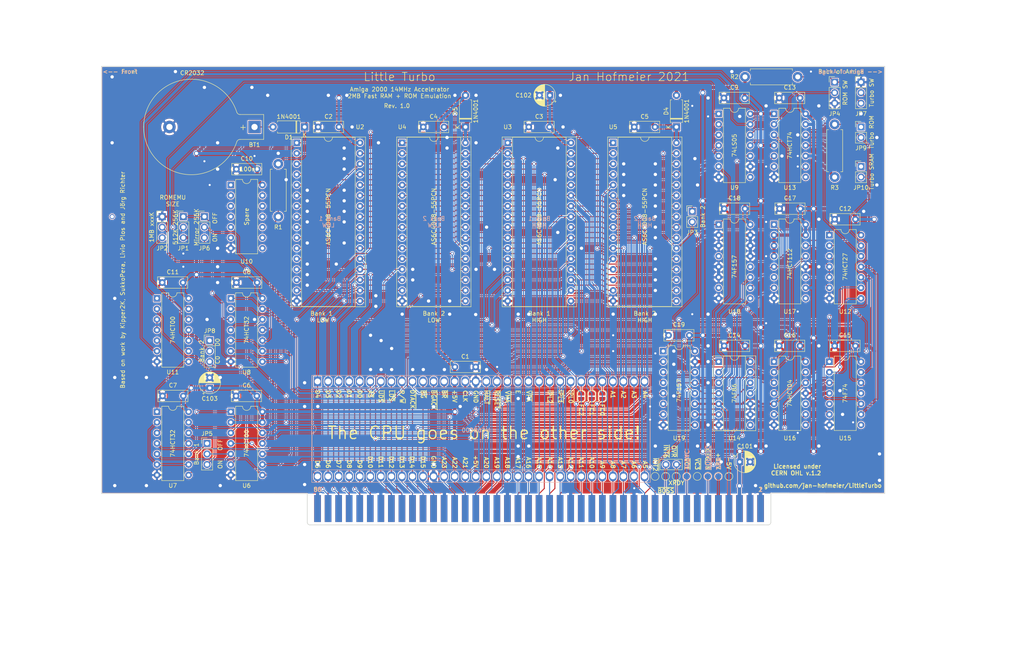
<source format=kicad_pcb>
(kicad_pcb (version 20171130) (host pcbnew 5.1.9-1.fc33)
  (title_block (title "Little Turbo") (date 2019-03-21) (rev 1.0) (company "Jan Hofmeier") (comment 1 "Based on work by Kipper2K, SukkoPera, Livio Plos and Jörg Richter") (comment 2 "Licensed under CERN OHL v.1.2") (comment 3 "Amiga 2000 14MHz Accelerator") (comment 4 "2MB Fast RAM / ROM Emulation"))
  (layers (0 F.Cu signal) (31 B.Cu signal) (36 B.SilkS user) (37 F.SilkS user) (38 B.Mask user) (39 F.Mask user) (44 Edge.Cuts user))
  (net 0 "")
  (net 1 GND)
  (net 2 +5V)
  (net 3 /v7m)
  (net 4 /a12)
  (net 5 /a17)
  (net 6 /~vpa)
  (net 7 /e)
  (net 8 /~vma)
  (net 9 /a18)
  (net 10 /~rst)
  (net 11 /a19)
  (net 12 /a20)
  (net 13 /~dtack)
  (net 14 /r_~w)
  (net 15 /~as)
  (net 16 /d1)
  (net 17 /d8)
  (net 18 /d4)
  (net 19 "Net-(P2-Pad2)")
  (net 20 "Net-(P3-Pad2)")
  (net 21 "Net-(P4-Pad2)")
  (net 22 /Memory/~OVR)
  (net 23 /Memory/~UWE)
  (net 24 /Memory/~UOE)
  (net 25 /Memory/~CS1)
  (net 26 /Memory/~LWE)
  (net 27 /Memory/~LOE)
  (net 28 /Memory/~CS2)
  (net 29 /Memory/VSRAM)
  (net 30 /Turbo/CDAC)
  (net 31 /Turbo/~DTACK_CPU)
  (net 32 /CPU_CLK)
  (net 33 /Turbo/~VMA_CPU)
  (net 34 /Turbo/E_CPU)
  (net 35 /Turbo/~VPA_CPU)
  (net 36 "Net-(BT1-Pad1)")
  (net 37 "Net-(JP1-Pad2)")
  (net 38 "Net-(JP2-Pad2)")
  (net 39 "Net-(JP5-Pad1)")
  (net 40 /Memory/~DTACK_FAST)
  (net 41 /Memory/~ROMEN)
  (net 42 "Net-(U11-Pad8)")
  (net 43 "Net-(U11-Pad10)")
  (net 44 "Net-(U12-Pad4)")
  (net 45 /Turbo/14M)
  (net 46 "Net-(U15-Pad6)")
  (net 47 "Net-(U15-Pad11)")
  (net 48 "Net-(U15-Pad1)")
  (net 49 "Net-(U16-Pad2)")
  (net 50 "Net-(U17-Pad7)")
  (net 51 "Net-(U12-Pad13)")
  (net 52 "Net-(U12-Pad6)")
  (net 53 "Net-(U12-Pad11)")
  (net 54 "Net-(U13-Pad5)")
  (net 55 "Net-(U13-Pad3)")
  (net 56 "Net-(U13-Pad9)")
  (net 57 "Net-(U6-Pad6)")
  (net 58 /d5)
  (net 59 /d6)
  (net 60 /d7)
  (net 61 /d3)
  (net 62 /d2)
  (net 63 /d9)
  (net 64 /d10)
  (net 65 /d0)
  (net 66 /~uds)
  (net 67 /d11)
  (net 68 /~lds)
  (net 69 /d12)
  (net 70 /d13)
  (net 71 /d14)
  (net 72 /~cbg)
  (net 73 /d15)
  (net 74 /~bgack)
  (net 75 /~cbr)
  (net 76 /a23)
  (net 77 /a21)
  (net 78 /a22)
  (net 79 /~hlt)
  (net 80 /~berr)
  (net 81 /a16)
  (net 82 /~ipl2)
  (net 83 /a15)
  (net 84 /~ipl1)
  (net 85 /a14)
  (net 86 /~ipl0)
  (net 87 /a13)
  (net 88 /a11)
  (net 89 /fc2)
  (net 90 /a10)
  (net 91 /fc1)
  (net 92 /a9)
  (net 93 /fc0)
  (net 94 /a8)
  (net 95 /a1)
  (net 96 /a7)
  (net 97 /a2)
  (net 98 /a3)
  (net 99 /a4)
  (net 100 /a6)
  (net 101 "Net-(CN1-Pad22)")
  (net 102 /a5)
  (net 103 "Net-(CN1-Pad20)")
  (net 104 "Net-(CN1-Pad19)")
  (net 105 "Net-(CN1-Pad18)")
  (net 106 "Net-(CN1-Pad16)")
  (net 107 "Net-(CN1-Pad14)")
  (net 108 "Net-(CN1-Pad12)")
  (net 109 "Net-(CN1-Pad11)")
  (net 110 +12V)
  (net 111 "Net-(CN1-Pad9)")
  (net 112 -5V)
  (net 113 "Net-(U12-Pad8)")
  (net 114 "Net-(JP10-Pad1)")
  (net 115 /Memory/a18m)
  (net 116 "Net-(JP3-Pad1)")
  (net 117 /Memory/ROMR~W)
  (net 118 "Net-(JP6-Pad3)")
  (net 119 "Net-(JP8-Pad3)")
  (net 120 /Memory/~HIGH)
  (net 121 /Memory/~RAM2)
  (net 122 /Memory/~a21)
  (net 123 "Net-(U11-Pad6)")
  (net 124 /Memory/ROMEN)
  (net 125 /Memory/~SROM)
  (net 126 /Memory/SROMON)
  (net 127 /Memory/~OE)
  (net 128 "Net-(JP2-Pad3)")
  (net 129 "Net-(JP7-Pad2)")
  (net 130 "Net-(U7-Pad2)")
  (net 131 5VR)
  (module Resistor_THT:R_Axial_DIN0411_L9.9mm_D3.6mm_P12.70mm_Horizontal (layer F.Cu) (at 196.1515 38.735)
    (fp_text reference R2 (at -2.54 0) (layer F.SilkS))
    (fp_text value 500)
    (pad 2 thru_hole oval (at 12.7 0) (size 2.4 2.4) (drill 1.2) (layers *.Cu *.Mask) (net 131 5VR))
    (pad 1 thru_hole circle (at 0 0) (size 2.4 2.4) (drill 1.2) (layers *.Cu *.Mask) (net 2 +5V))
  )
  (module Connector_PinHeader_2.54mm:PinHeader_1x03_P2.54mm_Vertical (layer F.Cu) (at 224.0915 40.005)
    (fp_text reference JP7 (at 0 7.62) (layer F.SilkS))
    (fp_text value "Turbo SW" (at 2.54 2.54 90) (layer F.SilkS))
    (pad 3 thru_hole oval (at 0 5.08) (size 1.7 1.7) (drill 1) (layers *.Cu *.Mask) (net 131 5VR))
    (pad 2 thru_hole oval (at 0 2.54) (size 1.7 1.7) (drill 1) (layers *.Cu *.Mask) (net 129 "Net-(JP7-Pad2)"))
    (pad 1 thru_hole rect (at 0 0) (size 1.7 1.7) (drill 1) (layers *.Cu *.Mask) (net 1 GND))
  )
  (module Package_DIP:DIP-14_W7.62mm (layer F.Cu) (at 216.4715 76.835)
    (fp_text reference U12 (at 3.81 18.415) (layer F.SilkS))
    (fp_text value 74HCT27 (at 3.81 7.62 90) (layer F.SilkS))
    (pad 14 thru_hole oval (at 7.62 0) (size 1.6 1.6) (drill 0.8) (layers *.Cu *.Mask) (net 2 +5V))
    (pad 7 thru_hole oval (at 0 15.24) (size 1.6 1.6) (drill 0.8) (layers *.Cu *.Mask) (net 1 GND))
    (pad 13 thru_hole oval (at 7.62 2.54) (size 1.6 1.6) (drill 0.8) (layers *.Cu *.Mask) (net 51 "Net-(U12-Pad13)"))
    (pad 6 thru_hole oval (at 0 12.7) (size 1.6 1.6) (drill 0.8) (layers *.Cu *.Mask) (net 52 "Net-(U12-Pad6)"))
    (pad 12 thru_hole oval (at 7.62 5.08) (size 1.6 1.6) (drill 0.8) (layers *.Cu *.Mask) (net 124 /Memory/ROMEN))
    (pad 5 thru_hole oval (at 0 10.16) (size 1.6 1.6) (drill 0.8) (layers *.Cu *.Mask) (net 44 "Net-(U12-Pad4)"))
    (pad 11 thru_hole oval (at 7.62 7.62) (size 1.6 1.6) (drill 0.8) (layers *.Cu *.Mask) (net 53 "Net-(U12-Pad11)"))
    (pad 4 thru_hole oval (at 0 7.62) (size 1.6 1.6) (drill 0.8) (layers *.Cu *.Mask) (net 44 "Net-(U12-Pad4)"))
    (pad 10 thru_hole oval (at 7.62 10.16) (size 1.6 1.6) (drill 0.8) (layers *.Cu *.Mask) (net 15 /~as))
    (pad 3 thru_hole oval (at 0 5.08) (size 1.6 1.6) (drill 0.8) (layers *.Cu *.Mask) (net 6 /~vpa))
    (pad 9 thru_hole oval (at 7.62 12.7) (size 1.6 1.6) (drill 0.8) (layers *.Cu *.Mask) (net 13 /~dtack))
    (pad 2 thru_hole oval (at 0 2.54) (size 1.6 1.6) (drill 0.8) (layers *.Cu *.Mask) (net 122 /Memory/~a21))
    (pad 8 thru_hole oval (at 7.62 15.24) (size 1.6 1.6) (drill 0.8) (layers *.Cu *.Mask) (net 113 "Net-(U12-Pad8)"))
    (pad 1 thru_hole rect (at 0 0) (size 1.6 1.6) (drill 0.8) (layers *.Cu *.Mask) (net 120 /Memory/~HIGH))
  )
  (module Package_DIP:DIP-14_W7.62mm (layer F.Cu) (at 203.1365 107.315)
    (fp_text reference U16 (at 3.81 18.415) (layer F.SilkS))
    (fp_text value 74HCT04 (at 3.81 7.62 90) (layer F.SilkS))
    (pad 14 thru_hole oval (at 7.62 0) (size 1.6 1.6) (drill 0.8) (layers *.Cu *.Mask) (net 2 +5V))
    (pad 7 thru_hole oval (at 0 15.24) (size 1.6 1.6) (drill 0.8) (layers *.Cu *.Mask) (net 1 GND))
    (pad 13 thru_hole oval (at 7.62 2.54) (size 1.6 1.6) (drill 0.8) (layers *.Cu *.Mask) (net 77 /a21))
    (pad 6 thru_hole oval (at 0 12.7) (size 1.6 1.6) (drill 0.8) (layers *.Cu *.Mask) (net 47 "Net-(U15-Pad11)"))
    (pad 12 thru_hole oval (at 7.62 5.08) (size 1.6 1.6) (drill 0.8) (layers *.Cu *.Mask) (net 122 /Memory/~a21))
    (pad 5 thru_hole oval (at 0 10.16) (size 1.6 1.6) (drill 0.8) (layers *.Cu *.Mask) (net 3 /v7m))
    (pad 11 thru_hole oval (at 7.62 7.62) (size 1.6 1.6) (drill 0.8) (layers *.Cu *.Mask) (net 1 GND))
    (pad 4 thru_hole oval (at 0 7.62) (size 1.6 1.6) (drill 0.8) (layers *.Cu *.Mask) (net 55 "Net-(U13-Pad3)"))
    (pad 10 thru_hole oval (at 7.62 10.16) (size 1.6 1.6) (drill 0.8) (layers *.Cu *.Mask))
    (pad 3 thru_hole oval (at 0 5.08) (size 1.6 1.6) (drill 0.8) (layers *.Cu *.Mask) (net 10 /~rst))
    (pad 9 thru_hole oval (at 7.62 12.7) (size 1.6 1.6) (drill 0.8) (layers *.Cu *.Mask) (net 15 /~as))
    (pad 2 thru_hole oval (at 0 2.54) (size 1.6 1.6) (drill 0.8) (layers *.Cu *.Mask) (net 49 "Net-(U16-Pad2)"))
    (pad 8 thru_hole oval (at 7.62 15.24) (size 1.6 1.6) (drill 0.8) (layers *.Cu *.Mask) (net 48 "Net-(U15-Pad1)"))
    (pad 1 thru_hole rect (at 0 0) (size 1.6 1.6) (drill 0.8) (layers *.Cu *.Mask) (net 34 /Turbo/E_CPU))
  )
  (module Package_DIP:DIP-14_W7.62mm (layer F.Cu) (at 54.5465 92.075)
    (fp_text reference U11 (at 3.81 17.78) (layer F.SilkS))
    (fp_text value 74HCT00 (at 3.81 7.62 90) (layer F.SilkS))
    (pad 14 thru_hole oval (at 7.62 0) (size 1.6 1.6) (drill 0.8) (layers *.Cu *.Mask) (net 2 +5V))
    (pad 7 thru_hole oval (at 0 15.24) (size 1.6 1.6) (drill 0.8) (layers *.Cu *.Mask) (net 1 GND))
    (pad 13 thru_hole oval (at 7.62 2.54) (size 1.6 1.6) (drill 0.8) (layers *.Cu *.Mask) (net 37 "Net-(JP1-Pad2)"))
    (pad 6 thru_hole oval (at 0 12.7) (size 1.6 1.6) (drill 0.8) (layers *.Cu *.Mask) (net 123 "Net-(U11-Pad6)"))
    (pad 12 thru_hole oval (at 7.62 5.08) (size 1.6 1.6) (drill 0.8) (layers *.Cu *.Mask) (net 11 /a19))
    (pad 5 thru_hole oval (at 0 10.16) (size 1.6 1.6) (drill 0.8) (layers *.Cu *.Mask) (net 121 /Memory/~RAM2))
    (pad 11 thru_hole oval (at 7.62 7.62) (size 1.6 1.6) (drill 0.8) (layers *.Cu *.Mask) (net 43 "Net-(U11-Pad10)"))
    (pad 4 thru_hole oval (at 0 7.62) (size 1.6 1.6) (drill 0.8) (layers *.Cu *.Mask) (net 125 /Memory/~SROM))
    (pad 10 thru_hole oval (at 7.62 10.16) (size 1.6 1.6) (drill 0.8) (layers *.Cu *.Mask) (net 43 "Net-(U11-Pad10)"))
    (pad 3 thru_hole oval (at 0 5.08) (size 1.6 1.6) (drill 0.8) (layers *.Cu *.Mask) (net 125 /Memory/~SROM))
    (pad 9 thru_hole oval (at 7.62 12.7) (size 1.6 1.6) (drill 0.8) (layers *.Cu *.Mask) (net 38 "Net-(JP2-Pad2)"))
    (pad 2 thru_hole oval (at 0 2.54) (size 1.6 1.6) (drill 0.8) (layers *.Cu *.Mask) (net 126 /Memory/SROMON))
    (pad 8 thru_hole oval (at 7.62 15.24) (size 1.6 1.6) (drill 0.8) (layers *.Cu *.Mask) (net 42 "Net-(U11-Pad8)"))
    (pad 1 thru_hole rect (at 0 0) (size 1.6 1.6) (drill 0.8) (layers *.Cu *.Mask) (net 124 /Memory/ROMEN))
  )
  (module Connector_PinHeader_2.54mm:PinHeader_1x03_P2.54mm_Vertical (layer F.Cu) (at 67.2465 102.235)
    (fp_text reference JP8 (at 0 -2.33) (layer F.SilkS))
    (fp_text value "Bank2 D0_C0")
    (pad 3 thru_hole oval (at 0 5.08) (size 1.7 1.7) (drill 1) (layers *.Cu *.Mask) (net 119 "Net-(JP8-Pad3)"))
    (pad 2 thru_hole oval (at 0 2.54) (size 1.7 1.7) (drill 1) (layers *.Cu *.Mask) (net 128 "Net-(JP2-Pad3)"))
    (pad 1 thru_hole rect (at 0 0) (size 1.7 1.7) (drill 1) (layers *.Cu *.Mask) (net 12 /a20))
  )
  (module Connector_PinHeader_2.54mm:PinHeader_1x03_P2.54mm_Vertical (layer F.Cu) (at 65.9765 72.39)
    (fp_text reference JP6 (at 0 7.62) (layer F.SilkS))
    (fp_text value "Mirror 256K" (at -1.905 2.54 90) (layer F.SilkS))
    (pad 3 thru_hole oval (at 0 5.08) (size 1.7 1.7) (drill 1) (layers *.Cu *.Mask) (net 118 "Net-(JP6-Pad3)"))
    (pad 2 thru_hole oval (at 0 2.54) (size 1.7 1.7) (drill 1) (layers *.Cu *.Mask) (net 115 /Memory/a18m))
    (pad 1 thru_hole rect (at 0 0) (size 1.7 1.7) (drill 1) (layers *.Cu *.Mask) (net 9 /a18))
  )
  (module Connector_PinHeader_2.54mm:PinHeader_1x03_P2.54mm_Vertical (layer F.Cu) (at 217.7415 40.005)
    (fp_text reference JP4 (at 0 7.62) (layer F.SilkS))
    (fp_text value "ROM SW" (at 2.54 2.54 90) (layer F.SilkS))
    (pad 3 thru_hole oval (at 0 5.08) (size 1.7 1.7) (drill 1) (layers *.Cu *.Mask) (net 1 GND))
    (pad 2 thru_hole oval (at 0 2.54) (size 1.7 1.7) (drill 1) (layers *.Cu *.Mask) (net 117 /Memory/ROMR~W))
    (pad 1 thru_hole rect (at 0 0) (size 1.7 1.7) (drill 1) (layers *.Cu *.Mask) (net 131 5VR))
  )
  (module Connector_PinHeader_2.54mm:PinHeader_1x02_P2.54mm_Vertical (layer F.Cu) (at 183.4515 71.12)
    (fp_text reference JP3 (at 0 5.08) (layer F.SilkS))
    (fp_text value "Bank 2" (at 2.54 1.27 90) (layer F.SilkS))
    (pad 2 thru_hole oval (at 0 2.54) (size 1.7 1.7) (drill 1) (layers *.Cu *.Mask) (net 28 /Memory/~CS2))
    (pad 1 thru_hole rect (at 0 0) (size 1.7 1.7) (drill 1) (layers *.Cu *.Mask) (net 116 "Net-(JP3-Pad1)"))
  )
  (module OpenAmiga2000CoproAdapter:A2000_COPRO_SLOT (layer B.Cu) (at 179.578 147.7645 180)
    (fp_text reference CN1 hide)
    (fp_text value A2000_COPRO_SLOT)
    (fp_text user 86 (at 86.36 9.652 180) (layer F.SilkS) (effects (font (thickness 0.2))))
    (fp_text user 85 (at 86.36 9.652 180) (layer B.SilkS) (effects (font (thickness 0.2)) (justify mirror)))
    (fp_text user 2 (at -20.32 9.652 180) (layer F.SilkS) (effects (font (thickness 0.2))))
    (fp_text user 1 (at -20.32 9.652 180) (layer B.SilkS) (effects (font (thickness 0.2)) (justify mirror)))
    (pad 86 smd rect (at 86.36 5.08 180) (size 1.6 6.5) (layers F.Cu F.Paste F.Mask) (net 58 /d5))
    (pad 85 smd rect (at 86.36 5.08 180) (size 1.6 6.5) (layers B.Cu B.Paste B.Mask) (net 1 GND))
    (pad 84 smd rect (at 83.82 5.08 180) (size 1.6 6.5) (layers F.Cu F.Paste F.Mask) (net 59 /d6))
    (pad 83 smd rect (at 83.82 5.08 180) (size 1.6 6.5) (layers B.Cu B.Paste B.Mask) (net 18 /d4))
    (pad 82 smd rect (at 81.28 5.08 180) (size 1.6 6.5) (layers F.Cu F.Paste F.Mask) (net 60 /d7))
    (pad 81 smd rect (at 81.28 5.08 180) (size 1.6 6.5) (layers B.Cu B.Paste B.Mask) (net 61 /d3))
    (pad 80 smd rect (at 78.74 5.08 180) (size 1.6 6.5) (layers F.Cu F.Paste F.Mask) (net 17 /d8))
    (pad 79 smd rect (at 78.74 5.08 180) (size 1.6 6.5) (layers B.Cu B.Paste B.Mask) (net 62 /d2))
    (pad 78 smd rect (at 76.2 5.08 180) (size 1.6 6.5) (layers F.Cu F.Paste F.Mask) (net 63 /d9))
    (pad 77 smd rect (at 76.2 5.08 180) (size 1.6 6.5) (layers B.Cu B.Paste B.Mask) (net 16 /d1))
    (pad 76 smd rect (at 73.66 5.08 180) (size 1.6 6.5) (layers F.Cu F.Paste F.Mask) (net 64 /d10))
    (pad 75 smd rect (at 73.66 5.08 180) (size 1.6 6.5) (layers B.Cu B.Paste B.Mask) (net 65 /d0))
    (pad 74 smd rect (at 71.12 5.08 180) (size 1.6 6.5) (layers F.Cu F.Paste F.Mask) (net 15 /~as))
    (pad 73 smd rect (at 71.12 5.08 180) (size 1.6 6.5) (layers B.Cu B.Paste B.Mask) (net 1 GND))
    (pad 72 smd rect (at 68.58 5.08 180) (size 1.6 6.5) (layers F.Cu F.Paste F.Mask) (net 66 /~uds))
    (pad 71 smd rect (at 68.58 5.08 180) (size 1.6 6.5) (layers B.Cu B.Paste B.Mask) (net 67 /d11))
    (pad 70 smd rect (at 66.04 5.08 180) (size 1.6 6.5) (layers F.Cu F.Paste F.Mask) (net 68 /~lds))
    (pad 69 smd rect (at 66.04 5.08 180) (size 1.6 6.5) (layers B.Cu B.Paste B.Mask) (net 69 /d12))
    (pad 68 smd rect (at 63.5 5.08 180) (size 1.6 6.5) (layers F.Cu F.Paste F.Mask) (net 14 /r_~w))
    (pad 67 smd rect (at 63.5 5.08 180) (size 1.6 6.5) (layers B.Cu B.Paste B.Mask) (net 70 /d13))
    (pad 66 smd rect (at 60.96 5.08 180) (size 1.6 6.5) (layers F.Cu F.Paste F.Mask) (net 13 /~dtack))
    (pad 65 smd rect (at 60.96 5.08 180) (size 1.6 6.5) (layers B.Cu B.Paste B.Mask) (net 71 /d14))
    (pad 64 smd rect (at 58.42 5.08 180) (size 1.6 6.5) (layers F.Cu F.Paste F.Mask) (net 72 /~cbg))
    (pad 63 smd rect (at 58.42 5.08 180) (size 1.6 6.5) (layers B.Cu B.Paste B.Mask) (net 73 /d15))
    (pad 62 smd rect (at 55.88 5.08 180) (size 1.6 6.5) (layers F.Cu F.Paste F.Mask) (net 74 /~bgack))
    (pad 61 smd rect (at 55.88 5.08 180) (size 1.6 6.5) (layers B.Cu B.Paste B.Mask) (net 1 GND))
    (pad 60 smd rect (at 53.34 5.08 180) (size 1.6 6.5) (layers F.Cu F.Paste F.Mask) (net 75 /~cbr))
    (pad 59 smd rect (at 53.34 5.08 180) (size 1.6 6.5) (layers B.Cu B.Paste B.Mask) (net 76 /a23))
    (pad 58 smd rect (at 50.8 5.08 180) (size 1.6 6.5) (layers F.Cu F.Paste F.Mask) (net 77 /a21))
    (pad 57 smd rect (at 50.8 5.08 180) (size 1.6 6.5) (layers B.Cu B.Paste B.Mask) (net 78 /a22))
    (pad 56 smd rect (at 48.26 5.08 180) (size 1.6 6.5) (layers F.Cu F.Paste F.Mask) (net 12 /a20))
    (pad 55 smd rect (at 48.26 5.08 180) (size 1.6 6.5) (layers B.Cu B.Paste B.Mask) (net 79 /~hlt))
    (pad 54 smd rect (at 45.72 5.08 180) (size 1.6 6.5) (layers F.Cu F.Paste F.Mask) (net 11 /a19))
    (pad 53 smd rect (at 45.72 5.08 180) (size 1.6 6.5) (layers B.Cu B.Paste B.Mask) (net 10 /~rst))
    (pad 52 smd rect (at 43.18 5.08 180) (size 1.6 6.5) (layers F.Cu F.Paste F.Mask) (net 9 /a18))
    (pad 51 smd rect (at 43.18 5.08 180) (size 1.6 6.5) (layers B.Cu B.Paste B.Mask) (net 8 /~vma))
    (pad 50 smd rect (at 40.64 5.08 180) (size 1.6 6.5) (layers F.Cu F.Paste F.Mask) (net 7 /e))
    (pad 49 smd rect (at 40.64 5.08 180) (size 1.6 6.5) (layers B.Cu B.Paste B.Mask) (net 1 GND))
    (pad 48 smd rect (at 38.1 5.08 180) (size 1.6 6.5) (layers F.Cu F.Paste F.Mask) (net 6 /~vpa))
    (pad 47 smd rect (at 38.1 5.08 180) (size 1.6 6.5) (layers B.Cu B.Paste B.Mask) (net 5 /a17))
    (pad 46 smd rect (at 35.56 5.08 180) (size 1.6 6.5) (layers F.Cu F.Paste F.Mask) (net 80 /~berr))
    (pad 45 smd rect (at 35.56 5.08 180) (size 1.6 6.5) (layers B.Cu B.Paste B.Mask) (net 81 /a16))
    (pad 44 smd rect (at 33.02 5.08 180) (size 1.6 6.5) (layers F.Cu F.Paste F.Mask) (net 82 /~ipl2))
    (pad 43 smd rect (at 33.02 5.08 180) (size 1.6 6.5) (layers B.Cu B.Paste B.Mask) (net 83 /a15))
    (pad 42 smd rect (at 30.48 5.08 180) (size 1.6 6.5) (layers F.Cu F.Paste F.Mask) (net 84 /~ipl1))
    (pad 41 smd rect (at 30.48 5.08 180) (size 1.6 6.5) (layers B.Cu B.Paste B.Mask) (net 85 /a14))
    (pad 40 smd rect (at 27.94 5.08 180) (size 1.6 6.5) (layers F.Cu F.Paste F.Mask) (net 86 /~ipl0))
    (pad 39 smd rect (at 27.94 5.08 180) (size 1.6 6.5) (layers B.Cu B.Paste B.Mask) (net 87 /a13))
    (pad 38 smd rect (at 25.4 5.08 180) (size 1.6 6.5) (layers F.Cu F.Paste F.Mask) (net 4 /a12))
    (pad 37 smd rect (at 25.4 5.08 180) (size 1.6 6.5) (layers B.Cu B.Paste B.Mask) (net 1 GND))
    (pad 36 smd rect (at 22.86 5.08 180) (size 1.6 6.5) (layers F.Cu F.Paste F.Mask) (net 88 /a11))
    (pad 35 smd rect (at 22.86 5.08 180) (size 1.6 6.5) (layers B.Cu B.Paste B.Mask) (net 89 /fc2))
    (pad 34 smd rect (at 20.32 5.08 180) (size 1.6 6.5) (layers F.Cu F.Paste F.Mask) (net 90 /a10))
    (pad 33 smd rect (at 20.32 5.08 180) (size 1.6 6.5) (layers B.Cu B.Paste B.Mask) (net 91 /fc1))
    (pad 32 smd rect (at 17.78 5.08 180) (size 1.6 6.5) (layers F.Cu F.Paste F.Mask) (net 92 /a9))
    (pad 31 smd rect (at 17.78 5.08 180) (size 1.6 6.5) (layers B.Cu B.Paste B.Mask) (net 93 /fc0))
    (pad 30 smd rect (at 15.24 5.08 180) (size 1.6 6.5) (layers F.Cu F.Paste F.Mask) (net 94 /a8))
    (pad 29 smd rect (at 15.24 5.08 180) (size 1.6 6.5) (layers B.Cu B.Paste B.Mask) (net 95 /a1))
    (pad 28 smd rect (at 12.7 5.08 180) (size 1.6 6.5) (layers F.Cu F.Paste F.Mask) (net 96 /a7))
    (pad 27 smd rect (at 12.7 5.08 180) (size 1.6 6.5) (layers B.Cu B.Paste B.Mask) (net 97 /a2))
    (pad 26 smd rect (at 10.16 5.08 180) (size 1.6 6.5) (layers F.Cu F.Paste F.Mask) (net 98 /a3))
    (pad 25 smd rect (at 10.16 5.08 180) (size 1.6 6.5) (layers B.Cu B.Paste B.Mask) (net 1 GND))
    (pad 24 smd rect (at 7.62 5.08 180) (size 1.6 6.5) (layers F.Cu F.Paste F.Mask) (net 99 /a4))
    (pad 23 smd rect (at 7.62 5.08 180) (size 1.6 6.5) (layers B.Cu B.Paste B.Mask) (net 100 /a6))
    (pad 22 smd rect (at 5.08 5.08 180) (size 1.6 6.5) (layers F.Cu F.Paste F.Mask) (net 101 "Net-(CN1-Pad22)"))
    (pad 21 smd rect (at 5.08 5.08 180) (size 1.6 6.5) (layers B.Cu B.Paste B.Mask) (net 102 /a5))
    (pad 20 smd rect (at 2.54 5.08 180) (size 1.6 6.5) (layers F.Cu F.Paste F.Mask) (net 103 "Net-(CN1-Pad20)"))
    (pad 19 smd rect (at 2.54 5.08 180) (size 1.6 6.5) (layers B.Cu B.Paste B.Mask) (net 104 "Net-(CN1-Pad19)"))
    (pad 18 smd rect (at 0 5.08 180) (size 1.6 6.5) (layers F.Cu F.Paste F.Mask) (net 105 "Net-(CN1-Pad18)"))
    (pad 17 smd rect (at 0 5.08 180) (size 1.6 6.5) (layers B.Cu B.Paste B.Mask) (net 22 /Memory/~OVR))
    (pad 16 smd rect (at -2.54 5.08 180) (size 1.6 6.5) (layers F.Cu F.Paste F.Mask) (net 106 "Net-(CN1-Pad16)"))
    (pad 15 smd rect (at -2.54 5.08 180) (size 1.6 6.5) (layers B.Cu B.Paste B.Mask) (net 30 /Turbo/CDAC))
    (pad 14 smd rect (at -5.08 5.08 180) (size 1.6 6.5) (layers F.Cu F.Paste F.Mask) (net 107 "Net-(CN1-Pad14)"))
    (pad 13 smd rect (at -5.08 5.08 180) (size 1.6 6.5) (layers B.Cu B.Paste B.Mask) (net 1 GND))
    (pad 12 smd rect (at -7.62 5.08 180) (size 1.6 6.5) (layers F.Cu F.Paste F.Mask) (net 108 "Net-(CN1-Pad12)"))
    (pad 11 smd rect (at -7.62 5.08 180) (size 1.6 6.5) (layers B.Cu B.Paste B.Mask) (net 109 "Net-(CN1-Pad11)"))
    (pad 10 smd rect (at -10.16 5.08 180) (size 1.6 6.5) (layers F.Cu F.Paste F.Mask) (net 110 +12V))
    (pad 9 smd rect (at -10.16 5.08 180) (size 1.6 6.5) (layers B.Cu B.Paste B.Mask) (net 111 "Net-(CN1-Pad9)"))
    (pad 8 smd rect (at -12.7 5.08 180) (size 1.6 6.5) (layers F.Cu F.Paste F.Mask) (net 112 -5V))
    (pad 7 smd rect (at -12.7 5.08 180) (size 1.6 6.5) (layers B.Cu B.Paste B.Mask) (net 3 /v7m))
    (pad 6 smd rect (at -15.24 5.08 180) (size 1.6 6.5) (layers F.Cu F.Paste F.Mask) (net 2 +5V))
    (pad 5 smd rect (at -15.24 5.08 180) (size 1.6 6.5) (layers B.Cu B.Paste B.Mask) (net 2 +5V))
    (pad 4 smd rect (at -17.78 5.08 180) (size 1.6 6.5) (layers F.Cu F.Paste F.Mask) (net 1 GND))
    (pad 2 smd rect (at -20.32 5.08 180) (size 1.6 6.5) (layers F.Cu F.Paste F.Mask) (net 1 GND))
    (pad 3 smd rect (at -17.78 5.08 180) (size 1.6 6.5) (layers B.Cu B.Paste B.Mask) (net 1 GND))
    (pad 1 smd rect (at -20.32 5.08 180) (size 1.6 6.5) (layers B.Cu B.Paste B.Mask) (net 1 GND))
  )
  (module Package_DIP:DIP-14_W7.62mm (layer F.Cu) (at 72.3265 119.38)
    (fp_text reference U6 (at 3.81 17.78) (layer F.SilkS))
    (fp_text value 74HCT00 (at 3.81 7.62 90) (layer F.SilkS))
    (pad 14 thru_hole oval (at 7.62 0) (size 1.6 1.6) (drill 0.8) (layers *.Cu *.Mask) (net 2 +5V))
    (pad 7 thru_hole oval (at 0 15.24) (size 1.6 1.6) (drill 0.8) (layers *.Cu *.Mask) (net 1 GND))
    (pad 13 thru_hole oval (at 7.62 2.54) (size 1.6 1.6) (drill 0.8) (layers *.Cu *.Mask) (net 2 +5V))
    (pad 6 thru_hole oval (at 0 12.7) (size 1.6 1.6) (drill 0.8) (layers *.Cu *.Mask) (net 57 "Net-(U6-Pad6)"))
    (pad 12 thru_hole oval (at 7.62 5.08) (size 1.6 1.6) (drill 0.8) (layers *.Cu *.Mask) (net 14 /r_~w))
    (pad 5 thru_hole oval (at 0 10.16) (size 1.6 1.6) (drill 0.8) (layers *.Cu *.Mask) (net 25 /Memory/~CS1))
    (pad 11 thru_hole oval (at 7.62 7.62) (size 1.6 1.6) (drill 0.8) (layers *.Cu *.Mask) (net 127 /Memory/~OE))
    (pad 4 thru_hole oval (at 0 7.62) (size 1.6 1.6) (drill 0.8) (layers *.Cu *.Mask) (net 28 /Memory/~CS2))
    (pad 10 thru_hole oval (at 7.62 10.16) (size 1.6 1.6) (drill 0.8) (layers *.Cu *.Mask) (net 78 /a22))
    (pad 3 thru_hole oval (at 0 5.08) (size 1.6 1.6) (drill 0.8) (layers *.Cu *.Mask) (net 119 "Net-(JP8-Pad3)"))
    (pad 9 thru_hole oval (at 7.62 12.7) (size 1.6 1.6) (drill 0.8) (layers *.Cu *.Mask) (net 76 /a23))
    (pad 2 thru_hole oval (at 0 2.54) (size 1.6 1.6) (drill 0.8) (layers *.Cu *.Mask) (net 2 +5V))
    (pad 8 thru_hole oval (at 7.62 15.24) (size 1.6 1.6) (drill 0.8) (layers *.Cu *.Mask) (net 120 /Memory/~HIGH))
    (pad 1 thru_hole rect (at 0 0) (size 1.6 1.6) (drill 0.8) (layers *.Cu *.Mask) (net 12 /a20))
  )
  (module Package_DIP:DIP-14_W7.62mm_Socket (layer F.Cu) (at 189.8015 107.315)
    (fp_text reference U14 (at 3.81 18.415) (layer F.SilkS))
    (fp_text value 74F86 (at 3.81 7.62 90) (layer F.SilkS))
    (pad 1 thru_hole rect (at 0 0) (size 1.6 1.6) (drill 0.8) (layers *.Cu *.Mask) (net 14 /r_~w))
    (pad 8 thru_hole oval (at 7.62 15.24) (size 1.6 1.6) (drill 0.8) (layers *.Cu *.Mask))
    (pad 2 thru_hole oval (at 0 2.54) (size 1.6 1.6) (drill 0.8) (layers *.Cu *.Mask) (net 54 "Net-(U13-Pad5)"))
    (pad 9 thru_hole oval (at 7.62 12.7) (size 1.6 1.6) (drill 0.8) (layers *.Cu *.Mask) (net 1 GND))
    (pad 3 thru_hole oval (at 0 5.08) (size 1.6 1.6) (drill 0.8) (layers *.Cu *.Mask) (net 126 /Memory/SROMON))
    (pad 10 thru_hole oval (at 7.62 10.16) (size 1.6 1.6) (drill 0.8) (layers *.Cu *.Mask) (net 1 GND))
    (pad 4 thru_hole oval (at 0 7.62) (size 1.6 1.6) (drill 0.8) (layers *.Cu *.Mask) (net 30 /Turbo/CDAC))
    (pad 11 thru_hole oval (at 7.62 7.62) (size 1.6 1.6) (drill 0.8) (layers *.Cu *.Mask) (net 51 "Net-(U12-Pad13)"))
    (pad 5 thru_hole oval (at 0 10.16) (size 1.6 1.6) (drill 0.8) (layers *.Cu *.Mask) (net 3 /v7m))
    (pad 12 thru_hole oval (at 7.62 5.08) (size 1.6 1.6) (drill 0.8) (layers *.Cu *.Mask) (net 11 /a19))
    (pad 6 thru_hole oval (at 0 12.7) (size 1.6 1.6) (drill 0.8) (layers *.Cu *.Mask) (net 45 /Turbo/14M))
    (pad 13 thru_hole oval (at 7.62 2.54) (size 1.6 1.6) (drill 0.8) (layers *.Cu *.Mask) (net 12 /a20))
    (pad 7 thru_hole oval (at 0 15.24) (size 1.6 1.6) (drill 0.8) (layers *.Cu *.Mask) (net 1 GND))
    (pad 14 thru_hole oval (at 7.62 0) (size 1.6 1.6) (drill 0.8) (layers *.Cu *.Mask) (net 2 +5V))
  )
  (module OpenAmiga2000CoproAdapter:DIP-64_W22.86mm_Socket_LongPads (layer B.Cu) (at 93.218 112.0775 270)
    (fp_text reference U1 hide)
    (fp_text value 68000D)
    (pad 1 thru_hole rect (at 0 0 270) (size 2.4 1.8) (drill 1.4) (layers *.Cu *.Mask) (net 18 /d4))
    (pad 33 thru_hole oval (at 22.86 -78.74 270) (size 2.4 1.8) (drill 1.4) (layers *.Cu *.Mask) (net 102 /a5))
    (pad 2 thru_hole oval (at 0 -2.54 270) (size 2.4 1.8) (drill 1.4) (layers *.Cu *.Mask) (net 61 /d3))
    (pad 34 thru_hole oval (at 22.86 -76.2 270) (size 2.4 1.8) (drill 1.4) (layers *.Cu *.Mask) (net 100 /a6))
    (pad 3 thru_hole oval (at 0 -5.08 270) (size 2.4 1.8) (drill 1.4) (layers *.Cu *.Mask) (net 62 /d2))
    (pad 35 thru_hole oval (at 22.86 -73.66 270) (size 2.4 1.8) (drill 1.4) (layers *.Cu *.Mask) (net 96 /a7))
    (pad 4 thru_hole oval (at 0 -7.62 270) (size 2.4 1.8) (drill 1.4) (layers *.Cu *.Mask) (net 16 /d1))
    (pad 36 thru_hole oval (at 22.86 -71.12 270) (size 2.4 1.8) (drill 1.4) (layers *.Cu *.Mask) (net 94 /a8))
    (pad 5 thru_hole oval (at 0 -10.16 270) (size 2.4 1.8) (drill 1.4) (layers *.Cu *.Mask) (net 65 /d0))
    (pad 37 thru_hole oval (at 22.86 -68.58 270) (size 2.4 1.8) (drill 1.4) (layers *.Cu *.Mask) (net 92 /a9))
    (pad 6 thru_hole oval (at 0 -12.7 270) (size 2.4 1.8) (drill 1.4) (layers *.Cu *.Mask) (net 15 /~as))
    (pad 38 thru_hole oval (at 22.86 -66.04 270) (size 2.4 1.8) (drill 1.4) (layers *.Cu *.Mask) (net 90 /a10))
    (pad 7 thru_hole oval (at 0 -15.24 270) (size 2.4 1.8) (drill 1.4) (layers *.Cu *.Mask) (net 66 /~uds))
    (pad 39 thru_hole oval (at 22.86 -63.5 270) (size 2.4 1.8) (drill 1.4) (layers *.Cu *.Mask) (net 88 /a11))
    (pad 8 thru_hole oval (at 0 -17.78 270) (size 2.4 1.8) (drill 1.4) (layers *.Cu *.Mask) (net 68 /~lds))
    (pad 40 thru_hole oval (at 22.86 -60.96 270) (size 2.4 1.8) (drill 1.4) (layers *.Cu *.Mask) (net 4 /a12))
    (pad 9 thru_hole oval (at 0 -20.32 270) (size 2.4 1.8) (drill 1.4) (layers *.Cu *.Mask) (net 14 /r_~w))
    (pad 41 thru_hole oval (at 22.86 -58.42 270) (size 2.4 1.8) (drill 1.4) (layers *.Cu *.Mask) (net 87 /a13))
    (pad 10 thru_hole oval (at 0 -22.86 270) (size 2.4 1.8) (drill 1.4) (layers *.Cu *.Mask) (net 31 /Turbo/~DTACK_CPU))
    (pad 42 thru_hole oval (at 22.86 -55.88 270) (size 2.4 1.8) (drill 1.4) (layers *.Cu *.Mask) (net 85 /a14))
    (pad 11 thru_hole oval (at 0 -25.4 270) (size 2.4 1.8) (drill 1.4) (layers *.Cu *.Mask) (net 72 /~cbg))
    (pad 43 thru_hole oval (at 22.86 -53.34 270) (size 2.4 1.8) (drill 1.4) (layers *.Cu *.Mask) (net 83 /a15))
    (pad 12 thru_hole oval (at 0 -27.94 270) (size 2.4 1.8) (drill 1.4) (layers *.Cu *.Mask) (net 74 /~bgack))
    (pad 44 thru_hole oval (at 22.86 -50.8 270) (size 2.4 1.8) (drill 1.4) (layers *.Cu *.Mask) (net 81 /a16))
    (pad 13 thru_hole oval (at 0 -30.48 270) (size 2.4 1.8) (drill 1.4) (layers *.Cu *.Mask) (net 75 /~cbr))
    (pad 45 thru_hole oval (at 22.86 -48.26 270) (size 2.4 1.8) (drill 1.4) (layers *.Cu *.Mask) (net 5 /a17))
    (pad 14 thru_hole oval (at 0 -33.02 270) (size 2.4 1.8) (drill 1.4) (layers *.Cu *.Mask) (net 2 +5V))
    (pad 46 thru_hole oval (at 22.86 -45.72 270) (size 2.4 1.8) (drill 1.4) (layers *.Cu *.Mask) (net 9 /a18))
    (pad 15 thru_hole oval (at 0 -35.56 270) (size 2.4 1.8) (drill 1.4) (layers *.Cu *.Mask) (net 32 /CPU_CLK))
    (pad 47 thru_hole oval (at 22.86 -43.18 270) (size 2.4 1.8) (drill 1.4) (layers *.Cu *.Mask) (net 11 /a19))
    (pad 16 thru_hole oval (at 0 -38.1 270) (size 2.4 1.8) (drill 1.4) (layers *.Cu *.Mask) (net 1 GND))
    (pad 48 thru_hole oval (at 22.86 -40.64 270) (size 2.4 1.8) (drill 1.4) (layers *.Cu *.Mask) (net 12 /a20))
    (pad 17 thru_hole oval (at 0 -40.64 270) (size 2.4 1.8) (drill 1.4) (layers *.Cu *.Mask) (net 79 /~hlt))
    (pad 49 thru_hole oval (at 22.86 -38.1 270) (size 2.4 1.8) (drill 1.4) (layers *.Cu *.Mask) (net 2 +5V))
    (pad 18 thru_hole oval (at 0 -43.18 270) (size 2.4 1.8) (drill 1.4) (layers *.Cu *.Mask) (net 10 /~rst))
    (pad 50 thru_hole oval (at 22.86 -35.56 270) (size 2.4 1.8) (drill 1.4) (layers *.Cu *.Mask) (net 77 /a21))
    (pad 19 thru_hole oval (at 0 -45.72 270) (size 2.4 1.8) (drill 1.4) (layers *.Cu *.Mask) (net 33 /Turbo/~VMA_CPU))
    (pad 51 thru_hole oval (at 22.86 -33.02 270) (size 2.4 1.8) (drill 1.4) (layers *.Cu *.Mask) (net 78 /a22))
    (pad 20 thru_hole oval (at 0 -48.26 270) (size 2.4 1.8) (drill 1.4) (layers *.Cu *.Mask) (net 34 /Turbo/E_CPU))
    (pad 52 thru_hole oval (at 22.86 -30.48 270) (size 2.4 1.8) (drill 1.4) (layers *.Cu *.Mask) (net 76 /a23))
    (pad 21 thru_hole oval (at 0 -50.8 270) (size 2.4 1.8) (drill 1.4) (layers *.Cu *.Mask) (net 35 /Turbo/~VPA_CPU))
    (pad 53 thru_hole oval (at 22.86 -27.94 270) (size 2.4 1.8) (drill 1.4) (layers *.Cu *.Mask) (net 1 GND))
    (pad 22 thru_hole oval (at 0 -53.34 270) (size 2.4 1.8) (drill 1.4) (layers *.Cu *.Mask) (net 80 /~berr))
    (pad 54 thru_hole oval (at 22.86 -25.4 270) (size 2.4 1.8) (drill 1.4) (layers *.Cu *.Mask) (net 73 /d15))
    (pad 23 thru_hole oval (at 0 -55.88 270) (size 2.4 1.8) (drill 1.4) (layers *.Cu *.Mask) (net 82 /~ipl2))
    (pad 55 thru_hole oval (at 22.86 -22.86 270) (size 2.4 1.8) (drill 1.4) (layers *.Cu *.Mask) (net 71 /d14))
    (pad 24 thru_hole oval (at 0 -58.42 270) (size 2.4 1.8) (drill 1.4) (layers *.Cu *.Mask) (net 84 /~ipl1))
    (pad 56 thru_hole oval (at 22.86 -20.32 270) (size 2.4 1.8) (drill 1.4) (layers *.Cu *.Mask) (net 70 /d13))
    (pad 25 thru_hole oval (at 0 -60.96 270) (size 2.4 1.8) (drill 1.4) (layers *.Cu *.Mask) (net 86 /~ipl0))
    (pad 57 thru_hole oval (at 22.86 -17.78 270) (size 2.4 1.8) (drill 1.4) (layers *.Cu *.Mask) (net 69 /d12))
    (pad 26 thru_hole oval (at 0 -63.5 270) (size 2.4 1.8) (drill 1.4) (layers *.Cu *.Mask) (net 19 "Net-(P2-Pad2)"))
    (pad 58 thru_hole oval (at 22.86 -15.24 270) (size 2.4 1.8) (drill 1.4) (layers *.Cu *.Mask) (net 67 /d11))
    (pad 27 thru_hole oval (at 0 -66.04 270) (size 2.4 1.8) (drill 1.4) (layers *.Cu *.Mask) (net 20 "Net-(P3-Pad2)"))
    (pad 59 thru_hole oval (at 22.86 -12.7 270) (size 2.4 1.8) (drill 1.4) (layers *.Cu *.Mask) (net 64 /d10))
    (pad 28 thru_hole oval (at 0 -68.58 270) (size 2.4 1.8) (drill 1.4) (layers *.Cu *.Mask) (net 21 "Net-(P4-Pad2)"))
    (pad 60 thru_hole oval (at 22.86 -10.16 270) (size 2.4 1.8) (drill 1.4) (layers *.Cu *.Mask) (net 63 /d9))
    (pad 29 thru_hole oval (at 0 -71.12 270) (size 2.4 1.8) (drill 1.4) (layers *.Cu *.Mask) (net 95 /a1))
    (pad 61 thru_hole oval (at 22.86 -7.62 270) (size 2.4 1.8) (drill 1.4) (layers *.Cu *.Mask) (net 17 /d8))
    (pad 30 thru_hole oval (at 0 -73.66 270) (size 2.4 1.8) (drill 1.4) (layers *.Cu *.Mask) (net 97 /a2))
    (pad 62 thru_hole oval (at 22.86 -5.08 270) (size 2.4 1.8) (drill 1.4) (layers *.Cu *.Mask) (net 60 /d7))
    (pad 31 thru_hole oval (at 0 -76.2 270) (size 2.4 1.8) (drill 1.4) (layers *.Cu *.Mask) (net 98 /a3))
    (pad 63 thru_hole oval (at 22.86 -2.54 270) (size 2.4 1.8) (drill 1.4) (layers *.Cu *.Mask) (net 59 /d6))
    (pad 32 thru_hole oval (at 0 -78.74 270) (size 2.4 1.8) (drill 1.4) (layers *.Cu *.Mask) (net 99 /a4))
    (pad 64 thru_hole oval (at 22.86 0 270) (size 2.4 1.8) (drill 1.4) (layers *.Cu *.Mask) (net 58 /d5))
  )
  (module Package_DIP:DIP-32_W15.24mm_Socket (layer F.Cu) (at 113.6015 54.61)
    (fp_text reference U4 (at 0 -3.81) (layer F.SilkS))
    (fp_text value AS6C4008-55PCN (at 7.62 17.78 90) (layer F.SilkS))
    (pad 32 thru_hole oval (at 15.24 0) (size 1.6 1.6) (drill 0.8) (layers *.Cu *.Mask) (net 29 /Memory/VSRAM))
    (pad 16 thru_hole oval (at 0 38.1) (size 1.6 1.6) (drill 0.8) (layers *.Cu *.Mask) (net 1 GND))
    (pad 31 thru_hole oval (at 15.24 2.54) (size 1.6 1.6) (drill 0.8) (layers *.Cu *.Mask) (net 81 /a16))
    (pad 15 thru_hole oval (at 0 35.56) (size 1.6 1.6) (drill 0.8) (layers *.Cu *.Mask) (net 62 /d2))
    (pad 30 thru_hole oval (at 15.24 5.08) (size 1.6 1.6) (drill 0.8) (layers *.Cu *.Mask) (net 115 /Memory/a18m))
    (pad 14 thru_hole oval (at 0 33.02) (size 1.6 1.6) (drill 0.8) (layers *.Cu *.Mask) (net 16 /d1))
    (pad 29 thru_hole oval (at 15.24 7.62) (size 1.6 1.6) (drill 0.8) (layers *.Cu *.Mask) (net 23 /Memory/~UWE))
    (pad 13 thru_hole oval (at 0 30.48) (size 1.6 1.6) (drill 0.8) (layers *.Cu *.Mask) (net 65 /d0))
    (pad 28 thru_hole oval (at 15.24 10.16) (size 1.6 1.6) (drill 0.8) (layers *.Cu *.Mask) (net 85 /a14))
    (pad 12 thru_hole oval (at 0 27.94) (size 1.6 1.6) (drill 0.8) (layers *.Cu *.Mask) (net 95 /a1))
    (pad 27 thru_hole oval (at 15.24 12.7) (size 1.6 1.6) (drill 0.8) (layers *.Cu *.Mask) (net 92 /a9))
    (pad 11 thru_hole oval (at 0 25.4) (size 1.6 1.6) (drill 0.8) (layers *.Cu *.Mask) (net 97 /a2))
    (pad 26 thru_hole oval (at 15.24 15.24) (size 1.6 1.6) (drill 0.8) (layers *.Cu *.Mask) (net 90 /a10))
    (pad 10 thru_hole oval (at 0 22.86) (size 1.6 1.6) (drill 0.8) (layers *.Cu *.Mask) (net 98 /a3))
    (pad 25 thru_hole oval (at 15.24 17.78) (size 1.6 1.6) (drill 0.8) (layers *.Cu *.Mask) (net 4 /a12))
    (pad 9 thru_hole oval (at 0 20.32) (size 1.6 1.6) (drill 0.8) (layers *.Cu *.Mask) (net 99 /a4))
    (pad 24 thru_hole oval (at 15.24 20.32) (size 1.6 1.6) (drill 0.8) (layers *.Cu *.Mask) (net 24 /Memory/~UOE))
    (pad 8 thru_hole oval (at 0 17.78) (size 1.6 1.6) (drill 0.8) (layers *.Cu *.Mask) (net 102 /a5))
    (pad 23 thru_hole oval (at 15.24 22.86) (size 1.6 1.6) (drill 0.8) (layers *.Cu *.Mask) (net 88 /a11))
    (pad 7 thru_hole oval (at 0 15.24) (size 1.6 1.6) (drill 0.8) (layers *.Cu *.Mask) (net 100 /a6))
    (pad 22 thru_hole oval (at 15.24 25.4) (size 1.6 1.6) (drill 0.8) (layers *.Cu *.Mask) (net 28 /Memory/~CS2))
    (pad 6 thru_hole oval (at 0 12.7) (size 1.6 1.6) (drill 0.8) (layers *.Cu *.Mask) (net 96 /a7))
    (pad 21 thru_hole oval (at 15.24 27.94) (size 1.6 1.6) (drill 0.8) (layers *.Cu *.Mask) (net 60 /d7))
    (pad 5 thru_hole oval (at 0 10.16) (size 1.6 1.6) (drill 0.8) (layers *.Cu *.Mask) (net 94 /a8))
    (pad 20 thru_hole oval (at 15.24 30.48) (size 1.6 1.6) (drill 0.8) (layers *.Cu *.Mask) (net 59 /d6))
    (pad 4 thru_hole oval (at 0 7.62) (size 1.6 1.6) (drill 0.8) (layers *.Cu *.Mask) (net 87 /a13))
    (pad 19 thru_hole oval (at 15.24 33.02) (size 1.6 1.6) (drill 0.8) (layers *.Cu *.Mask) (net 58 /d5))
    (pad 3 thru_hole oval (at 0 5.08) (size 1.6 1.6) (drill 0.8) (layers *.Cu *.Mask) (net 83 /a15))
    (pad 18 thru_hole oval (at 15.24 35.56) (size 1.6 1.6) (drill 0.8) (layers *.Cu *.Mask) (net 18 /d4))
    (pad 2 thru_hole oval (at 0 2.54) (size 1.6 1.6) (drill 0.8) (layers *.Cu *.Mask) (net 5 /a17))
    (pad 17 thru_hole oval (at 15.24 38.1) (size 1.6 1.6) (drill 0.8) (layers *.Cu *.Mask) (net 61 /d3))
    (pad 1 thru_hole rect (at 0 0) (size 1.6 1.6) (drill 0.8) (layers *.Cu *.Mask) (net 11 /a19))
  )
  (module Package_DIP:DIP-14_W7.62mm (layer F.Cu) (at 72.3265 64.77)
    (fp_text reference U10 (at 3.81 18.415) (layer F.SilkS))
    (fp_text value Spare)
    (pad 14 thru_hole oval (at 7.62 0) (size 1.6 1.6) (drill 0.8) (layers *.Cu *.Mask) (net 2 +5V))
    (pad 7 thru_hole oval (at 0 15.24) (size 1.6 1.6) (drill 0.8) (layers *.Cu *.Mask) (net 1 GND))
    (pad 13 thru_hole oval (at 7.62 2.54) (size 1.6 1.6) (drill 0.8) (layers *.Cu *.Mask))
    (pad 6 thru_hole oval (at 0 12.7) (size 1.6 1.6) (drill 0.8) (layers *.Cu *.Mask))
    (pad 12 thru_hole oval (at 7.62 5.08) (size 1.6 1.6) (drill 0.8) (layers *.Cu *.Mask))
    (pad 5 thru_hole oval (at 0 10.16) (size 1.6 1.6) (drill 0.8) (layers *.Cu *.Mask))
    (pad 11 thru_hole oval (at 7.62 7.62) (size 1.6 1.6) (drill 0.8) (layers *.Cu *.Mask))
    (pad 4 thru_hole oval (at 0 7.62) (size 1.6 1.6) (drill 0.8) (layers *.Cu *.Mask))
    (pad 10 thru_hole oval (at 7.62 10.16) (size 1.6 1.6) (drill 0.8) (layers *.Cu *.Mask))
    (pad 3 thru_hole oval (at 0 5.08) (size 1.6 1.6) (drill 0.8) (layers *.Cu *.Mask))
    (pad 9 thru_hole oval (at 7.62 12.7) (size 1.6 1.6) (drill 0.8) (layers *.Cu *.Mask))
    (pad 2 thru_hole oval (at 0 2.54) (size 1.6 1.6) (drill 0.8) (layers *.Cu *.Mask))
    (pad 8 thru_hole oval (at 7.62 15.24) (size 1.6 1.6) (drill 0.8) (layers *.Cu *.Mask))
    (pad 1 thru_hole rect (at 0 0) (size 1.6 1.6) (drill 0.8) (layers *.Cu *.Mask))
  )
  (module Capacitor_THT:C_Disc_D7.0mm_W2.5mm_P5.00mm (layer F.Cu) (at 78.6765 60.96 180)
    (fp_text reference C10 (at 2.5 2.54) (layer F.SilkS))
    (fp_text value 100nF (at 1.905 0) (layer F.SilkS))
    (pad 2 thru_hole circle (at 5 0 180) (size 1.6 1.6) (drill 0.8) (layers *.Cu *.Mask) (net 1 GND))
    (pad 1 thru_hole circle (at 0 0 180) (size 1.6 1.6) (drill 0.8) (layers *.Cu *.Mask) (net 2 +5V))
  )
  (module Capacitor_THT:C_Disc_D7.0mm_W2.5mm_P5.00mm (layer F.Cu) (at 196.0715 43.815 180)
    (fp_text reference C9 (at 2.5 2.54) (layer F.SilkS))
    (fp_text value 100nF)
    (pad 2 thru_hole circle (at 5 0 180) (size 1.6 1.6) (drill 0.8) (layers *.Cu *.Mask) (net 1 GND))
    (pad 1 thru_hole circle (at 0 0 180) (size 1.6 1.6) (drill 0.8) (layers *.Cu *.Mask) (net 2 +5V))
  )
  (module Package_DIP:DIP-16_W7.62mm (layer F.Cu) (at 176.4665 104.775)
    (fp_text reference U19 (at 3.81 20.955) (layer F.SilkS))
    (fp_text value 74F157 (at 3.81 9.525 90) (layer F.SilkS))
    (pad 16 thru_hole oval (at 7.62 0) (size 1.6 1.6) (drill 0.8) (layers *.Cu *.Mask) (net 2 +5V))
    (pad 8 thru_hole oval (at 0 17.78) (size 1.6 1.6) (drill 0.8) (layers *.Cu *.Mask) (net 1 GND))
    (pad 15 thru_hole oval (at 7.62 2.54) (size 1.6 1.6) (drill 0.8) (layers *.Cu *.Mask) (net 1 GND))
    (pad 7 thru_hole oval (at 0 15.24) (size 1.6 1.6) (drill 0.8) (layers *.Cu *.Mask) (net 31 /Turbo/~DTACK_CPU))
    (pad 14 thru_hole oval (at 7.62 5.08) (size 1.6 1.6) (drill 0.8) (layers *.Cu *.Mask) (net 6 /~vpa))
    (pad 6 thru_hole oval (at 0 12.7) (size 1.6 1.6) (drill 0.8) (layers *.Cu *.Mask) (net 46 "Net-(U15-Pad6)"))
    (pad 13 thru_hole oval (at 7.62 7.62) (size 1.6 1.6) (drill 0.8) (layers *.Cu *.Mask) (net 50 "Net-(U17-Pad7)"))
    (pad 5 thru_hole oval (at 0 10.16) (size 1.6 1.6) (drill 0.8) (layers *.Cu *.Mask) (net 13 /~dtack))
    (pad 12 thru_hole oval (at 7.62 10.16) (size 1.6 1.6) (drill 0.8) (layers *.Cu *.Mask) (net 35 /Turbo/~VPA_CPU))
    (pad 4 thru_hole oval (at 0 7.62) (size 1.6 1.6) (drill 0.8) (layers *.Cu *.Mask) (net 8 /~vma))
    (pad 11 thru_hole oval (at 7.62 12.7) (size 1.6 1.6) (drill 0.8) (layers *.Cu *.Mask) (net 3 /v7m))
    (pad 3 thru_hole oval (at 0 5.08) (size 1.6 1.6) (drill 0.8) (layers *.Cu *.Mask) (net 50 "Net-(U17-Pad7)"))
    (pad 10 thru_hole oval (at 7.62 15.24) (size 1.6 1.6) (drill 0.8) (layers *.Cu *.Mask) (net 45 /Turbo/14M))
    (pad 2 thru_hole oval (at 0 2.54) (size 1.6 1.6) (drill 0.8) (layers *.Cu *.Mask) (net 33 /Turbo/~VMA_CPU))
    (pad 9 thru_hole oval (at 7.62 17.78) (size 1.6 1.6) (drill 0.8) (layers *.Cu *.Mask) (net 32 /CPU_CLK))
    (pad 1 thru_hole rect (at 0 0) (size 1.6 1.6) (drill 0.8) (layers *.Cu *.Mask) (net 56 "Net-(U13-Pad9)"))
  )
  (module Capacitor_THT:C_Disc_D7.0mm_W2.5mm_P5.00mm (layer F.Cu) (at 182.7365 100.965 180)
    (fp_text reference C19 (at 2.5 2.54) (layer F.SilkS))
    (fp_text value 100nF)
    (pad 2 thru_hole circle (at 5 0 180) (size 1.6 1.6) (drill 0.8) (layers *.Cu *.Mask) (net 1 GND))
    (pad 1 thru_hole circle (at 0 0 180) (size 1.6 1.6) (drill 0.8) (layers *.Cu *.Mask) (net 2 +5V))
  )
  (module Package_DIP:DIP-14_W7.62mm (layer F.Cu) (at 54.5465 119.38)
    (fp_text reference U7 (at 3.81 17.78) (layer F.SilkS))
    (fp_text value 74HCT32 (at 3.81 7.62 90) (layer F.SilkS))
    (pad 14 thru_hole oval (at 7.62 0) (size 1.6 1.6) (drill 0.8) (layers *.Cu *.Mask) (net 2 +5V))
    (pad 7 thru_hole oval (at 0 15.24) (size 1.6 1.6) (drill 0.8) (layers *.Cu *.Mask) (net 1 GND))
    (pad 13 thru_hole oval (at 7.62 2.54) (size 1.6 1.6) (drill 0.8) (layers *.Cu *.Mask) (net 9 /a18))
    (pad 6 thru_hole oval (at 0 12.7) (size 1.6 1.6) (drill 0.8) (layers *.Cu *.Mask) (net 130 "Net-(U7-Pad2)"))
    (pad 12 thru_hole oval (at 7.62 5.08) (size 1.6 1.6) (drill 0.8) (layers *.Cu *.Mask) (net 122 /Memory/~a21))
    (pad 5 thru_hole oval (at 0 10.16) (size 1.6 1.6) (drill 0.8) (layers *.Cu *.Mask) (net 120 /Memory/~HIGH))
    (pad 11 thru_hole oval (at 7.62 7.62) (size 1.6 1.6) (drill 0.8) (layers *.Cu *.Mask) (net 118 "Net-(JP6-Pad3)"))
    (pad 4 thru_hole oval (at 0 7.62) (size 1.6 1.6) (drill 0.8) (layers *.Cu *.Mask) (net 77 /a21))
    (pad 10 thru_hole oval (at 7.62 10.16) (size 1.6 1.6) (drill 0.8) (layers *.Cu *.Mask) (net 12 /a20))
    (pad 3 thru_hole oval (at 0 5.08) (size 1.6 1.6) (drill 0.8) (layers *.Cu *.Mask) (net 121 /Memory/~RAM2))
    (pad 9 thru_hole oval (at 7.62 12.7) (size 1.6 1.6) (drill 0.8) (layers *.Cu *.Mask) (net 130 "Net-(U7-Pad2)"))
    (pad 2 thru_hole oval (at 0 2.54) (size 1.6 1.6) (drill 0.8) (layers *.Cu *.Mask) (net 130 "Net-(U7-Pad2)"))
    (pad 8 thru_hole oval (at 7.62 15.24) (size 1.6 1.6) (drill 0.8) (layers *.Cu *.Mask) (net 39 "Net-(JP5-Pad1)"))
    (pad 1 thru_hole rect (at 0 0) (size 1.6 1.6) (drill 0.8) (layers *.Cu *.Mask) (net 42 "Net-(U11-Pad8)"))
  )
  (module Package_DIP:DIP-32_W15.24mm_Socket (layer F.Cu) (at 164.4015 54.61)
    (fp_text reference U5 (at 0 -3.81) (layer F.SilkS))
    (fp_text value AS6C4008-55PCN (at 7.62 17.78 90) (layer F.SilkS))
    (pad 32 thru_hole oval (at 15.24 0) (size 1.6 1.6) (drill 0.8) (layers *.Cu *.Mask) (net 29 /Memory/VSRAM))
    (pad 16 thru_hole oval (at 0 38.1) (size 1.6 1.6) (drill 0.8) (layers *.Cu *.Mask) (net 1 GND))
    (pad 31 thru_hole oval (at 15.24 2.54) (size 1.6 1.6) (drill 0.8) (layers *.Cu *.Mask) (net 81 /a16))
    (pad 15 thru_hole oval (at 0 35.56) (size 1.6 1.6) (drill 0.8) (layers *.Cu *.Mask) (net 64 /d10))
    (pad 30 thru_hole oval (at 15.24 5.08) (size 1.6 1.6) (drill 0.8) (layers *.Cu *.Mask) (net 115 /Memory/a18m))
    (pad 14 thru_hole oval (at 0 33.02) (size 1.6 1.6) (drill 0.8) (layers *.Cu *.Mask) (net 63 /d9))
    (pad 29 thru_hole oval (at 15.24 7.62) (size 1.6 1.6) (drill 0.8) (layers *.Cu *.Mask) (net 26 /Memory/~LWE))
    (pad 13 thru_hole oval (at 0 30.48) (size 1.6 1.6) (drill 0.8) (layers *.Cu *.Mask) (net 17 /d8))
    (pad 28 thru_hole oval (at 15.24 10.16) (size 1.6 1.6) (drill 0.8) (layers *.Cu *.Mask) (net 85 /a14))
    (pad 12 thru_hole oval (at 0 27.94) (size 1.6 1.6) (drill 0.8) (layers *.Cu *.Mask) (net 95 /a1))
    (pad 27 thru_hole oval (at 15.24 12.7) (size 1.6 1.6) (drill 0.8) (layers *.Cu *.Mask) (net 92 /a9))
    (pad 11 thru_hole oval (at 0 25.4) (size 1.6 1.6) (drill 0.8) (layers *.Cu *.Mask) (net 97 /a2))
    (pad 26 thru_hole oval (at 15.24 15.24) (size 1.6 1.6) (drill 0.8) (layers *.Cu *.Mask) (net 90 /a10))
    (pad 10 thru_hole oval (at 0 22.86) (size 1.6 1.6) (drill 0.8) (layers *.Cu *.Mask) (net 98 /a3))
    (pad 25 thru_hole oval (at 15.24 17.78) (size 1.6 1.6) (drill 0.8) (layers *.Cu *.Mask) (net 4 /a12))
    (pad 9 thru_hole oval (at 0 20.32) (size 1.6 1.6) (drill 0.8) (layers *.Cu *.Mask) (net 99 /a4))
    (pad 24 thru_hole oval (at 15.24 20.32) (size 1.6 1.6) (drill 0.8) (layers *.Cu *.Mask) (net 27 /Memory/~LOE))
    (pad 8 thru_hole oval (at 0 17.78) (size 1.6 1.6) (drill 0.8) (layers *.Cu *.Mask) (net 102 /a5))
    (pad 23 thru_hole oval (at 15.24 22.86) (size 1.6 1.6) (drill 0.8) (layers *.Cu *.Mask) (net 88 /a11))
    (pad 7 thru_hole oval (at 0 15.24) (size 1.6 1.6) (drill 0.8) (layers *.Cu *.Mask) (net 100 /a6))
    (pad 22 thru_hole oval (at 15.24 25.4) (size 1.6 1.6) (drill 0.8) (layers *.Cu *.Mask) (net 28 /Memory/~CS2))
    (pad 6 thru_hole oval (at 0 12.7) (size 1.6 1.6) (drill 0.8) (layers *.Cu *.Mask) (net 96 /a7))
    (pad 21 thru_hole oval (at 15.24 27.94) (size 1.6 1.6) (drill 0.8) (layers *.Cu *.Mask) (net 73 /d15))
    (pad 5 thru_hole oval (at 0 10.16) (size 1.6 1.6) (drill 0.8) (layers *.Cu *.Mask) (net 94 /a8))
    (pad 20 thru_hole oval (at 15.24 30.48) (size 1.6 1.6) (drill 0.8) (layers *.Cu *.Mask) (net 71 /d14))
    (pad 4 thru_hole oval (at 0 7.62) (size 1.6 1.6) (drill 0.8) (layers *.Cu *.Mask) (net 87 /a13))
    (pad 19 thru_hole oval (at 15.24 33.02) (size 1.6 1.6) (drill 0.8) (layers *.Cu *.Mask) (net 70 /d13))
    (pad 3 thru_hole oval (at 0 5.08) (size 1.6 1.6) (drill 0.8) (layers *.Cu *.Mask) (net 83 /a15))
    (pad 18 thru_hole oval (at 15.24 35.56) (size 1.6 1.6) (drill 0.8) (layers *.Cu *.Mask) (net 69 /d12))
    (pad 2 thru_hole oval (at 0 2.54) (size 1.6 1.6) (drill 0.8) (layers *.Cu *.Mask) (net 5 /a17))
    (pad 17 thru_hole oval (at 15.24 38.1) (size 1.6 1.6) (drill 0.8) (layers *.Cu *.Mask) (net 67 /d11))
    (pad 1 thru_hole rect (at 0 0) (size 1.6 1.6) (drill 0.8) (layers *.Cu *.Mask) (net 11 /a19))
  )
  (module Package_DIP:DIP-16_W7.62mm (layer F.Cu) (at 203.1365 74.295)
    (fp_text reference U17 (at 3.81 20.955) (layer F.SilkS))
    (fp_text value 74HCT112 (at 3.81 9.525 90) (layer F.SilkS))
    (pad 16 thru_hole oval (at 7.62 0) (size 1.6 1.6) (drill 0.8) (layers *.Cu *.Mask) (net 2 +5V))
    (pad 8 thru_hole oval (at 0 17.78) (size 1.6 1.6) (drill 0.8) (layers *.Cu *.Mask) (net 1 GND))
    (pad 15 thru_hole oval (at 7.62 2.54) (size 1.6 1.6) (drill 0.8) (layers *.Cu *.Mask) (net 2 +5V))
    (pad 7 thru_hole oval (at 0 15.24) (size 1.6 1.6) (drill 0.8) (layers *.Cu *.Mask) (net 50 "Net-(U17-Pad7)"))
    (pad 14 thru_hole oval (at 7.62 5.08) (size 1.6 1.6) (drill 0.8) (layers *.Cu *.Mask) (net 48 "Net-(U15-Pad1)"))
    (pad 6 thru_hole oval (at 0 12.7) (size 1.6 1.6) (drill 0.8) (layers *.Cu *.Mask))
    (pad 13 thru_hole oval (at 7.62 7.62) (size 1.6 1.6) (drill 0.8) (layers *.Cu *.Mask) (net 49 "Net-(U16-Pad2)"))
    (pad 5 thru_hole oval (at 0 10.16) (size 1.6 1.6) (drill 0.8) (layers *.Cu *.Mask) (net 44 "Net-(U12-Pad4)"))
    (pad 12 thru_hole oval (at 7.62 10.16) (size 1.6 1.6) (drill 0.8) (layers *.Cu *.Mask) (net 1 GND))
    (pad 4 thru_hole oval (at 0 7.62) (size 1.6 1.6) (drill 0.8) (layers *.Cu *.Mask) (net 2 +5V))
    (pad 11 thru_hole oval (at 7.62 12.7) (size 1.6 1.6) (drill 0.8) (layers *.Cu *.Mask) (net 52 "Net-(U12-Pad6)"))
    (pad 3 thru_hole oval (at 0 5.08) (size 1.6 1.6) (drill 0.8) (layers *.Cu *.Mask) (net 2 +5V))
    (pad 10 thru_hole oval (at 7.62 15.24) (size 1.6 1.6) (drill 0.8) (layers *.Cu *.Mask) (net 2 +5V))
    (pad 2 thru_hole oval (at 0 2.54) (size 1.6 1.6) (drill 0.8) (layers *.Cu *.Mask) (net 2 +5V))
    (pad 9 thru_hole oval (at 7.62 17.78) (size 1.6 1.6) (drill 0.8) (layers *.Cu *.Mask))
    (pad 1 thru_hole rect (at 0 0) (size 1.6 1.6) (drill 0.8) (layers *.Cu *.Mask) (net 34 /Turbo/E_CPU))
  )
  (module Package_DIP:DIP-14_W7.62mm (layer F.Cu) (at 216.4715 107.315)
    (fp_text reference U15 (at 3.81 18.415) (layer F.SilkS))
    (fp_text value 74F74 (at 3.81 7.62 90) (layer F.SilkS))
    (pad 14 thru_hole oval (at 7.62 0) (size 1.6 1.6) (drill 0.8) (layers *.Cu *.Mask) (net 2 +5V))
    (pad 7 thru_hole oval (at 0 15.24) (size 1.6 1.6) (drill 0.8) (layers *.Cu *.Mask) (net 1 GND))
    (pad 13 thru_hole oval (at 7.62 2.54) (size 1.6 1.6) (drill 0.8) (layers *.Cu *.Mask) (net 40 /Memory/~DTACK_FAST))
    (pad 6 thru_hole oval (at 0 12.7) (size 1.6 1.6) (drill 0.8) (layers *.Cu *.Mask) (net 46 "Net-(U15-Pad6)"))
    (pad 12 thru_hole oval (at 7.62 5.08) (size 1.6 1.6) (drill 0.8) (layers *.Cu *.Mask) (net 15 /~as))
    (pad 5 thru_hole oval (at 0 10.16) (size 1.6 1.6) (drill 0.8) (layers *.Cu *.Mask))
    (pad 11 thru_hole oval (at 7.62 7.62) (size 1.6 1.6) (drill 0.8) (layers *.Cu *.Mask) (net 47 "Net-(U15-Pad11)"))
    (pad 4 thru_hole oval (at 0 7.62) (size 1.6 1.6) (drill 0.8) (layers *.Cu *.Mask) (net 2 +5V))
    (pad 10 thru_hole oval (at 7.62 10.16) (size 1.6 1.6) (drill 0.8) (layers *.Cu *.Mask) (net 48 "Net-(U15-Pad1)"))
    (pad 3 thru_hole oval (at 0 5.08) (size 1.6 1.6) (drill 0.8) (layers *.Cu *.Mask) (net 47 "Net-(U15-Pad11)"))
    (pad 9 thru_hole oval (at 7.62 12.7) (size 1.6 1.6) (drill 0.8) (layers *.Cu *.Mask) (net 53 "Net-(U12-Pad11)"))
    (pad 2 thru_hole oval (at 0 2.54) (size 1.6 1.6) (drill 0.8) (layers *.Cu *.Mask) (net 113 "Net-(U12-Pad8)"))
    (pad 8 thru_hole oval (at 7.62 15.24) (size 1.6 1.6) (drill 0.8) (layers *.Cu *.Mask))
    (pad 1 thru_hole rect (at 0 0) (size 1.6 1.6) (drill 0.8) (layers *.Cu *.Mask) (net 48 "Net-(U15-Pad1)"))
  )
  (module Package_DIP:DIP-14_W7.62mm (layer F.Cu) (at 203.1365 47.625)
    (fp_text reference U13 (at 3.81 17.78) (layer F.SilkS))
    (fp_text value 74HCT74 (at 3.81 7.62 90) (layer F.SilkS))
    (pad 14 thru_hole oval (at 7.62 0) (size 1.6 1.6) (drill 0.8) (layers *.Cu *.Mask) (net 2 +5V))
    (pad 7 thru_hole oval (at 0 15.24) (size 1.6 1.6) (drill 0.8) (layers *.Cu *.Mask) (net 1 GND))
    (pad 13 thru_hole oval (at 7.62 2.54) (size 1.6 1.6) (drill 0.8) (layers *.Cu *.Mask) (net 2 +5V))
    (pad 6 thru_hole oval (at 0 12.7) (size 1.6 1.6) (drill 0.8) (layers *.Cu *.Mask))
    (pad 12 thru_hole oval (at 7.62 5.08) (size 1.6 1.6) (drill 0.8) (layers *.Cu *.Mask) (net 129 "Net-(JP7-Pad2)"))
    (pad 5 thru_hole oval (at 0 10.16) (size 1.6 1.6) (drill 0.8) (layers *.Cu *.Mask) (net 54 "Net-(U13-Pad5)"))
    (pad 11 thru_hole oval (at 7.62 7.62) (size 1.6 1.6) (drill 0.8) (layers *.Cu *.Mask) (net 3 /v7m))
    (pad 4 thru_hole oval (at 0 7.62) (size 1.6 1.6) (drill 0.8) (layers *.Cu *.Mask) (net 2 +5V))
    (pad 10 thru_hole oval (at 7.62 10.16) (size 1.6 1.6) (drill 0.8) (layers *.Cu *.Mask) (net 2 +5V))
    (pad 3 thru_hole oval (at 0 5.08) (size 1.6 1.6) (drill 0.8) (layers *.Cu *.Mask) (net 55 "Net-(U13-Pad3)"))
    (pad 9 thru_hole oval (at 7.62 12.7) (size 1.6 1.6) (drill 0.8) (layers *.Cu *.Mask) (net 56 "Net-(U13-Pad9)"))
    (pad 2 thru_hole oval (at 0 2.54) (size 1.6 1.6) (drill 0.8) (layers *.Cu *.Mask) (net 117 /Memory/ROMR~W))
    (pad 8 thru_hole oval (at 7.62 15.24) (size 1.6 1.6) (drill 0.8) (layers *.Cu *.Mask))
    (pad 1 thru_hole rect (at 0 0) (size 1.6 1.6) (drill 0.8) (layers *.Cu *.Mask) (net 2 +5V))
  )
  (module Package_DIP:DIP-32_W15.24mm_Socket (layer F.Cu) (at 139.0015 54.61)
    (fp_text reference U3 (at 0 -3.81) (layer F.SilkS))
    (fp_text value AS6C4008-55PCN (at 7.62 17.78 90) (layer F.SilkS))
    (pad 1 thru_hole rect (at 0 0) (size 1.6 1.6) (drill 0.8) (layers *.Cu *.Mask) (net 11 /a19))
    (pad 17 thru_hole oval (at 15.24 38.1) (size 1.6 1.6) (drill 0.8) (layers *.Cu *.Mask) (net 67 /d11))
    (pad 2 thru_hole oval (at 0 2.54) (size 1.6 1.6) (drill 0.8) (layers *.Cu *.Mask) (net 5 /a17))
    (pad 18 thru_hole oval (at 15.24 35.56) (size 1.6 1.6) (drill 0.8) (layers *.Cu *.Mask) (net 69 /d12))
    (pad 3 thru_hole oval (at 0 5.08) (size 1.6 1.6) (drill 0.8) (layers *.Cu *.Mask) (net 83 /a15))
    (pad 19 thru_hole oval (at 15.24 33.02) (size 1.6 1.6) (drill 0.8) (layers *.Cu *.Mask) (net 70 /d13))
    (pad 4 thru_hole oval (at 0 7.62) (size 1.6 1.6) (drill 0.8) (layers *.Cu *.Mask) (net 87 /a13))
    (pad 20 thru_hole oval (at 15.24 30.48) (size 1.6 1.6) (drill 0.8) (layers *.Cu *.Mask) (net 71 /d14))
    (pad 5 thru_hole oval (at 0 10.16) (size 1.6 1.6) (drill 0.8) (layers *.Cu *.Mask) (net 94 /a8))
    (pad 21 thru_hole oval (at 15.24 27.94) (size 1.6 1.6) (drill 0.8) (layers *.Cu *.Mask) (net 73 /d15))
    (pad 6 thru_hole oval (at 0 12.7) (size 1.6 1.6) (drill 0.8) (layers *.Cu *.Mask) (net 96 /a7))
    (pad 22 thru_hole oval (at 15.24 25.4) (size 1.6 1.6) (drill 0.8) (layers *.Cu *.Mask) (net 25 /Memory/~CS1))
    (pad 7 thru_hole oval (at 0 15.24) (size 1.6 1.6) (drill 0.8) (layers *.Cu *.Mask) (net 100 /a6))
    (pad 23 thru_hole oval (at 15.24 22.86) (size 1.6 1.6) (drill 0.8) (layers *.Cu *.Mask) (net 88 /a11))
    (pad 8 thru_hole oval (at 0 17.78) (size 1.6 1.6) (drill 0.8) (layers *.Cu *.Mask) (net 102 /a5))
    (pad 24 thru_hole oval (at 15.24 20.32) (size 1.6 1.6) (drill 0.8) (layers *.Cu *.Mask) (net 27 /Memory/~LOE))
    (pad 9 thru_hole oval (at 0 20.32) (size 1.6 1.6) (drill 0.8) (layers *.Cu *.Mask) (net 99 /a4))
    (pad 25 thru_hole oval (at 15.24 17.78) (size 1.6 1.6) (drill 0.8) (layers *.Cu *.Mask) (net 4 /a12))
    (pad 10 thru_hole oval (at 0 22.86) (size 1.6 1.6) (drill 0.8) (layers *.Cu *.Mask) (net 98 /a3))
    (pad 26 thru_hole oval (at 15.24 15.24) (size 1.6 1.6) (drill 0.8) (layers *.Cu *.Mask) (net 90 /a10))
    (pad 11 thru_hole oval (at 0 25.4) (size 1.6 1.6) (drill 0.8) (layers *.Cu *.Mask) (net 97 /a2))
    (pad 27 thru_hole oval (at 15.24 12.7) (size 1.6 1.6) (drill 0.8) (layers *.Cu *.Mask) (net 92 /a9))
    (pad 12 thru_hole oval (at 0 27.94) (size 1.6 1.6) (drill 0.8) (layers *.Cu *.Mask) (net 95 /a1))
    (pad 28 thru_hole oval (at 15.24 10.16) (size 1.6 1.6) (drill 0.8) (layers *.Cu *.Mask) (net 85 /a14))
    (pad 13 thru_hole oval (at 0 30.48) (size 1.6 1.6) (drill 0.8) (layers *.Cu *.Mask) (net 17 /d8))
    (pad 29 thru_hole oval (at 15.24 7.62) (size 1.6 1.6) (drill 0.8) (layers *.Cu *.Mask) (net 26 /Memory/~LWE))
    (pad 14 thru_hole oval (at 0 33.02) (size 1.6 1.6) (drill 0.8) (layers *.Cu *.Mask) (net 63 /d9))
    (pad 30 thru_hole oval (at 15.24 5.08) (size 1.6 1.6) (drill 0.8) (layers *.Cu *.Mask) (net 115 /Memory/a18m))
    (pad 15 thru_hole oval (at 0 35.56) (size 1.6 1.6) (drill 0.8) (layers *.Cu *.Mask) (net 64 /d10))
    (pad 31 thru_hole oval (at 15.24 2.54) (size 1.6 1.6) (drill 0.8) (layers *.Cu *.Mask) (net 81 /a16))
    (pad 16 thru_hole oval (at 0 38.1) (size 1.6 1.6) (drill 0.8) (layers *.Cu *.Mask) (net 1 GND))
    (pad 32 thru_hole oval (at 15.24 0) (size 1.6 1.6) (drill 0.8) (layers *.Cu *.Mask) (net 2 +5V))
  )
  (module Package_DIP:DIP-32_W15.24mm_Socket (layer F.Cu) (at 88.2015 54.61)
    (fp_text reference U2 (at 15.24 -3.81) (layer F.SilkS))
    (fp_text value AS6C4008-55PCN (at 7.62 17.78 90) (layer F.SilkS))
    (pad 32 thru_hole oval (at 15.24 0) (size 1.6 1.6) (drill 0.8) (layers *.Cu *.Mask) (net 2 +5V))
    (pad 16 thru_hole oval (at 0 38.1) (size 1.6 1.6) (drill 0.8) (layers *.Cu *.Mask) (net 1 GND))
    (pad 31 thru_hole oval (at 15.24 2.54) (size 1.6 1.6) (drill 0.8) (layers *.Cu *.Mask) (net 81 /a16))
    (pad 15 thru_hole oval (at 0 35.56) (size 1.6 1.6) (drill 0.8) (layers *.Cu *.Mask) (net 62 /d2))
    (pad 30 thru_hole oval (at 15.24 5.08) (size 1.6 1.6) (drill 0.8) (layers *.Cu *.Mask) (net 115 /Memory/a18m))
    (pad 14 thru_hole oval (at 0 33.02) (size 1.6 1.6) (drill 0.8) (layers *.Cu *.Mask) (net 16 /d1))
    (pad 29 thru_hole oval (at 15.24 7.62) (size 1.6 1.6) (drill 0.8) (layers *.Cu *.Mask) (net 23 /Memory/~UWE))
    (pad 13 thru_hole oval (at 0 30.48) (size 1.6 1.6) (drill 0.8) (layers *.Cu *.Mask) (net 65 /d0))
    (pad 28 thru_hole oval (at 15.24 10.16) (size 1.6 1.6) (drill 0.8) (layers *.Cu *.Mask) (net 85 /a14))
    (pad 12 thru_hole oval (at 0 27.94) (size 1.6 1.6) (drill 0.8) (layers *.Cu *.Mask) (net 95 /a1))
    (pad 27 thru_hole oval (at 15.24 12.7) (size 1.6 1.6) (drill 0.8) (layers *.Cu *.Mask) (net 92 /a9))
    (pad 11 thru_hole oval (at 0 25.4) (size 1.6 1.6) (drill 0.8) (layers *.Cu *.Mask) (net 97 /a2))
    (pad 26 thru_hole oval (at 15.24 15.24) (size 1.6 1.6) (drill 0.8) (layers *.Cu *.Mask) (net 90 /a10))
    (pad 10 thru_hole oval (at 0 22.86) (size 1.6 1.6) (drill 0.8) (layers *.Cu *.Mask) (net 98 /a3))
    (pad 25 thru_hole oval (at 15.24 17.78) (size 1.6 1.6) (drill 0.8) (layers *.Cu *.Mask) (net 4 /a12))
    (pad 9 thru_hole oval (at 0 20.32) (size 1.6 1.6) (drill 0.8) (layers *.Cu *.Mask) (net 99 /a4))
    (pad 24 thru_hole oval (at 15.24 20.32) (size 1.6 1.6) (drill 0.8) (layers *.Cu *.Mask) (net 24 /Memory/~UOE))
    (pad 8 thru_hole oval (at 0 17.78) (size 1.6 1.6) (drill 0.8) (layers *.Cu *.Mask) (net 102 /a5))
    (pad 23 thru_hole oval (at 15.24 22.86) (size 1.6 1.6) (drill 0.8) (layers *.Cu *.Mask) (net 88 /a11))
    (pad 7 thru_hole oval (at 0 15.24) (size 1.6 1.6) (drill 0.8) (layers *.Cu *.Mask) (net 100 /a6))
    (pad 22 thru_hole oval (at 15.24 25.4) (size 1.6 1.6) (drill 0.8) (layers *.Cu *.Mask) (net 25 /Memory/~CS1))
    (pad 6 thru_hole oval (at 0 12.7) (size 1.6 1.6) (drill 0.8) (layers *.Cu *.Mask) (net 96 /a7))
    (pad 21 thru_hole oval (at 15.24 27.94) (size 1.6 1.6) (drill 0.8) (layers *.Cu *.Mask) (net 60 /d7))
    (pad 5 thru_hole oval (at 0 10.16) (size 1.6 1.6) (drill 0.8) (layers *.Cu *.Mask) (net 94 /a8))
    (pad 20 thru_hole oval (at 15.24 30.48) (size 1.6 1.6) (drill 0.8) (layers *.Cu *.Mask) (net 59 /d6))
    (pad 4 thru_hole oval (at 0 7.62) (size 1.6 1.6) (drill 0.8) (layers *.Cu *.Mask) (net 87 /a13))
    (pad 19 thru_hole oval (at 15.24 33.02) (size 1.6 1.6) (drill 0.8) (layers *.Cu *.Mask) (net 58 /d5))
    (pad 3 thru_hole oval (at 0 5.08) (size 1.6 1.6) (drill 0.8) (layers *.Cu *.Mask) (net 83 /a15))
    (pad 18 thru_hole oval (at 15.24 35.56) (size 1.6 1.6) (drill 0.8) (layers *.Cu *.Mask) (net 18 /d4))
    (pad 2 thru_hole oval (at 0 2.54) (size 1.6 1.6) (drill 0.8) (layers *.Cu *.Mask) (net 5 /a17))
    (pad 17 thru_hole oval (at 15.24 38.1) (size 1.6 1.6) (drill 0.8) (layers *.Cu *.Mask) (net 61 /d3))
    (pad 1 thru_hole rect (at 0 0) (size 1.6 1.6) (drill 0.8) (layers *.Cu *.Mask) (net 11 /a19))
  )
  (module Capacitor_THT:C_Disc_D7.0mm_W2.5mm_P5.00mm (layer F.Cu) (at 126.3015 108.585)
    (fp_text reference C1 (at 2.5 -2.5) (layer F.SilkS))
    (fp_text value 100nF)
    (pad 2 thru_hole circle (at 5 0) (size 1.6 1.6) (drill 0.8) (layers *.Cu *.Mask) (net 1 GND))
    (pad 1 thru_hole circle (at 0 0) (size 1.6 1.6) (drill 0.8) (layers *.Cu *.Mask) (net 2 +5V))
  )
  (module Package_DIP:DIP-16_W7.62mm (layer F.Cu) (at 189.8015 74.295)
    (fp_text reference U18 (at 3.81 20.955) (layer F.SilkS))
    (fp_text value 74F157 (at 3.81 10.16 90) (layer F.SilkS))
    (pad 16 thru_hole oval (at 7.62 0) (size 1.6 1.6) (drill 0.8) (layers *.Cu *.Mask) (net 2 +5V))
    (pad 8 thru_hole oval (at 0 17.78) (size 1.6 1.6) (drill 0.8) (layers *.Cu *.Mask) (net 1 GND))
    (pad 15 thru_hole oval (at 7.62 2.54) (size 1.6 1.6) (drill 0.8) (layers *.Cu *.Mask) (net 1 GND))
    (pad 7 thru_hole oval (at 0 15.24) (size 1.6 1.6) (drill 0.8) (layers *.Cu *.Mask))
    (pad 14 thru_hole oval (at 7.62 5.08) (size 1.6 1.6) (drill 0.8) (layers *.Cu *.Mask) (net 1 GND))
    (pad 6 thru_hole oval (at 0 12.7) (size 1.6 1.6) (drill 0.8) (layers *.Cu *.Mask) (net 1 GND))
    (pad 13 thru_hole oval (at 7.62 7.62) (size 1.6 1.6) (drill 0.8) (layers *.Cu *.Mask) (net 1 GND))
    (pad 5 thru_hole oval (at 0 10.16) (size 1.6 1.6) (drill 0.8) (layers *.Cu *.Mask) (net 1 GND))
    (pad 12 thru_hole oval (at 7.62 10.16) (size 1.6 1.6) (drill 0.8) (layers *.Cu *.Mask))
    (pad 4 thru_hole oval (at 0 7.62) (size 1.6 1.6) (drill 0.8) (layers *.Cu *.Mask))
    (pad 11 thru_hole oval (at 7.62 12.7) (size 1.6 1.6) (drill 0.8) (layers *.Cu *.Mask) (net 34 /Turbo/E_CPU))
    (pad 3 thru_hole oval (at 0 5.08) (size 1.6 1.6) (drill 0.8) (layers *.Cu *.Mask) (net 1 GND))
    (pad 10 thru_hole oval (at 7.62 15.24) (size 1.6 1.6) (drill 0.8) (layers *.Cu *.Mask) (net 44 "Net-(U12-Pad4)"))
    (pad 2 thru_hole oval (at 0 2.54) (size 1.6 1.6) (drill 0.8) (layers *.Cu *.Mask) (net 1 GND))
    (pad 9 thru_hole oval (at 7.62 17.78) (size 1.6 1.6) (drill 0.8) (layers *.Cu *.Mask) (net 7 /e))
    (pad 1 thru_hole rect (at 0 0) (size 1.6 1.6) (drill 0.8) (layers *.Cu *.Mask) (net 56 "Net-(U13-Pad9)"))
  )
  (module Package_DIP:DIP-14_W7.62mm (layer F.Cu) (at 189.8015 47.625)
    (fp_text reference U9 (at 3.81 17.78) (layer F.SilkS))
    (fp_text value 74LS05 (at 3.81 7.62 90) (layer F.SilkS))
    (pad 1 thru_hole rect (at 0 0) (size 1.6 1.6) (drill 0.8) (layers *.Cu *.Mask) (net 57 "Net-(U6-Pad6)"))
    (pad 8 thru_hole oval (at 7.62 15.24) (size 1.6 1.6) (drill 0.8) (layers *.Cu *.Mask))
    (pad 2 thru_hole oval (at 0 2.54) (size 1.6 1.6) (drill 0.8) (layers *.Cu *.Mask) (net 114 "Net-(JP10-Pad1)"))
    (pad 9 thru_hole oval (at 7.62 12.7) (size 1.6 1.6) (drill 0.8) (layers *.Cu *.Mask) (net 1 GND))
    (pad 3 thru_hole oval (at 0 5.08) (size 1.6 1.6) (drill 0.8) (layers *.Cu *.Mask) (net 57 "Net-(U6-Pad6)"))
    (pad 10 thru_hole oval (at 7.62 10.16) (size 1.6 1.6) (drill 0.8) (layers *.Cu *.Mask) (net 116 "Net-(JP3-Pad1)"))
    (pad 4 thru_hole oval (at 0 7.62) (size 1.6 1.6) (drill 0.8) (layers *.Cu *.Mask) (net 13 /~dtack))
    (pad 11 thru_hole oval (at 7.62 7.62) (size 1.6 1.6) (drill 0.8) (layers *.Cu *.Mask) (net 123 "Net-(U11-Pad6)"))
    (pad 5 thru_hole oval (at 0 10.16) (size 1.6 1.6) (drill 0.8) (layers *.Cu *.Mask) (net 57 "Net-(U6-Pad6)"))
    (pad 12 thru_hole oval (at 7.62 5.08) (size 1.6 1.6) (drill 0.8) (layers *.Cu *.Mask) (net 41 /Memory/~ROMEN))
    (pad 6 thru_hole oval (at 0 12.7) (size 1.6 1.6) (drill 0.8) (layers *.Cu *.Mask) (net 22 /Memory/~OVR))
    (pad 13 thru_hole oval (at 7.62 2.54) (size 1.6 1.6) (drill 0.8) (layers *.Cu *.Mask) (net 124 /Memory/ROMEN))
    (pad 7 thru_hole oval (at 0 15.24) (size 1.6 1.6) (drill 0.8) (layers *.Cu *.Mask) (net 1 GND))
    (pad 14 thru_hole oval (at 7.62 0) (size 1.6 1.6) (drill 0.8) (layers *.Cu *.Mask) (net 2 +5V))
  )
  (module Package_DIP:DIP-14_W7.62mm (layer F.Cu) (at 72.3265 92.075)
    (fp_text reference U8 (at 3.81 17.78) (layer F.SilkS))
    (fp_text value 74HCT32 (at 3.81 7.62 90) (layer F.SilkS))
    (pad 14 thru_hole oval (at 7.62 0) (size 1.6 1.6) (drill 0.8) (layers *.Cu *.Mask) (net 2 +5V))
    (pad 7 thru_hole oval (at 0 15.24) (size 1.6 1.6) (drill 0.8) (layers *.Cu *.Mask) (net 1 GND))
    (pad 13 thru_hole oval (at 7.62 2.54) (size 1.6 1.6) (drill 0.8) (layers *.Cu *.Mask) (net 68 /~lds))
    (pad 6 thru_hole oval (at 0 12.7) (size 1.6 1.6) (drill 0.8) (layers *.Cu *.Mask) (net 23 /Memory/~UWE))
    (pad 12 thru_hole oval (at 7.62 5.08) (size 1.6 1.6) (drill 0.8) (layers *.Cu *.Mask) (net 14 /r_~w))
    (pad 5 thru_hole oval (at 0 10.16) (size 1.6 1.6) (drill 0.8) (layers *.Cu *.Mask) (net 66 /~uds))
    (pad 11 thru_hole oval (at 7.62 7.62) (size 1.6 1.6) (drill 0.8) (layers *.Cu *.Mask) (net 26 /Memory/~LWE))
    (pad 4 thru_hole oval (at 0 7.62) (size 1.6 1.6) (drill 0.8) (layers *.Cu *.Mask) (net 14 /r_~w))
    (pad 10 thru_hole oval (at 7.62 10.16) (size 1.6 1.6) (drill 0.8) (layers *.Cu *.Mask) (net 127 /Memory/~OE))
    (pad 3 thru_hole oval (at 0 5.08) (size 1.6 1.6) (drill 0.8) (layers *.Cu *.Mask) (net 27 /Memory/~LOE))
    (pad 9 thru_hole oval (at 7.62 12.7) (size 1.6 1.6) (drill 0.8) (layers *.Cu *.Mask) (net 66 /~uds))
    (pad 2 thru_hole oval (at 0 2.54) (size 1.6 1.6) (drill 0.8) (layers *.Cu *.Mask) (net 127 /Memory/~OE))
    (pad 8 thru_hole oval (at 7.62 15.24) (size 1.6 1.6) (drill 0.8) (layers *.Cu *.Mask) (net 24 /Memory/~UOE))
    (pad 1 thru_hole rect (at 0 0) (size 1.6 1.6) (drill 0.8) (layers *.Cu *.Mask) (net 68 /~lds))
  )
  (module Resistor_THT:R_Axial_DIN0411_L9.9mm_D3.6mm_P12.70mm_Horizontal (layer F.Cu) (at 217.7415 62.865 90)
    (fp_text reference R3 (at -2.54 0 180) (layer F.SilkS))
    (fp_text value 500)
    (pad 2 thru_hole oval (at 12.7 0 90) (size 2.4 2.4) (drill 1.2) (layers *.Cu *.Mask) (net 40 /Memory/~DTACK_FAST))
    (pad 1 thru_hole circle (at 0 0 90) (size 2.4 2.4) (drill 1.2) (layers *.Cu *.Mask) (net 2 +5V))
  )
  (module Resistor_THT:R_Axial_DIN0411_L9.9mm_D3.6mm_P12.70mm_Horizontal (layer F.Cu) (at 83.7565 72.39 90)
    (fp_text reference R1 (at -2.54 0 180) (layer F.SilkS))
    (fp_text value 500)
    (pad 2 thru_hole oval (at 12.7 0 90) (size 2.4 2.4) (drill 1.2) (layers *.Cu *.Mask) (net 29 /Memory/VSRAM))
    (pad 1 thru_hole circle (at 0 0 90) (size 2.4 2.4) (drill 1.2) (layers *.Cu *.Mask) (net 28 /Memory/~CS2))
  )
  (module Connector_PinHeader_2.54mm:PinHeader_1x02_P2.54mm_Vertical (layer F.Cu) (at 224.0915 60.325)
    (fp_text reference JP10 (at 0 5.08) (layer F.SilkS))
    (fp_text value "Turbo SRAM" (at 2.54 1.27 90) (layer F.SilkS))
    (pad 2 thru_hole oval (at 0 2.54) (size 1.7 1.7) (drill 1) (layers *.Cu *.Mask) (net 40 /Memory/~DTACK_FAST))
    (pad 1 thru_hole rect (at 0 0) (size 1.7 1.7) (drill 1) (layers *.Cu *.Mask) (net 114 "Net-(JP10-Pad1)"))
  )
  (module Connector_PinHeader_2.54mm:PinHeader_1x02_P2.54mm_Vertical (layer F.Cu) (at 224.0915 50.8)
    (fp_text reference JP9 (at 0 5.08) (layer F.SilkS))
    (fp_text value "Turbo ROM" (at 2.54 1.27 90) (layer F.SilkS))
    (pad 2 thru_hole oval (at 0 2.54) (size 1.7 1.7) (drill 1) (layers *.Cu *.Mask) (net 40 /Memory/~DTACK_FAST))
    (pad 1 thru_hole rect (at 0 0) (size 1.7 1.7) (drill 1) (layers *.Cu *.Mask) (net 41 /Memory/~ROMEN))
  )
  (module Connector_PinHeader_2.54mm:PinHeader_1x03_P2.54mm_Vertical (layer F.Cu) (at 66.6115 127)
    (fp_text reference JP5 (at 0 -2.33) (layer F.SilkS))
    (fp_text value "Bank 1" (at -2.54 2.54 90) (layer F.SilkS))
    (pad 3 thru_hole oval (at 0 5.08) (size 1.7 1.7) (drill 1) (layers *.Cu *.Mask) (net 2 +5V))
    (pad 2 thru_hole oval (at 0 2.54) (size 1.7 1.7) (drill 1) (layers *.Cu *.Mask) (net 25 /Memory/~CS1))
    (pad 1 thru_hole rect (at 0 0) (size 1.7 1.7) (drill 1) (layers *.Cu *.Mask) (net 39 "Net-(JP5-Pad1)"))
  )
  (module Connector_PinHeader_2.54mm:PinHeader_1x03_P2.54mm_Vertical (layer F.Cu) (at 55.8165 72.39)
    (fp_text reference JP2 (at 0 7.62) (layer F.SilkS))
    (fp_text value "1MB xxxK" (at -2.54 2.54 90) (layer F.SilkS))
    (pad 3 thru_hole oval (at 0 5.08) (size 1.7 1.7) (drill 1) (layers *.Cu *.Mask) (net 128 "Net-(JP2-Pad3)"))
    (pad 2 thru_hole oval (at 0 2.54) (size 1.7 1.7) (drill 1) (layers *.Cu *.Mask) (net 38 "Net-(JP2-Pad2)"))
    (pad 1 thru_hole rect (at 0 0) (size 1.7 1.7) (drill 1) (layers *.Cu *.Mask) (net 1 GND))
  )
  (module Connector_PinHeader_2.54mm:PinHeader_1x03_P2.54mm_Vertical (layer F.Cu) (at 60.8965 72.39)
    (fp_text reference JP1 (at 0 7.62) (layer F.SilkS))
    (fp_text value "512K 256K" (at -1.905 2.54 90) (layer F.SilkS))
    (pad 3 thru_hole oval (at 0 5.08) (size 1.7 1.7) (drill 1) (layers *.Cu *.Mask) (net 2 +5V))
    (pad 2 thru_hole oval (at 0 2.54) (size 1.7 1.7) (drill 1) (layers *.Cu *.Mask) (net 37 "Net-(JP1-Pad2)"))
    (pad 1 thru_hole rect (at 0 0) (size 1.7 1.7) (drill 1) (layers *.Cu *.Mask) (net 9 /a18))
  )
  (module Diode_THT:D_A-405_P7.62mm_Horizontal (layer F.Cu) (at 128.8415 50.8 90)
    (fp_text reference D5 (at 3.81 -2.47 90) (layer F.SilkS))
    (fp_text value 1N4001 (at 3.81 2.47 90) (layer F.SilkS))
    (fp_text user K (at 0 -1.9 90) (layer F.SilkS))
    (pad 2 thru_hole oval (at 7.62 0 90) (size 1.8 1.8) (drill 0.9) (layers *.Cu *.Mask) (net 2 +5V))
    (pad 1 thru_hole rect (at 0 0 90) (size 1.8 1.8) (drill 0.9) (layers *.Cu *.Mask) (net 29 /Memory/VSRAM))
  )
  (module Diode_THT:D_A-405_P7.62mm_Horizontal (layer F.Cu) (at 179.6415 50.8 90)
    (fp_text reference D4 (at 3.81 -2.47 90) (layer F.SilkS))
    (fp_text value 1N4001 (at 3.81 2.47 90) (layer F.SilkS))
    (fp_text user K (at 0 -1.9 90) (layer F.SilkS))
    (pad 2 thru_hole oval (at 7.62 0 90) (size 1.8 1.8) (drill 0.9) (layers *.Cu *.Mask) (net 2 +5V))
    (pad 1 thru_hole rect (at 0 0 90) (size 1.8 1.8) (drill 0.9) (layers *.Cu *.Mask) (net 29 /Memory/VSRAM))
  )
  (module Diode_THT:D_A-405_P7.62mm_Horizontal (layer F.Cu) (at 90.1065 50.8 180)
    (fp_text reference D1 (at 3.81 -2.47) (layer F.SilkS))
    (fp_text value 1N4001 (at 3.81 2.47) (layer F.SilkS))
    (fp_text user K (at 0 -1.9) (layer F.SilkS))
    (pad 2 thru_hole oval (at 7.62 0 180) (size 1.8 1.8) (drill 0.9) (layers *.Cu *.Mask) (net 36 "Net-(BT1-Pad1)"))
    (pad 1 thru_hole rect (at 0 0 180) (size 1.8 1.8) (drill 0.9) (layers *.Cu *.Mask) (net 29 /Memory/VSRAM))
  )
  (module Capacitor_THT:CP_Radial_D5.0mm_P2.50mm (layer F.Cu) (at 149.1615 43.18 180)
    (fp_text reference C102 (at 6.35 0) (layer F.SilkS))
    (fp_text value 47uF)
    (pad 2 thru_hole circle (at 2.5 0 180) (size 1.6 1.6) (drill 0.8) (layers *.Cu *.Mask) (net 1 GND))
    (pad 1 thru_hole rect (at 0 0 180) (size 1.6 1.6) (drill 0.8) (layers *.Cu *.Mask) (net 2 +5V))
  )
  (module Capacitor_THT:C_Disc_D7.0mm_W2.5mm_P5.00mm (layer F.Cu) (at 196.1515 70.485 180)
    (fp_text reference C18 (at 2.5 2.54) (layer F.SilkS))
    (fp_text value 100nF)
    (pad 2 thru_hole circle (at 5 0 180) (size 1.6 1.6) (drill 0.8) (layers *.Cu *.Mask) (net 1 GND))
    (pad 1 thru_hole circle (at 0 0 180) (size 1.6 1.6) (drill 0.8) (layers *.Cu *.Mask) (net 2 +5V))
  )
  (module Capacitor_THT:C_Disc_D7.0mm_W2.5mm_P5.00mm (layer F.Cu) (at 209.4865 70.485 180)
    (fp_text reference C17 (at 2.5 2.54) (layer F.SilkS))
    (fp_text value 100nF)
    (pad 2 thru_hole circle (at 5 0 180) (size 1.6 1.6) (drill 0.8) (layers *.Cu *.Mask) (net 1 GND))
    (pad 1 thru_hole circle (at 0 0 180) (size 1.6 1.6) (drill 0.8) (layers *.Cu *.Mask) (net 2 +5V))
  )
  (module Capacitor_THT:C_Disc_D7.0mm_W2.5mm_P5.00mm (layer F.Cu) (at 209.4065 103.505 180)
    (fp_text reference C16 (at 2.46 2.54) (layer F.SilkS))
    (fp_text value 100nF)
    (pad 2 thru_hole circle (at 5 0 180) (size 1.6 1.6) (drill 0.8) (layers *.Cu *.Mask) (net 1 GND))
    (pad 1 thru_hole circle (at 0 0 180) (size 1.6 1.6) (drill 0.8) (layers *.Cu *.Mask) (net 2 +5V))
  )
  (module Capacitor_THT:C_Disc_D7.0mm_W2.5mm_P5.00mm (layer F.Cu) (at 222.7415 103.505 180)
    (fp_text reference C15 (at 2.5 2.54) (layer F.SilkS))
    (fp_text value 100nF)
    (pad 2 thru_hole circle (at 5 0 180) (size 1.6 1.6) (drill 0.8) (layers *.Cu *.Mask) (net 1 GND))
    (pad 1 thru_hole circle (at 0 0 180) (size 1.6 1.6) (drill 0.8) (layers *.Cu *.Mask) (net 2 +5V))
  )
  (module Capacitor_THT:C_Disc_D7.0mm_W2.5mm_P5.00mm (layer F.Cu) (at 196.1515 103.505 180)
    (fp_text reference C14 (at 2.54 2.54) (layer F.SilkS))
    (fp_text value 100nF)
    (pad 2 thru_hole circle (at 5 0 180) (size 1.6 1.6) (drill 0.8) (layers *.Cu *.Mask) (net 1 GND))
    (pad 1 thru_hole circle (at 0 0 180) (size 1.6 1.6) (drill 0.8) (layers *.Cu *.Mask) (net 2 +5V))
  )
  (module Capacitor_THT:C_Disc_D7.0mm_W2.5mm_P5.00mm (layer F.Cu) (at 209.4065 43.815 180)
    (fp_text reference C13 (at 2.46 2.54) (layer F.SilkS))
    (fp_text value 100nF)
    (pad 2 thru_hole circle (at 5 0 180) (size 1.6 1.6) (drill 0.8) (layers *.Cu *.Mask) (net 1 GND))
    (pad 1 thru_hole circle (at 0 0 180) (size 1.6 1.6) (drill 0.8) (layers *.Cu *.Mask) (net 2 +5V))
  )
  (module Capacitor_THT:C_Disc_D7.0mm_W2.5mm_P5.00mm (layer F.Cu) (at 222.7415 73.025 180)
    (fp_text reference C12 (at 2.46 2.54) (layer F.SilkS))
    (fp_text value 100nF)
    (pad 2 thru_hole circle (at 5 0 180) (size 1.6 1.6) (drill 0.8) (layers *.Cu *.Mask) (net 1 GND))
    (pad 1 thru_hole circle (at 0 0 180) (size 1.6 1.6) (drill 0.8) (layers *.Cu *.Mask) (net 2 +5V))
  )
  (module Capacitor_THT:C_Disc_D7.0mm_W2.5mm_P5.00mm (layer F.Cu) (at 60.8165 88.265 180)
    (fp_text reference C11 (at 2.46 2.54) (layer F.SilkS))
    (fp_text value 100nF)
    (pad 2 thru_hole circle (at 5 0 180) (size 1.6 1.6) (drill 0.8) (layers *.Cu *.Mask) (net 1 GND))
    (pad 1 thru_hole circle (at 0 0 180) (size 1.6 1.6) (drill 0.8) (layers *.Cu *.Mask) (net 2 +5V))
  )
  (module Capacitor_THT:CP_Radial_D5.0mm_P2.50mm (layer F.Cu) (at 194.8815 131.445)
    (fp_text reference C101 (at 1.25 -3.75) (layer F.SilkS))
    (fp_text value 47uF)
    (pad 2 thru_hole circle (at 2.5 0) (size 1.6 1.6) (drill 0.8) (layers *.Cu *.Mask) (net 1 GND))
    (pad 1 thru_hole rect (at 0 0) (size 1.6 1.6) (drill 0.8) (layers *.Cu *.Mask) (net 2 +5V))
  )
  (module Capacitor_THT:C_Disc_D7.0mm_W2.5mm_P5.00mm (layer F.Cu) (at 78.6765 88.265 180)
    (fp_text reference C8 (at 2.5 2.54) (layer F.SilkS))
    (fp_text value 100nF)
    (pad 2 thru_hole circle (at 5 0 180) (size 1.6 1.6) (drill 0.8) (layers *.Cu *.Mask) (net 1 GND))
    (pad 1 thru_hole circle (at 0 0 180) (size 1.6 1.6) (drill 0.8) (layers *.Cu *.Mask) (net 2 +5V))
  )
  (module Capacitor_THT:C_Disc_D7.0mm_W2.5mm_P5.00mm (layer F.Cu) (at 60.8965 115.57 180)
    (fp_text reference C7 (at 2.5 2.54) (layer F.SilkS))
    (fp_text value 100nF)
    (pad 2 thru_hole circle (at 5 0 180) (size 1.6 1.6) (drill 0.8) (layers *.Cu *.Mask) (net 1 GND))
    (pad 1 thru_hole circle (at 0 0 180) (size 1.6 1.6) (drill 0.8) (layers *.Cu *.Mask) (net 2 +5V))
  )
  (module Capacitor_THT:C_Disc_D7.0mm_W2.5mm_P5.00mm (layer F.Cu) (at 78.5965 115.57 180)
    (fp_text reference C6 (at 2.46 2.54) (layer F.SilkS))
    (fp_text value 100nF)
    (pad 2 thru_hole circle (at 5 0 180) (size 1.6 1.6) (drill 0.8) (layers *.Cu *.Mask) (net 1 GND))
    (pad 1 thru_hole circle (at 0 0 180) (size 1.6 1.6) (drill 0.8) (layers *.Cu *.Mask) (net 2 +5V))
  )
  (module Capacitor_THT:C_Disc_D7.0mm_W2.5mm_P5.00mm (layer F.Cu) (at 169.4815 50.8)
    (fp_text reference C5 (at 2.5 -2.5) (layer F.SilkS))
    (fp_text value 100nF)
    (pad 2 thru_hole circle (at 5 0) (size 1.6 1.6) (drill 0.8) (layers *.Cu *.Mask) (net 29 /Memory/VSRAM))
    (pad 1 thru_hole circle (at 0 0) (size 1.6 1.6) (drill 0.8) (layers *.Cu *.Mask) (net 1 GND))
  )
  (module Capacitor_THT:C_Disc_D7.0mm_W2.5mm_P5.00mm (layer F.Cu) (at 118.6815 50.8)
    (fp_text reference C4 (at 2.5 -2.5) (layer F.SilkS))
    (fp_text value 100nF)
    (pad 2 thru_hole circle (at 5 0) (size 1.6 1.6) (drill 0.8) (layers *.Cu *.Mask) (net 29 /Memory/VSRAM))
    (pad 1 thru_hole circle (at 0 0) (size 1.6 1.6) (drill 0.8) (layers *.Cu *.Mask) (net 1 GND))
  )
  (module Capacitor_THT:C_Disc_D7.0mm_W2.5mm_P5.00mm (layer F.Cu) (at 144.0815 50.8)
    (fp_text reference C3 (at 2.5 -2.5) (layer F.SilkS))
    (fp_text value 100nF)
    (pad 2 thru_hole circle (at 5 0) (size 1.6 1.6) (drill 0.8) (layers *.Cu *.Mask) (net 2 +5V))
    (pad 1 thru_hole circle (at 0 0) (size 1.6 1.6) (drill 0.8) (layers *.Cu *.Mask) (net 1 GND))
  )
  (module Capacitor_THT:C_Disc_D7.0mm_W2.5mm_P5.00mm (layer F.Cu) (at 93.3615 50.8)
    (fp_text reference C2 (at 2.5 -2.5) (layer F.SilkS))
    (fp_text value 100nF)
    (pad 2 thru_hole circle (at 5 0) (size 1.6 1.6) (drill 0.8) (layers *.Cu *.Mask) (net 2 +5V))
    (pad 1 thru_hole circle (at 0 0) (size 1.6 1.6) (drill 0.8) (layers *.Cu *.Mask) (net 1 GND))
  )
  (module Capacitor_THT:CP_Radial_D5.0mm_P2.50mm (layer F.Cu) (at 67.2465 113.665 90)
    (fp_text reference C103 (at -2.54 0 180) (layer F.SilkS))
    (fp_text value 47uF)
    (pad 1 thru_hole rect (at 0 0 90) (size 1.6 1.6) (drill 0.8) (layers *.Cu *.Mask) (net 2 +5V))
    (pad 2 thru_hole circle (at 2.5 0 90) (size 1.6 1.6) (drill 0.8) (layers *.Cu *.Mask) (net 1 GND))
  )
  (module Battery:BatteryHolder_Keystone_103_1x20mm (layer F.Cu) (at 78.0415 50.8 180)
    (fp_text reference BT1 (at 0 -4.3) (layer F.SilkS))
    (fp_text value CR2032 (at 15 13) (layer F.SilkS))
    (fp_text user + (at 2.75 0) (layer F.SilkS) (effects (font (size 1.5 1.5))))
    (pad 1 thru_hole rect (at 0 0 180) (size 3 3) (drill 1.5) (layers *.Cu *.Mask) (net 36 "Net-(BT1-Pad1)"))
    (pad 2 thru_hole circle (at 20.49 0 180) (size 3 3) (drill 1.5) (layers *.Cu *.Mask) (net 1 GND))
  )
  (module OpenAmiga2000CoproAdapter:PinHeader_1x02_P2.54mm_Vertical (layer F.Cu) (at 177.1015 132.08 90)
    (fp_text reference P1 hide)
    (fp_text value CONN_2)
    (pad 1 thru_hole circle (at 0 0 90) (size 1.7 1.7) (drill 1) (layers *.Cu *.Mask) (net 104 "Net-(CN1-Pad19)"))
    (pad 2 thru_hole oval (at 0 2.54 90) (size 1.7 1.7) (drill 1) (layers *.Cu *.Mask) (net 22 /Memory/~OVR))
  )
  (module Jumper:SolderJumper-2_P1.3mm_Open_RoundedPad1.0x1.5mm (layer F.Cu) (at 156.718 115.6335 90)
    (fp_text reference P2 hide)
    (fp_text value CONN_2)
    (pad 1 smd custom (at -0.65 0 90) (size 1 0.5) (layers F.Cu F.Mask) (net 89 /fc2) (options (clearance outline) (anchor rect)) (primitives (gr_circle (center 0 0.25) (end 0.5 0.25) (width 0)) (gr_circle (center 0 -0.25) (end 0.5 -0.25) (width 0)) (gr_poly (pts (xy 0 -0.75) (xy 0.5 -0.75) (xy 0.5 0.75) (xy 0 0.75)) (width 0))))
    (pad 2 smd custom (at 0.65 0 90) (size 1 0.5) (layers F.Cu F.Mask) (net 19 "Net-(P2-Pad2)") (options (clearance outline) (anchor rect)) (primitives (gr_circle (center 0 0.25) (end 0.5 0.25) (width 0)) (gr_circle (center 0 -0.25) (end 0.5 -0.25) (width 0)) (gr_poly (pts (xy 0 -0.75) (xy -0.5 -0.75) (xy -0.5 0.75) (xy 0 0.75)) (width 0))))
  )
  (module Jumper:SolderJumper-2_P1.3mm_Open_RoundedPad1.0x1.5mm (layer F.Cu) (at 159.258 115.6335 90)
    (fp_text reference P3 hide)
    (fp_text value CONN_2)
    (pad 2 smd custom (at 0.65 0 90) (size 1 0.5) (layers F.Cu F.Mask) (net 20 "Net-(P3-Pad2)") (options (clearance outline) (anchor rect)) (primitives (gr_circle (center 0 0.25) (end 0.5 0.25) (width 0)) (gr_circle (center 0 -0.25) (end 0.5 -0.25) (width 0)) (gr_poly (pts (xy 0 -0.75) (xy -0.5 -0.75) (xy -0.5 0.75) (xy 0 0.75)) (width 0))))
    (pad 1 smd custom (at -0.65 0 90) (size 1 0.5) (layers F.Cu F.Mask) (net 91 /fc1) (options (clearance outline) (anchor rect)) (primitives (gr_circle (center 0 0.25) (end 0.5 0.25) (width 0)) (gr_circle (center 0 -0.25) (end 0.5 -0.25) (width 0)) (gr_poly (pts (xy 0 -0.75) (xy 0.5 -0.75) (xy 0.5 0.75) (xy 0 0.75)) (width 0))))
  )
  (module Jumper:SolderJumper-2_P1.3mm_Open_RoundedPad1.0x1.5mm (layer F.Cu) (at 161.798 115.6335 90)
    (fp_text reference P4 hide)
    (fp_text value CONN_2)
    (pad 1 smd custom (at -0.65 0 90) (size 1 0.5) (layers F.Cu F.Mask) (net 93 /fc0) (options (clearance outline) (anchor rect)) (primitives (gr_circle (center 0 0.25) (end 0.5 0.25) (width 0)) (gr_circle (center 0 -0.25) (end 0.5 -0.25) (width 0)) (gr_poly (pts (xy 0 -0.75) (xy 0.5 -0.75) (xy 0.5 0.75) (xy 0 0.75)) (width 0))))
    (pad 2 smd custom (at 0.65 0 90) (size 1 0.5) (layers F.Cu F.Mask) (net 21 "Net-(P4-Pad2)") (options (clearance outline) (anchor rect)) (primitives (gr_circle (center 0 0.25) (end 0.5 0.25) (width 0)) (gr_circle (center 0 -0.25) (end 0.5 -0.25) (width 0)) (gr_poly (pts (xy 0 -0.75) (xy -0.5 -0.75) (xy -0.5 0.75) (xy 0 0.75)) (width 0))))
  )
  (module Symbol:OSHW-Logo_7.5x8mm_Copper (layer F.Cu) (at 220.9165 132.08)
    (fp_text reference P99 hide)
    (fp_text value OSHW_LOGO hide)
    (fp_poly (pts (xy -2.53664 1.952468) (xy -2.501408 1.969874) (xy -2.45796 2.000206) (xy -2.426294 2.033283) (xy -2.404606 2.074817) (xy -2.391097 2.130522) (xy -2.383962 2.206111) (xy -2.3814 2.307296) (xy -2.38125 2.350797) (xy -2.381688 2.446135) (xy -2.383504 2.514271) (xy -2.387455 2.561418) (xy -2.394298 2.59379) (xy -2.404789 2.6176) (xy -2.415704 2.633843) (xy -2.485381 2.702952) (xy -2.567434 2.744521) (xy -2.65595 2.757023) (xy -2.745019 2.738934) (xy -2.773237 2.726142) (xy -2.84079 2.690931) (xy -2.84079 3.2427) (xy -2.791488 3.217205) (xy -2.726527 3.19748) (xy -2.64668 3.192427) (xy -2.566948 3.201756) (xy -2.506735 3.222714) (xy -2.456792 3.262627) (xy -2.414119 3.319741) (xy -2.41091 3.325605) (xy -2.397378 3.353227) (xy -2.387495 3.381068) (xy -2.380691 3.414794) (xy -2.376399 3.460071) (xy -2.374049 3.522562) (xy -2.373072 3.607935) (xy -2.372895 3.70401) (xy -2.372895 4.010526) (xy -2.556711 4.010526) (xy -2.556711 3.445339) (xy -2.608125 3.402077) (xy -2.661534 3.367472) (xy -2.712112 3.36118) (xy -2.76297 3.377372) (xy -2.790075 3.393227) (xy -2.810249 3.41581) (xy -2.824597 3.44994) (xy -2.834224 3.500434) (xy -2.840237 3.572111) (xy -2.84374 3.669788) (xy -2.844974 3.734802) (xy -2.849145 4.002171) (xy -2.936875 4.007222) (xy -3.024606 4.012273) (xy -3.024606 2.353101) (xy -2.84079 2.353101) (xy -2.836104 2.4456) (xy -2.820312 2.509809) (xy -2.790817 2.549759) (xy -2.74502 2.56948) (xy -2.69875 2.573421) (xy -2.646372 2.568892) (xy -2.61161 2.551069) (xy -2.589872 2.527519) (xy -2.57276 2.502189) (xy -2.562573 2.473969) (xy -2.55804 2.434431) (xy -2.557891 2.375142) (xy -2.559416 2.325498) (xy -2.562919 2.25071) (xy -2.568133 2.201611) (xy -2.576913 2.170467) (xy -2.591114 2.149545) (xy -2.604516 2.137452) (xy -2.660513 2.111081) (xy -2.726789 2.106822) (xy -2.764844 2.115906) (xy -2.802523 2.148196) (xy -2.827481 2.211006) (xy -2.839578 2.303894) (xy -2.84079 2.353101) (xy -3.024606 2.353101) (xy -3.024606 1.938421) (xy -2.932698 1.938421) (xy -2.877517 1.940603) (xy -2.849048 1.948351) (xy -2.840794 1.963468) (xy -2.84079 1.963916) (xy -2.83696 1.97872) (xy -2.820067 1.977039) (xy -2.786481 1.960772) (xy -2.708222 1.935887) (xy -2.620173 1.933271) (xy -2.53664 1.952468)) (layer F.Cu) (width 0.01))
    (fp_poly (pts (xy -1.839543 3.198184) (xy -1.76093 3.21916) (xy -1.701084 3.25718) (xy -1.658853 3.306978) (xy -1.645725 3.32823) (xy -1.636032 3.350492) (xy -1.629256 3.37897) (xy -1.624877 3.418871) (xy -1.622376 3.475401) (xy -1.621232 3.553767) (xy -1.620928 3.659176) (xy -1.620922 3.687142) (xy -1.620922 4.010526) (xy -1.701132 4.010526) (xy -1.752294 4.006943) (xy -1.790123 3.997866) (xy -1.799601 3.992268) (xy -1.825512 3.982606) (xy -1.851976 3.992268) (xy -1.895548 4.00433) (xy -1.95884 4.009185) (xy -2.02899 4.007078) (xy -2.09314 3.998256) (xy -2.130593 3.986937) (xy -2.203067 3.940412) (xy -2.24836 3.875846) (xy -2.268722 3.79) (xy -2.268912 3.787796) (xy -2.267125 3.749713) (xy -2.105527 3.749713) (xy -2.091399 3.79303) (xy -2.068388 3.817408) (xy -2.022196 3.835845) (xy -1.961225 3.843205) (xy -1.899051 3.839583) (xy -1.849249 3.825074) (xy -1.835297 3.815765) (xy -1.810915 3.772753) (xy -1.804737 3.723857) (xy -1.804737 3.659605) (xy -1.897182 3.659605) (xy -1.985005 3.666366) (xy -2.051582 3.68552) (xy -2.092998 3.715376) (xy -2.105527 3.749713) (xy -2.267125 3.749713) (xy -2.26451 3.694004) (xy -2.233576 3.619847) (xy -2.175419 3.563767) (xy -2.16738 3.558665) (xy -2.132837 3.542055) (xy -2.090082 3.531996) (xy -2.030314 3.527107) (xy -1.95931 3.525983) (xy -1.804737 3.525921) (xy -1.804737 3.461125) (xy -1.811294 3.41085) (xy -1.828025 3.377169) (xy -1.829984 3.375376) (xy -1.867217 3.360642) (xy -1.92342 3.354931) (xy -1.985533 3.357737) (xy -2.04049 3.368556) (xy -2.073101 3.384782) (xy -2.090772 3.39778) (xy -2.109431 3.400262) (xy -2.135181 3.389613) (xy -2.174127 3.363218) (xy -2.23237 3.318465) (xy -2.237716 3.314273) (xy -2.234977 3.29876) (xy -2.212124 3.27296) (xy -2.177391 3.244289) (xy -2.13901 3.220166) (xy -2.126952 3.21447) (xy -2.082966 3.203103) (xy -2.018513 3.194995) (xy -1.946503 3.191743) (xy -1.943136 3.191736) (xy -1.839543 3.198184)) (layer F.Cu) (width 0.01))
    (fp_poly (pts (xy -1.320119 3.193486) (xy -1.295112 3.200982) (xy -1.28705 3.217451) (xy -1.286711 3.224886) (xy -1.285264 3.245594) (xy -1.275302 3.248845) (xy -1.248388 3.234648) (xy -1.232402 3.224948) (xy -1.181967 3.204175) (xy -1.121728 3.193904) (xy -1.058566 3.193114) (xy -0.999363 3.200786) (xy -0.950998 3.215898) (xy -0.920354 3.237432) (xy -0.914311 3.264366) (xy -0.917361 3.27166) (xy -0.939594 3.301937) (xy -0.97407 3.339175) (xy -0.980306 3.345195) (xy -1.013167 3.372875) (xy -1.04152 3.381818) (xy -1.081173 3.375576) (xy -1.097058 3.371429) (xy -1.146491 3.361467) (xy -1.181248 3.365947) (xy -1.2106 3.381746) (xy -1.237487 3.402949) (xy -1.25729 3.429614) (xy -1.271052 3.466827) (xy -1.279816 3.519673) (xy -1.284626 3.593237) (xy -1.286526 3.692605) (xy -1.286711 3.752601) (xy -1.286711 4.010526) (xy -1.453816 4.010526) (xy -1.453816 3.19171) (xy -1.370264 3.19171) (xy -1.320119 3.193486)) (layer F.Cu) (width 0.01))
    (fp_poly (pts (xy -0.267369 4.010526) (xy -0.359277 4.010526) (xy -0.412623 4.008962) (xy -0.440407 4.002485) (xy -0.45041 3.988418) (xy -0.451185 3.978906) (xy -0.452872 3.959832) (xy -0.46351 3.956174) (xy -0.491465 3.967932) (xy -0.513205 3.978906) (xy -0.596668 4.004911) (xy -0.687396 4.006416) (xy -0.761158 3.987021) (xy -0.829846 3.940165) (xy -0.882206 3.871004) (xy -0.910878 3.789427) (xy -0.911608 3.784866) (xy -0.915868 3.735101) (xy -0.917986 3.663659) (xy -0.917816 3.609626) (xy -0.73528 3.609626) (xy -0.731051 3.681441) (xy -0.721432 3.740634) (xy -0.70841 3.77406) (xy -0.659144 3.81974) (xy -0.60065 3.836115) (xy -0.540329 3.822873) (xy -0.488783 3.783373) (xy -0.469262 3.756807) (xy -0.457848 3.725106) (xy -0.452502 3.678832) (xy -0.451185 3.609328) (xy -0.453542 3.540499) (xy -0.459767 3.480026) (xy -0.468592 3.439556) (xy -0.470063 3.435929) (xy -0.505653 3.392802) (xy -0.5576 3.369124) (xy -0.615722 3.365301) (xy -0.66984 3.381738) (xy -0.709774 3.41884) (xy -0.713917 3.426222) (xy -0.726884 3.471239) (xy -0.733948 3.535967) (xy -0.73528 3.609626) (xy -0.917816 3.609626) (xy -0.917729 3.58223) (xy -0.916528 3.538405) (xy -0.908355 3.429988) (xy -0.89137 3.348588) (xy -0.863113 3.288412) (xy -0.821128 3.243666) (xy -0.780368 3.2174) (xy -0.723419 3.198935) (xy -0.652589 3.192602) (xy -0.580059 3.19776) (xy -0.518014 3.213769) (xy -0.485232 3.23292) (xy -0.451185 3.263732) (xy -0.451185 2.87421) (xy -0.267369 2.87421) (xy -0.267369 4.010526)) (layer F.Cu) (width 0.01))
    (fp_poly (pts (xy 0.37413 3.195104) (xy 0.44022 3.200066) (xy 0.526626 3.459079) (xy 0.613031 3.718092) (xy 0.640124 3.626184) (xy 0.656428 3.569384) (xy 0.677875 3.492625) (xy 0.701035 3.408251) (xy 0.71328 3.362993) (xy 0.759344 3.19171) (xy 0.949387 3.19171) (xy 0.892582 3.371349) (xy 0.864607 3.459704) (xy 0.830813 3.566281) (xy 0.79552 3.677454) (xy 0.764013 3.776579) (xy 0.69225 4.002171) (xy 0.537286 4.012253) (xy 0.49527 3.873528) (xy 0.469359 3.787351) (xy 0.441083 3.692347) (xy 0.416369 3.608441) (xy 0.415394 3.605102) (xy 0.396935 3.548248) (xy 0.380649 3.509456) (xy 0.369242 3.494787) (xy 0.366898 3.496483) (xy 0.358671 3.519225) (xy 0.343038 3.56794) (xy 0.321904 3.636502) (xy 0.29717 3.718785) (xy 0.283787 3.764046) (xy 0.211311 4.010526) (xy 0.057495 4.010526) (xy -0.065469 3.622006) (xy -0.100012 3.513022) (xy -0.131479 3.414048) (xy -0.158384 3.329736) (xy -0.179241 3.264734) (xy -0.192562 3.223692) (xy -0.196612 3.211701) (xy -0.193406 3.199423) (xy -0.168235 3.194046) (xy -0.115854 3.194584) (xy -0.107655 3.19499) (xy -0.010518 3.200066) (xy 0.0531 3.434013) (xy 0.076484 3.519333) (xy 0.097381 3.594335) (xy 0.113951 3.652507) (xy 0.124354 3.687337) (xy 0.126276 3.693016) (xy 0.134241 3.686486) (xy 0.150304 3.652654) (xy 0.172621 3.596127) (xy 0.199345 3.52151) (xy 0.221937 3.454107) (xy 0.308041 3.190143) (xy 0.37413 3.195104)) (layer F.Cu) (width 0.01))
    (fp_poly (pts (xy 1.379992 3.196673) (xy 1.450427 3.21378) (xy 1.470787 3.222844) (xy 1.510253 3.246583) (xy 1.540541 3.273321) (xy 1.562952 3.307699) (xy 1.578786 3.35436) (xy 1.589343 3.417946) (xy 1.595924 3.503099) (xy 1.599828 3.614462) (xy 1.60131 3.688849) (xy 1.606765 4.010526) (xy 1.51358 4.010526) (xy 1.457047 4.008156) (xy 1.427922 4.000055) (xy 1.420394 3.986451) (xy 1.41642 3.971741) (xy 1.398652 3.974554) (xy 1.37444 3.986348) (xy 1.313828 4.004427) (xy 1.235929 4.009299) (xy 1.153995 4.00133) (xy 1.081281 3.980889) (xy 1.074759 3.978051) (xy 1.008302 3.931365) (xy 0.964491 3.866464) (xy 0.944332 3.7906) (xy 0.945872 3.763344) (xy 1.110345 3.763344) (xy 1.124837 3.800024) (xy 1.167805 3.826309) (xy 1.237129 3.840417) (xy 1.274177 3.84229) (xy 1.335919 3.837494) (xy 1.37696 3.818858) (xy 1.386973 3.81) (xy 1.4141 3.761806) (xy 1.420394 3.718092) (xy 1.420394 3.659605) (xy 1.33893 3.659605) (xy 1.244234 3.664432) (xy 1.177813 3.679613) (xy 1.135846 3.7062) (xy 1.126449 3.718052) (xy 1.110345 3.763344) (xy 0.945872 3.763344) (xy 0.948829 3.711026) (xy 0.978985 3.634995) (xy 1.020131 3.583612) (xy 1.045052 3.561397) (xy 1.069448 3.546798) (xy 1.101191 3.537897) (xy 1.148152 3.532775) (xy 1.218204 3.529515) (xy 1.24599 3.528577) (xy 1.420394 3.522879) (xy 1.420138 3.470091) (xy 1.413384 3.414603) (xy 1.388964 3.381052) (xy 1.33963 3.359618) (xy 1.338306 3.359236) (xy 1.26836 3.350808) (xy 1.199914 3.361816) (xy 1.149047 3.388585) (xy 1.128637 3.401803) (xy 1.106654 3.399974) (xy 1.072826 3.380824) (xy 1.052961 3.367308) (xy 1.014106 3.338432) (xy 0.990038 3.316786) (xy 0.986176 3.310589) (xy 1.002079 3.278519) (xy 1.049065 3.240219) (xy 1.069473 3.227297) (xy 1.128143 3.205041) (xy 1.207212 3.192432) (xy 1.295041 3.1896) (xy 1.379992 3.196673)) (layer F.Cu) (width 0.01))
    (fp_poly (pts (xy 2.173167 3.191447) (xy 2.237408 3.204112) (xy 2.27398 3.222864) (xy 2.312453 3.254017) (xy 2.257717 3.323127) (xy 2.223969 3.364979) (xy 2.201053 3.385398) (xy 2.178279 3.388517) (xy 2.144956 3.378472) (xy 2.129314 3.372789) (xy 2.065542 3.364404) (xy 2.00714 3.382378) (xy 1.964264 3.422982) (xy 1.957299 3.435929) (xy 1.949713 3.470224) (xy 1.943859 3.533427) (xy 1.940011 3.62106) (xy 1.938443 3.72864) (xy 1.938421 3.743944) (xy 1.938421 4.010526) (xy 1.754605 4.010526) (xy 1.754605 3.19171) (xy 1.846513 3.19171) (xy 1.899507 3.193094) (xy 1.927115 3.199252) (xy 1.937324 3.213194) (xy 1.938421 3.226344) (xy 1.938421 3.260978) (xy 1.98245 3.226344) (xy 2.032937 3.202716) (xy 2.10076 3.191033) (xy 2.173167 3.191447)) (layer F.Cu) (width 0.01))
    (fp_poly (pts (xy 2.701193 3.196078) (xy 2.781068 3.216845) (xy 2.847962 3.259705) (xy 2.880351 3.291723) (xy 2.933445 3.367413) (xy 2.963873 3.455216) (xy 2.974327 3.56315) (xy 2.97438 3.571875) (xy 2.974473 3.659605) (xy 2.469534 3.659605) (xy 2.480298 3.705559) (xy 2.499732 3.747178) (xy 2.533745 3.790544) (xy 2.54086 3.797467) (xy 2.602003 3.834935) (xy 2.671729 3.841289) (xy 2.751987 3.816638) (xy 2.765592 3.81) (xy 2.807319 3.789819) (xy 2.835268 3.778321) (xy 2.840145 3.777258) (xy 2.857168 3.787583) (xy 2.889633 3.812845) (xy 2.906114 3.82665) (xy 2.940264 3.858361) (xy 2.951478 3.879299) (xy 2.943695 3.89856) (xy 2.939535 3.903827) (xy 2.911357 3.926878) (xy 2.864862 3.954892) (xy 2.832434 3.971246) (xy 2.740385 4.000059) (xy 2.638476 4.009395) (xy 2.541963 3.998332) (xy 2.514934 3.990412) (xy 2.431276 3.945581) (xy 2.369266 3.876598) (xy 2.328545 3.782794) (xy 2.308755 3.663498) (xy 2.306582 3.601118) (xy 2.312926 3.510298) (xy 2.473157 3.510298) (xy 2.488655 3.517012) (xy 2.530312 3.52228) (xy 2.590876 3.525389) (xy 2.631907 3.525921) (xy 2.705711 3.525408) (xy 2.752293 3.523006) (xy 2.777848 3.517422) (xy 2.788569 3.507361) (xy 2.790657 3.492763) (xy 2.776331 3.447796) (xy 2.740262 3.403353) (xy 2.692815 3.369242) (xy 2.645349 3.355288) (xy 2.580879 3.367666) (xy 2.52507 3.403452) (xy 2.486374 3.455033) (xy 2.473157 3.510298) (xy 2.312926 3.510298) (xy 2.315821 3.468866) (xy 2.344336 3.363498) (xy 2.392729 3.284178) (xy 2.461604 3.230071) (xy 2.551565 3.200343) (xy 2.6003 3.194618) (xy 2.701193 3.196078)) (layer F.Cu) (width 0.01))
    (fp_poly (pts (xy -3.373216 1.947104) (xy -3.285795 1.985754) (xy -3.21943 2.05029) (xy -3.174024 2.140812) (xy -3.149482 2.257418) (xy -3.147723 2.275624) (xy -3.146344 2.403984) (xy -3.164216 2.516496) (xy -3.20025 2.607688) (xy -3.219545 2.637022) (xy -3.286755 2.699106) (xy -3.37235 2.739316) (xy -3.46811 2.756003) (xy -3.565813 2.747517) (xy -3.640083 2.72138) (xy -3.703953 2.677335) (xy -3.756154 2.619587) (xy -3.757057 2.618236) (xy -3.778256 2.582593) (xy -3.792033 2.546752) (xy -3.800376 2.501519) (xy -3.805273 2.437701) (xy -3.807431 2.385368) (xy -3.808329 2.33791) (xy -3.641257 2.33791) (xy -3.639624 2.385154) (xy -3.633696 2.448046) (xy -3.623239 2.488407) (xy -3.604381 2.517122) (xy -3.586719 2.533896) (xy -3.524106 2.569016) (xy -3.458592 2.57371) (xy -3.397579 2.54844) (xy -3.367072 2.520124) (xy -3.345089 2.491589) (xy -3.332231 2.464284) (xy -3.326588 2.42875) (xy -3.326249 2.375524) (xy -3.327988 2.326506) (xy -3.331729 2.256482) (xy -3.337659 2.211064) (xy -3.348347 2.18144) (xy -3.366361 2.158797) (xy -3.380637 2.145855) (xy -3.440349 2.11186) (xy -3.504766 2.110165) (xy -3.558781 2.130301) (xy -3.60486 2.172352) (xy -3.632311 2.241428) (xy -3.641257 2.33791) (xy -3.808329 2.33791) (xy -3.809401 2.281299) (xy -3.806036 2.203468) (xy -3.795955 2.14493) (xy -3.777774 2.098737) (xy -3.75011 2.057942) (xy -3.739854 2.045828) (xy -3.675722 1.985474) (xy -3.606934 1.95022) (xy -3.522811 1.93545) (xy -3.481791 1.934243) (xy -3.373216 1.947104)) (layer F.Cu) (width 0.01))
    (fp_poly (pts (xy -1.802982 1.957027) (xy -1.78633 1.964866) (xy -1.728695 2.007086) (xy -1.674195 2.0687) (xy -1.633501 2.136543) (xy -1.621926 2.167734) (xy -1.611366 2.223449) (xy -1.605069 2.290781) (xy -1.604304 2.318585) (xy -1.604211 2.406316) (xy -2.10915 2.406316) (xy -2.098387 2.45227) (xy -2.071967 2.50662) (xy -2.025778 2.553591) (xy -1.970828 2.583848) (xy -1.935811 2.590131) (xy -1.888323 2.582506) (xy -1.831665 2.563383) (xy -1.812418 2.554584) (xy -1.741241 2.519036) (xy -1.680498 2.565367) (xy -1.645448 2.596703) (xy -1.626798 2.622567) (xy -1.625853 2.630158) (xy -1.642515 2.648556) (xy -1.67903 2.676515) (xy -1.712172 2.698327) (xy -1.801607 2.737537) (xy -1.901871 2.755285) (xy -2.001246 2.75067) (xy -2.080461 2.726551) (xy -2.16212 2.674884) (xy -2.220151 2.606856) (xy -2.256454 2.518843) (xy -2.272928 2.407216) (xy -2.274389 2.356138) (xy -2.268543 2.239091) (xy -2.267825 2.235686) (xy -2.100511 2.235686) (xy -2.095903 2.246662) (xy -2.076964 2.252715) (xy -2.037902 2.25531) (xy -1.972923 2.25591) (xy -1.947903 2.255921) (xy -1.871779 2.255014) (xy -1.823504 2.25172) (xy -1.79754 2.245181) (xy -1.788352 2.234537) (xy -1.788027 2.231119) (xy -1.798513 2.203956) (xy -1.824758 2.165903) (xy -1.836041 2.152579) (xy -1.877928 2.114896) (xy -1.921591 2.10008) (xy -1.945115 2.098842) (xy -2.008757 2.114329) (xy -2.062127 2.15593) (xy -2.095981 2.216353) (xy -2.096581 2.218322) (xy -2.100511 2.235686) (xy -2.267825 2.235686) (xy -2.249101 2.146928) (xy -2.214078 2.07319) (xy -2.171244 2.020848) (xy -2.092052 1.964092) (xy -1.99896 1.933762) (xy -1.899945 1.931021) (xy -1.802982 1.957027)) (layer F.Cu) (width 0.01))
    (fp_poly (pts (xy 0.018628 1.935547) (xy 0.081908 1.947548) (xy 0.147557 1.972648) (xy 0.154572 1.975848) (xy 0.204356 2.002026) (xy 0.238834 2.026353) (xy 0.249978 2.041937) (xy 0.239366 2.067353) (xy 0.213588 2.104853) (xy 0.202146 2.118852) (xy 0.154992 2.173954) (xy 0.094201 2.138086) (xy 0.036347 2.114192) (xy -0.0305 2.10142) (xy -0.094606 2.100613) (xy -0.144236 2.112615) (xy -0.156146 2.120105) (xy -0.178828 2.15445) (xy -0.181584 2.194013) (xy -0.164612 2.22492) (xy -0.154573 2.230913) (xy -0.12449 2.238357) (xy -0.071611 2.247106) (xy -0.006425 2.255467) (xy 0.0056 2.256778) (xy 0.110297 2.274888) (xy 0.186232 2.305651) (xy 0.236592 2.351907) (xy 0.264564 2.416497) (xy 0.273278 2.495387) (xy 0.26124 2.585065) (xy 0.222151 2.655486) (xy 0.155855 2.706777) (xy 0.062194 2.739067) (xy -0.041777 2.751807) (xy -0.126562 2.751654) (xy -0.195335 2.740083) (xy -0.242303 2.724109) (xy -0.30165 2.696275) (xy -0.356494 2.663973) (xy -0.375987 2.649755) (xy -0.426119 2.608835) (xy -0.305197 2.486477) (xy -0.236457 2.531967) (xy -0.167512 2.566133) (xy -0.093889 2.584004) (xy -0.023117 2.585889) (xy 0.037274 2.572101) (xy 0.079757 2.542949) (xy 0.093474 2.518352) (xy 0.091417 2.478904) (xy 0.05733 2.448737) (xy -0.008692 2.427906) (xy -0.081026 2.418279) (xy -0.192348 2.39991) (xy -0.275048 2.365254) (xy -0.330235 2.313297) (xy -0.359012 2.243023) (xy -0.362999 2.159707) (xy -0.343307 2.072681) (xy -0.298411 2.006902) (xy -0.227909 1.962068) (xy -0.131399 1.937879) (xy -0.0599 1.933137) (xy 0.018628 1.935547)) (layer F.Cu) (width 0.01))
    (fp_poly (pts (xy 0.811669 1.94831) (xy 0.896192 1.99434) (xy 0.962321 2.067006) (xy 0.993478 2.126106) (xy 1.006855 2.178305) (xy 1.015522 2.252719) (xy 1.019237 2.338442) (xy 1.017754 2.424569) (xy 1.010831 2.500193) (xy 1.002745 2.540584) (xy 0.975465 2.59584) (xy 0.92822 2.65453) (xy 0.871282 2.705852) (xy 0.814924 2.739005) (xy 0.81355 2.739531) (xy 0.743616 2.754018) (xy 0.660737 2.754377) (xy 0.581977 2.741188) (xy 0.551566 2.730617) (xy 0.473239 2.686201) (xy 0.417143 2.628007) (xy 0.380286 2.550965) (xy 0.35968 2.450001) (xy 0.355018 2.397116) (xy 0.355613 2.330663) (xy 0.534736 2.330663) (xy 0.54077 2.42763) (xy 0.558138 2.501523) (xy 0.58574 2.548736) (xy 0.605404 2.562237) (xy 0.655787 2.571651) (xy 0.715673 2.568864) (xy 0.767449 2.555316) (xy 0.781027 2.547862) (xy 0.816849 2.504451) (xy 0.840493 2.438014) (xy 0.850558 2.357161) (xy 0.845642 2.270502) (xy 0.834655 2.218349) (xy 0.803109 2.157951) (xy 0.753311 2.120197) (xy 0.693337 2.107143) (xy 0.631264 2.120849) (xy 0.583582 2.154372) (xy 0.558525 2.182031) (xy 0.5439 2.209294) (xy 0.536929 2.24619) (xy 0.534833 2.30275) (xy 0.534736 2.330663) (xy 0.355613 2.330663) (xy 0.356282 2.255994) (xy 0.379265 2.140271) (xy 0.423972 2.049941) (xy 0.490405 1.985) (xy 0.578565 1.945445) (xy 0.597495 1.940858) (xy 0.711266 1.93009) (xy 0.811669 1.94831)) (layer F.Cu) (width 0.01))
    (fp_poly (pts (xy 1.320131 2.198533) (xy 1.32171 2.321089) (xy 1.327481 2.414179) (xy 1.338991 2.481651) (xy 1.35779 2.527355) (xy 1.385426 2.555139) (xy 1.423448 2.568854) (xy 1.470526 2.572358) (xy 1.519832 2.568432) (xy 1.557283 2.554089) (xy 1.584428 2.525478) (xy 1.602815 2.478751) (xy 1.613993 2.410058) (xy 1.619511 2.31555) (xy 1.620921 2.198533) (xy 1.620921 1.938421) (xy 1.804736 1.938421) (xy 1.804736 2.740526) (xy 1.712828 2.740526) (xy 1.657422 2.738281) (xy 1.628891 2.730396) (xy 1.620921 2.715428) (xy 1.61612 2.702097) (xy 1.597014 2.704917) (xy 1.558504 2.723783) (xy 1.470239 2.752887) (xy 1.376623 2.750825) (xy 1.286921 2.719221) (xy 1.244204 2.694257) (xy 1.211621 2.667226) (xy 1.187817 2.633405) (xy 1.171439 2.588068) (xy 1.161131 2.526489) (xy 1.155541 2.443943) (xy 1.153312 2.335705) (xy 1.153026 2.252004) (xy 1.153026 1.938421) (xy 1.320131 1.938421) (xy 1.320131 2.198533)) (layer F.Cu) (width 0.01))
    (fp_poly (pts (xy 2.946576 1.945419) (xy 3.043395 1.986549) (xy 3.07389 2.006571) (xy 3.112865 2.03734) (xy 3.137331 2.061533) (xy 3.141578 2.069413) (xy 3.129584 2.086899) (xy 3.098887 2.11657) (xy 3.074312 2.137279) (xy 3.007046 2.191336) (xy 2.95393 2.146642) (xy 2.912884 2.117789) (xy 2.872863 2.107829) (xy 2.827059 2.110261) (xy 2.754324 2.128345) (xy 2.704256 2.165881) (xy 2.673829 2.226562) (xy 2.660017 2.314081) (xy 2.660013 2.314136) (xy 2.661208 2.411958) (xy 2.679772 2.48373) (xy 2.716804 2.532595) (xy 2.74205 2.549143) (xy 2.809097 2.569749) (xy 2.880709 2.569762) (xy 2.943015 2.549768) (xy 2.957763 2.54) (xy 2.99475 2.515047) (xy 3.023668 2.510958) (xy 3.054856 2.52953) (xy 3.089336 2.562887) (xy 3.143912 2.619196) (xy 3.083318 2.669142) (xy 2.989698 2.725513) (xy 2.884125 2.753293) (xy 2.773798 2.751282) (xy 2.701343 2.732862) (xy 2.616656 2.68731) (xy 2.548927 2.61565) (xy 2.518157 2.565066) (xy 2.493236 2.492488) (xy 2.480766 2.400569) (xy 2.48067 2.300948) (xy 2.49287 2.205267) (xy 2.51729 2.125169) (xy 2.521136 2.116956) (xy 2.578093 2.036413) (xy 2.655209 1.977771) (xy 2.74639 1.942247) (xy 2.845543 1.931057) (xy 2.946576 1.945419)) (layer F.Cu) (width 0.01))
    (fp_poly (pts (xy 3.558784 1.935554) (xy 3.601574 1.945949) (xy 3.683609 1.984013) (xy 3.753757 2.042149) (xy 3.802305 2.111852) (xy 3.808975 2.127502) (xy 3.818124 2.168496) (xy 3.824529 2.229138) (xy 3.82671 2.29043) (xy 3.82671 2.406316) (xy 3.584407 2.406316) (xy 3.484471 2.406693) (xy 3.414069 2.408987) (xy 3.369313 2.414938) (xy 3.346315 2.426285) (xy 3.341189 2.444771) (xy 3.350048 2.472136) (xy 3.365917 2.504155) (xy 3.410184 2.557592) (xy 3.471699 2.584215) (xy 3.546885 2.583347) (xy 3.632053 2.554371) (xy 3.705659 2.518611) (xy 3.766734 2.566904) (xy 3.82781 2.615197) (xy 3.770351 2.668285) (xy 3.693641 2.718445) (xy 3.599302 2.748688) (xy 3.497827 2.757151) (xy 3.399711 2.741974) (xy 3.383881 2.736824) (xy 3.297647 2.691791) (xy 3.233501 2.624652) (xy 3.190091 2.533405) (xy 3.166064 2.416044) (xy 3.165784 2.413529) (xy 3.163633 2.285627) (xy 3.172329 2.239997) (xy 3.342105 2.239997) (xy 3.357697 2.247013) (xy 3.400029 2.252388) (xy 3.462434 2.255457) (xy 3.501981 2.255921) (xy 3.575728 2.25563) (xy 3.62184 2.253783) (xy 3.6461 2.248912) (xy 3.654294 2.239555) (xy 3.652206 2.224245) (xy 3.650455 2.218322) (xy 3.62056 2.162668) (xy 3.573542 2.117815) (xy 3.532049 2.098105) (xy 3.476926 2.099295) (xy 3.421068 2.123875) (xy 3.374212 2.16457) (xy 3.346094 2.214108) (xy 3.342105 2.239997) (xy 3.172329 2.239997) (xy 3.185074 2.173133) (xy 3.227611 2.078727) (xy 3.288747 2.005088) (xy 3.365985 1.954893) (xy 3.45683 1.930822) (xy 3.558784 1.935554)) (layer F.Cu) (width 0.01))
    (fp_poly (pts (xy -1.002043 1.952226) (xy -0.960454 1.97209) (xy -0.920175 2.000784) (xy -0.88949 2.033809) (xy -0.867139 2.075931) (xy -0.851864 2.131915) (xy -0.842408 2.206528) (xy -0.837513 2.304535) (xy -0.835919 2.430702) (xy -0.835894 2.443914) (xy -0.835527 2.740526) (xy -1.019343 2.740526) (xy -1.019343 2.467081) (xy -1.019473 2.365777) (xy -1.020379 2.292353) (xy -1.022827 2.241271) (xy -1.027586 2.20699) (xy -1.035426 2.183971) (xy -1.047115 2.166673) (xy -1.063398 2.149581) (xy -1.120366 2.112857) (xy -1.182555 2.106042) (xy -1.241801 2.129261) (xy -1.262405 2.146543) (xy -1.27753 2.162791) (xy -1.28839 2.180191) (xy -1.29569 2.204212) (xy -1.300137 2.240322) (xy -1.302436 2.293988) (xy -1.303296 2.37068) (xy -1.303422 2.464043) (xy -1.303422 2.740526) (xy -1.487237 2.740526) (xy -1.487237 1.938421) (xy -1.395329 1.938421) (xy -1.340149 1.940603) (xy -1.31168 1.948351) (xy -1.303425 1.963468) (xy -1.303422 1.963916) (xy -1.299592 1.97872) (xy -1.282699 1.97704) (xy -1.249112 1.960773) (xy -1.172937 1.93684) (xy -1.0858 1.934178) (xy -1.002043 1.952226)) (layer F.Cu) (width 0.01))
    (fp_poly (pts (xy 2.391388 1.937645) (xy 2.448865 1.955206) (xy 2.485872 1.977395) (xy 2.497927 1.994942) (xy 2.494609 2.015742) (xy 2.473079 2.048419) (xy 2.454874 2.071562) (xy 2.417344 2.113402) (xy 2.389148 2.131005) (xy 2.365111 2.129856) (xy 2.293808 2.11171) (xy 2.241442 2.112534) (xy 2.198918 2.133098) (xy 2.184642 2.145134) (xy 2.138947 2.187483) (xy 2.138947 2.740526) (xy 1.955131 2.740526) (xy 1.955131 1.938421) (xy 2.047039 1.938421) (xy 2.102219 1.940603) (xy 2.130688 1.948351) (xy 2.138943 1.963468) (xy 2.138947 1.963916) (xy 2.142845 1.979749) (xy 2.160474 1.977684) (xy 2.184901 1.966261) (xy 2.23535 1.945005) (xy 2.276316 1.932216) (xy 2.329028 1.928938) (xy 2.391388 1.937645)) (layer F.Cu) (width 0.01))
    (fp_poly (pts (xy 0.500964 -3.601424) (xy 0.576513 -3.200678) (xy 1.134041 -2.970846) (xy 1.468465 -3.198252) (xy 1.562122 -3.261569) (xy 1.646782 -3.318104) (xy 1.718495 -3.365273) (xy 1.773311 -3.400498) (xy 1.80728 -3.421195) (xy 1.81653 -3.425658) (xy 1.833195 -3.41418) (xy 1.868806 -3.382449) (xy 1.919371 -3.334517) (xy 1.9809 -3.274438) (xy 2.049399 -3.206267) (xy 2.120879 -3.134055) (xy 2.191347 -3.061858) (xy 2.256811 -2.993727) (xy 2.31328 -2.933717) (xy 2.356763 -2.885881) (xy 2.383268 -2.854273) (xy 2.389605 -2.843695) (xy 2.380486 -2.824194) (xy 2.35492 -2.781469) (xy 2.315597 -2.719702) (xy 2.265203 -2.643069) (xy 2.206427 -2.555752) (xy 2.172368 -2.505948) (xy 2.110289 -2.415007) (xy 2.055126 -2.332941) (xy 2.009554 -2.263837) (xy 1.97625 -2.211778) (xy 1.95789 -2.18085) (xy 1.955131 -2.17435) (xy 1.961385 -2.155879) (xy 1.978434 -2.112828) (xy 2.003703 -2.051251) (xy 2.034622 -1.977201) (xy 2.068618 -1.89673) (xy 2.103118 -1.815893) (xy 2.135551 -1.740742) (xy 2.163343 -1.677329) (xy 2.183923 -1.631707) (xy 2.194719 -1.609931) (xy 2.195356 -1.609074) (xy 2.212307 -1.604916) (xy 2.257451 -1.595639) (xy 2.32611 -1.582156) (xy 2.413602 -1.565379) (xy 2.51525 -1.546219) (xy 2.574556 -1.53517) (xy 2.683172 -1.51449) (xy 2.781277 -1.494811) (xy 2.863909 -1.477211) (xy 2.926104 -1.462767) (xy 2.962899 -1.452554) (xy 2.970296 -1.449314) (xy 2.97754 -1.427383) (xy 2.983385 -1.377853) (xy 2.987835 -1.306515) (xy 2.990893 -1.219161) (xy 2.992565 -1.121583) (xy 2.992853 -1.019574) (xy 2.991761 -0.918925) (xy 2.989294 -0.825428) (xy 2.985456 -0.744875) (xy 2.98025 -0.683058) (xy 2.973681 -0.64577) (xy 2.969741 -0.638007) (xy 2.946188 -0.628702) (xy 2.896282 -0.6154) (xy 2.826623 -0.599663) (xy 2.743813 -0.583054) (xy 2.714905 -0.577681) (xy 2.575531 -0.552152) (xy 2.465436 -0.531592) (xy 2.380982 -0.515185) (xy 2.31853 -0.502113) (xy 2.274444 -0.491559) (xy 2.245085 -0.482706) (xy 2.226815 -0.474737) (xy 2.215998 -0.466835) (xy 2.214485 -0.465273) (xy 2.199377 -0.440114) (xy 2.176329 -0.39115) (xy 2.147644 -0.324379) (xy 2.115622 -0.245795) (xy 2.082565 -0.161393) (xy 2.050773 -0.07717) (xy 2.022549 0.000879) (xy 2.000193 0.066759) (xy 1.986007 0.114473) (xy 1.982293 0.138027) (xy 1.982602 0.138852) (xy 1.995189 0.158104) (xy 2.023744 0.200463) (xy 2.065267 0.261521) (xy 2.116756 0.336868) (xy 2.175211 0.422096) (xy 2.191858 0.446315) (xy 2.251215 0.534123) (xy 2.303447 0.614238) (xy 2.345708 0.682062) (xy 2.375153 0.732993) (xy 2.388937 0.762431) (xy 2.389605 0.766048) (xy 2.378024 0.785057) (xy 2.346024 0.822714) (xy 2.297718 0.874973) (xy 2.23722 0.937786) (xy 2.168644 1.007106) (xy 2.096104 1.078885) (xy 2.023712 1.149077) (xy 1.955584 1.213635) (xy 1.895832 1.26851) (xy 1.848571 1.309656) (xy 1.817913 1.333026) (xy 1.809432 1.336842) (xy 1.789691 1.327855) (xy 1.749274 1.303616) (xy 1.694763 1.268209) (xy 1.652823 1.239711) (xy 1.576829 1.187418) (xy 1.486834 1.125845) (xy 1.396564 1.06437) (xy 1.348032 1.031469) (xy 1.183762 0.920359) (xy 1.045869 0.994916) (xy 0.983049 1.027578) (xy 0.929629 1.052966) (xy 0.893484 1.067446) (xy 0.884284 1.06946) (xy 0.873221 1.054584) (xy 0.851394 1.012547) (xy 0.820434 0.947227) (xy 0.78197 0.8625) (xy 0.737632 0.762245) (xy 0.689047 0.650339) (xy 0.637846 0.530659) (xy 0.585659 0.407084) (xy 0.534113 0.283491) (xy 0.48484 0.163757) (xy 0.439467 0.051759) (xy 0.399625 -0.048623) (xy 0.366942 -0.133514) (xy 0.343049 -0.199035) (xy 0.329574 -0.24131) (xy 0.327406 -0.255828) (xy 0.344583 -0.274347) (xy 0.38219 -0.30441) (xy 0.432366 -0.339768) (xy 0.436578 -0.342566) (xy 0.566264 -0.446375) (xy 0.670834 -0.567485) (xy 0.749381 -0.702024) (xy 0.800999 -0.846118) (xy 0.824782 -0.995895) (xy 0.819823 -1.147483) (xy 0.785217 -1.297008) (xy 0.720057 -1.4406) (xy 0.700886 -1.472016) (xy 0.601174 -1.598875) (xy 0.483377 -1.700745) (xy 0.351571 -1.777096) (xy 0.209833 -1.827398) (xy 0.062242 -1.851121) (xy -0.087127 -1.847735) (xy -0.234197 -1.816712) (xy -0.374889 -1.75752) (xy -0.505127 -1.669631) (xy -0.545414 -1.633958) (xy -0.647945 -1.522294) (xy -0.722659 -1.404743) (xy -0.77391 -1.27298) (xy -0.802454 -1.142493) (xy -0.8095 -0.995784) (xy -0.786004 -0.848347) (xy -0.734351 -0.705166) (xy -0.656929 -0.571223) (xy -0.556125 -0.451502) (xy -0.434324 -0.350986) (xy -0.418316 -0.340391) (xy -0.367602 -0.305694) (xy -0.32905 -0.27563) (xy -0.310619 -0.256435) (xy -0.310351 -0.255828) (xy -0.314308 -0.235064) (xy -0.329993 -0.187938) (xy -0.355778 -0.118327) (xy -0.390031 -0.030107) (xy -0.431123 0.072844) (xy -0.477424 0.18665) (xy -0.527304 0.307435) (xy -0.579133 0.431321) (xy -0.631281 0.554432) (xy -0.682118 0.672891) (xy -0.730013 0.782823) (xy -0.773338 0.880349) (xy -0.810462 0.961593) (xy -0.839756 1.022679) (xy -0.859588 1.05973) (xy -0.867574 1.06946) (xy -0.891979 1.061883) (xy -0.937642 1.04156) (xy -0.99669 1.012125) (xy -1.02916 0.994916) (xy -1.167053 0.920359) (xy -1.331323 1.031469) (xy -1.415179 1.08839) (xy -1.506987 1.15103) (xy -1.59302 1.210011) (xy -1.636113 1.239711) (xy -1.696723 1.28041) (xy -1.748045 1.312663) (xy -1.783385 1.332384) (xy -1.794863 1.336554) (xy -1.81157 1.325307) (xy -1.848546 1.293911) (xy -1.902205 1.245624) (xy -1.968962 1.183708) (xy -2.045234 1.111421) (xy -2.093473 1.065008) (xy -2.177867 0.982087) (xy -2.250803 0.90792) (xy -2.309331 0.84568) (xy -2.350503 0.798541) (xy -2.371372 0.769673) (xy -2.373374 0.763815) (xy -2.364083 0.741532) (xy -2.338409 0.696477) (xy -2.2992 0.633211) (xy -2.249303 0.556295) (xy -2.191567 0.470292) (xy -2.175149 0.446315) (xy -2.115323 0.35917) (xy -2.06165 0.28071) (xy -2.01713 0.215345) (xy -1.984765 0.167484) (xy -1.967555 0.141535) (xy -1.965893 0.138852) (xy -1.968379 0.118172) (xy -1.981577 0.072704) (xy -2.003186 0.008444) (xy -2.030904 -0.068613) (xy -2.06243 -0.152471) (xy -2.095463 -0.237134) (xy -2.127701 -0.316608) (xy -2.156843 -0.384896) (xy -2.180588 -0.436003) (xy -2.196635 -0.463933) (xy -2.197775 -0.465273) (xy -2.207588 -0.473255) (xy -2.224161 -0.481149) (xy -2.251132 -0.489771) (xy -2.292139 -0.499938) (xy -2.35082 -0.512469) (xy -2.430813 -0.528179) (xy -2.535755 -0.547887) (xy -2.669285 -0.572408) (xy -2.698196 -0.577681) (xy -2.783882 -0.594236) (xy -2.858582 -0.610431) (xy -2.915694 -0.624704) (xy -2.948617 -0.635492) (xy -2.953031 -0.638007) (xy -2.960306 -0.660304) (xy -2.966219 -0.710131) (xy -2.970766 -0.781696) (xy -2.973945 -0.869207) (xy -2.975749 -0.966872) (xy -2.976177 -1.068899) (xy -2.975223 -1.169497) (xy -2.972884 -1.262873) (xy -2.969156 -1.343235) (xy -2.964034 -1.404791) (xy -2.957516 -1.44175) (xy -2.953586 -1.449314) (xy -2.931708 -1.456944) (xy -2.881891 -1.469358) (xy -2.809097 -1.485478) (xy -2.718289 -1.504227) (xy -2.614431 -1.524529) (xy -2.557846 -1.53517) (xy -2.450486 -1.55524) (xy -2.354746 -1.57342) (xy -2.275306 -1.588801) (xy -2.216846 -1.600469) (xy -2.184045 -1.607512) (xy -2.178646 -1.609074) (xy -2.169522 -1.626678) (xy -2.150235 -1.669082) (xy -2.123355 -1.730228) (xy -2.091454 -1.804057) (xy -2.057102 -1.884511) (xy -2.022871 -1.965532) (xy -1.991331 -2.041063) (xy -1.965054 -2.105045) (xy -1.946611 -2.15142) (xy -1.938571 -2.174131) (xy -1.938422 -2.175124) (xy -1.947535 -2.193039) (xy -1.973086 -2.234267) (xy -2.012388 -2.294709) (xy -2.062757 -2.370269) (xy -2.121506 -2.456848) (xy -2.155658 -2.506579) (xy -2.21789 -2.597764) (xy -2.273164 -2.680551) (xy -2.318782 -2.750751) (xy -2.352048 -2.804176) (xy -2.370264 -2.836639) (xy -2.372895 -2.843917) (xy -2.361586 -2.860855) (xy -2.330319 -2.897022) (xy -2.28309 -2.948365) (xy -2.223892 -3.010833) (xy -2.156719 -3.080374) (xy -2.085566 -3.152935) (xy -2.014426 -3.224465) (xy -1.947293 -3.290913) (xy -1.888161 -3.348226) (xy -1.841025 -3.392353) (xy -1.809877 -3.419241) (xy -1.799457 -3.425658) (xy -1.782491 -3.416635) (xy -1.741911 -3.391285) (xy -1.681663 -3.35219) (xy -1.605693 -3.301929) (xy -1.517946 -3.243083) (xy -1.451756 -3.198252) (xy -1.117332 -2.970846) (xy -0.838567 -3.085762) (xy -0.559803 -3.200678) (xy -0.484254 -3.601424) (xy -0.408706 -4.002171) (xy 0.425415 -4.002171) (xy 0.500964 -3.601424)) (layer F.Cu) (width 0.01))
  )
  (module TestPoint:TestPoint_Pad_D1.5mm (layer B.Cu) (at 189.738 134.9375 180)
    (fp_text reference P5 hide)
    (fp_text value CONN_1)
    (pad 1 smd circle (at 0 0 180) (size 1.5 1.5) (layers B.Cu B.Mask) (net 111 "Net-(CN1-Pad9)"))
  )
  (module TestPoint:TestPoint_Pad_D1.5mm (layer B.Cu) (at 187.198 134.9375 180)
    (fp_text reference P6 hide)
    (fp_text value CONN_1)
    (pad 1 smd circle (at 0 0 180) (size 1.5 1.5) (layers B.Cu B.Mask) (net 109 "Net-(CN1-Pad11)"))
  )
  (module TestPoint:TestPoint_Pad_D1.5mm (layer B.Cu) (at 182.118 134.9375 180)
    (fp_text reference P7 hide)
    (fp_text value CONN_1)
    (pad 1 smd circle (at 0 0 180) (size 1.5 1.5) (layers B.Cu B.Mask) (net 30 /Turbo/CDAC))
  )
  (module TestPoint:TestPoint_Pad_D1.5mm (layer F.Cu) (at 187.198 134.9375 180)
    (fp_text reference P8 hide)
    (fp_text value CONN_1)
    (pad 1 smd circle (at 0 0 180) (size 1.5 1.5) (layers F.Cu F.Mask) (net 108 "Net-(CN1-Pad12)"))
  )
  (module TestPoint:TestPoint_Pad_D1.5mm (layer F.Cu) (at 184.658 134.9375 180)
    (fp_text reference P9 hide)
    (fp_text value CONN_1)
    (pad 1 smd circle (at 0 0 180) (size 1.5 1.5) (layers F.Cu F.Mask) (net 107 "Net-(CN1-Pad14)"))
  )
  (module TestPoint:TestPoint_Pad_D1.5mm (layer F.Cu) (at 182.118 134.9375 180)
    (fp_text reference P10 hide)
    (fp_text value CONN_1)
    (pad 1 smd circle (at 0 0 180) (size 1.5 1.5) (layers F.Cu F.Mask) (net 106 "Net-(CN1-Pad16)"))
  )
  (module TestPoint:TestPoint_Pad_D1.5mm (layer F.Cu) (at 179.578 134.9375 180)
    (fp_text reference P11 hide)
    (fp_text value CONN_1)
    (pad 1 smd circle (at 0 0 180) (size 1.5 1.5) (layers F.Cu F.Mask) (net 105 "Net-(CN1-Pad18)"))
  )
  (module TestPoint:TestPoint_Pad_D1.5mm (layer F.Cu) (at 177.038 134.9375 180)
    (fp_text reference P12 hide)
    (fp_text value CONN_1)
    (pad 1 smd circle (at 0 0 180) (size 1.5 1.5) (layers F.Cu F.Mask) (net 103 "Net-(CN1-Pad20)"))
  )
  (module TestPoint:TestPoint_Pad_D1.5mm (layer F.Cu) (at 174.498 134.9375 180)
    (fp_text reference P13 hide)
    (fp_text value CONN_1)
    (pad 1 smd circle (at 0 0 180) (size 1.5 1.5) (layers F.Cu F.Mask) (net 101 "Net-(CN1-Pad22)"))
  )
  (module TestPoint:TestPoint_Pad_D1.5mm (layer F.Cu) (at 192.272999 134.932499 180)
    (fp_text reference P14 hide)
    (fp_text value CONN_1)
    (pad 1 smd circle (at 0 0 180) (size 1.5 1.5) (layers F.Cu F.Mask) (net 112 -5V))
  )
  (module TestPoint:TestPoint_Pad_D1.5mm (layer F.Cu) (at 189.722999 134.932499 180)
    (fp_text reference P15 hide)
    (fp_text value CONN_1)
    (pad 1 smd circle (at 0 0 180) (size 1.5 1.5) (layers F.Cu F.Mask) (net 110 +12V))
  )
  (gr_text "Bank 2" (at 65.3415 104.775 90) (layer F.SilkS) (effects (font (size 1 1))))
  (gr_text "Rev. 1.0" (at 112.3315 45.72) (layer F.SilkS) (effects (font (size 1 1))))
  (gr_text "Amiga 2000 14MHz Accelerator\n2MB Fast RAM + ROM Emulation" (at 112.9665 42.545) (layer F.SilkS) (effects (font (size 1 1))))
  (gr_text "Little Turbo" (at 112.9665 38.735) (layer F.SilkS) (effects (font (size 2 2))))
  (gr_text "ON   OFF" (at 68.5165 74.93 90) (layer F.SilkS) (effects (font (size 1 1))))
  (gr_text "ON   OFF" (at 69.7865 129.54 90) (layer F.SilkS) (effects (font (size 1 1))))
  (gr_text "C0   D0" (at 69.1515 104.775 90) (layer F.SilkS) (effects (font (size 1 1))))
  (gr_text "Based on work by Kipper2K, SukkoPera, Livio Plos and Jörg Richter" (at 46.2915 87.63 90) (layer F.SilkS) (effects (font (size 1 1))))
  (gr_text "ROMEMU\nSIZE" (at 58.3565 68.58) (layer F.SilkS) (effects (font (size 1 1))))
  (gr_text "Jan Hofmeier 2021" (at 168.2115 38.735) (layer F.SilkS) (effects (font (size 2 2))))
  (gr_text "Front -->" (at 45.6565 37.465) (layer B.SilkS) (effects (font (size 1 1)) (justify mirror)))
  (gr_text "<-- Front" (at 45.6565 37.465) (layer F.SilkS) (effects (font (size 1 1))))
  (gr_text "<-- Back of Amiga" (at 221.5515 37.465) (layer B.SilkS) (effects (font (size 1 1)) (justify mirror)))
  (gr_text "Back of Amiga -->" (at 221.5515 37.465) (layer F.SilkS) (effects (font (size 1 1))))
  (gr_text "Bank 1 \nLOW" (at 95.8215 73.66) (layer B.SilkS) (effects (font (size 1 1)) (justify mirror)))
  (gr_text "Bank 2\nLOW" (at 121.2215 73.66) (layer B.SilkS) (effects (font (size 1 1)) (justify mirror)))
  (gr_text "Bank 1\nHIGH" (at 146.6215 73.66) (layer B.SilkS) (effects (font (size 1 1)) (justify mirror)))
  (gr_text "Bank 2\nHIGH" (at 172.0215 73.66) (layer B.SilkS) (effects (font (size 1 1)) (justify mirror)))
  (gr_text "Bank 2\nHIGH" (at 172.0215 96.52) (layer F.SilkS) (effects (font (size 1 1))))
  (gr_text "Bank 1\nHIGH" (at 146.6215 96.52) (layer F.SilkS) (effects (font (size 1 1))))
  (gr_text "Bank 2\nLOW" (at 121.2215 96.52) (layer F.SilkS) (effects (font (size 1 1))))
  (gr_text "Bank 1 \nLOW" (at 94.5515 96.52) (layer F.SilkS) (effects (font (size 1 1))))
  (gr_text MC68000 (at 131.3815 123.825) (layer B.SilkS) (effects (font (size 1 1)) (justify mirror)))
  (gr_text Spare (at 76.1365 72.39 90) (layer F.SilkS) (effects (font (size 1 1))))
  (gr_text "The CPU goes on the other side!" (at 133.2865 124.46) (layer F.SilkS) (effects (font (size 3 3) (thickness 0.3))))
  (gr_text ~BOSS (at 177.1015 138.43) (layer F.SilkS) (effects (font (size 1 1) (thickness 0.2))))
  (gr_line (start 229.8065 36.195) (end 41.2115 36.195) (layer Edge.Cuts) (width 0.15))
  (gr_line (start 229.8065 139.0523) (end 229.8065 36.195) (layer Edge.Cuts) (width 0.15))
  (gr_line (start 90.7415 139.0904) (end 41.2115 139.065) (layer Edge.Cuts) (width 0.15))
  (gr_line (start 41.2115 139.065) (end 41.2115 36.195) (layer Edge.Cuts) (width 0.15))
  (gr_line (start 202.3745 139.0015) (end 229.8065 139.0523) (layer Edge.Cuts) (width 0.15))
  (gr_text -5V (at 192.278 131.7625 270) (layer F.SilkS) (effects (font (size 1 1) (thickness 0.2))))
  (gr_text +12V (at 189.738 131.2545 270) (layer F.SilkS) (effects (font (size 1 1) (thickness 0.2))))
  (gr_text VCDAC (at 182.118 130.937 270) (layer B.SilkS) (effects (font (size 1 1) (thickness 0.2)) (justify mirror)))
  (gr_text ~COPCFG (at 187.1345 130.429 270) (layer B.SilkS) (effects (font (size 1 1) (thickness 0.2)) (justify mirror)))
  (gr_text 28M (at 189.738 131.826 270) (layer B.SilkS) (effects (font (size 1 1) (thickness 0.2)) (justify mirror)))
  (gr_text ~CFG_IN (at 187.1345 130.8735 270) (layer F.SilkS) (effects (font (size 1 1) (thickness 0.2))))
  (gr_text ~VC3 (at 184.658 131.953 270) (layer F.SilkS) (effects (font (size 1 1) (thickness 0.2))))
  (gr_text ~VC1 (at 182.118 131.953 270) (layer F.SilkS) (effects (font (size 1 1) (thickness 0.2))))
  (gr_text XRDY (at 179.6415 136.525) (layer F.SilkS) (effects (font (size 1 1) (thickness 0.2))))
  (gr_text ~INT6 (at 177.1015 128.905 270) (layer F.SilkS) (effects (font (size 1 1) (thickness 0.2))))
  (gr_text A9 (at 161.798 132.1435 270) (layer F.SilkS) (effects (font (size 1 1) (thickness 0.2))))
  (gr_text A10 (at 159.258 131.6355 270) (layer F.SilkS) (effects (font (size 1 1) (thickness 0.2))))
  (gr_text A11 (at 156.718 131.6355 270) (layer F.SilkS) (effects (font (size 1 1) (thickness 0.2))))
  (gr_text A12 (at 154.178 131.6355 270) (layer F.SilkS) (effects (font (size 1 1) (thickness 0.2))))
  (gr_text A20 (at 133.858 131.6355 270) (layer F.SilkS) (effects (font (size 1 1) (thickness 0.2))))
  (gr_text A16 (at 144.018 131.6355 270) (layer F.SilkS) (effects (font (size 1 1) (thickness 0.2))))
  (gr_text D11 (at 108.458 131.5085 270) (layer F.SilkS) (effects (font (size 1 1) (thickness 0.2))))
  (gr_text +5V (at 131.318 131.3815 270) (layer F.SilkS) (effects (font (size 1 1) (thickness 0.2))))
  (gr_text A13 (at 151.638 131.6355 270) (layer F.SilkS) (effects (font (size 1 1) (thickness 0.2))))
  (gr_text A21 (at 128.778 131.6355 270) (layer F.SilkS) (effects (font (size 1 1) (thickness 0.2))))
  (gr_text D10 (at 105.918 131.5085 270) (layer F.SilkS) (effects (font (size 1 1) (thickness 0.2))))
  (gr_text A7 (at 166.878 132.1435 270) (layer F.SilkS) (effects (font (size 1 1) (thickness 0.2))))
  (gr_text A6 (at 169.418 132.1435 270) (layer F.SilkS) (effects (font (size 1 1) (thickness 0.2))))
  (gr_text A8 (at 164.338 132.1435 270) (layer F.SilkS) (effects (font (size 1 1) (thickness 0.2))))
  (gr_text A5 (at 172.085 132.1435 270) (layer F.SilkS) (effects (font (size 1 1) (thickness 0.2))))
  (gr_text D15 (at 118.618 131.5085 270) (layer F.SilkS) (effects (font (size 1 1) (thickness 0.2))))
  (gr_text A19 (at 136.398 131.6355 270) (layer F.SilkS) (effects (font (size 1 1) (thickness 0.2))))
  (gr_text A18 (at 138.938 131.6355 270) (layer F.SilkS) (effects (font (size 1 1) (thickness 0.2))))
  (gr_text D6 (at 95.758 132.0165 270) (layer F.SilkS) (effects (font (size 1 1) (thickness 0.2))))
  (gr_text D8 (at 100.838 132.0165 270) (layer F.SilkS) (effects (font (size 1 1) (thickness 0.2))))
  (gr_text D12 (at 110.998 131.5085 270) (layer F.SilkS) (effects (font (size 1 1) (thickness 0.2))))
  (gr_text A15 (at 146.558 131.6355 270) (layer F.SilkS) (effects (font (size 1 1) (thickness 0.2))))
  (gr_text A17 (at 141.478 131.6355 270) (layer F.SilkS) (effects (font (size 1 1) (thickness 0.2))))
  (gr_text GND (at 121.158 131.5085 270) (layer F.SilkS) (effects (font (size 1 1) (thickness 0.2))))
  (gr_text A14 (at 149.225 131.6355 270) (layer F.SilkS) (effects (font (size 1 1) (thickness 0.2))))
  (gr_text A22 (at 126.238 131.6355 270) (layer F.SilkS) (effects (font (size 1 1) (thickness 0.2))))
  (gr_text D14 (at 115.951 131.5085 270) (layer F.SilkS) (effects (font (size 1 1) (thickness 0.2))))
  (gr_text A23 (at 123.698 131.6355 270) (layer F.SilkS) (effects (font (size 1 1) (thickness 0.2))))
  (gr_text D9 (at 103.378 132.0165 270) (layer F.SilkS) (effects (font (size 1 1) (thickness 0.2))))
  (gr_text D5 (at 93.218 132.0165 270) (layer F.SilkS) (effects (font (size 1 1) (thickness 0.2))))
  (gr_text D7 (at 98.298 132.0165 270) (layer F.SilkS) (effects (font (size 1 1) (thickness 0.2))))
  (gr_text D13 (at 113.538 131.5085 270) (layer F.SilkS) (effects (font (size 1 1) (thickness 0.2))))
  (gr_text D4 (at 93.218 115.1255 270) (layer F.SilkS) (effects (font (size 1 1) (thickness 0.2))))
  (gr_text D3 (at 95.758 115.1255 270) (layer F.SilkS) (effects (font (size 1 1) (thickness 0.2))))
  (gr_text D2 (at 98.298 115.1255 270) (layer F.SilkS) (effects (font (size 1 1) (thickness 0.2))))
  (gr_text D1 (at 100.838 115.1255 270) (layer F.SilkS) (effects (font (size 1 1) (thickness 0.2))))
  (gr_text D0 (at 103.378 115.1255 270) (layer F.SilkS) (effects (font (size 1 1) (thickness 0.2))))
  (gr_text ~AS (at 105.918 115.1255 270) (layer F.SilkS) (effects (font (size 1 1) (thickness 0.2))))
  (gr_text ~UDS (at 108.458 115.6335 270) (layer F.SilkS) (effects (font (size 1 1) (thickness 0.2))))
  (gr_text ~LDS (at 110.998 115.5065 270) (layer F.SilkS) (effects (font (size 1 1) (thickness 0.2))))
  (gr_text R/~W (at 113.538 115.7605 270) (layer F.SilkS) (effects (font (size 1 1) (thickness 0.2))))
  (gr_text ~DTACK (at 116.078 116.3955 270) (layer F.SilkS) (effects (font (size 1 1) (thickness 0.2))))
  (gr_text ~BG (at 118.618 115.1255 270) (layer F.SilkS) (effects (font (size 1 1) (thickness 0.2))))
  (gr_text ~BGACK (at 121.158 116.5225 270) (layer F.SilkS) (effects (font (size 1 1) (thickness 0.2))))
  (gr_text ~BR (at 123.698 115.1255 270) (layer F.SilkS) (effects (font (size 1 1) (thickness 0.2))))
  (gr_text +5V (at 126.238 115.6335 270) (layer F.SilkS) (effects (font (size 1 1) (thickness 0.2))))
  (gr_text CLK (at 128.778 115.6335 270) (layer F.SilkS) (effects (font (size 1 1) (thickness 0.2))))
  (gr_text GND (at 131.318 115.7605 270) (layer F.SilkS) (effects (font (size 1 1) (thickness 0.2))))
  (gr_text ~HALT (at 133.858 115.8875 270) (layer F.SilkS) (effects (font (size 1 1) (thickness 0.2))))
  (gr_text ~RESET (at 136.398 116.3955 270) (layer F.SilkS) (effects (font (size 1 1) (thickness 0.2))))
  (gr_text ~VMA (at 138.938 115.7605 270) (layer F.SilkS) (effects (font (size 1 1) (thickness 0.2))))
  (gr_text E (at 141.478 114.6175 270) (layer F.SilkS) (effects (font (size 1 1) (thickness 0.2))))
  (gr_text ~VPA (at 144.018 115.6335 270) (layer F.SilkS) (effects (font (size 1 1) (thickness 0.2))))
  (gr_text ~IPL2 (at 149.098 115.7605 270) (layer F.SilkS) (effects (font (size 1 1) (thickness 0.2))))
  (gr_text ~IPL1 (at 151.638 115.7605 270) (layer F.SilkS) (effects (font (size 1 1) (thickness 0.2))))
  (gr_text ~IPL0 (at 154.178 115.7605 270) (layer F.SilkS) (effects (font (size 1 1) (thickness 0.2))))
  (gr_text FC2 (at 156.718 118.9355 270) (layer F.SilkS) (effects (font (size 1 1) (thickness 0.2))))
  (gr_text FC1 (at 159.258 118.9355 270) (layer F.SilkS) (effects (font (size 1 1) (thickness 0.2))))
  (gr_text FC0 (at 161.798 118.9355 270) (layer F.SilkS) (effects (font (size 1 1) (thickness 0.2))))
  (gr_text A1 (at 164.338 115.2525 270) (layer F.SilkS) (effects (font (size 1 1) (thickness 0.2))))
  (gr_text A2 (at 166.878 115.2525 270) (layer F.SilkS) (effects (font (size 1 1) (thickness 0.2))))
  (gr_text A3 (at 169.418 115.2525 270) (layer F.SilkS) (effects (font (size 1 1) (thickness 0.2))))
  (gr_text A4 (at 172.085 115.2525 270) (layer F.SilkS) (effects (font (size 1 1) (thickness 0.2))))
  (gr_text "Licensed under\nCERN OHL v.1.2" (at 214.5665 133.35) (layer F.SilkS) (effects (font (size 1 1) (thickness 0.2)) (justify right)))
  (gr_text github.com/jan-hofmeier/LittleTurbo (at 229.1715 137.16) (layer F.SilkS) (effects (font (size 1 1) (thickness 0.2)) (justify right)))
  (gr_text ~INT2 (at 174.5615 132.08 270) (layer F.SilkS) (effects (font (size 1 1) (thickness 0.2))))
  (gr_text ~OVR (at 179.0065 128.905 270) (layer F.SilkS) (effects (font (size 1 1) (thickness 0.2))))
  (gr_arc (start 201.7395 145.9865) (end 202.3745 145.9865) (angle 90) (layer Edge.Cuts) (width 0.15))
  (gr_arc (start 91.3765 145.9865) (end 91.3765 146.6215) (angle 90) (layer Edge.Cuts) (width 0.15))
  (gr_line (start 201.7395 146.6215) (end 91.3765 146.6215) (layer Edge.Cuts) (width 0.15))
  (gr_line (start 202.3745 139.0015) (end 202.3745 145.9865) (layer Edge.Cuts) (width 0.15))
  (gr_line (start 90.7415 145.9865) (end 90.7415 139.0904) (layer Edge.Cuts) (width 0.15))
  (via (at 43.7515 72.39) (size 1.2) (drill 0.8) (layers F.Cu B.Cu) (net 0))
  (segment (start 199.898 142.6845) (end 199.898 138.6345) (width 0.8) (layer B.Cu) (net 1))
  (segment (start 199.898 137.6045) (end 199.39 137.0965) (width 0.8) (layer B.Cu) (net 1))
  (segment (start 197.358 142.6845) (end 197.358 137.3505) (width 0.8) (layer B.Cu) (net 1))
  (segment (start 197.612 137.0965) (end 199.39 137.0965) (width 0.8) (layer B.Cu) (net 1))
  (segment (start 197.358 137.3505) (end 197.612 137.0965) (width 0.8) (layer B.Cu) (net 1))
  (segment (start 199.898 142.6845) (end 199.898 137.8585) (width 0.8) (layer F.Cu) (net 1))
  (segment (start 199.898 137.8585) (end 199.136 137.0965) (width 0.8) (layer F.Cu) (net 1))
  (segment (start 197.358 142.6845) (end 197.358 137.6045) (width 0.8) (layer F.Cu) (net 1))
  (segment (start 197.358 137.6045) (end 197.866 137.0965) (width 0.8) (layer F.Cu) (net 1))
  (segment (start 184.658 142.6845) (end 184.658 138.1125) (width 0.8) (layer B.Cu) (net 1))
  (segment (start 93.218 142.6845) (end 93.218 138.1125) (width 0.8) (layer B.Cu) (net 1))
  (segment (start 108.458 142.6845) (end 108.458 138.1125) (width 0.8) (layer B.Cu) (net 1))
  (segment (start 138.938 142.6845) (end 138.938 138.1125) (width 0.8) (layer B.Cu) (net 1))
  (segment (start 154.178 142.6845) (end 154.178 138.1125) (width 0.8) (layer B.Cu) (net 1))
  (segment (start 169.418 142.6845) (end 169.418 138.1125) (width 0.8) (layer B.Cu) (net 1))
  (via (at 90.1065 132.08) (size 1.2) (drill 0.8) (layers F.Cu B.Cu) (net 1))
  (segment (start 93.218 138.6345) (end 93.218 138.1125) (width 0.8) (layer B.Cu) (net 1))
  (segment (start 108.458 138.6345) (end 108.458 138.1125) (width 0.8) (layer B.Cu) (net 1))
  (segment (start 169.418 138.6345) (end 169.418 138.1125) (width 0.8) (layer B.Cu) (net 1))
  (segment (start 199.898 138.6345) (end 199.898 137.6045) (width 0.8) (layer B.Cu) (net 1))
  (segment (start 131.3015 112.061) (end 131.318 112.0775) (width 0.8) (layer F.Cu) (net 1))
  (segment (start 139.0015 93.345) (end 139.0015 92.71) (width 0.8) (layer F.Cu) (net 1))
  (segment (start 197.866 137.0965) (end 198.628 137.0965) (width 0.8) (layer F.Cu) (net 1))
  (segment (start 198.628 137.0965) (end 199.136 137.0965) (width 0.8) (layer F.Cu) (net 1))
  (segment (start 113.6015 95.885) (end 113.6015 95.885) (width 0.8) (layer F.Cu) (net 1))
  (via (at 164.401492 95.885) (size 1.2) (drill 0.8) (layers F.Cu B.Cu) (net 1))
  (segment (start 139.0015 95.885) (end 164.401492 95.885) (width 0.8) (layer F.Cu) (net 1))
  (segment (start 164.4015 95.884992) (end 164.401492 95.885) (width 0.8) (layer B.Cu) (net 1))
  (segment (start 90.1065 132.08) (end 93.2815 132.08) (width 0.8) (layer B.Cu) (net 1))
  (segment (start 121.2215 132.08) (end 121.2215 132.08) (width 0.8) (layer B.Cu) (net 1))
  (via (at 121.2215 132.08) (size 1.2) (drill 0.8) (layers F.Cu B.Cu) (net 1))
  (segment (start 121.158 132.1435) (end 121.2215 132.08) (width 0.8) (layer B.Cu) (net 1))
  (segment (start 121.158 134.9375) (end 121.158 132.1435) (width 0.8) (layer B.Cu) (net 1))
  (segment (start 93.2815 132.08) (end 121.2215 132.08) (width 0.8) (layer B.Cu) (net 1))
  (via (at 93.2815 132.08) (size 1.2) (drill 0.8) (layers F.Cu B.Cu) (net 1))
  (segment (start 131.318 108.6015) (end 131.3015 108.585) (width 0.8) (layer B.Cu) (net 1))
  (segment (start 121.158 135.8265) (end 121.158 134.9375) (width 0.8) (layer B.Cu) (net 1))
  (segment (start 123.7615 138.43) (end 121.158 135.8265) (width 0.8) (layer B.Cu) (net 1))
  (segment (start 123.7615 140.589) (end 123.7615 138.43) (width 0.8) (layer B.Cu) (net 1))
  (via (at 90.106496 136.906) (size 1.2) (drill 0.8) (layers F.Cu B.Cu) (net 1))
  (segment (start 93.218 137.0965) (end 93.218 138.1125) (width 0.8) (layer B.Cu) (net 1))
  (segment (start 93.0275 136.906) (end 93.218 137.0965) (width 0.8) (layer B.Cu) (net 1))
  (segment (start 107.2515 136.906) (end 93.0275 136.906) (width 0.8) (layer B.Cu) (net 1))
  (segment (start 108.458 138.1125) (end 107.2515 136.906) (width 0.8) (layer B.Cu) (net 1))
  (segment (start 93.0275 136.906) (end 90.106496 136.906) (width 0.8) (layer B.Cu) (net 1))
  (segment (start 90.106504 136.905992) (end 90.106496 136.906) (width 0.8) (layer B.Cu) (net 1))
  (segment (start 90.106504 136.906) (end 90.106504 136.905992) (width 0.8) (layer B.Cu) (net 1))
  (segment (start 72.3265 136.652) (end 72.0725 136.906) (width 0.8) (layer B.Cu) (net 1))
  (segment (start 72.0725 136.906) (end 90.106504 136.906) (width 0.8) (layer B.Cu) (net 1))
  (segment (start 72.0725 136.906) (end 69.4055 136.906) (width 0.8) (layer B.Cu) (net 1))
  (segment (start 52.0065 107.315) (end 52.0065 115.57) (width 0.8) (layer F.Cu) (net 1))
  (segment (start 52.0065 115.57) (end 52.0065 136.906) (width 0.8) (layer F.Cu) (net 1))
  (segment (start 54.1655 136.906) (end 52.0065 136.906) (width 0.8) (layer B.Cu) (net 1))
  (via (at 52.0065 137.16) (size 1.2) (drill 0.8) (layers F.Cu B.Cu) (net 1))
  (via (at 69.7865 137.16) (size 1.2) (drill 0.8) (layers F.Cu B.Cu) (net 1))
  (segment (start 54.1655 136.906) (end 69.7865 136.906) (width 0.8) (layer B.Cu) (net 1))
  (segment (start 69.7865 136.906) (end 69.786502 136.906002) (width 0.8) (layer B.Cu) (net 1))
  (segment (start 52.0065 107.315) (end 52.0065 88.265) (width 0.8) (layer F.Cu) (net 1))
  (via (at 66.6115 97.155) (size 1.2) (drill 0.8) (layers F.Cu B.Cu) (net 1))
  (segment (start 69.1515 88.265) (end 69.1515 88.265) (width 0.8) (layer B.Cu) (net 1))
  (via (at 69.1515 88.265) (size 1.2) (drill 0.8) (layers F.Cu B.Cu) (net 1))
  (segment (start 69.1515 80.01) (end 69.1515 80.01) (width 0.8) (layer B.Cu) (net 1))
  (via (at 69.1515 80.01) (size 1.2) (drill 0.8) (layers F.Cu B.Cu) (net 1))
  (segment (start 69.1515 88.265) (end 69.1515 60.96) (width 0.8) (layer F.Cu) (net 1))
  (segment (start 69.1515 60.96) (end 69.1515 60.96) (width 0.8) (layer F.Cu) (net 1))
  (via (at 69.1515 60.96) (size 1.2) (drill 0.8) (layers F.Cu B.Cu) (net 1))
  (segment (start 131.3015 95.965) (end 131.3015 95.965) (width 0.8) (layer B.Cu) (net 1))
  (segment (start 131.3015 100.25) (end 131.3015 95.965) (width 0.8) (layer B.Cu) (net 1))
  (via (at 131.3015 95.965) (size 1.2) (drill 0.8) (layers F.Cu B.Cu) (net 1))
  (segment (start 118.6815 41.275) (end 144.0815 41.275) (width 0.8) (layer B.Cu) (net 1))
  (segment (start 69.1515 60.96) (end 69.1515 54.61) (width 0.8) (layer F.Cu) (net 1))
  (via (at 69.1515 54.61) (size 1.2) (drill 0.8) (layers F.Cu B.Cu) (net 1))
  (segment (start 85.6615 41.275) (end 93.9165 41.275) (width 0.8) (layer B.Cu) (net 1))
  (segment (start 69.1515 54.61) (end 69.1515 52.07) (width 0.8) (layer B.Cu) (net 1))
  (segment (start 69.1515 52.07) (end 76.7715 44.45) (width 0.8) (layer B.Cu) (net 1))
  (segment (start 91.3765 95.885) (end 113.6015 95.885) (width 0.8) (layer F.Cu) (net 1))
  (segment (start 139.0015 95.885) (end 113.6015 95.885) (width 0.8) (layer F.Cu) (net 1))
  (via (at 113.6015 95.885) (size 1.2) (drill 0.8) (layers F.Cu B.Cu) (net 1))
  (segment (start 198.628 137.0965) (end 198.628 137.0965) (width 0.8) (layer F.Cu) (net 1))
  (segment (start 90.1065 110.70251) (end 90.1065 111.125) (width 0.8) (layer F.Cu) (net 1))
  (segment (start 90.1065 97.155) (end 91.3765 95.885) (width 0.8) (layer F.Cu) (net 1))
  (segment (start 90.1065 111.125) (end 90.1065 97.155) (width 0.8) (layer F.Cu) (net 1))
  (segment (start 118.6815 41.91) (end 118.6815 41.275) (width 0.8) (layer B.Cu) (net 1))
  (segment (start 85.6615 41.275) (end 79.9465 41.275) (width 0.8) (layer B.Cu) (net 1))
  (segment (start 76.7715 44.45) (end 79.9465 41.275) (width 0.8) (layer B.Cu) (net 1))
  (segment (start 67.8815 50.8) (end 69.1515 52.07) (width 0.8) (layer B.Cu) (net 1))
  (segment (start 59.6265 84.455) (end 60.8965 84.455) (width 0.8) (layer B.Cu) (net 1))
  (segment (start 69.1515 84.455) (end 69.1515 84.455) (width 0.8) (layer B.Cu) (net 1))
  (via (at 69.1515 84.455) (size 1.2) (drill 0.8) (layers F.Cu B.Cu) (net 1))
  (via (at 198.6915 137.16) (size 1.2) (drill 0.8) (layers F.Cu B.Cu) (net 1))
  (segment (start 93.2815 41.275) (end 93.9165 41.275) (width 0.8) (layer B.Cu) (net 1))
  (via (at 187.2615 95.885) (size 1.2) (drill 0.8) (layers F.Cu B.Cu) (net 1))
  (segment (start 169.4815 41.275) (end 187.2615 41.275) (width 0.8) (layer B.Cu) (net 1))
  (segment (start 184.0865 107.315) (end 187.2615 107.315) (width 0.8) (layer F.Cu) (net 1))
  (segment (start 187.2615 107.315) (end 187.2615 107.315) (width 0.8) (layer F.Cu) (net 1))
  (via (at 187.2615 107.315) (size 1.2) (drill 0.8) (layers F.Cu B.Cu) (net 1))
  (segment (start 187.2615 95.885) (end 187.2615 103.505) (width 0.8) (layer B.Cu) (net 1))
  (segment (start 187.2615 103.505) (end 187.2615 120.015) (width 0.8) (layer B.Cu) (net 1))
  (segment (start 164.401492 95.885) (end 183.4515 95.885) (width 0.8) (layer F.Cu) (net 1))
  (segment (start 201.2315 112.395) (end 201.2315 113.03) (width 0.8) (layer B.Cu) (net 1))
  (segment (start 201.2315 122.555) (end 201.2315 113.03) (width 0.8) (layer B.Cu) (net 1))
  (segment (start 213.9315 122.555) (end 213.9315 123.19) (width 0.8) (layer B.Cu) (net 1))
  (segment (start 201.2315 67.31) (end 201.2315 66.675) (width 0.8) (layer B.Cu) (net 1))
  (segment (start 201.2315 70.485) (end 201.2315 67.31) (width 0.8) (layer B.Cu) (net 1))
  (segment (start 187.2615 92.075) (end 187.2615 95.885) (width 0.8) (layer B.Cu) (net 1))
  (segment (start 189.8015 92.075) (end 187.2615 92.075) (width 0.8) (layer B.Cu) (net 1))
  (segment (start 213.9315 84.455) (end 213.9315 84.455) (width 0.8) (layer F.Cu) (net 1))
  (segment (start 93.9165 41.275) (end 118.6815 41.275) (width 0.8) (layer B.Cu) (net 1))
  (segment (start 146.6615 41.315) (end 146.6215 41.275) (width 0.8) (layer B.Cu) (net 1))
  (segment (start 146.6215 41.275) (end 169.4815 41.275) (width 0.8) (layer B.Cu) (net 1))
  (segment (start 144.0815 41.275) (end 146.6215 41.275) (width 0.8) (layer B.Cu) (net 1))
  (segment (start 69.7865 111.125) (end 69.7865 111.125) (width 0.8) (layer B.Cu) (net 1))
  (via (at 69.7865 111.125) (size 1.2) (drill 0.8) (layers F.Cu B.Cu) (net 1))
  (segment (start 187.2615 103.505) (end 187.2615 103.505) (width 0.8) (layer F.Cu) (net 1))
  (via (at 187.2615 103.505) (size 1.2) (drill 0.8) (layers F.Cu B.Cu) (net 1))
  (segment (start 189.8015 86.995) (end 189.8015 84.455) (width 0.8) (layer B.Cu) (net 1))
  (segment (start 187.2615 84.455) (end 189.8015 84.455) (width 0.8) (layer B.Cu) (net 1))
  (segment (start 187.2615 84.455) (end 187.2615 92.075) (width 0.8) (layer B.Cu) (net 1))
  (segment (start 187.2615 79.375) (end 189.8015 79.375) (width 0.8) (layer B.Cu) (net 1))
  (segment (start 187.2615 79.375) (end 187.2615 84.455) (width 0.8) (layer B.Cu) (net 1))
  (segment (start 187.2615 76.835) (end 189.8015 76.835) (width 0.8) (layer B.Cu) (net 1))
  (segment (start 187.2615 70.485) (end 187.2615 76.835) (width 0.8) (layer B.Cu) (net 1))
  (segment (start 187.2615 76.835) (end 187.2615 79.375) (width 0.8) (layer B.Cu) (net 1))
  (segment (start 187.2615 120.015) (end 187.2615 122.555) (width 0.8) (layer B.Cu) (net 1))
  (segment (start 187.2615 127) (end 187.2615 127) (width 0.8) (layer B.Cu) (net 1))
  (via (at 187.2615 122.555) (size 1.2) (drill 0.8) (layers F.Cu B.Cu) (net 1))
  (segment (start 187.2615 41.275) (end 187.2615 43.815) (width 0.8) (layer B.Cu) (net 1))
  (segment (start 174.5615 100.965) (end 174.5615 95.885) (width 0.8) (layer B.Cu) (net 1))
  (via (at 174.5615 95.885) (size 1.2) (drill 0.8) (layers F.Cu B.Cu) (net 1))
  (segment (start 174.5615 55.88) (end 174.5615 95.885) (width 0.8) (layer B.Cu) (net 1))
  (segment (start 189.8015 76.835) (end 197.4215 76.835) (width 0.8) (layer F.Cu) (net 1))
  (segment (start 201.2315 66.675) (end 201.2315 64.135) (width 0.8) (layer B.Cu) (net 1))
  (segment (start 201.2315 64.135) (end 201.2315 60.325) (width 0.8) (layer B.Cu) (net 1))
  (segment (start 201.2315 60.325) (end 201.2315 60.325) (width 0.8) (layer B.Cu) (net 1))
  (segment (start 187.2615 43.815) (end 187.2615 48.26) (width 0.8) (layer B.Cu) (net 1))
  (via (at 187.2615 43.815) (size 1.2) (drill 0.8) (layers F.Cu B.Cu) (net 1))
  (segment (start 192.9765 45.72) (end 201.2315 45.72) (width 0.8) (layer F.Cu) (net 1))
  (segment (start 201.2315 45.72) (end 201.2315 45.72) (width 0.8) (layer F.Cu) (net 1))
  (via (at 201.2315 45.72) (size 1.2) (drill 0.8) (layers F.Cu B.Cu) (net 1))
  (segment (start 201.2315 62.865) (end 201.2315 64.135) (width 0.8) (layer B.Cu) (net 1))
  (segment (start 213.9315 53.34) (end 213.9315 45.72) (width 0.8) (layer B.Cu) (net 1))
  (segment (start 213.9315 45.72) (end 213.9315 45.72) (width 0.8) (layer B.Cu) (net 1))
  (via (at 213.9315 45.72) (size 1.2) (drill 0.8) (layers F.Cu B.Cu) (net 1))
  (via (at 44.3865 137.16) (size 1.2) (drill 0.8) (layers F.Cu B.Cu) (net 1))
  (via (at 44.3865 111.125) (size 1.2) (drill 0.8) (layers F.Cu B.Cu) (net 1))
  (via (at 44.3865 92.075) (size 1.2) (drill 0.8) (layers F.Cu B.Cu) (net 1))
  (via (at 208.8515 52.705) (size 1.2) (drill 0.8) (layers F.Cu B.Cu) (net 1))
  (via (at 205.0415 57.785) (size 1.2) (drill 0.8) (layers F.Cu B.Cu) (net 1))
  (via (at 227.9015 53.34) (size 1.2) (drill 0.8) (layers F.Cu B.Cu) (net 1))
  (via (at 192.9765 37.465) (size 1.2) (drill 0.8) (layers F.Cu B.Cu) (net 1))
  (via (at 135.8265 85.09) (size 1.2) (drill 0.8) (layers F.Cu B.Cu) (net 1))
  (via (at 131.3815 85.09) (size 1.2) (drill 0.8) (layers F.Cu B.Cu) (net 1))
  (via (at 228.5365 135.89) (size 1.2) (drill 0.8) (layers F.Cu B.Cu) (net 1))
  (via (at 228.5365 129.54) (size 1.2) (drill 0.8) (layers F.Cu B.Cu) (net 1))
  (via (at 219.0115 114.3) (size 1.2) (drill 0.8) (layers F.Cu B.Cu) (net 1))
  (via (at 219.6465 120.015) (size 1.2) (drill 0.8) (layers F.Cu B.Cu) (net 1))
  (via (at 126.3015 43.18) (size 1.2) (drill 0.8) (layers F.Cu B.Cu) (net 1))
  (via (at 100.2665 43.18) (size 1.2) (drill 0.8) (layers F.Cu B.Cu) (net 1))
  (via (at 166.9415 59.69) (size 1.2) (drill 0.8) (layers F.Cu B.Cu) (net 1))
  (via (at 174.5615 59.69) (size 1.2) (drill 0.8) (layers F.Cu B.Cu) (net 1))
  (via (at 166.9415 62.23) (size 1.2) (drill 0.8) (layers F.Cu B.Cu) (net 1))
  (via (at 174.5615 62.23) (size 1.2) (drill 0.8) (layers F.Cu B.Cu) (net 1))
  (via (at 174.5615 64.77) (size 1.2) (drill 0.8) (layers F.Cu B.Cu) (net 1))
  (via (at 166.9415 64.77) (size 1.2) (drill 0.8) (layers F.Cu B.Cu) (net 1))
  (via (at 166.9415 67.31) (size 1.2) (drill 0.8) (layers F.Cu B.Cu) (net 1))
  (via (at 174.5615 67.31) (size 1.2) (drill 0.8) (layers F.Cu B.Cu) (net 1))
  (via (at 174.5615 69.85) (size 1.2) (drill 0.8) (layers F.Cu B.Cu) (net 1))
  (via (at 174.5615 72.39) (size 1.2) (drill 0.8) (layers F.Cu B.Cu) (net 1))
  (via (at 174.5615 74.93) (size 1.2) (drill 0.8) (layers F.Cu B.Cu) (net 1))
  (via (at 174.5615 77.47) (size 1.2) (drill 0.8) (layers F.Cu B.Cu) (net 1))
  (via (at 174.5615 82.55) (size 1.2) (drill 0.8) (layers F.Cu B.Cu) (net 1))
  (via (at 174.5615 85.09) (size 1.2) (drill 0.8) (layers F.Cu B.Cu) (net 1))
  (via (at 174.5615 87.63) (size 1.2) (drill 0.8) (layers F.Cu B.Cu) (net 1))
  (via (at 174.5615 90.17) (size 1.2) (drill 0.8) (layers F.Cu B.Cu) (net 1))
  (via (at 85.6615 63.5) (size 1.2) (drill 0.8) (layers F.Cu B.Cu) (net 1))
  (via (at 78.0415 97.155) (size 1.2) (drill 0.8) (layers F.Cu B.Cu) (net 1))
  (via (at 118.6815 109.22) (size 1.2) (drill 0.8) (layers F.Cu B.Cu) (net 1))
  (via (at 123.7615 109.22) (size 1.2) (drill 0.8) (layers F.Cu B.Cu) (net 1))
  (via (at 52.0065 111.125) (size 1.2) (drill 0.8) (layers F.Cu B.Cu) (net 1))
  (via (at 43.7515 54.61) (size 1.2) (drill 0.8) (layers F.Cu B.Cu) (net 1))
  (via (at 169.4815 137.795) (size 0.8) (drill 0.5) (layers F.Cu B.Cu) (net 1))
  (segment (start 168.8465 137.16) (end 168.724159 137.037659) (width 0.8) (layer F.Cu) (net 1))
  (segment (start 168.8465 137.16) (end 168.2115 136.525) (width 0.5) (layer F.Cu) (net 1))
  (segment (start 168.19299 134.130085) (end 168.2115 134.111575) (width 0.25) (layer F.Cu) (net 1))
  (segment (start 168.19299 135.744915) (end 168.19299 134.130085) (width 0.25) (layer F.Cu) (net 1))
  (segment (start 168.2115 136.525) (end 168.2115 135.763425) (width 0.25) (layer F.Cu) (net 1))
  (segment (start 168.2115 135.763425) (end 168.19299 135.744915) (width 0.25) (layer F.Cu) (net 1))
  (via (at 111.0615 104.14) (size 1.2) (drill 0.8) (layers F.Cu B.Cu) (net 1))
  (via (at 111.0615 109.22) (size 1.2) (drill 0.8) (layers F.Cu B.Cu) (net 1))
  (via (at 108.5215 102.235) (size 1.2) (drill 0.8) (layers F.Cu B.Cu) (net 1))
  (via (at 108.5215 109.22) (size 1.2) (drill 0.8) (layers F.Cu B.Cu) (net 1))
  (via (at 105.9815 100.965) (size 1.2) (drill 0.8) (layers F.Cu B.Cu) (net 1))
  (via (at 105.9815 109.22) (size 1.2) (drill 0.8) (layers F.Cu B.Cu) (net 1))
  (via (at 144.0815 95.885) (size 1.2) (drill 0.8) (layers F.Cu B.Cu) (net 1))
  (via (at 141.5415 95.885) (size 1.2) (drill 0.8) (layers F.Cu B.Cu) (net 1))
  (via (at 107.2515 93.98) (size 1.2) (drill 0.8) (layers F.Cu B.Cu) (net 1))
  (via (at 107.8865 54.61) (size 1.2) (drill 0.8) (layers F.Cu B.Cu) (net 1))
  (segment (start 201.2315 73.66) (end 201.2315 70.485) (width 0.8) (layer B.Cu) (net 1))
  (via (at 201.2315 73.66) (size 0.8) (drill 0.5) (layers F.Cu B.Cu) (net 1))
  (segment (start 201.2315 81.915) (end 201.2315 73.66) (width 0.8) (layer B.Cu) (net 1))
  (via (at 201.2315 81.915) (size 0.8) (drill 0.5) (layers F.Cu B.Cu) (net 1))
  (via (at 212.0265 37.465) (size 0.8) (drill 0.5) (layers F.Cu B.Cu) (net 1))
  (via (at 208.8515 57.785) (size 0.8) (drill 0.5) (layers F.Cu B.Cu) (net 1))
  (segment (start 201.2315 98.425) (end 201.2315 98.425) (width 0.8) (layer B.Cu) (net 1))
  (via (at 208.8515 124.46) (size 0.8) (drill 0.5) (layers F.Cu B.Cu) (net 1))
  (via (at 222.1865 121.92) (size 0.8) (drill 0.5) (layers F.Cu B.Cu) (net 1))
  (via (at 208.8515 95.25) (size 0.8) (drill 0.5) (layers F.Cu B.Cu) (net 1))
  (segment (start 183.4515 95.885) (end 187.2615 95.885) (width 0.8) (layer F.Cu) (net 1))
  (via (at 183.4515 95.885) (size 0.8) (drill 0.5) (layers F.Cu B.Cu) (net 1))
  (segment (start 213.9315 62.23) (end 213.9315 53.34) (width 0.8) (layer B.Cu) (net 1))
  (via (at 208.8515 60.325) (size 0.8) (drill 0.5) (layers F.Cu B.Cu) (net 1))
  (via (at 201.2315 60.325) (size 0.8) (drill 0.5) (layers F.Cu B.Cu) (net 1))
  (segment (start 187.2615 48.26) (end 187.2615 62.865) (width 0.8) (layer B.Cu) (net 1))
  (via (at 187.2615 48.26) (size 0.8) (drill 0.5) (layers F.Cu B.Cu) (net 1))
  (via (at 183.4515 45.72) (size 0.8) (drill 0.5) (layers F.Cu B.Cu) (net 1))
  (via (at 78.0415 57.785) (size 0.8) (drill 0.5) (layers F.Cu B.Cu) (net 1))
  (via (at 65.9765 59.055) (size 0.8) (drill 0.5) (layers F.Cu B.Cu) (net 1))
  (via (at 67.2465 64.77) (size 0.8) (drill 0.5) (layers F.Cu B.Cu) (net 1))
  (via (at 60.8965 81.28) (size 0.8) (drill 0.5) (layers F.Cu B.Cu) (net 1))
  (segment (start 60.8965 84.455) (end 69.1515 84.455) (width 0.8) (layer B.Cu) (net 1))
  (via (at 60.8965 84.455) (size 0.8) (drill 0.5) (layers F.Cu B.Cu) (net 1))
  (via (at 125.0315 95.885) (size 1.2) (drill 0.8) (layers F.Cu B.Cu) (net 1))
  (via (at 124.3965 53.34) (size 1.2) (drill 0.8) (layers F.Cu B.Cu) (net 1))
  (via (at 179.0065 104.775) (size 1.2) (drill 0.8) (layers F.Cu B.Cu) (net 1))
  (via (at 227.9015 64.77) (size 1.2) (drill 0.8) (layers F.Cu B.Cu) (net 1))
  (via (at 164.4015 100.965) (size 0.8) (drill 0.5) (layers F.Cu B.Cu) (net 1))
  (via (at 164.4015 104.775) (size 0.8) (drill 0.5) (layers F.Cu B.Cu) (net 1))
  (segment (start 206.3115 45.72) (end 213.9315 45.72) (width 0.8) (layer F.Cu) (net 1))
  (segment (start 197.4215 76.835) (end 197.4215 81.915) (width 0.8) (layer B.Cu) (net 1))
  (segment (start 187.2615 70.485) (end 187.2615 67.40001) (width 0.8) (layer B.Cu) (net 1))
  (segment (start 187.2615 62.865) (end 187.2615 67.40001) (width 0.8) (layer B.Cu) (net 1))
  (segment (start 131.3015 95.965) (end 131.3015 56.595) (width 0.8) (layer B.Cu) (net 1))
  (segment (start 131.3015 56.595) (end 137.0965 50.8) (width 0.8) (layer B.Cu) (net 1))
  (segment (start 201.2315 50.8) (end 201.2315 60.325) (width 0.8) (layer B.Cu) (net 1))
  (segment (start 201.2315 45.72) (end 201.2315 50.8) (width 0.8) (layer B.Cu) (net 1))
  (via (at 184.0865 58.42) (size 1.2) (drill 0.8) (layers F.Cu B.Cu) (net 1))
  (via (at 151.7015 43.18) (size 1.2) (drill 0.8) (layers F.Cu B.Cu) (net 1))
  (via (at 131.3815 43.18) (size 1.2) (drill 0.8) (layers F.Cu B.Cu) (net 1))
  (via (at 77.4065 41.275) (size 1.2) (drill 0.8) (layers F.Cu B.Cu) (net 1))
  (via (at 65.9765 41.275) (size 1.2) (drill 0.8) (layers F.Cu B.Cu) (net 1))
  (via (at 107.2515 91.44) (size 1.2) (drill 0.8) (layers F.Cu B.Cu) (net 1))
  (via (at 174.5615 105.31999) (size 0.8) (drill 0.5) (layers F.Cu B.Cu) (net 1))
  (segment (start 174.5615 100.965) (end 174.5615 105.31999) (width 0.8) (layer B.Cu) (net 1))
  (segment (start 184.658 127.6985) (end 184.7215 127.635) (width 0.8) (layer B.Cu) (net 1))
  (segment (start 184.658 142.6845) (end 184.658 127.6985) (width 0.8) (layer B.Cu) (net 1))
  (via (at 184.7215 127.635) (size 1.2) (drill 0.8) (layers F.Cu B.Cu) (net 1))
  (segment (start 198.6915 130.81) (end 198.6915 127.635) (width 0.8) (layer B.Cu) (net 1))
  (via (at 198.6915 127.635) (size 1.2) (drill 0.8) (layers F.Cu B.Cu) (net 1))
  (segment (start 201.2315 122.555) (end 201.2315 127) (width 0.8) (layer B.Cu) (net 1))
  (segment (start 184.7215 127.635) (end 201.231482 127.635) (width 0.8) (layer F.Cu) (net 1))
  (via (at 201.231482 127.635) (size 1.2) (drill 0.8) (layers F.Cu B.Cu) (net 1))
  (segment (start 201.2315 127.634982) (end 201.231482 127.635) (width 0.8) (layer B.Cu) (net 1))
  (segment (start 201.2315 127) (end 201.2315 127.634982) (width 0.8) (layer B.Cu) (net 1))
  (segment (start 201.231482 127.635) (end 213.9315 127.635) (width 0.8) (layer F.Cu) (net 1))
  (segment (start 213.9315 123.19) (end 213.9315 127.635) (width 0.8) (layer B.Cu) (net 1))
  (via (at 213.9315 127.635) (size 1.2) (drill 0.8) (layers F.Cu B.Cu) (net 1))
  (via (at 187.2615 127.29001) (size 1.2) (drill 0.8) (layers F.Cu B.Cu) (net 1))
  (segment (start 187.2615 122.555) (end 187.2615 127.29001) (width 0.8) (layer B.Cu) (net 1))
  (via (at 174.5615 127.635) (size 1.2) (drill 0.8) (layers F.Cu B.Cu) (net 1))
  (segment (start 90.106496 136.906) (end 90.106496 118.110004) (width 0.8) (layer F.Cu) (net 1))
  (segment (start 90.106496 118.110004) (end 90.1065 118.11) (width 0.8) (layer F.Cu) (net 1))
  (segment (start 90.1065 111.125) (end 90.1065 112.395) (width 0.8) (layer F.Cu) (net 1))
  (via (at 90.1065 118.11) (size 1.2) (drill 0.8) (layers F.Cu B.Cu) (net 1))
  (via (at 93.2815 118.11) (size 1.2) (drill 0.8) (layers F.Cu B.Cu) (net 1))
  (segment (start 90.1065 118.11) (end 93.2815 118.11) (width 0.8) (layer B.Cu) (net 1))
  (segment (start 121.0945 118.11) (end 121.158 118.1735) (width 0.8) (layer B.Cu) (net 1))
  (segment (start 93.2815 118.11) (end 121.0945 118.11) (width 0.8) (layer B.Cu) (net 1))
  (via (at 121.158 118.1735) (size 1.2) (drill 0.8) (layers F.Cu B.Cu) (net 1))
  (segment (start 121.158 134.9375) (end 121.158 118.1735) (width 0.8) (layer F.Cu) (net 1))
  (via (at 127.5715 118.109992) (size 1.2) (drill 0.8) (layers F.Cu B.Cu) (net 1))
  (segment (start 131.318 116.205) (end 129.413008 118.109992) (width 0.8) (layer B.Cu) (net 1))
  (segment (start 127.5715 125.73) (end 127.5715 118.109992) (width 0.8) (layer F.Cu) (net 1))
  (segment (start 127.507992 118.1735) (end 127.5715 118.109992) (width 0.8) (layer B.Cu) (net 1))
  (segment (start 131.318 112.0775) (end 131.318 116.205) (width 0.8) (layer B.Cu) (net 1))
  (segment (start 121.158 118.1735) (end 127.507992 118.1735) (width 0.8) (layer B.Cu) (net 1))
  (segment (start 129.413008 118.109992) (end 127.5715 118.109992) (width 0.8) (layer B.Cu) (net 1))
  (segment (start 184.7215 127.635) (end 144.0815 127.635) (width 0.8) (layer F.Cu) (net 1))
  (segment (start 129.4765 127.635) (end 127.5715 125.73) (width 0.8) (layer F.Cu) (net 1))
  (segment (start 198.6915 131.445) (end 198.6915 130.81) (width 0.8) (layer B.Cu) (net 1))
  (segment (start 198.6915 137.16) (end 198.6915 131.445) (width 0.8) (layer B.Cu) (net 1))
  (via (at 190.4365 131.445) (size 1.2) (drill 0.8) (layers F.Cu B.Cu) (net 1))
  (via (at 141.5415 116.205) (size 1.2) (drill 0.8) (layers F.Cu B.Cu) (net 1))
  (via (at 144.0815 116.205) (size 1.2) (drill 0.8) (layers F.Cu B.Cu) (net 1))
  (segment (start 141.5415 127.635) (end 129.4765 127.635) (width 0.8) (layer F.Cu) (net 1))
  (via (at 141.5415 127.635) (size 1.2) (drill 0.8) (layers F.Cu B.Cu) (net 1))
  (segment (start 144.0815 127.635) (end 141.5415 127.635) (width 0.8) (layer F.Cu) (net 1))
  (via (at 144.0815 127.635) (size 1.2) (drill 0.8) (layers F.Cu B.Cu) (net 1))
  (via (at 141.5415 130.175) (size 1.2) (drill 0.8) (layers F.Cu B.Cu) (net 1))
  (via (at 133.9215 109.22) (size 1.2) (drill 0.8) (layers F.Cu B.Cu) (net 1))
  (via (at 213.9315 103.505) (size 1.2) (drill 0.8) (layers F.Cu B.Cu) (net 1))
  (segment (start 213.9315 62.23) (end 213.9315 62.795685) (width 0.8) (layer B.Cu) (net 1))
  (segment (start 213.9315 62.795685) (end 213.9315 103.505) (width 0.8) (layer B.Cu) (net 1))
  (segment (start 213.9315 123.19) (end 213.9315 104.353528) (width 0.8) (layer B.Cu) (net 1))
  (segment (start 213.9315 104.353528) (end 213.9315 103.505) (width 0.8) (layer B.Cu) (net 1))
  (via (at 213.9315 84.455) (size 1.2) (drill 0.8) (layers F.Cu B.Cu) (net 1))
  (segment (start 210.7565 84.455) (end 213.9315 84.455) (width 0.8) (layer F.Cu) (net 1))
  (via (at 213.9315 73.025) (size 1.2) (drill 0.8) (layers F.Cu B.Cu) (net 1))
  (via (at 224.0915 47.625) (size 1.2) (drill 0.8) (layers F.Cu B.Cu) (net 1))
  (via (at 224.7265 71.12) (size 1.2) (drill 0.8) (layers F.Cu B.Cu) (net 1))
  (via (at 136.4615 108.585) (size 0.8) (drill 0.5) (layers F.Cu B.Cu) (net 1))
  (via (at 116.1415 109.22) (size 1.2) (drill 0.8) (layers F.Cu B.Cu) (net 1))
  (via (at 139.0015 116.205) (size 0.8) (drill 0.5) (layers F.Cu B.Cu) (net 1))
  (via (at 151.0665 55.88) (size 1.2) (drill 0.8) (layers F.Cu B.Cu) (net 1))
  (via (at 150.4315 63.5) (size 1.2) (drill 0.8) (layers F.Cu B.Cu) (net 1))
  (via (at 124.3965 55.88) (size 1.2) (drill 0.8) (layers F.Cu B.Cu) (net 1))
  (via (at 99.6315 66.04) (size 1.2) (drill 0.8) (layers F.Cu B.Cu) (net 1))
  (via (at 99.6315 68.58) (size 1.2) (drill 0.8) (layers F.Cu B.Cu) (net 1))
  (via (at 99.6315 71.12) (size 1.2) (drill 0.8) (layers F.Cu B.Cu) (net 1))
  (via (at 99.6315 73.66) (size 1.2) (drill 0.8) (layers F.Cu B.Cu) (net 1))
  (via (at 99.6315 78.74) (size 1.2) (drill 0.8) (layers F.Cu B.Cu) (net 1))
  (via (at 97.7265 83.82) (size 1.2) (drill 0.8) (layers F.Cu B.Cu) (net 1))
  (via (at 90.7415 66.04) (size 1.2) (drill 0.8) (layers F.Cu B.Cu) (net 1))
  (via (at 90.7415 68.58) (size 1.2) (drill 0.8) (layers F.Cu B.Cu) (net 1))
  (via (at 90.7415 71.12) (size 1.2) (drill 0.8) (layers F.Cu B.Cu) (net 1))
  (via (at 90.7415 73.66) (size 1.2) (drill 0.8) (layers F.Cu B.Cu) (net 1))
  (via (at 90.7415 78.74) (size 1.2) (drill 0.8) (layers F.Cu B.Cu) (net 1))
  (via (at 90.7415 83.82) (size 1.2) (drill 0.8) (layers F.Cu B.Cu) (net 1))
  (via (at 90.7415 86.36) (size 1.2) (drill 0.8) (layers F.Cu B.Cu) (net 1))
  (via (at 99.6315 60.96) (size 1.2) (drill 0.8) (layers F.Cu B.Cu) (net 1))
  (via (at 99.6315 58.42) (size 1.2) (drill 0.8) (layers F.Cu B.Cu) (net 1))
  (via (at 99.6315 55.88) (size 1.2) (drill 0.8) (layers F.Cu B.Cu) (net 1))
  (via (at 101.5365 50.8) (size 1.2) (drill 0.8) (layers F.Cu B.Cu) (net 1))
  (via (at 95.8215 43.18) (size 1.2) (drill 0.8) (layers F.Cu B.Cu) (net 1))
  (via (at 116.1415 85.09) (size 1.2) (drill 0.8) (layers F.Cu B.Cu) (net 1))
  (via (at 116.1415 87.63) (size 1.2) (drill 0.8) (layers F.Cu B.Cu) (net 1))
  (via (at 131.3815 54.61) (size 1.2) (drill 0.8) (layers F.Cu B.Cu) (net 1))
  (via (at 152.3365 50.8) (size 1.2) (drill 0.8) (layers F.Cu B.Cu) (net 1))
  (via (at 133.9215 74.93) (size 1.2) (drill 0.8) (layers F.Cu B.Cu) (net 1))
  (via (at 151.0665 76.2) (size 1.2) (drill 0.8) (layers F.Cu B.Cu) (net 1))
  (via (at 156.7815 80.01) (size 1.2) (drill 0.8) (layers F.Cu B.Cu) (net 1))
  (via (at 179.0065 107.95) (size 1.2) (drill 0.8) (layers F.Cu B.Cu) (net 1))
  (via (at 187.2615 112.395) (size 1.2) (drill 0.8) (layers F.Cu B.Cu) (net 1))
  (via (at 179.0065 115.57) (size 1.2) (drill 0.8) (layers F.Cu B.Cu) (net 1))
  (segment (start 174.5615 120.65) (end 174.5615 105.31999) (width 0.8) (layer B.Cu) (net 1))
  (segment (start 217.7415 103.505) (end 217.7415 100.33) (width 0.8) (layer B.Cu) (net 1))
  (via (at 119.9515 92.71) (size 1.2) (drill 0.8) (layers F.Cu B.Cu) (net 1))
  (via (at 125.0315 92.71) (size 1.2) (drill 0.8) (layers F.Cu B.Cu) (net 1))
  (segment (start 90.1065 112.395) (end 90.1065 118.11) (width 0.8) (layer F.Cu) (net 1))
  (via (at 90.1065 112.395) (size 1.2) (drill 0.8) (layers F.Cu B.Cu) (net 1))
  (segment (start 201.2315 97.494305) (end 201.2315 98.05999) (width 0.8) (layer B.Cu) (net 1))
  (via (at 201.2315 98.05999) (size 0.8) (drill 0.5) (layers F.Cu B.Cu) (net 1))
  (segment (start 201.2315 113.03) (end 201.2315 98.625675) (width 0.8) (layer B.Cu) (net 1))
  (segment (start 201.2315 98.625675) (end 201.2315 98.05999) (width 0.8) (layer B.Cu) (net 1))
  (segment (start 201.2315 81.915) (end 201.2315 97.494305) (width 0.8) (layer B.Cu) (net 1))
  (via (at 90.7415 88.9) (size 1.2) (drill 0.8) (layers F.Cu B.Cu) (net 1))
  (segment (start 69.1515 99.06) (end 69.1515 88.265) (width 0.8) (layer F.Cu) (net 1))
  (segment (start 69.7865 99.695) (end 69.1515 99.06) (width 0.8) (layer F.Cu) (net 1))
  (segment (start 69.7865 136.906) (end 69.7865 99.695) (width 0.8) (layer F.Cu) (net 1))
  (segment (start 69.786502 136.906002) (end 69.7865 136.906) (width 0.8) (layer F.Cu) (net 1))
  (via (at 83.7565 57.15) (size 1.2) (drill 0.8) (layers F.Cu B.Cu) (net 1))
  (via (at 184.7215 64.77) (size 1.2) (drill 0.8) (layers F.Cu B.Cu) (net 1))
  (via (at 43.7515 38.735) (size 1.2) (drill 0.8) (layers F.Cu B.Cu) (net 1))
  (via (at 58.9915 37.465) (size 1.2) (drill 0.8) (layers F.Cu B.Cu) (net 1))
  (via (at 194.8815 48.26) (size 1.2) (drill 0.8) (layers F.Cu B.Cu) (net 1))
  (via (at 81.2165 43.18) (size 1.2) (drill 0.8) (layers F.Cu B.Cu) (net 1))
  (via (at 173.2915 121.285) (size 0.8) (drill 0.5) (layers F.Cu B.Cu) (net 1))
  (via (at 173.2915 118.11) (size 0.8) (drill 0.5) (layers F.Cu B.Cu) (net 1))
  (segment (start 126.238 108.6485) (end 126.3015 108.585) (width 0.8) (layer F.Cu) (net 2))
  (segment (start 126.238 112.0775) (end 126.238 108.6485) (width 0.8) (layer F.Cu) (net 2))
  (segment (start 114.1565 41.275) (end 98.9965 41.275) (width 0.8) (layer F.Cu) (net 2))
  (segment (start 128.8415 41.275) (end 128.8415 43.18) (width 0.8) (layer F.Cu) (net 2))
  (segment (start 114.1565 41.275) (end 128.8415 41.275) (width 0.8) (layer F.Cu) (net 2))
  (segment (start 149.1615 41.275) (end 149.1615 43.18) (width 0.8) (layer F.Cu) (net 2))
  (segment (start 128.8415 41.275) (end 149.1615 41.275) (width 0.8) (layer F.Cu) (net 2))
  (segment (start 149.1615 41.275) (end 154.241496 41.275) (width 0.8) (layer F.Cu) (net 2))
  (segment (start 179.6415 41.275) (end 179.6415 43.18) (width 0.8) (layer F.Cu) (net 2))
  (segment (start 154.241496 41.275) (end 179.6415 41.275) (width 0.8) (layer F.Cu) (net 2))
  (segment (start 149.1615 43.18) (end 149.1615 43.18) (width 0.8) (layer F.Cu) (net 2))
  (segment (start 78.6765 63.5) (end 79.9465 64.77) (width 0.8) (layer F.Cu) (net 2))
  (segment (start 78.6765 60.96) (end 78.6765 63.5) (width 0.8) (layer F.Cu) (net 2))
  (segment (start 78.6765 88.265) (end 76.7715 86.36) (width 0.8) (layer B.Cu) (net 2))
  (segment (start 76.7715 86.36) (end 64.0715 86.36) (width 0.8) (layer B.Cu) (net 2))
  (segment (start 64.0715 86.36) (end 64.0715 86.36) (width 0.8) (layer B.Cu) (net 2))
  (via (at 64.0715 86.36) (size 1.2) (drill 0.8) (layers F.Cu B.Cu) (net 2))
  (segment (start 64.0715 72.39) (end 64.0715 57.15) (width 0.8) (layer F.Cu) (net 2))
  (segment (start 78.6765 60.96) (end 74.8665 57.15) (width 0.8) (layer B.Cu) (net 2))
  (segment (start 74.8665 57.15) (end 64.0715 57.15) (width 0.8) (layer B.Cu) (net 2))
  (segment (start 64.0715 57.15) (end 64.0715 57.15) (width 0.8) (layer B.Cu) (net 2))
  (via (at 64.0715 57.15) (size 1.2) (drill 0.8) (layers F.Cu B.Cu) (net 2))
  (segment (start 122.281499 49.740001) (end 128.8415 43.18) (width 0.8) (layer B.Cu) (net 2))
  (segment (start 122.281499 104.564999) (end 122.281499 49.740001) (width 0.8) (layer B.Cu) (net 2))
  (segment (start 126.3015 108.585) (end 122.281499 104.564999) (width 0.8) (layer B.Cu) (net 2))
  (segment (start 179.6415 41.275) (end 185.9915 41.275) (width 0.8) (layer F.Cu) (net 2))
  (via (at 185.9915 42.545) (size 1.2) (drill 0.8) (layers F.Cu B.Cu) (net 2))
  (segment (start 79.9465 119.38) (end 126.3015 119.38) (width 0.8) (layer B.Cu) (net 2))
  (via (at 126.3015 119.38) (size 1.2) (drill 0.8) (layers F.Cu B.Cu) (net 2))
  (segment (start 149.1615 50.72) (end 149.0815 50.8) (width 0.8) (layer B.Cu) (net 2))
  (segment (start 149.1615 43.18) (end 149.1615 50.72) (width 0.8) (layer B.Cu) (net 2))
  (segment (start 79.9465 41.275) (end 64.0715 57.15) (width 0.8) (layer F.Cu) (net 2))
  (segment (start 98.9965 41.275) (end 79.9465 41.275) (width 0.8) (layer F.Cu) (net 2))
  (segment (start 62.7215 86.36) (end 60.8165 88.265) (width 0.8) (layer B.Cu) (net 2))
  (segment (start 64.0715 86.36) (end 62.7215 86.36) (width 0.8) (layer B.Cu) (net 2))
  (segment (start 194.818 142.6845) (end 194.818 137.2235) (width 0.8) (layer F.Cu) (net 2))
  (via (at 194.818 137.2235) (size 1.2) (drill 0.8) (layers F.Cu B.Cu) (net 2))
  (segment (start 194.818 142.6845) (end 194.818 137.2235) (width 0.8) (layer B.Cu) (net 2))
  (segment (start 152.8915 54.61) (end 154.2415 54.61) (width 0.8) (layer B.Cu) (net 2))
  (segment (start 149.0815 50.8) (end 152.8915 54.61) (width 0.8) (layer B.Cu) (net 2))
  (segment (start 98.361492 41.275008) (end 98.361492 43.815) (width 0.8) (layer F.Cu) (net 2))
  (segment (start 98.3615 41.275) (end 98.361492 41.275008) (width 0.8) (layer F.Cu) (net 2))
  (segment (start 98.9965 41.275) (end 98.3615 41.275) (width 0.8) (layer F.Cu) (net 2))
  (segment (start 98.361492 50.799992) (end 98.361492 43.815) (width 0.8) (layer B.Cu) (net 2))
  (segment (start 98.3615 50.8) (end 98.361492 50.799992) (width 0.8) (layer B.Cu) (net 2))
  (segment (start 102.1715 54.61) (end 98.3615 50.8) (width 0.8) (layer B.Cu) (net 2))
  (segment (start 103.4415 54.61) (end 102.1715 54.61) (width 0.8) (layer B.Cu) (net 2))
  (segment (start 182.7365 103.425) (end 184.0865 104.775) (width 0.8) (layer B.Cu) (net 2))
  (segment (start 182.7365 100.965) (end 182.7365 103.425) (width 0.8) (layer B.Cu) (net 2))
  (segment (start 182.7365 100.965) (end 185.9915 100.965) (width 0.8) (layer B.Cu) (net 2))
  (segment (start 194.751499 102.104999) (end 193.6115 100.965) (width 0.8) (layer F.Cu) (net 2))
  (segment (start 193.6115 100.965) (end 185.9915 100.965) (width 0.8) (layer F.Cu) (net 2))
  (segment (start 185.9915 100.965) (end 185.9915 100.965) (width 0.8) (layer F.Cu) (net 2))
  (via (at 185.9915 100.965) (size 1.2) (drill 0.8) (layers F.Cu B.Cu) (net 2))
  (segment (start 194.751499 102.104999) (end 196.1515 103.505) (width 0.8) (layer F.Cu) (net 2))
  (segment (start 203.1365 81.915) (end 203.1365 76.835) (width 0.8) (layer F.Cu) (net 2))
  (segment (start 203.1365 76.835) (end 210.7565 76.835) (width 0.8) (layer F.Cu) (net 2))
  (segment (start 209.4865 73.025) (end 210.7565 74.295) (width 0.8) (layer B.Cu) (net 2))
  (segment (start 209.4865 70.485) (end 209.4865 73.025) (width 0.8) (layer B.Cu) (net 2))
  (segment (start 210.7565 74.295) (end 210.7565 76.835) (width 0.8) (layer B.Cu) (net 2))
  (segment (start 196.1515 103.505) (end 199.9615 103.505) (width 0.8) (layer F.Cu) (net 2))
  (segment (start 199.9615 103.505) (end 199.9615 103.505) (width 0.8) (layer F.Cu) (net 2))
  (via (at 199.9615 103.505) (size 1.2) (drill 0.8) (layers F.Cu B.Cu) (net 2))
  (via (at 98.361492 43.815) (size 1.2) (drill 0.8) (layers F.Cu B.Cu) (net 2))
  (segment (start 212.6615 101.6) (end 212.6615 101.6) (width 0.8) (layer F.Cu) (net 2))
  (segment (start 199.9615 103.505) (end 199.9615 84.455) (width 0.8) (layer B.Cu) (net 2))
  (segment (start 227.2665 104.775) (end 225.9965 103.505) (width 0.8) (layer F.Cu) (net 2))
  (segment (start 225.9965 103.505) (end 222.7415 103.505) (width 0.8) (layer F.Cu) (net 2))
  (segment (start 220.8765 70.485) (end 220.2015 70.485) (width 0.8) (layer F.Cu) (net 2))
  (segment (start 222.7415 72.35) (end 220.8765 70.485) (width 0.8) (layer F.Cu) (net 2))
  (segment (start 222.7415 73.025) (end 222.7415 72.35) (width 0.8) (layer F.Cu) (net 2))
  (segment (start 222.7415 73.025) (end 227.2665 73.025) (width 0.8) (layer B.Cu) (net 2))
  (segment (start 227.2665 73.025) (end 227.2665 73.025) (width 0.8) (layer B.Cu) (net 2))
  (via (at 227.2665 73.025) (size 1.2) (drill 0.8) (layers F.Cu B.Cu) (net 2))
  (segment (start 227.2665 104.775) (end 227.2665 73.025) (width 0.8) (layer F.Cu) (net 2))
  (segment (start 199.9615 84.455) (end 199.9615 70.485) (width 0.8) (layer B.Cu) (net 2))
  (segment (start 199.9615 70.485) (end 196.1515 70.485) (width 0.8) (layer B.Cu) (net 2))
  (segment (start 203.1365 55.245) (end 199.9615 55.245) (width 0.8) (layer F.Cu) (net 2))
  (segment (start 199.9615 55.245) (end 199.9615 55.245) (width 0.8) (layer F.Cu) (net 2))
  (via (at 199.9615 55.245) (size 1.2) (drill 0.8) (layers F.Cu B.Cu) (net 2))
  (segment (start 199.9615 70.485) (end 199.9615 68.58) (width 0.8) (layer B.Cu) (net 2))
  (segment (start 209.4065 46.275) (end 210.7565 47.625) (width 0.8) (layer B.Cu) (net 2))
  (segment (start 209.4065 43.815) (end 209.4065 46.275) (width 0.8) (layer B.Cu) (net 2))
  (segment (start 206.8665 41.275) (end 209.4065 43.815) (width 0.8) (layer F.Cu) (net 2))
  (segment (start 185.9915 41.275) (end 194.2465 41.275) (width 0.8) (layer F.Cu) (net 2))
  (segment (start 203.1365 47.625) (end 199.9615 47.625) (width 0.8) (layer F.Cu) (net 2))
  (segment (start 199.9615 47.625) (end 199.9615 47.625) (width 0.8) (layer F.Cu) (net 2))
  (via (at 199.9615 47.625) (size 1.2) (drill 0.8) (layers F.Cu B.Cu) (net 2))
  (segment (start 196.0715 41.355) (end 196.1515 41.275) (width 0.8) (layer F.Cu) (net 2))
  (segment (start 196.0715 43.815) (end 196.0715 41.355) (width 0.8) (layer F.Cu) (net 2))
  (segment (start 196.1515 41.275) (end 206.8665 41.275) (width 0.8) (layer F.Cu) (net 2))
  (segment (start 194.2465 41.275) (end 196.1515 41.275) (width 0.8) (layer F.Cu) (net 2))
  (segment (start 212.6615 49.53) (end 210.7565 47.625) (width 0.8) (layer B.Cu) (net 2))
  (segment (start 212.6615 57.785) (end 212.6615 58.42) (width 0.8) (layer B.Cu) (net 2))
  (segment (start 210.7565 57.785) (end 212.6615 57.785) (width 0.8) (layer B.Cu) (net 2))
  (segment (start 210.7565 50.165) (end 212.6615 50.165) (width 0.8) (layer B.Cu) (net 2))
  (segment (start 212.6615 50.165) (end 212.6615 49.53) (width 0.8) (layer B.Cu) (net 2))
  (segment (start 212.6615 58.42) (end 212.6615 50.165) (width 0.8) (layer B.Cu) (net 2))
  (via (at 199.9615 68.58) (size 1.2) (drill 0.8) (layers F.Cu B.Cu) (net 2))
  (segment (start 207.5815 68.58) (end 199.9615 68.58) (width 0.8) (layer F.Cu) (net 2))
  (segment (start 209.4865 70.485) (end 207.5815 68.58) (width 0.8) (layer F.Cu) (net 2))
  (segment (start 185.9915 68.58) (end 185.9915 68.58) (width 0.8) (layer F.Cu) (net 2))
  (via (at 185.9915 68.58) (size 1.2) (drill 0.8) (layers F.Cu B.Cu) (net 2))
  (segment (start 196.1515 68.58) (end 196.1515 70.485) (width 0.8) (layer F.Cu) (net 2))
  (segment (start 199.9615 68.58) (end 196.1515 68.58) (width 0.8) (layer F.Cu) (net 2))
  (segment (start 196.1515 68.58) (end 185.9915 68.58) (width 0.8) (layer F.Cu) (net 2))
  (segment (start 220.2015 70.485) (end 220.2815 70.485) (width 0.8) (layer F.Cu) (net 2))
  (segment (start 213.9315 116.205) (end 212.6615 116.205) (width 0.8) (layer F.Cu) (net 2))
  (segment (start 215.2015 114.935) (end 213.9315 116.205) (width 0.8) (layer F.Cu) (net 2))
  (segment (start 216.4715 114.935) (end 215.2015 114.935) (width 0.8) (layer F.Cu) (net 2))
  (segment (start 212.6615 116.205) (end 212.6615 116.205) (width 0.8) (layer F.Cu) (net 2))
  (via (at 212.6615 116.205) (size 0.8) (drill 0.5) (layers F.Cu B.Cu) (net 2))
  (segment (start 185.9915 42.27501) (end 185.9915 100.965) (width 0.8) (layer B.Cu) (net 2))
  (segment (start 185.9915 41.275) (end 185.9915 42.545) (width 0.8) (layer F.Cu) (net 2))
  (segment (start 197.4215 43.815) (end 196.0715 43.815) (width 0.8) (layer B.Cu) (net 2))
  (segment (start 199.9615 46.355) (end 197.4215 43.815) (width 0.8) (layer B.Cu) (net 2))
  (segment (start 199.9615 68.58) (end 199.9615 46.355) (width 0.8) (layer B.Cu) (net 2))
  (segment (start 197.4215 47.625) (end 199.9615 47.625) (width 0.8) (layer F.Cu) (net 2))
  (segment (start 131.318 134.9375) (end 131.318 131.806498) (width 0.8) (layer F.Cu) (net 2))
  (segment (start 185.9915 100.965) (end 185.9915 128.27) (width 0.8) (layer B.Cu) (net 2))
  (via (at 185.9915 128.905) (size 1.2) (drill 0.8) (layers F.Cu B.Cu) (net 2))
  (segment (start 185.9915 128.27) (end 185.9915 128.905) (width 0.8) (layer B.Cu) (net 2))
  (via (at 199.9615 128.905) (size 1.2) (drill 0.8) (layers F.Cu B.Cu) (net 2))
  (segment (start 199.9615 103.505) (end 199.9615 128.905) (width 0.8) (layer B.Cu) (net 2))
  (segment (start 194.818 128.9685) (end 194.818 137.2235) (width 0.8) (layer F.Cu) (net 2))
  (segment (start 194.8815 128.905) (end 194.8815 128.905) (width 0.8) (layer F.Cu) (net 2))
  (via (at 212.6615 128.905) (size 1.2) (drill 0.8) (layers F.Cu B.Cu) (net 2))
  (segment (start 199.9615 128.905) (end 212.6615 128.905) (width 0.8) (layer F.Cu) (net 2))
  (segment (start 72.3265 121.92) (end 79.9465 121.92) (width 0.8) (layer B.Cu) (net 2))
  (segment (start 79.9465 119.38) (end 79.9465 121.92) (width 0.8) (layer F.Cu) (net 2))
  (segment (start 60.8965 77.47) (end 64.0715 77.47) (width 0.8) (layer F.Cu) (net 2))
  (segment (start 64.0715 77.47) (end 64.0715 72.39) (width 0.8) (layer F.Cu) (net 2))
  (segment (start 210.7565 89.535) (end 212.6615 89.535) (width 0.8) (layer B.Cu) (net 2))
  (segment (start 212.6615 58.42) (end 212.6615 70.485) (width 0.8) (layer B.Cu) (net 2))
  (segment (start 209.4865 70.485) (end 212.6615 70.485) (width 0.8) (layer B.Cu) (net 2))
  (segment (start 220.2015 70.485) (end 212.6615 70.485) (width 0.8) (layer F.Cu) (net 2))
  (via (at 212.6615 70.485) (size 1.2) (drill 0.8) (layers F.Cu B.Cu) (net 2))
  (segment (start 210.7565 103.505) (end 212.6615 101.6) (width 0.8) (layer F.Cu) (net 2))
  (segment (start 222.7415 103.505) (end 220.8365 101.6) (width 0.8) (layer F.Cu) (net 2))
  (segment (start 220.8365 101.6) (end 212.6615 101.6) (width 0.8) (layer F.Cu) (net 2))
  (segment (start 212.6615 70.485) (end 212.6615 99.695) (width 0.8) (layer B.Cu) (net 2))
  (segment (start 212.6615 128.905) (end 212.6615 101.6) (width 0.8) (layer B.Cu) (net 2))
  (segment (start 209.4065 103.505) (end 210.7565 103.505) (width 0.8) (layer F.Cu) (net 2))
  (via (at 212.6615 101.6) (size 1.2) (drill 0.8) (layers F.Cu B.Cu) (net 2))
  (segment (start 212.6615 57.785) (end 210.7565 57.785) (width 0.8) (layer F.Cu) (net 2))
  (segment (start 217.7415 62.865) (end 212.6615 57.785) (width 0.8) (layer F.Cu) (net 2))
  (segment (start 199.9615 128.905) (end 194.97151 128.905) (width 0.8) (layer F.Cu) (net 2))
  (segment (start 212.6615 99.695) (end 212.6615 101.6) (width 0.8) (layer B.Cu) (net 2))
  (segment (start 199.9615 99.06) (end 199.9615 99.06) (width 0.8) (layer F.Cu) (net 2))
  (via (at 199.9615 99.06) (size 1.2) (drill 0.8) (layers F.Cu B.Cu) (net 2))
  (segment (start 209.4865 103.585) (end 209.4065 103.505) (width 0.8) (layer F.Cu) (net 2))
  (segment (start 209.4865 106.045) (end 209.4865 103.585) (width 0.8) (layer F.Cu) (net 2))
  (segment (start 210.7565 107.315) (end 209.4865 106.045) (width 0.8) (layer F.Cu) (net 2))
  (segment (start 223.4565 106.68) (end 224.0915 107.315) (width 0.8) (layer B.Cu) (net 2))
  (segment (start 222.7415 105.965) (end 223.4565 106.68) (width 0.8) (layer B.Cu) (net 2))
  (segment (start 222.7415 103.505) (end 222.7415 105.965) (width 0.8) (layer B.Cu) (net 2))
  (segment (start 196.1515 106.045) (end 197.4215 107.315) (width 0.8) (layer F.Cu) (net 2))
  (segment (start 196.1515 103.505) (end 196.1515 106.045) (width 0.8) (layer F.Cu) (net 2))
  (segment (start 196.1515 73.025) (end 197.4215 74.295) (width 0.8) (layer B.Cu) (net 2))
  (segment (start 196.1515 70.485) (end 196.1515 73.025) (width 0.8) (layer B.Cu) (net 2))
  (segment (start 222.8215 73.105) (end 222.7415 73.025) (width 0.8) (layer F.Cu) (net 2))
  (segment (start 222.8215 75.565) (end 222.8215 73.105) (width 0.8) (layer F.Cu) (net 2))
  (segment (start 224.0915 76.835) (end 222.8215 75.565) (width 0.8) (layer F.Cu) (net 2))
  (segment (start 78.6765 90.805) (end 78.6765 88.265) (width 0.8) (layer B.Cu) (net 2))
  (segment (start 79.9465 92.075) (end 78.6765 90.805) (width 0.8) (layer B.Cu) (net 2))
  (segment (start 60.8965 88.345) (end 60.8165 88.265) (width 0.8) (layer B.Cu) (net 2))
  (segment (start 60.8965 90.805) (end 60.8965 88.345) (width 0.8) (layer B.Cu) (net 2))
  (segment (start 62.1665 92.075) (end 60.8965 90.805) (width 0.8) (layer B.Cu) (net 2))
  (segment (start 60.8965 118.11) (end 60.8965 115.57) (width 0.8) (layer B.Cu) (net 2))
  (segment (start 62.1665 119.38) (end 60.8965 118.11) (width 0.8) (layer B.Cu) (net 2))
  (segment (start 78.6765 115.65) (end 78.5965 115.57) (width 0.8) (layer B.Cu) (net 2))
  (segment (start 78.6765 118.11) (end 78.6765 115.65) (width 0.8) (layer B.Cu) (net 2))
  (segment (start 79.9465 119.38) (end 78.6765 118.11) (width 0.8) (layer B.Cu) (net 2))
  (segment (start 128.311501 128.799999) (end 128.416502 128.905) (width 0.8) (layer F.Cu) (net 2))
  (segment (start 126.238 126.726498) (end 126.238 112.0775) (width 0.8) (layer F.Cu) (net 2))
  (segment (start 127.781502 128.27) (end 126.238 126.726498) (width 0.8) (layer F.Cu) (net 2))
  (segment (start 194.8815 128.99501) (end 194.97151 128.905) (width 0.8) (layer B.Cu) (net 2))
  (segment (start 194.8815 137.16) (end 194.8815 128.99501) (width 0.8) (layer B.Cu) (net 2))
  (segment (start 194.818 137.2235) (end 194.8815 137.16) (width 0.8) (layer B.Cu) (net 2))
  (via (at 194.8815 128.905) (size 1.2) (drill 0.8) (layers F.Cu B.Cu) (net 2))
  (segment (start 209.4865 103.425) (end 209.4065 103.505) (width 0.8) (layer F.Cu) (net 2))
  (segment (start 206.3115 99.06) (end 209.4865 102.235) (width 0.8) (layer F.Cu) (net 2))
  (segment (start 199.9615 99.06) (end 206.3115 99.06) (width 0.8) (layer F.Cu) (net 2))
  (segment (start 209.4865 102.235) (end 209.4865 103.425) (width 0.8) (layer F.Cu) (net 2))
  (segment (start 76.6915 113.665) (end 64.0715 113.665) (width 0.8) (layer B.Cu) (net 2))
  (segment (start 62.801512 113.665) (end 62.8015 113.665012) (width 0.8) (layer B.Cu) (net 2))
  (segment (start 64.0715 113.665) (end 62.801512 113.665) (width 0.8) (layer B.Cu) (net 2))
  (segment (start 62.801488 113.665012) (end 62.8015 113.665012) (width 0.8) (layer B.Cu) (net 2))
  (segment (start 78.5965 115.57) (end 76.6915 113.665) (width 0.8) (layer B.Cu) (net 2))
  (via (at 62.8015 113.665012) (size 1.2) (drill 0.8) (layers F.Cu B.Cu) (net 2))
  (segment (start 60.8965 115.57) (end 62.801488 113.665012) (width 0.8) (layer B.Cu) (net 2))
  (segment (start 62.8015 109.22) (end 62.8015 113.665012) (width 0.8) (layer F.Cu) (net 2))
  (segment (start 64.0715 107.95) (end 62.8015 109.22) (width 0.8) (layer F.Cu) (net 2))
  (segment (start 64.0715 77.47) (end 64.0715 107.95) (width 0.8) (layer F.Cu) (net 2))
  (segment (start 68.5165 114.935) (end 67.2465 113.665) (width 0.25) (layer F.Cu) (net 2))
  (segment (start 68.5165 130.175) (end 68.5165 114.935) (width 0.25) (layer F.Cu) (net 2))
  (segment (start 66.6115 132.08) (end 68.5165 130.175) (width 0.25) (layer F.Cu) (net 2))
  (segment (start 196.1515 38.735) (end 196.1515 41.275) (width 0.8) (layer F.Cu) (net 2))
  (segment (start 227.2665 104.775) (end 227.2665 125.73) (width 0.8) (layer F.Cu) (net 2))
  (segment (start 216.154 127.3175) (end 214.5665 128.905) (width 0.8) (layer F.Cu) (net 2))
  (segment (start 225.679 127.3175) (end 216.154 127.3175) (width 0.8) (layer F.Cu) (net 2))
  (segment (start 214.5665 128.905) (end 212.6615 128.905) (width 0.8) (layer F.Cu) (net 2))
  (segment (start 227.2665 125.73) (end 225.679 127.3175) (width 0.8) (layer F.Cu) (net 2))
  (segment (start 131.318 129.6035) (end 132.0165 128.905) (width 0.8) (layer F.Cu) (net 2))
  (segment (start 132.0165 128.905) (end 194.97151 128.905) (width 0.8) (layer F.Cu) (net 2))
  (segment (start 129.264001 129.752499) (end 127.781502 128.27) (width 0.8) (layer F.Cu) (net 2))
  (segment (start 131.169001 129.752499) (end 131.318 129.6035) (width 0.8) (layer F.Cu) (net 2))
  (segment (start 129.264001 129.752499) (end 131.169001 129.752499) (width 0.8) (layer F.Cu) (net 2))
  (segment (start 130.216501 130.704999) (end 130.7465 130.175) (width 0.8) (layer F.Cu) (net 2))
  (segment (start 131.318 131.806498) (end 130.216501 130.704999) (width 0.8) (layer F.Cu) (net 2))
  (segment (start 130.216501 130.704999) (end 129.264001 129.752499) (width 0.8) (layer F.Cu) (net 2))
  (segment (start 131.318 130.2385) (end 130.7465 130.81) (width 0.8) (layer F.Cu) (net 2))
  (segment (start 131.318 131.806498) (end 131.318 130.2385) (width 0.8) (layer F.Cu) (net 2))
  (segment (start 131.318 130.2385) (end 131.318 129.6035) (width 0.8) (layer F.Cu) (net 2))
  (segment (start 129.899001 129.752499) (end 130.7465 128.905) (width 0.8) (layer F.Cu) (net 2))
  (segment (start 129.264001 129.752499) (end 129.899001 129.752499) (width 0.8) (layer F.Cu) (net 2))
  (segment (start 130.7465 128.905) (end 132.0165 128.905) (width 0.8) (layer F.Cu) (net 2))
  (segment (start 129.899001 129.327501) (end 129.4765 128.905) (width 0.8) (layer F.Cu) (net 2))
  (segment (start 129.899001 129.752499) (end 129.899001 129.327501) (width 0.8) (layer F.Cu) (net 2))
  (segment (start 129.4765 128.905) (end 130.7465 128.905) (width 0.8) (layer F.Cu) (net 2))
  (segment (start 128.416502 128.905) (end 129.4765 128.905) (width 0.8) (layer F.Cu) (net 2))
  (segment (start 130.7465 130.175) (end 130.7465 128.905) (width 0.8) (layer F.Cu) (net 2))
  (segment (start 189.8015 117.475) (end 184.0865 117.475) (width 0.5) (layer F.Cu) (net 3))
  (segment (start 195.5165 117.475) (end 189.8015 117.475) (width 0.5) (layer F.Cu) (net 3))
  (segment (start 196.766501 116.224999) (end 195.5165 117.475) (width 0.5) (layer F.Cu) (net 3))
  (segment (start 198.711499 116.224999) (end 196.766501 116.224999) (width 0.5) (layer F.Cu) (net 3))
  (segment (start 199.9615 117.475) (end 198.711499 116.224999) (width 0.5) (layer F.Cu) (net 3))
  (segment (start 203.1365 117.475) (end 199.9615 117.475) (width 0.5) (layer F.Cu) (net 3))
  (segment (start 192.278 132.768425) (end 192.278 142.6845) (width 0.5) (layer B.Cu) (net 3))
  (segment (start 191.7065 132.196925) (end 192.278 132.768425) (width 0.5) (layer B.Cu) (net 3))
  (segment (start 191.7065 119.38) (end 191.7065 132.196925) (width 0.5) (layer B.Cu) (net 3))
  (segment (start 189.8015 117.475) (end 191.7065 119.38) (width 0.5) (layer B.Cu) (net 3))
  (segment (start 225.9965 93.98) (end 221.5515 98.425) (width 0.5) (layer F.Cu) (net 3))
  (segment (start 214.249 55.245) (end 225.9965 66.9925) (width 0.5) (layer F.Cu) (net 3))
  (via (at 208.851496 98.425) (size 1) (drill 0.7) (layers F.Cu B.Cu) (net 3))
  (segment (start 210.7565 55.245) (end 214.249 55.245) (width 0.5) (layer F.Cu) (net 3))
  (segment (start 225.9965 66.9925) (end 225.9965 93.98) (width 0.5) (layer F.Cu) (net 3))
  (segment (start 221.5515 98.425) (end 208.851496 98.425) (width 0.5) (layer F.Cu) (net 3))
  (segment (start 203.1365 117.475) (end 208.156499 112.455001) (width 0.5) (layer B.Cu) (net 3))
  (segment (start 208.156499 112.455001) (end 208.156499 102.904999) (width 0.5) (layer B.Cu) (net 3))
  (segment (start 208.156499 102.904999) (end 208.851496 102.210002) (width 0.5) (layer B.Cu) (net 3))
  (segment (start 208.851496 102.210002) (end 208.851496 98.425) (width 0.5) (layer B.Cu) (net 3))
  (segment (start 154.178 139.1845) (end 154.178 134.9375) (width 0.25) (layer F.Cu) (net 4))
  (segment (start 154.178 142.6845) (end 154.178 139.1845) (width 0.25) (layer F.Cu) (net 4))
  (segment (start 178.3715 72.39) (end 179.6415 72.39) (width 0.25) (layer F.Cu) (net 4))
  (segment (start 177.1015 73.66) (end 178.3715 72.39) (width 0.25) (layer F.Cu) (net 4))
  (segment (start 163.1315 73.66) (end 177.1015 73.66) (width 0.25) (layer F.Cu) (net 4))
  (segment (start 161.8615 72.39) (end 163.1315 73.66) (width 0.25) (layer F.Cu) (net 4))
  (segment (start 154.2415 72.39) (end 161.8615 72.39) (width 0.25) (layer F.Cu) (net 4))
  (segment (start 152.9715 72.39) (end 154.2415 72.39) (width 0.25) (layer F.Cu) (net 4))
  (segment (start 151.7015 73.66) (end 152.9715 72.39) (width 0.25) (layer F.Cu) (net 4))
  (segment (start 137.7315 73.66) (end 151.7015 73.66) (width 0.25) (layer F.Cu) (net 4))
  (segment (start 136.4615 72.39) (end 137.7315 73.66) (width 0.25) (layer F.Cu) (net 4))
  (segment (start 127.5715 72.39) (end 136.4615 72.39) (width 0.25) (layer F.Cu) (net 4))
  (segment (start 126.3015 73.66) (end 127.5715 72.39) (width 0.25) (layer F.Cu) (net 4))
  (segment (start 111.6965 73.66) (end 126.3015 73.66) (width 0.25) (layer F.Cu) (net 4))
  (segment (start 110.4265 72.39) (end 111.6965 73.66) (width 0.25) (layer F.Cu) (net 4))
  (segment (start 103.4415 72.39) (end 110.4265 72.39) (width 0.25) (layer F.Cu) (net 4))
  (segment (start 151.7015 72.39) (end 154.2415 72.39) (width 0.25) (layer B.Cu) (net 4))
  (segment (start 149.1615 74.93) (end 151.7015 72.39) (width 0.25) (layer B.Cu) (net 4))
  (segment (start 149.1615 107.42349) (end 149.1615 74.93) (width 0.25) (layer B.Cu) (net 4))
  (segment (start 152.95299 111.21498) (end 149.1615 107.42349) (width 0.25) (layer B.Cu) (net 4))
  (segment (start 154.178 134.6375) (end 152.95299 133.41249) (width 0.25) (layer B.Cu) (net 4))
  (segment (start 152.95299 133.41249) (end 152.95299 111.21498) (width 0.25) (layer B.Cu) (net 4))
  (segment (start 154.178 134.9375) (end 154.178 134.6375) (width 0.25) (layer B.Cu) (net 4))
  (segment (start 141.478 142.6845) (end 141.478 134.9375) (width 0.25) (layer B.Cu) (net 5))
  (segment (start 137.7315 57.15) (end 139.0015 57.15) (width 0.25) (layer F.Cu) (net 5))
  (segment (start 136.4615 55.88) (end 137.7315 57.15) (width 0.25) (layer F.Cu) (net 5))
  (segment (start 126.3015 57.15) (end 127.5715 55.88) (width 0.25) (layer F.Cu) (net 5))
  (segment (start 111.6965 57.15) (end 126.3015 57.15) (width 0.25) (layer F.Cu) (net 5))
  (segment (start 110.4265 55.88) (end 111.6965 57.15) (width 0.25) (layer F.Cu) (net 5))
  (segment (start 102.1715 55.88) (end 110.4265 55.88) (width 0.25) (layer F.Cu) (net 5))
  (segment (start 127.5715 55.88) (end 136.4615 55.88) (width 0.25) (layer F.Cu) (net 5))
  (segment (start 100.9015 57.15) (end 102.1715 55.88) (width 0.25) (layer F.Cu) (net 5))
  (segment (start 88.2015 57.15) (end 100.9015 57.15) (width 0.25) (layer F.Cu) (net 5))
  (segment (start 163.1315 57.15) (end 164.4015 57.15) (width 0.25) (layer F.Cu) (net 5))
  (segment (start 161.8615 55.88) (end 163.1315 57.15) (width 0.25) (layer F.Cu) (net 5))
  (segment (start 152.9715 55.88) (end 161.8615 55.88) (width 0.25) (layer F.Cu) (net 5))
  (segment (start 151.7015 57.15) (end 152.9715 55.88) (width 0.25) (layer F.Cu) (net 5))
  (segment (start 151.7015 57.15) (end 139.0015 57.15) (width 0.25) (layer F.Cu) (net 5))
  (segment (start 140.25299 58.40149) (end 139.0015 57.15) (width 0.25) (layer B.Cu) (net 5))
  (segment (start 140.25299 133.71249) (end 140.25299 58.40149) (width 0.25) (layer B.Cu) (net 5))
  (segment (start 141.478 134.9375) (end 140.25299 133.71249) (width 0.25) (layer B.Cu) (net 5))
  (segment (start 180.2765 97.155) (end 180.2765 97.155) (width 0.25) (layer B.Cu) (net 6))
  (via (at 180.2765 97.155) (size 0.8) (drill 0.5) (layers F.Cu B.Cu) (net 6))
  (segment (start 218.3765 83.82) (end 216.4715 81.915) (width 0.25) (layer F.Cu) (net 6))
  (segment (start 218.3765 92.71) (end 218.3765 83.82) (width 0.25) (layer F.Cu) (net 6))
  (segment (start 213.9315 97.155) (end 218.3765 92.71) (width 0.25) (layer F.Cu) (net 6))
  (segment (start 180.2765 97.155) (end 213.9315 97.155) (width 0.25) (layer F.Cu) (net 6))
  (via (at 180.276538 109.855) (size 0.8) (drill 0.5) (layers F.Cu B.Cu) (net 6))
  (segment (start 184.0865 109.855) (end 180.276538 109.855) (width 0.25) (layer F.Cu) (net 6))
  (segment (start 180.2765 97.155) (end 180.2765 109.854962) (width 0.25) (layer B.Cu) (net 6))
  (segment (start 180.2765 109.854962) (end 180.276538 109.855) (width 0.25) (layer B.Cu) (net 6))
  (via (at 174.5615 131.445012) (size 0.8) (drill 0.5) (layers F.Cu B.Cu) (net 6))
  (segment (start 175.279487 131.445012) (end 174.5615 131.445012) (width 0.25) (layer B.Cu) (net 6))
  (segment (start 180.276538 126.447961) (end 175.279487 131.445012) (width 0.25) (layer B.Cu) (net 6))
  (segment (start 180.276538 109.855) (end 180.276538 126.447961) (width 0.25) (layer B.Cu) (net 6))
  (segment (start 141.478 139.1285) (end 141.478 142.6845) (width 0.25) (layer F.Cu) (net 6))
  (segment (start 142.748 137.8585) (end 141.478 139.1285) (width 0.25) (layer F.Cu) (net 6))
  (segment (start 142.748 132.7785) (end 142.748 137.8585) (width 0.25) (layer F.Cu) (net 6))
  (segment (start 144.081488 131.445012) (end 142.748 132.7785) (width 0.25) (layer F.Cu) (net 6))
  (segment (start 174.5615 131.445012) (end 144.081488 131.445012) (width 0.25) (layer F.Cu) (net 6))
  (segment (start 140.208 133.4135) (end 143.4465 130.175) (width 0.25) (layer F.Cu) (net 7))
  (segment (start 143.4465 130.175) (end 192.9765 130.175) (width 0.25) (layer F.Cu) (net 7))
  (via (at 192.9765 130.175) (size 0.8) (drill 0.5) (layers F.Cu B.Cu) (net 7))
  (segment (start 138.938 139.1285) (end 140.208 137.8585) (width 0.25) (layer F.Cu) (net 7))
  (segment (start 138.938 142.6845) (end 138.938 139.1285) (width 0.25) (layer F.Cu) (net 7))
  (segment (start 140.208 137.8585) (end 140.208 133.4135) (width 0.25) (layer F.Cu) (net 7))
  (segment (start 192.9765 124.46) (end 192.9765 130.175) (width 0.25) (layer B.Cu) (net 7))
  (segment (start 194.2465 123.19) (end 192.9765 124.46) (width 0.25) (layer B.Cu) (net 7))
  (segment (start 194.2465 111.4425) (end 194.2465 123.19) (width 0.25) (layer B.Cu) (net 7))
  (segment (start 194.8815 94.615) (end 194.8815 110.8075) (width 0.25) (layer B.Cu) (net 7))
  (segment (start 194.8815 110.8075) (end 194.2465 111.4425) (width 0.25) (layer B.Cu) (net 7))
  (segment (start 197.4215 92.075) (end 194.8815 94.615) (width 0.25) (layer B.Cu) (net 7))
  (segment (start 137.7315 123.19) (end 137.7315 123.19) (width 0.25) (layer B.Cu) (net 8))
  (segment (start 151.0665 117.475) (end 137.7315 117.475) (width 0.25) (layer F.Cu) (net 8))
  (segment (start 155.49299 113.04851) (end 151.0665 117.475) (width 0.25) (layer F.Cu) (net 8))
  (segment (start 155.49299 110.50851) (end 155.49299 113.04851) (width 0.25) (layer F.Cu) (net 8))
  (segment (start 173.9265 109.855) (end 156.1465 109.855) (width 0.25) (layer F.Cu) (net 8))
  (segment (start 176.4665 112.395) (end 173.9265 109.855) (width 0.25) (layer F.Cu) (net 8))
  (segment (start 156.1465 109.855) (end 155.49299 110.50851) (width 0.25) (layer F.Cu) (net 8))
  (via (at 137.7315 117.475) (size 0.8) (drill 0.5) (layers F.Cu B.Cu) (net 8))
  (segment (start 136.398 139.1285) (end 136.398 142.6845) (width 0.25) (layer B.Cu) (net 8))
  (segment (start 137.71299 137.81351) (end 136.398 139.1285) (width 0.25) (layer B.Cu) (net 8))
  (segment (start 137.71299 117.49351) (end 137.71299 137.81351) (width 0.25) (layer B.Cu) (net 8))
  (segment (start 137.7315 117.475) (end 137.71299 117.49351) (width 0.25) (layer B.Cu) (net 8))
  (segment (start 136.398 139.1845) (end 136.398 142.6845) (width 0.25) (layer F.Cu) (net 9))
  (segment (start 138.938 136.3875) (end 136.398 138.9275) (width 0.25) (layer F.Cu) (net 9))
  (segment (start 138.938 134.9375) (end 138.938 136.3875) (width 0.25) (layer F.Cu) (net 9))
  (segment (start 136.398 138.9275) (end 136.398 139.1845) (width 0.25) (layer F.Cu) (net 9))
  (segment (start 131.3815 118.745) (end 131.3815 118.745) (width 0.25) (layer B.Cu) (net 9))
  (via (at 131.3815 118.745) (size 0.8) (drill 0.5) (layers F.Cu B.Cu) (net 9))
  (segment (start 67.8815 90.805) (end 67.8815 90.805) (width 0.25) (layer B.Cu) (net 9))
  (via (at 67.8815 90.805) (size 0.8) (drill 0.5) (layers F.Cu B.Cu) (net 9))
  (segment (start 67.8815 90.805) (end 67.8815 74.295) (width 0.25) (layer F.Cu) (net 9))
  (segment (start 131.3815 118.745) (end 128.2065 121.92) (width 0.25) (layer B.Cu) (net 9))
  (segment (start 81.2165 123.19) (end 82.4865 121.92) (width 0.25) (layer B.Cu) (net 9))
  (segment (start 128.2065 121.92) (end 85.6615 121.92) (width 0.25) (layer B.Cu) (net 9))
  (segment (start 62.1665 121.92) (end 63.4365 123.19) (width 0.25) (layer B.Cu) (net 9))
  (segment (start 63.4365 123.19) (end 81.2165 123.19) (width 0.25) (layer B.Cu) (net 9))
  (segment (start 82.4865 121.92) (end 85.6615 121.92) (width 0.25) (layer B.Cu) (net 9))
  (segment (start 67.8815 90.805) (end 70.4215 93.345) (width 0.25) (layer B.Cu) (net 9))
  (segment (start 76.281499 106.189999) (end 85.6615 115.57) (width 0.25) (layer B.Cu) (net 9))
  (segment (start 70.4215 93.345) (end 70.4215 105.41) (width 0.25) (layer B.Cu) (net 9))
  (segment (start 70.4215 105.41) (end 71.201499 106.189999) (width 0.25) (layer B.Cu) (net 9))
  (segment (start 71.201499 106.189999) (end 76.281499 106.189999) (width 0.25) (layer B.Cu) (net 9))
  (segment (start 85.6615 121.92) (end 85.6615 121.92) (width 0.25) (layer B.Cu) (net 9))
  (via (at 85.6615 121.92) (size 0.8) (drill 0.5) (layers F.Cu B.Cu) (net 9))
  (segment (start 85.6615 115.57) (end 85.6615 115.57) (width 0.25) (layer B.Cu) (net 9))
  (via (at 85.6615 115.57) (size 0.8) (drill 0.5) (layers F.Cu B.Cu) (net 9))
  (segment (start 85.6615 115.57) (end 85.6615 121.92) (width 0.25) (layer F.Cu) (net 9))
  (segment (start 60.8965 72.39) (end 65.9765 72.39) (width 0.25) (layer B.Cu) (net 9))
  (segment (start 67.8815 74.295) (end 65.9765 72.39) (width 0.25) (layer F.Cu) (net 9))
  (segment (start 138.938 117.4115) (end 137.7315 116.205) (width 0.25) (layer B.Cu) (net 9))
  (segment (start 138.938 134.9375) (end 138.938 117.4115) (width 0.25) (layer B.Cu) (net 9))
  (segment (start 131.3815 118.745) (end 133.9215 116.205) (width 0.25) (layer F.Cu) (net 9))
  (segment (start 133.9215 116.205) (end 137.7315 116.205) (width 0.25) (layer F.Cu) (net 9))
  (via (at 137.7315 116.205) (size 0.8) (drill 0.5) (layers F.Cu B.Cu) (net 9))
  (segment (start 135.1915 137.795) (end 133.858 139.1285) (width 0.25) (layer B.Cu) (net 10))
  (segment (start 133.858 139.1285) (end 133.858 142.6845) (width 0.25) (layer B.Cu) (net 10))
  (segment (start 135.17299 135.744915) (end 135.1915 135.763425) (width 0.25) (layer B.Cu) (net 10))
  (segment (start 135.1915 135.763425) (end 135.1915 137.795) (width 0.25) (layer B.Cu) (net 10))
  (segment (start 135.17299 134.130085) (end 135.17299 135.744915) (width 0.25) (layer B.Cu) (net 10))
  (segment (start 135.1915 114.734) (end 135.1915 134.111575) (width 0.25) (layer B.Cu) (net 10))
  (segment (start 136.398 113.5275) (end 135.1915 114.734) (width 0.25) (layer B.Cu) (net 10))
  (segment (start 135.1915 134.111575) (end 135.17299 134.130085) (width 0.25) (layer B.Cu) (net 10))
  (segment (start 136.398 112.0775) (end 136.398 113.5275) (width 0.25) (layer B.Cu) (net 10))
  (segment (start 180.2765 106.045) (end 182.8165 108.585) (width 0.25) (layer F.Cu) (net 10))
  (segment (start 154.2415 106.045) (end 180.2765 106.045) (width 0.25) (layer F.Cu) (net 10))
  (segment (start 151.7015 108.585) (end 154.2415 106.045) (width 0.25) (layer F.Cu) (net 10))
  (segment (start 199.3265 108.585) (end 203.1365 112.395) (width 0.25) (layer F.Cu) (net 10))
  (segment (start 182.8165 108.585) (end 199.3265 108.585) (width 0.25) (layer F.Cu) (net 10))
  (segment (start 138.3665 108.585) (end 151.7015 108.585) (width 0.25) (layer F.Cu) (net 10))
  (segment (start 136.398 110.5535) (end 138.3665 108.585) (width 0.25) (layer F.Cu) (net 10))
  (segment (start 136.398 112.0775) (end 136.398 110.5535) (width 0.25) (layer F.Cu) (net 10))
  (segment (start 133.858 139.1845) (end 133.858 142.6845) (width 0.25) (layer F.Cu) (net 11))
  (segment (start 136.398 136.3875) (end 133.858 138.9275) (width 0.25) (layer F.Cu) (net 11))
  (segment (start 136.398 134.9375) (end 136.398 136.3875) (width 0.25) (layer F.Cu) (net 11))
  (segment (start 133.858 138.9275) (end 133.858 139.1845) (width 0.25) (layer F.Cu) (net 11))
  (segment (start 136.398 134.9375) (end 136.398 133.9215) (width 0.25) (layer F.Cu) (net 11))
  (segment (start 152.3365 54.61) (end 139.0015 54.61) (width 0.25) (layer F.Cu) (net 11))
  (segment (start 153.6065 53.34) (end 152.3365 54.61) (width 0.25) (layer F.Cu) (net 11))
  (segment (start 161.8615 53.34) (end 153.6065 53.34) (width 0.25) (layer F.Cu) (net 11))
  (segment (start 100.9015 54.61) (end 102.1715 53.34) (width 0.25) (layer F.Cu) (net 11))
  (segment (start 88.2015 54.61) (end 100.9015 54.61) (width 0.25) (layer F.Cu) (net 11))
  (segment (start 102.1715 53.34) (end 102.8065 53.34) (width 0.25) (layer F.Cu) (net 11))
  (segment (start 102.8065 53.34) (end 104.0765 53.34) (width 0.25) (layer F.Cu) (net 11))
  (segment (start 161.8615 53.34) (end 163.1315 54.61) (width 0.25) (layer F.Cu) (net 11))
  (segment (start 163.1315 54.61) (end 164.4015 54.61) (width 0.25) (layer F.Cu) (net 11))
  (segment (start 137.7315 53.34) (end 139.0015 54.61) (width 0.25) (layer F.Cu) (net 11))
  (segment (start 127.5715 53.34) (end 137.7315 53.34) (width 0.25) (layer F.Cu) (net 11))
  (segment (start 126.3015 54.61) (end 127.5715 53.34) (width 0.25) (layer F.Cu) (net 11))
  (segment (start 110.4265 53.34) (end 111.6965 54.61) (width 0.25) (layer F.Cu) (net 11))
  (segment (start 111.6965 54.61) (end 126.3015 54.61) (width 0.25) (layer F.Cu) (net 11))
  (segment (start 103.4415 53.34) (end 110.4265 53.34) (width 0.25) (layer F.Cu) (net 11))
  (segment (start 136.4615 134.874) (end 136.398 134.9375) (width 0.25) (layer B.Cu) (net 11))
  (segment (start 136.4615 117.475) (end 136.4615 134.874) (width 0.25) (layer B.Cu) (net 11))
  (segment (start 136.4615 114.935) (end 136.4615 117.475) (width 0.25) (layer B.Cu) (net 11))
  (segment (start 132.6515 106.045) (end 137.649703 111.043203) (width 0.25) (layer B.Cu) (net 11))
  (segment (start 137.649703 111.043203) (end 137.649703 113.746797) (width 0.25) (layer B.Cu) (net 11))
  (segment (start 137.649703 113.746797) (end 136.4615 114.935) (width 0.25) (layer B.Cu) (net 11))
  (segment (start 132.6515 60.96) (end 132.6515 106.045) (width 0.25) (layer B.Cu) (net 11))
  (segment (start 139.0015 54.61) (end 132.6515 60.96) (width 0.25) (layer B.Cu) (net 11))
  (via (at 136.4615 118.745) (size 0.8) (drill 0.5) (layers F.Cu B.Cu) (net 11))
  (segment (start 58.3565 93.345) (end 58.3565 74.92999) (width 0.25) (layer F.Cu) (net 11))
  (segment (start 62.1665 97.155) (end 58.3565 93.345) (width 0.25) (layer F.Cu) (net 11))
  (via (at 58.3565 74.92999) (size 0.8) (drill 0.5) (layers F.Cu B.Cu) (net 11))
  (segment (start 58.3565 60.96) (end 58.3565 74.92999) (width 0.25) (layer B.Cu) (net 11))
  (segment (start 88.2015 54.61) (end 86.9315 55.88) (width 0.25) (layer B.Cu) (net 11))
  (segment (start 63.4365 55.88) (end 58.3565 60.96) (width 0.25) (layer B.Cu) (net 11))
  (segment (start 86.9315 55.88) (end 63.4365 55.88) (width 0.25) (layer B.Cu) (net 11))
  (segment (start 168.2115 118.745) (end 136.4615 118.745) (width 0.25) (layer F.Cu) (net 11))
  (segment (start 179.0065 113.665) (end 173.2915 113.665) (width 0.25) (layer F.Cu) (net 11))
  (segment (start 181.5465 116.205) (end 179.0065 113.665) (width 0.25) (layer F.Cu) (net 11))
  (segment (start 193.6115 116.205) (end 181.5465 116.205) (width 0.25) (layer F.Cu) (net 11))
  (segment (start 173.2915 113.665) (end 168.2115 118.745) (width 0.25) (layer F.Cu) (net 11))
  (segment (start 197.4215 112.395) (end 193.6115 116.205) (width 0.25) (layer F.Cu) (net 11))
  (segment (start 131.318 139.1845) (end 131.318 142.6845) (width 0.25) (layer F.Cu) (net 12))
  (segment (start 133.858 136.3875) (end 131.318 138.9275) (width 0.25) (layer F.Cu) (net 12))
  (segment (start 133.858 134.9375) (end 133.858 136.3875) (width 0.25) (layer F.Cu) (net 12))
  (segment (start 131.318 138.9275) (end 131.318 139.1285) (width 0.25) (layer F.Cu) (net 12))
  (segment (start 131.318 139.1285) (end 131.318 139.1845) (width 0.25) (layer F.Cu) (net 12))
  (segment (start 133.858 134.9375) (end 133.858 125.095) (width 0.25) (layer B.Cu) (net 12))
  (via (at 133.858 125.095) (size 0.8) (drill 0.5) (layers F.Cu B.Cu) (net 12))
  (via (at 195.5165 125.095) (size 0.8) (drill 0.5) (layers F.Cu B.Cu) (net 12))
  (segment (start 133.858 125.095) (end 195.5165 125.095) (width 0.25) (layer F.Cu) (net 12))
  (segment (start 195.5165 113.03) (end 195.5165 125.095) (width 0.25) (layer B.Cu) (net 12))
  (segment (start 195.5165 111.76) (end 195.5165 113.03) (width 0.25) (layer B.Cu) (net 12))
  (segment (start 197.4215 109.855) (end 195.5165 111.76) (width 0.25) (layer B.Cu) (net 12))
  (via (at 125.0315 120.65) (size 0.8) (drill 0.5) (layers F.Cu B.Cu) (net 12))
  (segment (start 125.0315 127.635016) (end 125.0315 120.65) (width 0.25) (layer F.Cu) (net 12))
  (segment (start 130.092996 132.696512) (end 125.0315 127.635016) (width 0.25) (layer F.Cu) (net 12))
  (segment (start 130.092996 137.903496) (end 130.092996 132.696512) (width 0.25) (layer F.Cu) (net 12))
  (segment (start 131.318 139.1285) (end 130.092996 137.903496) (width 0.25) (layer F.Cu) (net 12))
  (segment (start 73.5965 120.65) (end 72.3265 119.38) (width 0.25) (layer B.Cu) (net 12))
  (segment (start 125.0315 120.65) (end 73.5965 120.65) (width 0.25) (layer B.Cu) (net 12))
  (via (at 64.0715 119.38) (size 0.8) (drill 0.5) (layers F.Cu B.Cu) (net 12))
  (segment (start 72.3265 119.38) (end 64.0715 119.38) (width 0.25) (layer B.Cu) (net 12))
  (segment (start 64.0715 127.635) (end 64.0715 119.38) (width 0.25) (layer F.Cu) (net 12))
  (segment (start 62.1665 129.54) (end 64.0715 127.635) (width 0.25) (layer F.Cu) (net 12))
  (segment (start 65.3415 118.11) (end 64.0715 119.38) (width 0.25) (layer F.Cu) (net 12))
  (segment (start 65.3415 110.49) (end 65.3415 118.11) (width 0.25) (layer F.Cu) (net 12))
  (segment (start 66.6115 109.22) (end 65.3415 110.49) (width 0.25) (layer F.Cu) (net 12))
  (segment (start 67.810501 109.22) (end 66.6115 109.22) (width 0.25) (layer F.Cu) (net 12))
  (segment (start 68.5165 108.514001) (end 67.810501 109.22) (width 0.25) (layer F.Cu) (net 12))
  (segment (start 68.5165 103.505) (end 68.5165 108.514001) (width 0.25) (layer F.Cu) (net 12))
  (segment (start 67.2465 102.235) (end 68.5165 103.505) (width 0.25) (layer F.Cu) (net 12))
  (segment (start 117.348 132.7785) (end 117.348 132.7785) (width 0.25) (layer F.Cu) (net 13))
  (via (at 173.2915 115.57) (size 0.8) (drill 0.5) (layers F.Cu B.Cu) (net 13))
  (segment (start 219.6465 89.535) (end 224.0915 89.535) (width 0.25) (layer B.Cu) (net 13))
  (segment (start 219.0115 90.17) (end 219.6465 89.535) (width 0.25) (layer B.Cu) (net 13))
  (segment (start 219.0115 108.585) (end 219.0115 90.17) (width 0.25) (layer B.Cu) (net 13))
  (segment (start 219.0115 108.585) (end 219.0115 108.585) (width 0.25) (layer F.Cu) (net 13))
  (via (at 219.0115 108.585) (size 0.8) (drill 0.5) (layers F.Cu B.Cu) (net 13))
  (segment (start 219.0115 109.22) (end 219.0115 108.585) (width 0.25) (layer F.Cu) (net 13))
  (segment (start 217.1065 111.125) (end 219.0115 109.22) (width 0.25) (layer F.Cu) (net 13))
  (segment (start 213.9315 111.125) (end 217.1065 111.125) (width 0.25) (layer F.Cu) (net 13))
  (segment (start 211.3915 113.665) (end 213.9315 111.125) (width 0.25) (layer F.Cu) (net 13))
  (segment (start 210.1215 113.665) (end 211.3915 113.665) (width 0.25) (layer F.Cu) (net 13))
  (segment (start 205.0415 118.745) (end 210.1215 113.665) (width 0.25) (layer F.Cu) (net 13))
  (segment (start 180.2765 118.745) (end 205.0415 118.745) (width 0.25) (layer F.Cu) (net 13))
  (segment (start 176.4665 114.935) (end 180.2765 118.745) (width 0.25) (layer F.Cu) (net 13))
  (segment (start 168.8465 120.015) (end 131.3815 120.015) (width 0.25) (layer F.Cu) (net 13))
  (segment (start 173.9265 114.935) (end 168.8465 120.015) (width 0.25) (layer F.Cu) (net 13))
  (segment (start 176.4665 114.935) (end 173.9265 114.935) (width 0.25) (layer F.Cu) (net 13))
  (via (at 131.3815 120.015) (size 0.8) (drill 0.5) (layers F.Cu B.Cu) (net 13))
  (segment (start 117.411502 123.19) (end 117.411502 123.19) (width 0.25) (layer F.Cu) (net 13))
  (segment (start 117.411502 123.19) (end 117.411508 123.19) (width 0.25) (layer F.Cu) (net 13))
  (via (at 117.411502 123.19) (size 0.8) (drill 0.5) (layers F.Cu B.Cu) (net 13))
  (segment (start 117.348002 123.2535) (end 117.348 123.2535) (width 0.25) (layer F.Cu) (net 13))
  (segment (start 128.2065 123.19) (end 131.3815 120.015) (width 0.25) (layer B.Cu) (net 13))
  (segment (start 117.411502 123.19) (end 128.2065 123.19) (width 0.25) (layer B.Cu) (net 13))
  (via (at 173.2915 80.01) (size 0.8) (drill 0.5) (layers F.Cu B.Cu) (net 13))
  (segment (start 173.2915 115.57) (end 173.2915 80.01) (width 0.25) (layer B.Cu) (net 13))
  (segment (start 117.348002 137.731502) (end 118.6815 139.065) (width 0.25) (layer F.Cu) (net 13))
  (segment (start 117.348002 137.731502) (end 117.348002 123.2535) (width 0.25) (layer F.Cu) (net 13))
  (segment (start 118.618 139.1285) (end 118.618 142.6845) (width 0.25) (layer F.Cu) (net 13))
  (segment (start 118.6815 139.065) (end 118.618 139.1285) (width 0.25) (layer F.Cu) (net 13))
  (segment (start 180.2765 78.74) (end 179.0065 78.74) (width 0.25) (layer F.Cu) (net 13))
  (segment (start 182.1815 76.835) (end 180.2765 78.74) (width 0.25) (layer F.Cu) (net 13))
  (segment (start 179.0065 78.74) (end 177.7365 80.01) (width 0.25) (layer F.Cu) (net 13))
  (segment (start 182.1815 63.5) (end 182.1815 76.835) (width 0.25) (layer F.Cu) (net 13))
  (segment (start 177.7365 80.01) (end 173.2915 80.01) (width 0.25) (layer F.Cu) (net 13))
  (segment (start 187.8965 57.785) (end 182.1815 63.5) (width 0.25) (layer F.Cu) (net 13))
  (segment (start 187.8965 57.15) (end 187.8965 57.785) (width 0.25) (layer F.Cu) (net 13))
  (segment (start 189.8015 55.245) (end 187.8965 57.15) (width 0.25) (layer F.Cu) (net 13))
  (segment (start 72.3265 99.695) (end 73.5965 98.425) (width 0.25) (layer B.Cu) (net 14))
  (segment (start 73.5965 98.425) (end 78.6765 98.425) (width 0.25) (layer B.Cu) (net 14))
  (segment (start 78.6765 98.425) (end 79.9465 97.155) (width 0.25) (layer B.Cu) (net 14))
  (segment (start 77.4065 121.92) (end 79.9465 124.46) (width 0.25) (layer F.Cu) (net 14))
  (segment (start 77.4065 99.695) (end 77.4065 121.92) (width 0.25) (layer F.Cu) (net 14))
  (segment (start 79.9465 97.155) (end 77.4065 99.695) (width 0.25) (layer F.Cu) (net 14))
  (via (at 114.808 123.1265) (size 0.8) (drill 0.5) (layers F.Cu B.Cu) (net 14))
  (segment (start 113.538 112.0775) (end 113.538 113.5275) (width 0.25) (layer F.Cu) (net 14))
  (segment (start 113.538 113.5275) (end 114.808 114.7975) (width 0.25) (layer F.Cu) (net 14))
  (segment (start 114.808 114.7975) (end 114.808 123.1265) (width 0.25) (layer F.Cu) (net 14))
  (segment (start 83.7565 123.19) (end 114.7445 123.19) (width 0.25) (layer B.Cu) (net 14))
  (segment (start 114.7445 123.19) (end 114.808 123.1265) (width 0.25) (layer B.Cu) (net 14))
  (segment (start 82.4865 124.46) (end 83.7565 123.19) (width 0.25) (layer B.Cu) (net 14))
  (segment (start 79.9465 124.46) (end 82.4865 124.46) (width 0.25) (layer B.Cu) (net 14))
  (segment (start 114.808 137.7315) (end 116.1415 139.065) (width 0.25) (layer F.Cu) (net 14))
  (segment (start 114.808 137.7315) (end 114.808 123.1265) (width 0.25) (layer F.Cu) (net 14))
  (segment (start 116.078 139.1285) (end 116.078 142.6845) (width 0.25) (layer F.Cu) (net 14))
  (segment (start 116.1415 139.065) (end 116.078 139.1285) (width 0.25) (layer F.Cu) (net 14))
  (segment (start 189.1665 107.315) (end 189.8015 107.315) (width 0.25) (layer F.Cu) (net 14))
  (segment (start 185.3565 103.505) (end 189.1665 107.315) (width 0.25) (layer F.Cu) (net 14))
  (segment (start 140.2715 103.505) (end 185.3565 103.505) (width 0.25) (layer F.Cu) (net 14))
  (segment (start 113.538 105.537) (end 114.3 104.775) (width 0.25) (layer F.Cu) (net 14))
  (segment (start 139.0015 104.775) (end 140.2715 103.505) (width 0.25) (layer F.Cu) (net 14))
  (segment (start 114.3 104.775) (end 139.0015 104.775) (width 0.25) (layer F.Cu) (net 14))
  (segment (start 113.538 112.0775) (end 113.538 105.537) (width 0.25) (layer F.Cu) (net 14))
  (segment (start 205.0415 125.73) (end 210.7565 120.015) (width 0.25) (layer F.Cu) (net 15))
  (segment (start 225.9965 114.3) (end 224.0915 112.395) (width 0.25) (layer F.Cu) (net 15))
  (segment (start 225.9965 125.095) (end 225.9965 114.3) (width 0.25) (layer F.Cu) (net 15))
  (segment (start 225.3615 125.73) (end 225.9965 125.095) (width 0.25) (layer F.Cu) (net 15))
  (segment (start 205.0415 125.73) (end 225.3615 125.73) (width 0.25) (layer F.Cu) (net 15))
  (via (at 107.188 125.7935) (size 0.8) (drill 0.5) (layers F.Cu B.Cu) (net 15))
  (segment (start 105.918 112.0775) (end 105.918 113.5275) (width 0.25) (layer F.Cu) (net 15))
  (segment (start 105.918 113.5275) (end 107.188 114.7975) (width 0.25) (layer F.Cu) (net 15))
  (segment (start 107.188 114.7975) (end 107.188 125.7935) (width 0.25) (layer F.Cu) (net 15))
  (via (at 130.111518 125.73) (size 0.8) (drill 0.5) (layers F.Cu B.Cu) (net 15))
  (segment (start 107.188 125.7935) (end 130.048018 125.7935) (width 0.25) (layer B.Cu) (net 15))
  (segment (start 130.048018 125.7935) (end 130.111518 125.73) (width 0.25) (layer B.Cu) (net 15))
  (segment (start 130.746518 126.365) (end 130.111518 125.73) (width 0.25) (layer F.Cu) (net 15))
  (segment (start 204.4065 126.365) (end 130.746518 126.365) (width 0.25) (layer F.Cu) (net 15))
  (segment (start 205.0415 125.73) (end 204.4065 126.365) (width 0.25) (layer F.Cu) (net 15))
  (segment (start 108.458 139.0015) (end 108.458 142.6845) (width 0.25) (layer F.Cu) (net 15))
  (segment (start 107.188 137.7315) (end 108.458 139.0015) (width 0.25) (layer F.Cu) (net 15))
  (segment (start 107.188 125.7935) (end 107.188 137.7315) (width 0.25) (layer F.Cu) (net 15))
  (segment (start 225.3615 93.345) (end 225.3615 88.265) (width 0.25) (layer B.Cu) (net 15))
  (segment (start 224.7265 93.98) (end 225.3615 93.345) (width 0.25) (layer B.Cu) (net 15))
  (segment (start 225.3615 88.265) (end 224.0915 86.995) (width 0.25) (layer B.Cu) (net 15))
  (segment (start 222.1865 93.98) (end 224.7265 93.98) (width 0.25) (layer B.Cu) (net 15))
  (segment (start 221.5515 94.615) (end 222.1865 93.98) (width 0.25) (layer B.Cu) (net 15))
  (segment (start 221.5515 111.125) (end 221.5515 94.615) (width 0.25) (layer B.Cu) (net 15))
  (segment (start 222.1865 111.76) (end 221.5515 111.125) (width 0.25) (layer B.Cu) (net 15))
  (segment (start 223.4565 111.76) (end 222.1865 111.76) (width 0.25) (layer B.Cu) (net 15))
  (segment (start 224.0915 112.395) (end 223.4565 111.76) (width 0.25) (layer B.Cu) (net 15))
  (segment (start 100.9015 112.141) (end 100.838 112.0775) (width 0.25) (layer B.Cu) (net 16))
  (via (at 102.15299 138.03301) (size 0.8) (drill 0.5) (layers F.Cu B.Cu) (net 16))
  (segment (start 103.378 139.25802) (end 102.15299 138.03301) (width 0.25) (layer B.Cu) (net 16))
  (segment (start 100.838 113.63852) (end 102.15299 114.95351) (width 0.25) (layer F.Cu) (net 16))
  (segment (start 102.15299 114.95351) (end 102.15299 138.03301) (width 0.25) (layer F.Cu) (net 16))
  (segment (start 100.838 112.0775) (end 100.838 113.63852) (width 0.25) (layer F.Cu) (net 16))
  (segment (start 103.378 142.6845) (end 103.378 139.25802) (width 0.25) (layer B.Cu) (net 16))
  (segment (start 111.6965 87.63) (end 113.6015 87.63) (width 0.25) (layer F.Cu) (net 16))
  (segment (start 110.4265 86.36) (end 111.6965 87.63) (width 0.25) (layer F.Cu) (net 16))
  (segment (start 102.1715 86.36) (end 110.4265 86.36) (width 0.25) (layer F.Cu) (net 16))
  (segment (start 100.9015 87.63) (end 102.1715 86.36) (width 0.25) (layer F.Cu) (net 16))
  (segment (start 88.2015 87.63) (end 100.9015 87.63) (width 0.25) (layer F.Cu) (net 16))
  (segment (start 100.838 112.0775) (end 100.838 99.1235) (width 0.25) (layer B.Cu) (net 16))
  (segment (start 100.838 99.1235) (end 105.9815 93.98) (width 0.25) (layer B.Cu) (net 16))
  (segment (start 105.9815 93.98) (end 105.9815 86.36) (width 0.25) (layer B.Cu) (net 16))
  (segment (start 105.9815 86.36) (end 105.9815 86.36) (width 0.25) (layer B.Cu) (net 16))
  (via (at 105.9815 86.36) (size 0.8) (drill 0.5) (layers F.Cu B.Cu) (net 16))
  (segment (start 100.838 139.1845) (end 100.838 134.9375) (width 0.25) (layer F.Cu) (net 17))
  (segment (start 100.838 142.6845) (end 100.838 139.1845) (width 0.25) (layer F.Cu) (net 17))
  (segment (start 100.838 134.9375) (end 100.9015 134.874) (width 0.25) (layer B.Cu) (net 17))
  (segment (start 161.8615 83.82) (end 163.1315 85.09) (width 0.25) (layer F.Cu) (net 17))
  (segment (start 152.9715 83.82) (end 161.8615 83.82) (width 0.25) (layer F.Cu) (net 17))
  (segment (start 151.7015 85.09) (end 152.9715 83.82) (width 0.25) (layer F.Cu) (net 17))
  (segment (start 139.0015 85.09) (end 151.7015 85.09) (width 0.25) (layer F.Cu) (net 17))
  (segment (start 138.3665 85.09) (end 139.0015 85.09) (width 0.25) (layer F.Cu) (net 17))
  (segment (start 133.9215 97.155) (end 133.9215 97.155) (width 0.25) (layer F.Cu) (net 17))
  (segment (start 163.1315 85.09) (end 164.4015 85.09) (width 0.25) (layer F.Cu) (net 17))
  (segment (start 133.9215 90.17) (end 133.9215 97.155) (width 0.25) (layer B.Cu) (net 17))
  (segment (start 139.0015 85.09) (end 133.9215 90.17) (width 0.25) (layer B.Cu) (net 17))
  (segment (start 99.61299 97.80851) (end 100.2665 97.155) (width 0.25) (layer F.Cu) (net 17))
  (segment (start 100.2665 97.155) (end 133.9215 97.155) (width 0.25) (layer F.Cu) (net 17))
  (segment (start 99.61299 113.77349) (end 99.61299 97.80851) (width 0.25) (layer F.Cu) (net 17))
  (segment (start 100.838 114.9985) (end 99.61299 113.77349) (width 0.25) (layer F.Cu) (net 17))
  (segment (start 100.838 134.9375) (end 100.838 114.9985) (width 0.25) (layer F.Cu) (net 17))
  (via (at 133.9215 97.155) (size 0.8) (drill 0.5) (layers F.Cu B.Cu) (net 17))
  (segment (start 94.44301 137.86951) (end 94.44301 137.86951) (width 0.25) (layer B.Cu) (net 18))
  (via (at 94.44301 138.03301) (size 0.8) (drill 0.5) (layers F.Cu B.Cu) (net 18))
  (segment (start 95.758 142.6845) (end 95.758 139.348) (width 0.25) (layer B.Cu) (net 18))
  (segment (start 93.218 112.0775) (end 93.218 114.2365) (width 0.25) (layer F.Cu) (net 18))
  (segment (start 93.218 114.2365) (end 94.44301 115.46151) (width 0.25) (layer F.Cu) (net 18))
  (segment (start 95.758 139.348) (end 94.44301 138.03301) (width 0.25) (layer B.Cu) (net 18))
  (segment (start 94.44301 115.46151) (end 94.44301 138.03301) (width 0.25) (layer F.Cu) (net 18))
  (segment (start 111.6965 91.44) (end 114.8715 91.44) (width 0.25) (layer F.Cu) (net 18))
  (segment (start 116.1415 90.17) (end 128.8415 90.17) (width 0.25) (layer F.Cu) (net 18))
  (segment (start 114.8715 91.44) (end 116.1415 90.17) (width 0.25) (layer F.Cu) (net 18))
  (segment (start 110.4265 90.17) (end 111.6965 91.44) (width 0.25) (layer F.Cu) (net 18))
  (segment (start 103.4415 90.17) (end 110.4265 90.17) (width 0.25) (layer F.Cu) (net 18))
  (via (at 97.7265 91.44) (size 0.8) (drill 0.5) (layers F.Cu B.Cu) (net 18))
  (segment (start 93.218 112.0775) (end 93.218 95.9485) (width 0.25) (layer B.Cu) (net 18))
  (segment (start 93.218 95.9485) (end 97.7265 91.44) (width 0.25) (layer B.Cu) (net 18))
  (segment (start 100.9015 91.44) (end 97.7265 91.44) (width 0.25) (layer F.Cu) (net 18))
  (segment (start 102.1715 90.17) (end 100.9015 91.44) (width 0.25) (layer F.Cu) (net 18))
  (segment (start 103.4415 90.17) (end 102.1715 90.17) (width 0.25) (layer F.Cu) (net 18))
  (segment (start 156.718 113.5275) (end 156.718 114.9835) (width 0.25) (layer F.Cu) (net 19))
  (segment (start 156.718 112.0775) (end 156.718 113.5275) (width 0.25) (layer F.Cu) (net 19))
  (segment (start 159.258 113.5275) (end 159.258 114.9835) (width 0.25) (layer F.Cu) (net 20))
  (segment (start 159.258 112.0775) (end 159.258 113.5275) (width 0.25) (layer F.Cu) (net 20))
  (segment (start 161.798 113.5275) (end 161.798 114.9835) (width 0.25) (layer F.Cu) (net 21))
  (segment (start 161.798 112.0775) (end 161.798 113.5275) (width 0.25) (layer F.Cu) (net 21))
  (segment (start 179.6415 142.621) (end 179.6415 132.08) (width 0.25) (layer B.Cu) (net 22))
  (segment (start 179.578 142.6845) (end 179.6415 142.621) (width 0.25) (layer B.Cu) (net 22))
  (via (at 188.531508 132.08) (size 0.8) (drill 0.5) (layers F.Cu B.Cu) (net 22))
  (segment (start 179.6415 132.08) (end 188.531508 132.08) (width 0.25) (layer F.Cu) (net 22))
  (segment (start 192.3415 62.865) (end 189.8015 60.325) (width 0.25) (layer B.Cu) (net 22))
  (segment (start 192.3415 91.44) (end 192.3415 62.865) (width 0.25) (layer B.Cu) (net 22))
  (segment (start 188.531508 95.249992) (end 192.3415 91.44) (width 0.25) (layer B.Cu) (net 22))
  (segment (start 188.531508 132.08) (end 188.531508 95.249992) (width 0.25) (layer B.Cu) (net 22))
  (segment (start 127.5715 62.23) (end 128.8415 62.23) (width 0.25) (layer F.Cu) (net 23))
  (segment (start 126.3015 63.5) (end 127.5715 62.23) (width 0.25) (layer F.Cu) (net 23))
  (segment (start 110.4265 62.23) (end 111.6965 63.5) (width 0.25) (layer F.Cu) (net 23))
  (segment (start 111.6965 63.5) (end 126.3015 63.5) (width 0.25) (layer F.Cu) (net 23))
  (segment (start 103.4415 62.23) (end 110.4265 62.23) (width 0.25) (layer F.Cu) (net 23))
  (via (at 84.3915 106.045) (size 0.8) (drill 0.5) (layers F.Cu B.Cu) (net 23))
  (segment (start 78.6765 106.045) (end 84.3915 106.045) (width 0.25) (layer B.Cu) (net 23))
  (segment (start 77.4065 104.775) (end 78.6765 106.045) (width 0.25) (layer B.Cu) (net 23))
  (segment (start 72.3265 104.775) (end 77.4065 104.775) (width 0.25) (layer B.Cu) (net 23))
  (segment (start 84.3915 75.565) (end 84.3915 106.045) (width 0.25) (layer F.Cu) (net 23))
  (segment (start 86.2965 73.66) (end 84.3915 75.565) (width 0.25) (layer F.Cu) (net 23))
  (segment (start 86.2965 64.77) (end 86.2965 73.66) (width 0.25) (layer F.Cu) (net 23))
  (segment (start 87.5665 63.5) (end 86.2965 64.77) (width 0.25) (layer F.Cu) (net 23))
  (segment (start 100.9015 63.5) (end 87.5665 63.5) (width 0.25) (layer F.Cu) (net 23))
  (segment (start 102.1715 62.23) (end 100.9015 63.5) (width 0.25) (layer F.Cu) (net 23))
  (segment (start 104.0765 62.23) (end 102.1715 62.23) (width 0.25) (layer F.Cu) (net 23))
  (segment (start 127.5715 74.93) (end 128.8415 74.93) (width 0.25) (layer F.Cu) (net 24))
  (segment (start 126.3015 76.2) (end 127.5715 74.93) (width 0.25) (layer F.Cu) (net 24))
  (segment (start 111.6965 76.2) (end 126.3015 76.2) (width 0.25) (layer F.Cu) (net 24))
  (segment (start 110.4265 74.93) (end 111.6965 76.2) (width 0.25) (layer F.Cu) (net 24))
  (segment (start 103.4415 74.93) (end 110.4265 74.93) (width 0.25) (layer F.Cu) (net 24))
  (via (at 85.6615 107.315) (size 0.8) (drill 0.5) (layers F.Cu B.Cu) (net 24))
  (segment (start 104.0765 74.93) (end 102.1715 74.93) (width 0.25) (layer F.Cu) (net 24))
  (segment (start 79.9465 107.315) (end 81.07787 107.315) (width 0.25) (layer B.Cu) (net 24))
  (segment (start 81.07787 107.315) (end 85.6615 107.315) (width 0.25) (layer B.Cu) (net 24))
  (segment (start 86.9315 76.2) (end 85.6615 77.47) (width 0.25) (layer F.Cu) (net 24))
  (segment (start 102.1715 74.93) (end 100.9015 76.2) (width 0.25) (layer F.Cu) (net 24))
  (segment (start 100.9015 76.2) (end 86.9315 76.2) (width 0.25) (layer F.Cu) (net 24))
  (segment (start 85.6615 77.47) (end 85.6615 107.315) (width 0.25) (layer F.Cu) (net 24))
  (segment (start 149.1615 81.28) (end 149.1615 81.28) (width 0.25) (layer F.Cu) (net 25))
  (segment (start 134.5565 80.01) (end 134.5565 80.01) (width 0.25) (layer F.Cu) (net 25))
  (via (at 134.5565 80.01) (size 0.8) (drill 0.5) (layers F.Cu B.Cu) (net 25))
  (segment (start 134.5565 80.01) (end 134.5565 83.82) (width 0.25) (layer B.Cu) (net 25))
  (segment (start 134.5565 83.82) (end 134.5565 83.82) (width 0.25) (layer B.Cu) (net 25))
  (via (at 134.5565 83.82) (size 0.8) (drill 0.5) (layers F.Cu B.Cu) (net 25))
  (segment (start 136.4615 80.01) (end 134.5565 80.01) (width 0.25) (layer F.Cu) (net 25))
  (segment (start 137.7315 81.28) (end 136.4615 80.01) (width 0.25) (layer F.Cu) (net 25))
  (segment (start 151.770815 81.28) (end 137.7315 81.28) (width 0.25) (layer F.Cu) (net 25))
  (segment (start 153.040815 80.01) (end 151.770815 81.28) (width 0.25) (layer F.Cu) (net 25))
  (segment (start 154.2415 80.01) (end 153.040815 80.01) (width 0.25) (layer F.Cu) (net 25))
  (segment (start 67.2465 129.54) (end 72.3265 129.54) (width 0.25) (layer B.Cu) (net 25))
  (segment (start 71.0565 130.81) (end 71.0565 132.912501) (width 0.25) (layer F.Cu) (net 25))
  (segment (start 86.9315 81.915) (end 87.5665 81.28) (width 0.25) (layer F.Cu) (net 25))
  (segment (start 71.493999 133.35) (end 83.1215 133.35) (width 0.25) (layer F.Cu) (net 25))
  (segment (start 86.9315 129.54) (end 86.9315 81.915) (width 0.25) (layer F.Cu) (net 25))
  (segment (start 111.6965 81.28) (end 125.6665 81.28) (width 0.25) (layer F.Cu) (net 25))
  (segment (start 110.4265 80.01) (end 111.6965 81.28) (width 0.25) (layer F.Cu) (net 25))
  (segment (start 71.0565 132.912501) (end 71.493999 133.35) (width 0.25) (layer F.Cu) (net 25))
  (segment (start 83.1215 133.35) (end 86.9315 129.54) (width 0.25) (layer F.Cu) (net 25))
  (via (at 125.6665 81.28) (size 0.8) (drill 0.5) (layers F.Cu B.Cu) (net 25))
  (segment (start 102.1715 80.01) (end 110.4265 80.01) (width 0.25) (layer F.Cu) (net 25))
  (segment (start 72.3265 129.54) (end 71.0565 130.81) (width 0.25) (layer F.Cu) (net 25))
  (segment (start 100.9015 81.28) (end 102.1715 80.01) (width 0.25) (layer F.Cu) (net 25))
  (segment (start 87.5665 81.28) (end 100.9015 81.28) (width 0.25) (layer F.Cu) (net 25))
  (via (at 125.6665 85.09) (size 0.8) (drill 0.5) (layers F.Cu B.Cu) (net 25))
  (segment (start 125.6665 81.845685) (end 125.6665 85.09) (width 0.25) (layer B.Cu) (net 25))
  (segment (start 125.6665 81.28) (end 125.6665 81.845685) (width 0.25) (layer B.Cu) (net 25))
  (segment (start 127.5715 83.82) (end 126.3015 85.09) (width 0.25) (layer F.Cu) (net 25))
  (segment (start 126.3015 85.09) (end 125.6665 85.09) (width 0.25) (layer F.Cu) (net 25))
  (segment (start 134.5565 83.82) (end 127.5715 83.82) (width 0.25) (layer F.Cu) (net 25))
  (segment (start 178.51013 62.23) (end 179.6415 62.23) (width 0.25) (layer F.Cu) (net 26))
  (segment (start 177.24013 63.5) (end 178.51013 62.23) (width 0.25) (layer F.Cu) (net 26))
  (segment (start 161.8615 62.23) (end 163.1315 63.5) (width 0.25) (layer F.Cu) (net 26))
  (segment (start 163.1315 63.5) (end 177.24013 63.5) (width 0.25) (layer F.Cu) (net 26))
  (segment (start 154.2415 62.23) (end 160.5915 62.23) (width 0.25) (layer F.Cu) (net 26))
  (segment (start 160.5915 62.23) (end 161.8615 62.23) (width 0.25) (layer F.Cu) (net 26))
  (segment (start 81.8515 99.06) (end 81.2165 99.695) (width 0.25) (layer F.Cu) (net 26))
  (segment (start 81.8515 55.88) (end 81.8515 99.06) (width 0.25) (layer F.Cu) (net 26))
  (segment (start 85.6615 52.07) (end 81.8515 55.88) (width 0.25) (layer F.Cu) (net 26))
  (segment (start 81.2165 99.695) (end 79.9465 99.695) (width 0.25) (layer F.Cu) (net 26))
  (segment (start 85.6615 48.26) (end 85.6615 52.07) (width 0.25) (layer F.Cu) (net 26))
  (segment (start 87.5665 46.355) (end 85.6615 48.26) (width 0.25) (layer F.Cu) (net 26))
  (segment (start 175.1965 46.355) (end 87.5665 46.355) (width 0.25) (layer F.Cu) (net 26))
  (segment (start 177.7365 48.895) (end 175.1965 46.355) (width 0.25) (layer F.Cu) (net 26))
  (segment (start 180.9115 48.895) (end 177.7365 48.895) (width 0.25) (layer F.Cu) (net 26))
  (segment (start 180.9115 60.96) (end 180.9115 48.895) (width 0.25) (layer F.Cu) (net 26))
  (segment (start 179.6415 62.23) (end 180.9115 60.96) (width 0.25) (layer F.Cu) (net 26))
  (segment (start 177.1015 76.2) (end 178.3715 74.93) (width 0.25) (layer F.Cu) (net 27))
  (segment (start 163.1315 76.2) (end 177.1015 76.2) (width 0.25) (layer F.Cu) (net 27))
  (segment (start 161.8615 74.93) (end 163.1315 76.2) (width 0.25) (layer F.Cu) (net 27))
  (segment (start 178.3715 74.93) (end 179.6415 74.93) (width 0.25) (layer F.Cu) (net 27))
  (segment (start 154.2415 74.93) (end 161.8615 74.93) (width 0.25) (layer F.Cu) (net 27))
  (segment (start 71.0565 97.155) (end 72.3265 97.155) (width 0.25) (layer F.Cu) (net 27))
  (segment (start 70.4215 60.325) (end 70.4215 96.52) (width 0.25) (layer F.Cu) (net 27))
  (segment (start 179.6415 74.93) (end 180.9115 73.66) (width 0.25) (layer F.Cu) (net 27))
  (segment (start 181.54791 47.625) (end 178.3715 47.625) (width 0.25) (layer F.Cu) (net 27))
  (segment (start 180.9115 62.865) (end 182.1815 61.595) (width 0.25) (layer F.Cu) (net 27))
  (segment (start 182.1815 61.595) (end 182.1815 48.25859) (width 0.25) (layer F.Cu) (net 27))
  (segment (start 182.1815 48.25859) (end 181.54791 47.625) (width 0.25) (layer F.Cu) (net 27))
  (segment (start 178.3715 47.625) (end 175.8315 45.085) (width 0.25) (layer F.Cu) (net 27))
  (segment (start 86.9315 45.085) (end 84.3915 47.625) (width 0.25) (layer F.Cu) (net 27))
  (segment (start 175.8315 45.085) (end 86.9315 45.085) (width 0.25) (layer F.Cu) (net 27))
  (segment (start 70.4215 96.52) (end 71.0565 97.155) (width 0.25) (layer F.Cu) (net 27))
  (segment (start 180.9115 73.66) (end 180.9115 62.865) (width 0.25) (layer F.Cu) (net 27))
  (segment (start 84.3915 47.625) (end 84.3915 51.435) (width 0.25) (layer F.Cu) (net 27))
  (segment (start 84.3915 51.435) (end 81.2165 54.61) (width 0.25) (layer F.Cu) (net 27))
  (segment (start 81.2165 54.61) (end 76.1365 54.61) (width 0.25) (layer F.Cu) (net 27))
  (segment (start 76.1365 54.61) (end 70.4215 60.325) (width 0.25) (layer F.Cu) (net 27))
  (segment (start 179.6415 80.01) (end 179.0065 80.01) (width 0.25) (layer B.Cu) (net 28))
  (via (at 126.301496 47.625) (size 0.8) (drill 0.5) (layers F.Cu B.Cu) (net 28))
  (segment (start 126.301496 76.199996) (end 126.301496 47.625) (width 0.25) (layer B.Cu) (net 28))
  (segment (start 126.3015 76.2) (end 126.301496 76.199996) (width 0.25) (layer B.Cu) (net 28))
  (segment (start 126.3015 78.105) (end 126.3015 76.2) (width 0.25) (layer B.Cu) (net 28))
  (segment (start 128.2065 80.01) (end 126.3015 78.105) (width 0.25) (layer B.Cu) (net 28))
  (segment (start 183.4515 76.2) (end 179.6415 80.01) (width 0.25) (layer B.Cu) (net 28))
  (segment (start 183.4515 73.66) (end 183.4515 76.2) (width 0.25) (layer B.Cu) (net 28))
  (via (at 77.4065 127) (size 0.8) (drill 0.5) (layers F.Cu B.Cu) (net 28))
  (segment (start 72.3265 127) (end 77.4065 127) (width 0.25) (layer B.Cu) (net 28))
  (segment (start 81.2165 128.27) (end 78.6765 128.27) (width 0.25) (layer F.Cu) (net 28))
  (segment (start 78.6765 128.27) (end 77.4065 127) (width 0.25) (layer F.Cu) (net 28))
  (segment (start 83.1215 126.365) (end 81.2165 128.27) (width 0.25) (layer F.Cu) (net 28))
  (segment (start 83.1215 73.025) (end 83.1215 126.365) (width 0.25) (layer F.Cu) (net 28))
  (segment (start 83.7565 72.39) (end 83.1215 73.025) (width 0.25) (layer F.Cu) (net 28))
  (segment (start 179.6415 80.01) (end 176.4665 76.835) (width 0.25) (layer B.Cu) (net 28))
  (segment (start 176.4665 76.835) (end 176.4665 57.15) (width 0.25) (layer B.Cu) (net 28))
  (via (at 176.4665 57.15) (size 0.8) (drill 0.5) (layers F.Cu B.Cu) (net 28))
  (segment (start 83.7565 72.39) (end 83.7565 68.044002) (width 0.25) (layer F.Cu) (net 28))
  (segment (start 174.5615 47.625) (end 176.4665 49.53) (width 0.25) (layer F.Cu) (net 28))
  (segment (start 88.2015 47.625) (end 174.5615 47.625) (width 0.25) (layer F.Cu) (net 28))
  (segment (start 86.9315 48.895) (end 88.2015 47.625) (width 0.25) (layer F.Cu) (net 28))
  (segment (start 86.9315 52.705) (end 86.9315 48.895) (width 0.25) (layer F.Cu) (net 28))
  (segment (start 85.6615 53.975) (end 86.9315 52.705) (width 0.25) (layer F.Cu) (net 28))
  (segment (start 85.6615 61.595) (end 85.6615 53.975) (width 0.25) (layer F.Cu) (net 28))
  (segment (start 83.7565 63.5) (end 85.6615 61.595) (width 0.25) (layer F.Cu) (net 28))
  (segment (start 176.4665 49.53) (end 176.4665 57.15) (width 0.25) (layer F.Cu) (net 28))
  (segment (start 83.7565 67.945) (end 83.7565 63.5) (width 0.25) (layer F.Cu) (net 28))
  (segment (start 134.5565 48.895) (end 132.6515 48.895) (width 0.25) (layer F.Cu) (net 29))
  (segment (start 132.6515 48.895) (end 132.6515 48.895) (width 0.25) (layer F.Cu) (net 29))
  (segment (start 174.4815 50.8) (end 179.6415 50.8) (width 0.8) (layer B.Cu) (net 29))
  (segment (start 179.6415 50.8) (end 179.6415 54.61) (width 0.8) (layer B.Cu) (net 29))
  (segment (start 172.6565 48.895) (end 131.3815 48.895) (width 0.8) (layer F.Cu) (net 29))
  (segment (start 131.3815 48.895) (end 130.1115 48.895) (width 0.8) (layer F.Cu) (net 29))
  (segment (start 174.4815 50.72) (end 172.6565 48.895) (width 0.8) (layer F.Cu) (net 29))
  (segment (start 174.4815 50.8) (end 174.4815 50.72) (width 0.8) (layer F.Cu) (net 29))
  (segment (start 123.6815 50.8) (end 128.8415 50.8) (width 0.8) (layer F.Cu) (net 29))
  (segment (start 128.8415 50.8) (end 128.8415 54.61) (width 0.8) (layer B.Cu) (net 29))
  (segment (start 114.8715 48.895) (end 130.1115 48.895) (width 0.25) (layer F.Cu) (net 29))
  (segment (start 89.4715 50.8) (end 91.3765 48.895) (width 0.25) (layer F.Cu) (net 29))
  (segment (start 91.3765 48.895) (end 114.8715 48.895) (width 0.25) (layer F.Cu) (net 29))
  (segment (start 130.1115 48.895) (end 128.2065 50.8) (width 0.8) (layer F.Cu) (net 29))
  (segment (start 90.1065 57.785) (end 90.1065 50.8) (width 0.25) (layer B.Cu) (net 29))
  (segment (start 85.0265 58.42) (end 89.4715 58.42) (width 0.25) (layer B.Cu) (net 29))
  (segment (start 89.4715 58.42) (end 90.1065 57.785) (width 0.25) (layer B.Cu) (net 29))
  (segment (start 83.7565 59.69) (end 85.0265 58.42) (width 0.25) (layer B.Cu) (net 29))
  (segment (start 182.118 134.9375) (end 182.118 142.6845) (width 0.25) (layer B.Cu) (net 30))
  (segment (start 182.1815 116.84) (end 182.1815 116.84) (width 0.25) (layer B.Cu) (net 30))
  (segment (start 182.118 114.3635) (end 182.1815 114.3) (width 0.5) (layer B.Cu) (net 30))
  (segment (start 182.118 134.9375) (end 182.118 114.3635) (width 0.5) (layer B.Cu) (net 30))
  (via (at 182.1815 114.3) (size 0.8) (drill 0.5) (layers F.Cu B.Cu) (net 30))
  (segment (start 182.1815 130.175) (end 182.1815 114.3) (width 0.25) (layer B.Cu) (net 30))
  (segment (start 185.9915 114.935) (end 189.8015 114.935) (width 0.25) (layer F.Cu) (net 30))
  (segment (start 184.7215 113.665) (end 185.9915 114.935) (width 0.25) (layer F.Cu) (net 30))
  (segment (start 182.8165 113.665) (end 184.7215 113.665) (width 0.25) (layer F.Cu) (net 30))
  (segment (start 182.1815 114.3) (end 182.8165 113.665) (width 0.25) (layer F.Cu) (net 30))
  (segment (start 116.078 112.0775) (end 116.078 113.0935) (width 0.25) (layer B.Cu) (net 31))
  (segment (start 117.4855 114.935) (end 130.1115 114.935) (width 0.25) (layer B.Cu) (net 31))
  (via (at 130.1115 114.935) (size 0.8) (drill 0.5) (layers F.Cu B.Cu) (net 31))
  (segment (start 116.078 113.5275) (end 117.4855 114.935) (width 0.25) (layer B.Cu) (net 31))
  (segment (start 116.078 112.0775) (end 116.078 113.5275) (width 0.25) (layer B.Cu) (net 31))
  (segment (start 172.6565 120.015) (end 176.4665 120.015) (width 0.25) (layer F.Cu) (net 31))
  (segment (start 171.3865 121.285) (end 172.6565 120.015) (width 0.25) (layer F.Cu) (net 31))
  (segment (start 130.7465 121.285) (end 171.3865 121.285) (width 0.25) (layer F.Cu) (net 31))
  (segment (start 130.1115 120.65) (end 130.7465 121.285) (width 0.25) (layer F.Cu) (net 31))
  (segment (start 130.1115 114.935) (end 130.1115 120.65) (width 0.25) (layer F.Cu) (net 31))
  (segment (start 128.778 121.2215) (end 128.778 112.0775) (width 0.5) (layer F.Cu) (net 32))
  (segment (start 130.1115 122.555) (end 128.778 121.2215) (width 0.5) (layer F.Cu) (net 32))
  (segment (start 175.1965 121.285) (end 173.9265 122.555) (width 0.5) (layer F.Cu) (net 32))
  (segment (start 173.9265 122.555) (end 130.1115 122.555) (width 0.5) (layer F.Cu) (net 32))
  (segment (start 177.7365 121.285) (end 175.1965 121.285) (width 0.5) (layer F.Cu) (net 32))
  (segment (start 179.0065 122.555) (end 177.7365 121.285) (width 0.5) (layer F.Cu) (net 32))
  (segment (start 184.0865 122.555) (end 179.0065 122.555) (width 0.5) (layer F.Cu) (net 32))
  (segment (start 152.019 109.855) (end 154.559 107.315) (width 0.25) (layer F.Cu) (net 33))
  (segment (start 140.2715 109.855) (end 152.019 109.855) (width 0.25) (layer F.Cu) (net 33))
  (segment (start 138.938 111.1885) (end 140.2715 109.855) (width 0.25) (layer F.Cu) (net 33))
  (segment (start 154.559 107.315) (end 176.4665 107.315) (width 0.25) (layer F.Cu) (net 33))
  (segment (start 138.938 112.0775) (end 138.938 111.1885) (width 0.25) (layer F.Cu) (net 33))
  (segment (start 141.478 98.4885) (end 141.478 98.4885) (width 0.25) (layer B.Cu) (net 34))
  (segment (start 141.478 98.4885) (end 141.478 97.155) (width 0.25) (layer B.Cu) (net 34))
  (via (at 141.478 97.155) (size 0.8) (drill 0.5) (layers F.Cu B.Cu) (net 34))
  (segment (start 141.478 112.0775) (end 141.478 98.4885) (width 0.25) (layer B.Cu) (net 34))
  (segment (start 178.206502 97.155) (end 141.478 97.155) (width 0.25) (layer F.Cu) (net 34))
  (segment (start 179.476502 98.425) (end 178.206502 97.155) (width 0.25) (layer F.Cu) (net 34))
  (segment (start 197.4215 98.425) (end 179.476502 98.425) (width 0.25) (layer F.Cu) (net 34))
  (segment (start 203.1365 104.14) (end 197.4215 98.425) (width 0.25) (layer F.Cu) (net 34))
  (segment (start 203.1365 107.315) (end 203.1365 104.14) (width 0.25) (layer F.Cu) (net 34))
  (segment (start 205.0415 76.2) (end 203.1365 74.295) (width 0.25) (layer B.Cu) (net 34))
  (segment (start 205.6765 102.235) (end 205.0415 101.6) (width 0.25) (layer B.Cu) (net 34))
  (segment (start 205.0415 101.6) (end 205.0415 76.2) (width 0.25) (layer B.Cu) (net 34))
  (segment (start 205.6765 104.775) (end 205.6765 102.235) (width 0.25) (layer B.Cu) (net 34))
  (segment (start 203.1365 107.315) (end 205.6765 104.775) (width 0.25) (layer B.Cu) (net 34))
  (via (at 191.0715 98.425) (size 0.8) (drill 0.5) (layers F.Cu B.Cu) (net 34))
  (segment (start 191.0715 96.52) (end 191.0715 98.425) (width 0.25) (layer B.Cu) (net 34))
  (segment (start 195.5165 88.9) (end 195.5165 92.075) (width 0.25) (layer B.Cu) (net 34))
  (segment (start 195.5165 92.075) (end 191.0715 96.52) (width 0.25) (layer B.Cu) (net 34))
  (segment (start 197.4215 86.995) (end 195.5165 88.9) (width 0.25) (layer B.Cu) (net 34))
  (segment (start 181.5465 109.22) (end 181.5465 102.235) (width 0.25) (layer B.Cu) (net 35))
  (segment (start 182.1815 109.855) (end 181.5465 109.22) (width 0.25) (layer B.Cu) (net 35))
  (segment (start 182.1815 113.03) (end 182.1815 109.855) (width 0.25) (layer B.Cu) (net 35))
  (segment (start 184.0865 114.935) (end 182.1815 113.03) (width 0.25) (layer B.Cu) (net 35))
  (segment (start 144.018 112.0775) (end 144.018 98.425) (width 0.25) (layer B.Cu) (net 35))
  (via (at 144.018 98.425) (size 0.8) (drill 0.5) (layers F.Cu B.Cu) (net 35))
  (via (at 181.5465 102.235) (size 0.8) (drill 0.5) (layers F.Cu B.Cu) (net 35))
  (segment (start 181.5465 102.235) (end 158.6865 102.235) (width 0.25) (layer F.Cu) (net 35))
  (segment (start 158.6865 102.235) (end 154.8765 98.425) (width 0.25) (layer F.Cu) (net 35))
  (segment (start 144.018 98.425) (end 154.8765 98.425) (width 0.25) (layer F.Cu) (net 35))
  (segment (start 78.0415 50.8) (end 82.4865 50.8) (width 0.25) (layer F.Cu) (net 36))
  (segment (start 62.1665 94.615) (end 59.6265 92.075) (width 0.25) (layer F.Cu) (net 37))
  (segment (start 59.6265 76.638002) (end 60.8965 75.368002) (width 0.25) (layer F.Cu) (net 37))
  (segment (start 59.6265 92.075) (end 59.6265 76.638002) (width 0.25) (layer F.Cu) (net 37))
  (segment (start 60.8965 75.368002) (end 60.8965 74.93) (width 0.25) (layer F.Cu) (net 37))
  (segment (start 57.0865 76.2) (end 55.8165 74.93) (width 0.25) (layer F.Cu) (net 38))
  (segment (start 57.0865 99.695) (end 57.0865 76.2) (width 0.25) (layer F.Cu) (net 38))
  (segment (start 62.1665 104.775) (end 57.0865 99.695) (width 0.25) (layer F.Cu) (net 38))
  (segment (start 64.0715 132.715) (end 62.1665 134.62) (width 0.25) (layer F.Cu) (net 39))
  (segment (start 64.0715 129.54) (end 64.0715 132.715) (width 0.25) (layer F.Cu) (net 39))
  (segment (start 66.6115 127) (end 64.0715 129.54) (width 0.25) (layer F.Cu) (net 39))
  (segment (start 220.9165 50.165) (end 224.0915 53.34) (width 0.25) (layer F.Cu) (net 40))
  (segment (start 217.7415 50.165) (end 220.9165 50.165) (width 0.25) (layer F.Cu) (net 40))
  (segment (start 225.3615 62.865) (end 224.0915 62.865) (width 0.25) (layer B.Cu) (net 40))
  (segment (start 225.9965 62.865) (end 225.3615 62.865) (width 0.25) (layer B.Cu) (net 40))
  (segment (start 225.9965 55.245) (end 224.0915 53.34) (width 0.25) (layer B.Cu) (net 40))
  (segment (start 221.5515 75.960002) (end 221.5515 72.39) (width 0.25) (layer B.Cu) (net 40))
  (segment (start 225.22287 109.855) (end 226.6315 108.44637) (width 0.25) (layer B.Cu) (net 40))
  (segment (start 226.6315 108.44637) (end 226.6315 87.63) (width 0.25) (layer B.Cu) (net 40))
  (segment (start 224.7265 85.725) (end 223.696498 85.725) (width 0.25) (layer B.Cu) (net 40))
  (segment (start 226.6315 87.63) (end 224.7265 85.725) (width 0.25) (layer B.Cu) (net 40))
  (segment (start 223.696498 85.725) (end 222.966499 84.995001) (width 0.25) (layer B.Cu) (net 40))
  (segment (start 222.966499 84.995001) (end 222.966499 83.914999) (width 0.25) (layer B.Cu) (net 40))
  (segment (start 224.0915 109.855) (end 225.22287 109.855) (width 0.25) (layer B.Cu) (net 40))
  (segment (start 224.631501 83.329999) (end 225.3615 82.6) (width 0.25) (layer B.Cu) (net 40))
  (segment (start 222.966499 83.914999) (end 223.551499 83.329999) (width 0.25) (layer B.Cu) (net 40))
  (segment (start 225.9965 67.945) (end 225.9965 55.245) (width 0.25) (layer B.Cu) (net 40))
  (segment (start 223.696498 78.105) (end 221.5515 75.960002) (width 0.25) (layer B.Cu) (net 40))
  (segment (start 223.551499 83.329999) (end 224.631501 83.329999) (width 0.25) (layer B.Cu) (net 40))
  (segment (start 221.5515 72.39) (end 225.9965 67.945) (width 0.25) (layer B.Cu) (net 40))
  (segment (start 224.581502 78.105) (end 223.696498 78.105) (width 0.25) (layer B.Cu) (net 40))
  (segment (start 225.3615 82.6) (end 225.3615 78.884998) (width 0.25) (layer B.Cu) (net 40))
  (segment (start 225.3615 78.884998) (end 224.581502 78.105) (width 0.25) (layer B.Cu) (net 40))
  (segment (start 224.306499 51.014999) (end 223.4565 50.165) (width 0.25) (layer B.Cu) (net 41))
  (segment (start 221.5515 48.26) (end 224.0915 50.8) (width 0.25) (layer F.Cu) (net 41))
  (segment (start 213.9315 51.435) (end 217.1065 48.26) (width 0.25) (layer F.Cu) (net 41))
  (segment (start 198.6915 51.435) (end 213.9315 51.435) (width 0.25) (layer F.Cu) (net 41))
  (segment (start 217.1065 48.26) (end 221.5515 48.26) (width 0.25) (layer F.Cu) (net 41))
  (segment (start 197.4215 52.705) (end 198.6915 51.435) (width 0.25) (layer F.Cu) (net 41))
  (segment (start 61.137908 107.315) (end 62.1665 107.315) (width 0.25) (layer B.Cu) (net 42))
  (segment (start 54.5465 113.906408) (end 61.137908 107.315) (width 0.25) (layer B.Cu) (net 42))
  (segment (start 54.5465 119.38) (end 54.5465 113.906408) (width 0.25) (layer B.Cu) (net 42))
  (segment (start 62.1665 99.695) (end 62.1665 102.235) (width 0.25) (layer F.Cu) (net 43))
  (segment (start 216.4715 84.455) (end 216.4715 86.995) (width 0.25) (layer F.Cu) (net 44))
  (segment (start 202.5015 84.455) (end 203.1365 84.455) (width 0.25) (layer F.Cu) (net 44))
  (segment (start 197.4215 89.535) (end 202.5015 84.455) (width 0.25) (layer F.Cu) (net 44))
  (segment (start 215.2015 83.185) (end 216.4715 84.455) (width 0.25) (layer F.Cu) (net 44))
  (segment (start 209.4865 83.185) (end 215.2015 83.185) (width 0.25) (layer F.Cu) (net 44))
  (segment (start 208.2165 84.455) (end 209.4865 83.185) (width 0.25) (layer F.Cu) (net 44))
  (segment (start 203.1365 84.455) (end 208.2165 84.455) (width 0.25) (layer F.Cu) (net 44))
  (segment (start 189.8015 120.015) (end 184.0865 120.015) (width 0.5) (layer F.Cu) (net 45))
  (segment (start 176.4665 117.475) (end 180.2765 121.285) (width 0.25) (layer F.Cu) (net 46))
  (segment (start 180.2765 121.285) (end 201.8665 121.285) (width 0.25) (layer F.Cu) (net 46))
  (segment (start 201.8665 121.285) (end 203.7715 121.285) (width 0.25) (layer F.Cu) (net 46))
  (segment (start 216.4715 120.015) (end 215.2015 118.745) (width 0.25) (layer F.Cu) (net 46))
  (segment (start 215.2015 118.745) (end 209.58525 118.745) (width 0.25) (layer F.Cu) (net 46))
  (segment (start 209.58525 118.745) (end 207.04525 121.285) (width 0.25) (layer F.Cu) (net 46))
  (segment (start 207.04525 121.285) (end 203.531502 121.285) (width 0.25) (layer F.Cu) (net 46))
  (segment (start 221.5515 112.395) (end 224.0915 114.935) (width 0.25) (layer F.Cu) (net 47))
  (segment (start 216.4715 112.395) (end 221.5515 112.395) (width 0.25) (layer F.Cu) (net 47))
  (segment (start 215.2015 112.395) (end 216.4715 112.395) (width 0.25) (layer F.Cu) (net 47))
  (segment (start 211.3915 116.205) (end 215.2015 112.395) (width 0.25) (layer F.Cu) (net 47))
  (segment (start 209.4865 116.205) (end 211.3915 116.205) (width 0.25) (layer F.Cu) (net 47))
  (segment (start 205.6765 120.015) (end 209.4865 116.205) (width 0.25) (layer F.Cu) (net 47))
  (segment (start 203.1365 120.015) (end 205.6765 120.015) (width 0.25) (layer F.Cu) (net 47))
  (segment (start 216.4715 107.95) (end 216.4715 107.315) (width 0.25) (layer B.Cu) (net 48))
  (segment (start 215.2015 115.57) (end 215.2015 108.585) (width 0.25) (layer B.Cu) (net 48))
  (segment (start 215.2015 108.585) (end 216.4715 107.315) (width 0.25) (layer B.Cu) (net 48))
  (segment (start 215.8365 116.205) (end 215.2015 115.57) (width 0.25) (layer B.Cu) (net 48))
  (segment (start 222.8215 116.205) (end 215.8365 116.205) (width 0.25) (layer B.Cu) (net 48))
  (segment (start 224.0915 117.475) (end 222.8215 116.205) (width 0.25) (layer B.Cu) (net 48))
  (segment (start 220.2815 121.285) (end 224.0915 117.475) (width 0.25) (layer F.Cu) (net 48))
  (segment (start 212.0265 121.285) (end 220.2815 121.285) (width 0.25) (layer F.Cu) (net 48))
  (segment (start 210.7565 122.555) (end 212.0265 121.285) (width 0.25) (layer F.Cu) (net 48))
  (via (at 216.4715 96.52) (size 0.8) (drill 0.5) (layers F.Cu B.Cu) (net 48))
  (segment (start 216.4715 96.52) (end 216.4715 107.315) (width 0.25) (layer B.Cu) (net 48))
  (segment (start 219.6465 93.345) (end 216.4715 96.52) (width 0.25) (layer F.Cu) (net 48))
  (segment (start 219.6465 83.185) (end 219.6465 93.345) (width 0.25) (layer F.Cu) (net 48))
  (segment (start 217.1065 80.645) (end 219.6465 83.185) (width 0.25) (layer F.Cu) (net 48))
  (segment (start 213.9315 80.645) (end 217.1065 80.645) (width 0.25) (layer F.Cu) (net 48))
  (segment (start 212.6615 79.375) (end 213.9315 80.645) (width 0.25) (layer F.Cu) (net 48))
  (segment (start 210.7565 79.375) (end 212.6615 79.375) (width 0.25) (layer F.Cu) (net 48))
  (segment (start 207.5815 85.09) (end 209.956501 82.714999) (width 0.25) (layer B.Cu) (net 49))
  (segment (start 207.5815 101.6) (end 207.5815 85.09) (width 0.25) (layer B.Cu) (net 49))
  (segment (start 206.9465 102.235) (end 207.5815 101.6) (width 0.25) (layer B.Cu) (net 49))
  (segment (start 206.9465 106.045) (end 206.9465 102.235) (width 0.25) (layer B.Cu) (net 49))
  (segment (start 209.956501 82.714999) (end 210.7565 81.915) (width 0.25) (layer B.Cu) (net 49))
  (segment (start 203.1365 109.855) (end 206.9465 106.045) (width 0.25) (layer B.Cu) (net 49))
  (segment (start 176.4665 109.855) (end 179.0065 112.395) (width 0.25) (layer F.Cu) (net 50))
  (segment (start 179.0065 112.395) (end 184.0865 112.395) (width 0.25) (layer F.Cu) (net 50))
  (segment (start 184.0865 112.395) (end 184.7215 112.395) (width 0.25) (layer F.Cu) (net 50))
  (segment (start 184.7215 112.395) (end 185.9915 113.665) (width 0.25) (layer F.Cu) (net 50))
  (segment (start 185.9915 113.665) (end 192.3415 113.665) (width 0.25) (layer F.Cu) (net 50))
  (segment (start 192.3415 113.665) (end 192.3415 113.665) (width 0.25) (layer F.Cu) (net 50))
  (via (at 192.3415 113.665) (size 0.8) (drill 0.5) (layers F.Cu B.Cu) (net 50))
  (segment (start 193.6115 95.885) (end 193.6115 95.885) (width 0.25) (layer B.Cu) (net 50))
  (via (at 193.6115 95.885) (size 0.8) (drill 0.5) (layers F.Cu B.Cu) (net 50))
  (segment (start 193.6115 110.49) (end 193.6115 95.885) (width 0.25) (layer B.Cu) (net 50))
  (segment (start 192.3415 111.76) (end 193.6115 110.49) (width 0.25) (layer B.Cu) (net 50))
  (segment (start 192.3415 113.665) (end 192.3415 111.76) (width 0.25) (layer B.Cu) (net 50))
  (segment (start 197.4215 95.885) (end 193.6115 95.885) (width 0.25) (layer F.Cu) (net 50))
  (segment (start 199.3265 93.98) (end 197.4215 95.885) (width 0.25) (layer F.Cu) (net 50))
  (segment (start 199.3265 92.075) (end 199.3265 93.98) (width 0.25) (layer F.Cu) (net 50))
  (segment (start 201.8665 89.535) (end 199.3265 92.075) (width 0.25) (layer F.Cu) (net 50))
  (segment (start 203.1365 89.535) (end 201.8665 89.535) (width 0.25) (layer F.Cu) (net 50))
  (segment (start 196.7865 94.615) (end 196.7865 94.615) (width 0.25) (layer F.Cu) (net 51))
  (via (at 196.7865 94.615) (size 0.8) (drill 0.5) (layers F.Cu B.Cu) (net 51))
  (segment (start 198.546501 96.375001) (end 196.7865 94.615) (width 0.25) (layer B.Cu) (net 51))
  (segment (start 198.546501 113.809999) (end 198.546501 96.375001) (width 0.25) (layer B.Cu) (net 51))
  (segment (start 197.4215 114.935) (end 198.546501 113.809999) (width 0.25) (layer B.Cu) (net 51))
  (segment (start 196.7865 83.185) (end 195.5165 84.455) (width 0.25) (layer F.Cu) (net 51))
  (segment (start 203.77009 83.185) (end 196.7865 83.185) (width 0.25) (layer F.Cu) (net 51))
  (segment (start 208.85009 78.105) (end 203.77009 83.185) (width 0.25) (layer F.Cu) (net 51))
  (segment (start 195.5165 93.345) (end 196.7865 94.615) (width 0.25) (layer F.Cu) (net 51))
  (segment (start 222.8215 78.105) (end 208.85009 78.105) (width 0.25) (layer F.Cu) (net 51))
  (segment (start 195.5165 84.455) (end 195.5165 93.345) (width 0.25) (layer F.Cu) (net 51))
  (segment (start 224.0915 79.375) (end 222.8215 78.105) (width 0.25) (layer F.Cu) (net 51))
  (segment (start 213.9315 86.995) (end 216.4715 89.535) (width 0.25) (layer F.Cu) (net 52))
  (segment (start 210.7565 86.995) (end 213.9315 86.995) (width 0.25) (layer F.Cu) (net 52))
  (segment (start 225.9965 84.455) (end 224.0915 84.455) (width 0.25) (layer B.Cu) (net 53))
  (segment (start 227.9015 86.36) (end 225.9965 84.455) (width 0.25) (layer B.Cu) (net 53))
  (segment (start 227.9015 116.205) (end 227.9015 86.36) (width 0.25) (layer B.Cu) (net 53))
  (segment (start 224.0915 120.015) (end 227.9015 116.205) (width 0.25) (layer B.Cu) (net 53))
  (segment (start 194.2465 59.055) (end 194.2465 59.055) (width 0.25) (layer B.Cu) (net 54))
  (via (at 194.2465 59.055) (size 0.8) (drill 0.5) (layers F.Cu B.Cu) (net 54))
  (segment (start 201.8665 59.055) (end 203.1365 57.785) (width 0.25) (layer F.Cu) (net 54))
  (segment (start 194.2465 59.055) (end 201.8665 59.055) (width 0.25) (layer F.Cu) (net 54))
  (segment (start 194.2465 91.44) (end 194.2465 59.055) (width 0.25) (layer B.Cu) (net 54))
  (segment (start 189.8015 95.885) (end 194.2465 91.44) (width 0.25) (layer B.Cu) (net 54))
  (segment (start 189.8015 104.775) (end 189.8015 95.885) (width 0.25) (layer B.Cu) (net 54))
  (segment (start 191.0715 106.045) (end 189.8015 104.775) (width 0.25) (layer B.Cu) (net 54))
  (segment (start 191.0715 108.585) (end 191.0715 106.045) (width 0.25) (layer B.Cu) (net 54))
  (segment (start 189.8015 109.855) (end 191.0715 108.585) (width 0.25) (layer B.Cu) (net 54))
  (via (at 206.3115 100.965) (size 0.8) (drill 0.5) (layers F.Cu B.Cu) (net 55))
  (segment (start 203.1365 114.935) (end 206.3115 111.76) (width 0.25) (layer F.Cu) (net 55))
  (segment (start 206.3115 111.76) (end 206.3115 100.965) (width 0.25) (layer F.Cu) (net 55))
  (segment (start 203.1365 52.705) (end 206.3115 55.88) (width 0.25) (layer B.Cu) (net 55))
  (segment (start 206.3115 55.88) (end 206.3115 100.965) (width 0.25) (layer B.Cu) (net 55))
  (segment (start 176.4665 104.775) (end 179.0065 102.235) (width 0.25) (layer B.Cu) (net 56))
  (segment (start 179.0065 102.235) (end 179.0065 97.155) (width 0.25) (layer B.Cu) (net 56))
  (segment (start 179.0065 97.155) (end 179.0065 96.52) (width 0.25) (layer B.Cu) (net 56))
  (segment (start 179.0065 96.52) (end 183.4515 92.075) (width 0.25) (layer B.Cu) (net 56))
  (segment (start 183.4515 92.075) (end 184.7215 90.805) (width 0.25) (layer B.Cu) (net 56))
  (segment (start 184.7215 90.805) (end 184.7215 86.36) (width 0.25) (layer B.Cu) (net 56))
  (segment (start 184.7215 86.36) (end 184.7215 80.645) (width 0.25) (layer B.Cu) (net 56))
  (segment (start 184.7215 80.645) (end 184.7215 76.835) (width 0.25) (layer B.Cu) (net 56))
  (segment (start 184.7215 76.835) (end 184.7215 76.835) (width 0.25) (layer B.Cu) (net 56))
  (via (at 184.7215 76.835) (size 0.8) (drill 0.5) (layers F.Cu B.Cu) (net 56))
  (segment (start 210.7565 66.675) (end 208.8515 64.77) (width 0.25) (layer F.Cu) (net 56))
  (segment (start 210.1215 72.39) (end 210.7565 71.755) (width 0.25) (layer F.Cu) (net 56))
  (segment (start 191.7065 72.39) (end 210.1215 72.39) (width 0.25) (layer F.Cu) (net 56))
  (segment (start 208.8515 64.77) (end 208.8515 62.23) (width 0.25) (layer F.Cu) (net 56))
  (segment (start 210.7565 71.755) (end 210.7565 66.675) (width 0.25) (layer F.Cu) (net 56))
  (segment (start 189.8015 74.295) (end 191.7065 72.39) (width 0.25) (layer F.Cu) (net 56))
  (segment (start 187.2615 74.295) (end 189.8015 74.295) (width 0.25) (layer F.Cu) (net 56))
  (segment (start 208.8515 62.23) (end 210.7565 60.325) (width 0.25) (layer F.Cu) (net 56))
  (segment (start 184.7215 76.835) (end 187.2615 74.295) (width 0.25) (layer F.Cu) (net 56))
  (segment (start 188.5315 56.515) (end 189.8015 57.785) (width 0.25) (layer B.Cu) (net 57))
  (segment (start 189.8015 52.705) (end 188.5315 52.705) (width 0.25) (layer B.Cu) (net 57))
  (segment (start 188.5315 52.705) (end 188.5315 56.515) (width 0.25) (layer B.Cu) (net 57))
  (segment (start 188.5315 47.625) (end 189.8015 47.625) (width 0.25) (layer B.Cu) (net 57))
  (via (at 76.1365 85.090014) (size 0.8) (drill 0.5) (layers F.Cu B.Cu) (net 57))
  (segment (start 72.3265 132.08) (end 76.1365 128.27) (width 0.25) (layer F.Cu) (net 57))
  (segment (start 76.1365 128.27) (end 76.1365 85.090014) (width 0.25) (layer F.Cu) (net 57))
  (segment (start 74.231486 83.185) (end 76.1365 85.090014) (width 0.25) (layer B.Cu) (net 57))
  (segment (start 59.246498 83.185) (end 74.231486 83.185) (width 0.25) (layer B.Cu) (net 57))
  (segment (start 57.0865 58.42) (end 57.0865 81.025002) (width 0.25) (layer B.Cu) (net 57))
  (segment (start 75.5015 40.005) (end 57.0865 58.42) (width 0.25) (layer B.Cu) (net 57))
  (segment (start 187.8965 40.005) (end 75.5015 40.005) (width 0.25) (layer B.Cu) (net 57))
  (segment (start 188.5315 40.64) (end 187.8965 40.005) (width 0.25) (layer B.Cu) (net 57))
  (segment (start 57.0865 81.025002) (end 59.246498 83.185) (width 0.25) (layer B.Cu) (net 57))
  (segment (start 188.5315 52.705) (end 188.5315 40.64) (width 0.25) (layer B.Cu) (net 57))
  (segment (start 93.218 139.1845) (end 93.218 134.9375) (width 0.25) (layer F.Cu) (net 58))
  (segment (start 93.218 142.6845) (end 93.218 139.1845) (width 0.25) (layer F.Cu) (net 58))
  (via (at 98.3615 88.9) (size 0.8) (drill 0.5) (layers F.Cu B.Cu) (net 58))
  (segment (start 92.0115 97.155) (end 92.0115 97.155) (width 0.25) (layer B.Cu) (net 58))
  (via (at 92.0115 97.155) (size 0.8) (drill 0.5) (layers F.Cu B.Cu) (net 58))
  (segment (start 92.0115 133.731) (end 93.218 134.9375) (width 0.25) (layer F.Cu) (net 58))
  (segment (start 92.0115 113.556002) (end 92.0115 133.731) (width 0.25) (layer F.Cu) (net 58))
  (segment (start 91.992999 113.537501) (end 92.0115 113.556002) (width 0.25) (layer F.Cu) (net 58))
  (segment (start 91.992999 110.617499) (end 91.992999 113.537501) (width 0.25) (layer F.Cu) (net 58))
  (segment (start 92.0115 110.598998) (end 91.992999 110.617499) (width 0.25) (layer F.Cu) (net 58))
  (segment (start 92.0115 97.155) (end 92.0115 110.598998) (width 0.25) (layer F.Cu) (net 58))
  (segment (start 92.0115 95.25) (end 98.3615 88.9) (width 0.25) (layer B.Cu) (net 58))
  (segment (start 92.0115 97.155) (end 92.0115 95.25) (width 0.25) (layer B.Cu) (net 58))
  (segment (start 101.098496 88.9) (end 98.3615 88.9) (width 0.25) (layer F.Cu) (net 58))
  (segment (start 102.368496 87.63) (end 101.098496 88.9) (width 0.25) (layer F.Cu) (net 58))
  (segment (start 110.4265 87.63) (end 102.368496 87.63) (width 0.25) (layer F.Cu) (net 58))
  (segment (start 111.6965 88.9) (end 110.4265 87.63) (width 0.25) (layer F.Cu) (net 58))
  (segment (start 126.3015 88.9) (end 111.6965 88.9) (width 0.25) (layer F.Cu) (net 58))
  (segment (start 127.5715 87.63) (end 126.3015 88.9) (width 0.25) (layer F.Cu) (net 58))
  (segment (start 128.8415 87.63) (end 127.5715 87.63) (width 0.25) (layer F.Cu) (net 58))
  (segment (start 95.758 139.1845) (end 95.758 134.9375) (width 0.25) (layer F.Cu) (net 59))
  (segment (start 95.758 142.6845) (end 95.758 139.1845) (width 0.25) (layer F.Cu) (net 59))
  (via (at 94.53299 97.17351) (size 0.8) (drill 0.5) (layers F.Cu B.Cu) (net 59))
  (segment (start 95.758 115.5065) (end 95.758 134.9375) (width 0.25) (layer F.Cu) (net 59))
  (segment (start 94.53299 114.28149) (end 95.758 115.5065) (width 0.25) (layer F.Cu) (net 59))
  (segment (start 94.53299 97.17351) (end 94.53299 114.28149) (width 0.25) (layer F.Cu) (net 59))
  (segment (start 94.53299 96.100506) (end 99.6315 91.001996) (width 0.25) (layer B.Cu) (net 59))
  (segment (start 94.53299 97.17351) (end 94.53299 96.100506) (width 0.25) (layer B.Cu) (net 59))
  (segment (start 102.31013 85.09) (end 103.4415 85.09) (width 0.25) (layer B.Cu) (net 59))
  (segment (start 99.6315 87.76863) (end 102.31013 85.09) (width 0.25) (layer B.Cu) (net 59))
  (segment (start 99.6315 91.001996) (end 99.6315 87.76863) (width 0.25) (layer B.Cu) (net 59))
  (segment (start 110.4265 85.09) (end 103.4415 85.09) (width 0.25) (layer F.Cu) (net 59))
  (segment (start 111.6965 86.36) (end 110.4265 85.09) (width 0.25) (layer F.Cu) (net 59))
  (segment (start 126.3015 86.36) (end 111.6965 86.36) (width 0.25) (layer F.Cu) (net 59))
  (segment (start 127.5715 85.09) (end 126.3015 86.36) (width 0.25) (layer F.Cu) (net 59))
  (segment (start 128.8415 85.09) (end 127.5715 85.09) (width 0.25) (layer F.Cu) (net 59))
  (segment (start 98.298 139.1845) (end 98.298 134.9375) (width 0.25) (layer F.Cu) (net 60))
  (segment (start 98.298 142.6845) (end 98.298 139.1845) (width 0.25) (layer F.Cu) (net 60))
  (segment (start 96.98301 97.26349) (end 97.0915 97.155) (width 0.25) (layer B.Cu) (net 60))
  (via (at 97.0915 97.155) (size 0.8) (drill 0.5) (layers F.Cu B.Cu) (net 60))
  (segment (start 104.7115 83.82) (end 103.4415 82.55) (width 0.25) (layer B.Cu) (net 60))
  (segment (start 104.0765 86.36) (end 104.7115 85.725) (width 0.25) (layer B.Cu) (net 60))
  (segment (start 102.8065 86.36) (end 104.0765 86.36) (width 0.25) (layer B.Cu) (net 60))
  (segment (start 100.9015 88.265) (end 102.8065 86.36) (width 0.25) (layer B.Cu) (net 60))
  (segment (start 104.7115 85.725) (end 104.7115 83.82) (width 0.25) (layer B.Cu) (net 60))
  (segment (start 100.9015 93.345) (end 100.9015 88.265) (width 0.25) (layer B.Cu) (net 60))
  (segment (start 97.0915 97.155) (end 100.9015 93.345) (width 0.25) (layer B.Cu) (net 60))
  (segment (start 97.07299 114.28149) (end 98.298 115.5065) (width 0.25) (layer F.Cu) (net 60))
  (segment (start 98.298 115.5065) (end 98.298 134.9375) (width 0.25) (layer F.Cu) (net 60))
  (segment (start 97.07299 97.17351) (end 97.07299 114.28149) (width 0.25) (layer F.Cu) (net 60))
  (segment (start 97.0915 97.155) (end 97.07299 97.17351) (width 0.25) (layer F.Cu) (net 60))
  (segment (start 126.30009 83.82) (end 127.57009 82.55) (width 0.25) (layer F.Cu) (net 60))
  (segment (start 111.6965 83.82) (end 126.30009 83.82) (width 0.25) (layer F.Cu) (net 60))
  (segment (start 103.4415 82.55) (end 110.4265 82.55) (width 0.25) (layer F.Cu) (net 60))
  (segment (start 110.4265 82.55) (end 111.6965 83.82) (width 0.25) (layer F.Cu) (net 60))
  (segment (start 127.57009 82.55) (end 128.8415 82.55) (width 0.25) (layer F.Cu) (net 60))
  (segment (start 96.98301 137.86951) (end 96.98301 137.86951) (width 0.25) (layer B.Cu) (net 61))
  (via (at 97.0915 138.03301) (size 0.8) (drill 0.5) (layers F.Cu B.Cu) (net 61))
  (segment (start 95.758 114.2365) (end 97.0915 115.57) (width 0.25) (layer F.Cu) (net 61))
  (segment (start 97.0915 115.57) (end 97.0915 134.111575) (width 0.25) (layer F.Cu) (net 61))
  (segment (start 95.758 112.0775) (end 95.758 114.2365) (width 0.25) (layer F.Cu) (net 61))
  (segment (start 97.0915 134.111575) (end 97.07299 134.130085) (width 0.25) (layer F.Cu) (net 61))
  (segment (start 97.07299 134.130085) (end 97.07299 138.0145) (width 0.25) (layer F.Cu) (net 61))
  (segment (start 98.298 142.6845) (end 98.298 139.23951) (width 0.25) (layer B.Cu) (net 61))
  (segment (start 97.07299 138.0145) (end 97.0915 138.03301) (width 0.25) (layer F.Cu) (net 61))
  (segment (start 98.298 139.23951) (end 97.0915 138.03301) (width 0.25) (layer B.Cu) (net 61))
  (via (at 99.631512 92.71) (size 0.8) (drill 0.5) (layers F.Cu B.Cu) (net 61))
  (segment (start 95.758 112.0775) (end 95.758 96.583512) (width 0.25) (layer B.Cu) (net 61))
  (segment (start 95.758 96.583512) (end 99.631512 92.71) (width 0.25) (layer B.Cu) (net 61))
  (segment (start 110.4265 92.71) (end 99.631512 92.71) (width 0.25) (layer F.Cu) (net 61))
  (segment (start 111.6965 93.98) (end 110.4265 92.71) (width 0.25) (layer F.Cu) (net 61))
  (segment (start 126.3015 93.98) (end 111.6965 93.98) (width 0.25) (layer F.Cu) (net 61))
  (segment (start 127.5715 92.71) (end 126.3015 93.98) (width 0.25) (layer F.Cu) (net 61))
  (segment (start 128.8415 92.71) (end 127.5715 92.71) (width 0.25) (layer F.Cu) (net 61))
  (segment (start 98.298 97.8535) (end 101.5365 94.615) (width 0.25) (layer B.Cu) (net 62))
  (segment (start 98.298 112.0775) (end 98.298 97.8535) (width 0.25) (layer B.Cu) (net 62))
  (segment (start 101.5365 94.615) (end 102.1715 93.98) (width 0.25) (layer B.Cu) (net 62))
  (segment (start 102.1715 93.98) (end 102.1715 88.9) (width 0.25) (layer B.Cu) (net 62))
  (via (at 102.171501 88.900001) (size 0.8) (drill 0.5) (layers F.Cu B.Cu) (net 62))
  (segment (start 101.771502 89.3) (end 102.171501 88.900001) (width 0.25) (layer F.Cu) (net 62))
  (segment (start 100.901502 90.17) (end 101.771502 89.3) (width 0.25) (layer F.Cu) (net 62))
  (segment (start 88.2015 90.17) (end 100.901502 90.17) (width 0.25) (layer F.Cu) (net 62))
  (segment (start 100.838 139.25802) (end 99.61299 138.03301) (width 0.25) (layer B.Cu) (net 62))
  (segment (start 100.838 142.6845) (end 100.838 139.25802) (width 0.25) (layer B.Cu) (net 62))
  (segment (start 99.61299 115.55149) (end 99.61299 138.03301) (width 0.25) (layer F.Cu) (net 62))
  (segment (start 98.298 112.0775) (end 98.298 114.2365) (width 0.25) (layer F.Cu) (net 62))
  (segment (start 98.298 114.2365) (end 99.61299 115.55149) (width 0.25) (layer F.Cu) (net 62))
  (via (at 99.61299 138.03301) (size 0.8) (drill 0.5) (layers F.Cu B.Cu) (net 62))
  (segment (start 110.426501 88.900001) (end 102.171501 88.900001) (width 0.25) (layer F.Cu) (net 62))
  (segment (start 111.6965 90.17) (end 110.426501 88.900001) (width 0.25) (layer F.Cu) (net 62))
  (segment (start 113.6015 90.17) (end 111.6965 90.17) (width 0.25) (layer F.Cu) (net 62))
  (segment (start 103.378 142.6845) (end 103.378 134.9375) (width 0.25) (layer F.Cu) (net 63))
  (segment (start 161.8615 86.36) (end 163.1315 87.63) (width 0.25) (layer F.Cu) (net 63))
  (segment (start 152.9715 86.36) (end 161.8615 86.36) (width 0.25) (layer F.Cu) (net 63))
  (segment (start 151.7015 87.63) (end 152.9715 86.36) (width 0.25) (layer F.Cu) (net 63))
  (segment (start 139.0015 87.63) (end 151.7015 87.63) (width 0.25) (layer F.Cu) (net 63))
  (segment (start 163.1315 87.63) (end 164.4015 87.63) (width 0.25) (layer F.Cu) (net 63))
  (segment (start 135.1915 98.425) (end 135.1915 98.425) (width 0.25) (layer F.Cu) (net 63))
  (via (at 135.1915 98.425) (size 0.8) (drill 0.5) (layers F.Cu B.Cu) (net 63))
  (segment (start 139.0015 87.63) (end 135.1915 91.44) (width 0.25) (layer B.Cu) (net 63))
  (segment (start 103.378 134.9375) (end 103.378 114.9985) (width 0.25) (layer F.Cu) (net 63))
  (segment (start 103.378 114.9985) (end 102.15299 113.77349) (width 0.25) (layer F.Cu) (net 63))
  (segment (start 135.1915 91.44) (end 135.1915 98.425) (width 0.25) (layer B.Cu) (net 63))
  (segment (start 102.15299 113.77349) (end 102.15299 99.07851) (width 0.25) (layer F.Cu) (net 63))
  (segment (start 102.15299 99.07851) (end 102.8065 98.425) (width 0.25) (layer F.Cu) (net 63))
  (segment (start 102.8065 98.425) (end 135.1915 98.425) (width 0.25) (layer F.Cu) (net 63))
  (segment (start 105.918 142.6845) (end 105.918 134.9375) (width 0.25) (layer F.Cu) (net 64))
  (segment (start 163.1315 90.17) (end 164.4015 90.17) (width 0.25) (layer F.Cu) (net 64))
  (segment (start 161.8615 88.9) (end 163.1315 90.17) (width 0.25) (layer F.Cu) (net 64))
  (segment (start 152.9715 88.9) (end 161.8615 88.9) (width 0.25) (layer F.Cu) (net 64))
  (segment (start 151.7015 90.17) (end 152.9715 88.9) (width 0.25) (layer F.Cu) (net 64))
  (segment (start 139.0015 90.17) (end 151.7015 90.17) (width 0.25) (layer F.Cu) (net 64))
  (segment (start 136.4615 99.695) (end 136.4615 99.695) (width 0.25) (layer F.Cu) (net 64))
  (segment (start 105.918 114.9985) (end 105.918 114.9985) (width 0.25) (layer F.Cu) (net 64))
  (segment (start 136.4615 92.71) (end 136.4615 99.695) (width 0.25) (layer B.Cu) (net 64))
  (segment (start 139.0015 90.17) (end 136.4615 92.71) (width 0.25) (layer B.Cu) (net 64))
  (segment (start 105.3465 99.695) (end 136.4615 99.695) (width 0.25) (layer F.Cu) (net 64))
  (segment (start 104.60301 100.43849) (end 105.3465 99.695) (width 0.25) (layer F.Cu) (net 64))
  (segment (start 105.918 114.9985) (end 104.60301 113.68351) (width 0.25) (layer F.Cu) (net 64))
  (segment (start 105.918 134.9375) (end 105.918 114.9985) (width 0.25) (layer F.Cu) (net 64))
  (segment (start 104.60301 113.68351) (end 104.60301 100.43849) (width 0.25) (layer F.Cu) (net 64))
  (via (at 136.4615 99.695) (size 0.8) (drill 0.5) (layers F.Cu B.Cu) (net 64))
  (segment (start 112.3315 85.09) (end 113.6015 85.09) (width 0.25) (layer B.Cu) (net 65))
  (segment (start 109.1565 88.265) (end 112.3315 85.09) (width 0.25) (layer B.Cu) (net 65))
  (segment (start 109.1565 93.98) (end 109.1565 88.265) (width 0.25) (layer B.Cu) (net 65))
  (segment (start 103.378 99.7585) (end 109.1565 93.98) (width 0.25) (layer B.Cu) (net 65))
  (segment (start 103.378 112.0775) (end 103.378 99.7585) (width 0.25) (layer B.Cu) (net 65))
  (segment (start 105.918 139.25802) (end 104.69299 138.03301) (width 0.25) (layer B.Cu) (net 65))
  (via (at 104.69299 138.03301) (size 0.8) (drill 0.5) (layers F.Cu B.Cu) (net 65))
  (segment (start 103.378 113.63852) (end 104.69299 114.95351) (width 0.25) (layer F.Cu) (net 65))
  (segment (start 104.69299 114.95351) (end 104.69299 138.03301) (width 0.25) (layer F.Cu) (net 65))
  (segment (start 105.918 142.6845) (end 105.918 139.25802) (width 0.25) (layer B.Cu) (net 65))
  (segment (start 103.378 112.0775) (end 103.378 113.63852) (width 0.25) (layer F.Cu) (net 65))
  (segment (start 111.6965 85.09) (end 113.6015 85.09) (width 0.25) (layer F.Cu) (net 65))
  (segment (start 110.4265 83.82) (end 111.6965 85.09) (width 0.25) (layer F.Cu) (net 65))
  (segment (start 100.9015 85.09) (end 102.1715 83.82) (width 0.25) (layer F.Cu) (net 65))
  (segment (start 102.1715 83.82) (end 110.4265 83.82) (width 0.25) (layer F.Cu) (net 65))
  (segment (start 88.2015 85.09) (end 100.9015 85.09) (width 0.25) (layer F.Cu) (net 65))
  (segment (start 108.458 113.5275) (end 109.728 114.7975) (width 0.25) (layer F.Cu) (net 66))
  (segment (start 109.728 114.7975) (end 109.728 117.5385) (width 0.25) (layer F.Cu) (net 66))
  (segment (start 109.728 118.8085) (end 109.728 137.9145) (width 0.25) (layer F.Cu) (net 66))
  (segment (start 109.728 117.5385) (end 109.728 118.8085) (width 0.25) (layer F.Cu) (net 66))
  (segment (start 109.728 137.9145) (end 110.998 139.1845) (width 0.25) (layer F.Cu) (net 66))
  (segment (start 110.998 139.1845) (end 110.998 142.6845) (width 0.25) (layer F.Cu) (net 66))
  (segment (start 108.458 112.0775) (end 108.458 113.5275) (width 0.25) (layer F.Cu) (net 66))
  (segment (start 77.4065 102.235) (end 79.9465 104.775) (width 0.25) (layer B.Cu) (net 66))
  (segment (start 72.3265 102.235) (end 77.4065 102.235) (width 0.25) (layer B.Cu) (net 66))
  (segment (start 86.9315 106.045) (end 85.6615 104.775) (width 0.25) (layer B.Cu) (net 66))
  (segment (start 86.9315 113.665) (end 86.9315 106.045) (width 0.25) (layer B.Cu) (net 66))
  (segment (start 88.8365 115.57) (end 86.9315 113.665) (width 0.25) (layer B.Cu) (net 66))
  (segment (start 85.6615 104.775) (end 79.9465 104.775) (width 0.25) (layer B.Cu) (net 66))
  (segment (start 105.9815 115.57) (end 88.8365 115.57) (width 0.25) (layer B.Cu) (net 66))
  (segment (start 108.458 113.0935) (end 105.9815 115.57) (width 0.25) (layer B.Cu) (net 66))
  (segment (start 108.458 112.0775) (end 108.458 113.0935) (width 0.25) (layer B.Cu) (net 66))
  (segment (start 110.998 139.1845) (end 110.998 142.6845) (width 0.25) (layer B.Cu) (net 67))
  (segment (start 108.458 136.3875) (end 110.998 138.9275) (width 0.25) (layer B.Cu) (net 67))
  (segment (start 108.458 134.9375) (end 108.458 136.3875) (width 0.25) (layer B.Cu) (net 67))
  (segment (start 110.998 138.9275) (end 110.998 139.1845) (width 0.25) (layer B.Cu) (net 67))
  (segment (start 154.2415 92.71) (end 160.5915 92.71) (width 0.25) (layer F.Cu) (net 67))
  (segment (start 161.8615 92.71) (end 163.1315 93.98) (width 0.25) (layer F.Cu) (net 67))
  (segment (start 163.1315 93.98) (end 177.1015 93.98) (width 0.25) (layer F.Cu) (net 67))
  (segment (start 178.3715 92.71) (end 179.6415 92.71) (width 0.25) (layer F.Cu) (net 67))
  (segment (start 177.1015 93.98) (end 178.3715 92.71) (width 0.25) (layer F.Cu) (net 67))
  (segment (start 160.5915 92.71) (end 161.8615 92.71) (width 0.25) (layer F.Cu) (net 67))
  (via (at 154.2415 99.695) (size 0.8) (drill 0.5) (layers F.Cu B.Cu) (net 67))
  (segment (start 154.2415 92.71) (end 154.2415 99.695) (width 0.25) (layer B.Cu) (net 67))
  (segment (start 138.3665 99.695) (end 154.2415 99.695) (width 0.25) (layer F.Cu) (net 67))
  (segment (start 137.0965 100.965) (end 138.3665 99.695) (width 0.25) (layer F.Cu) (net 67))
  (segment (start 107.8865 100.965) (end 137.0965 100.965) (width 0.25) (layer F.Cu) (net 67))
  (segment (start 107.23299 101.61851) (end 107.8865 100.965) (width 0.25) (layer F.Cu) (net 67))
  (segment (start 107.23299 113.64649) (end 107.23299 101.61851) (width 0.25) (layer F.Cu) (net 67))
  (segment (start 108.458 114.8715) (end 107.23299 113.64649) (width 0.25) (layer F.Cu) (net 67))
  (segment (start 108.458 134.9375) (end 108.458 114.8715) (width 0.25) (layer F.Cu) (net 67))
  (segment (start 110.998 112.0775) (end 110.998 113.5275) (width 0.25) (layer F.Cu) (net 68))
  (segment (start 110.998 113.5275) (end 112.268 114.7975) (width 0.25) (layer F.Cu) (net 68))
  (segment (start 113.538 139.1845) (end 113.538 142.6845) (width 0.25) (layer F.Cu) (net 68))
  (segment (start 112.268 114.7975) (end 112.268 117.5385) (width 0.25) (layer F.Cu) (net 68))
  (segment (start 112.268 137.9145) (end 113.538 139.1845) (width 0.25) (layer F.Cu) (net 68))
  (segment (start 112.268 117.5385) (end 112.268 137.9145) (width 0.25) (layer F.Cu) (net 68))
  (segment (start 72.3265 92.075) (end 77.4065 92.075) (width 0.25) (layer B.Cu) (net 68))
  (segment (start 77.4065 92.075) (end 79.9465 94.615) (width 0.25) (layer B.Cu) (net 68))
  (segment (start 110.998 112.0775) (end 110.998 113.0935) (width 0.25) (layer B.Cu) (net 68))
  (segment (start 81.2165 94.615) (end 79.9465 94.615) (width 0.25) (layer B.Cu) (net 68))
  (segment (start 88.2015 101.6) (end 81.2165 94.615) (width 0.25) (layer B.Cu) (net 68))
  (segment (start 88.2015 113.3475) (end 88.2015 101.6) (width 0.25) (layer B.Cu) (net 68))
  (segment (start 89.154 114.3) (end 88.2015 113.3475) (width 0.25) (layer B.Cu) (net 68))
  (segment (start 105.727925 114.3) (end 89.154 114.3) (width 0.25) (layer B.Cu) (net 68))
  (segment (start 107.23299 112.794935) (end 105.727925 114.3) (width 0.25) (layer B.Cu) (net 68))
  (segment (start 107.23299 111.14351) (end 107.23299 112.794935) (width 0.25) (layer B.Cu) (net 68))
  (segment (start 107.82401 110.55249) (end 107.23299 111.14351) (width 0.25) (layer B.Cu) (net 68))
  (segment (start 109.47299 110.55249) (end 107.82401 110.55249) (width 0.25) (layer B.Cu) (net 68))
  (segment (start 110.998 112.0775) (end 109.47299 110.55249) (width 0.25) (layer B.Cu) (net 68))
  (segment (start 110.998 136.3875) (end 113.538 138.9275) (width 0.25) (layer B.Cu) (net 69))
  (segment (start 113.538 139.1845) (end 113.538 142.6845) (width 0.25) (layer B.Cu) (net 69))
  (segment (start 110.998 134.9375) (end 110.998 136.3875) (width 0.25) (layer B.Cu) (net 69))
  (segment (start 113.538 138.9275) (end 113.538 139.1845) (width 0.25) (layer B.Cu) (net 69))
  (segment (start 178.3715 90.17) (end 179.6415 90.17) (width 0.25) (layer F.Cu) (net 69))
  (segment (start 163.1315 91.44) (end 177.1015 91.44) (width 0.25) (layer F.Cu) (net 69))
  (segment (start 177.1015 91.44) (end 178.3715 90.17) (width 0.25) (layer F.Cu) (net 69))
  (segment (start 161.8615 90.17) (end 163.1315 91.44) (width 0.25) (layer F.Cu) (net 69))
  (segment (start 154.2415 90.17) (end 161.8615 90.17) (width 0.25) (layer F.Cu) (net 69))
  (segment (start 154.2415 90.17) (end 152.9715 91.44) (width 0.25) (layer B.Cu) (net 69))
  (segment (start 152.9715 91.44) (end 152.9715 100.965) (width 0.25) (layer B.Cu) (net 69))
  (via (at 152.9715 100.965) (size 0.8) (drill 0.5) (layers F.Cu B.Cu) (net 69))
  (segment (start 139.0015 100.965) (end 152.9715 100.965) (width 0.25) (layer F.Cu) (net 69))
  (segment (start 137.7315 102.235) (end 139.0015 100.965) (width 0.25) (layer F.Cu) (net 69))
  (segment (start 109.77299 102.88851) (end 110.4265 102.235) (width 0.25) (layer F.Cu) (net 69))
  (segment (start 110.4265 102.235) (end 137.7315 102.235) (width 0.25) (layer F.Cu) (net 69))
  (segment (start 109.77299 113.77349) (end 109.77299 102.88851) (width 0.25) (layer F.Cu) (net 69))
  (segment (start 110.998 114.9985) (end 109.77299 113.77349) (width 0.25) (layer F.Cu) (net 69))
  (segment (start 110.998 134.9375) (end 110.998 114.9985) (width 0.25) (layer F.Cu) (net 69))
  (segment (start 116.078 138.9275) (end 116.078 139.1845) (width 0.25) (layer B.Cu) (net 70))
  (segment (start 113.538 136.3875) (end 116.078 138.9275) (width 0.25) (layer B.Cu) (net 70))
  (segment (start 113.538 134.9375) (end 113.538 136.3875) (width 0.25) (layer B.Cu) (net 70))
  (segment (start 116.078 139.1845) (end 116.078 142.6845) (width 0.25) (layer B.Cu) (net 70))
  (segment (start 177.1015 88.9) (end 178.3715 87.63) (width 0.25) (layer F.Cu) (net 70))
  (segment (start 163.1315 88.9) (end 177.1015 88.9) (width 0.25) (layer F.Cu) (net 70))
  (segment (start 178.3715 87.63) (end 179.6415 87.63) (width 0.25) (layer F.Cu) (net 70))
  (segment (start 161.8615 87.63) (end 163.1315 88.9) (width 0.25) (layer F.Cu) (net 70))
  (segment (start 154.2415 87.63) (end 161.8615 87.63) (width 0.25) (layer F.Cu) (net 70))
  (via (at 154.241512 101.6) (size 0.8) (drill 0.5) (layers F.Cu B.Cu) (net 70))
  (segment (start 154.2415 87.63) (end 155.511494 88.899994) (width 0.25) (layer B.Cu) (net 70))
  (segment (start 155.511494 88.899994) (end 155.511494 100.330018) (width 0.25) (layer B.Cu) (net 70))
  (segment (start 155.511494 100.330018) (end 154.241512 101.6) (width 0.25) (layer B.Cu) (net 70))
  (segment (start 153.606512 102.235) (end 154.241512 101.6) (width 0.25) (layer F.Cu) (net 70))
  (segment (start 139.6365 102.235) (end 153.606512 102.235) (width 0.25) (layer F.Cu) (net 70))
  (segment (start 112.9665 103.505) (end 138.3665 103.505) (width 0.25) (layer F.Cu) (net 70))
  (segment (start 112.31299 104.15851) (end 112.9665 103.505) (width 0.25) (layer F.Cu) (net 70))
  (segment (start 138.3665 103.505) (end 139.6365 102.235) (width 0.25) (layer F.Cu) (net 70))
  (segment (start 112.31299 113.64649) (end 112.31299 104.15851) (width 0.25) (layer F.Cu) (net 70))
  (segment (start 113.538 114.8715) (end 112.31299 113.64649) (width 0.25) (layer F.Cu) (net 70))
  (segment (start 113.538 134.9375) (end 113.538 114.8715) (width 0.25) (layer F.Cu) (net 70))
  (segment (start 118.618 139.1845) (end 118.618 142.6845) (width 0.25) (layer B.Cu) (net 71))
  (segment (start 116.078 136.3875) (end 118.618 138.9275) (width 0.25) (layer B.Cu) (net 71))
  (segment (start 116.078 134.9375) (end 116.078 136.3875) (width 0.25) (layer B.Cu) (net 71))
  (segment (start 118.618 138.9275) (end 118.618 139.1845) (width 0.25) (layer B.Cu) (net 71))
  (segment (start 179.66001 85.10851) (end 179.6415 85.09) (width 0.25) (layer F.Cu) (net 71))
  (segment (start 178.3715 85.09) (end 179.6415 85.09) (width 0.25) (layer F.Cu) (net 71))
  (segment (start 177.1015 86.36) (end 178.3715 85.09) (width 0.25) (layer F.Cu) (net 71))
  (segment (start 163.1315 86.36) (end 177.1015 86.36) (width 0.25) (layer F.Cu) (net 71))
  (segment (start 161.8615 85.09) (end 163.1315 86.36) (width 0.25) (layer F.Cu) (net 71))
  (segment (start 154.2415 85.09) (end 161.8615 85.09) (width 0.25) (layer F.Cu) (net 71))
  (via (at 156.7815 104.775) (size 0.8) (drill 0.5) (layers F.Cu B.Cu) (net 71))
  (segment (start 154.2415 85.09) (end 156.7815 87.63) (width 0.25) (layer B.Cu) (net 71))
  (segment (start 156.7815 87.63) (end 156.7815 104.775) (width 0.25) (layer B.Cu) (net 71))
  (segment (start 139.6365 106.045) (end 140.9065 104.775) (width 0.25) (layer F.Cu) (net 71))
  (segment (start 115.52501 106.045) (end 139.6365 106.045) (width 0.25) (layer F.Cu) (net 71))
  (segment (start 114.85299 106.71702) (end 115.52501 106.045) (width 0.25) (layer F.Cu) (net 71))
  (segment (start 140.9065 104.775) (end 156.7815 104.775) (width 0.25) (layer F.Cu) (net 71))
  (segment (start 114.85299 113.64649) (end 114.85299 106.71702) (width 0.25) (layer F.Cu) (net 71))
  (segment (start 116.078 114.8715) (end 114.85299 113.64649) (width 0.25) (layer F.Cu) (net 71))
  (segment (start 116.078 134.9375) (end 116.078 114.8715) (width 0.25) (layer F.Cu) (net 71))
  (segment (start 121.158 139.1845) (end 121.158 142.6845) (width 0.25) (layer F.Cu) (net 72))
  (segment (start 118.618 113.5275) (end 118.618 112.0775) (width 0.25) (layer F.Cu) (net 72))
  (segment (start 119.888 114.7975) (end 118.618 113.5275) (width 0.25) (layer F.Cu) (net 72))
  (segment (start 119.888 137.9145) (end 119.888 114.7975) (width 0.25) (layer F.Cu) (net 72))
  (segment (start 119.888 137.9145) (end 121.158 139.1845) (width 0.25) (layer F.Cu) (net 72))
  (segment (start 121.158 138.9275) (end 121.158 139.1845) (width 0.25) (layer B.Cu) (net 73))
  (segment (start 118.618 136.3875) (end 121.158 138.9275) (width 0.25) (layer B.Cu) (net 73))
  (segment (start 118.618 134.9375) (end 118.618 136.3875) (width 0.25) (layer B.Cu) (net 73))
  (segment (start 121.158 139.1845) (end 121.158 142.6845) (width 0.25) (layer B.Cu) (net 73))
  (segment (start 177.1015 83.82) (end 178.3715 82.55) (width 0.25) (layer F.Cu) (net 73))
  (segment (start 161.8615 82.55) (end 163.1315 83.82) (width 0.25) (layer F.Cu) (net 73))
  (segment (start 178.3715 82.55) (end 179.6415 82.55) (width 0.25) (layer F.Cu) (net 73))
  (segment (start 163.1315 83.82) (end 177.1015 83.82) (width 0.25) (layer F.Cu) (net 73))
  (segment (start 154.2415 82.55) (end 161.8615 82.55) (width 0.25) (layer F.Cu) (net 73))
  (via (at 152.336494 106.045) (size 0.8) (drill 0.5) (layers F.Cu B.Cu) (net 73))
  (segment (start 151.7015 105.410006) (end 152.336494 106.045) (width 0.25) (layer B.Cu) (net 73))
  (segment (start 151.7015 85.09) (end 151.7015 105.410006) (width 0.25) (layer B.Cu) (net 73))
  (segment (start 154.2415 82.55) (end 151.7015 85.09) (width 0.25) (layer B.Cu) (net 73))
  (segment (start 140.2715 107.315) (end 141.5415 106.045) (width 0.25) (layer F.Cu) (net 73))
  (segment (start 118.00948 107.315) (end 140.2715 107.315) (width 0.25) (layer F.Cu) (net 73))
  (segment (start 117.39299 107.93149) (end 118.00948 107.315) (width 0.25) (layer F.Cu) (net 73))
  (segment (start 117.39299 113.64649) (end 117.39299 107.93149) (width 0.25) (layer F.Cu) (net 73))
  (segment (start 141.5415 106.045) (end 152.336494 106.045) (width 0.25) (layer F.Cu) (net 73))
  (segment (start 118.618 114.8715) (end 117.39299 113.64649) (width 0.25) (layer F.Cu) (net 73))
  (segment (start 118.618 134.9375) (end 118.618 114.8715) (width 0.25) (layer F.Cu) (net 73))
  (segment (start 121.158 112.0775) (end 121.158 113.5275) (width 0.25) (layer F.Cu) (net 74))
  (segment (start 122.428 137.9145) (end 123.698 139.1845) (width 0.25) (layer F.Cu) (net 74))
  (segment (start 122.428 114.7975) (end 122.428 137.9145) (width 0.25) (layer F.Cu) (net 74))
  (segment (start 123.698 139.1845) (end 123.698 142.6845) (width 0.25) (layer F.Cu) (net 74))
  (segment (start 121.158 113.5275) (end 122.428 114.7975) (width 0.25) (layer F.Cu) (net 74))
  (segment (start 126.238 139.1845) (end 126.238 142.6845) (width 0.25) (layer F.Cu) (net 75))
  (segment (start 124.968 137.9145) (end 126.238 139.1845) (width 0.25) (layer F.Cu) (net 75))
  (segment (start 124.968 133.2865) (end 124.968 137.9145) (width 0.25) (layer F.Cu) (net 75))
  (segment (start 123.698 132.0165) (end 124.968 133.2865) (width 0.25) (layer F.Cu) (net 75))
  (segment (start 123.698 112.0775) (end 123.698 132.0165) (width 0.25) (layer F.Cu) (net 75))
  (segment (start 126.238 138.9275) (end 126.238 139.1845) (width 0.25) (layer B.Cu) (net 76))
  (segment (start 123.698 136.3875) (end 126.238 138.9275) (width 0.25) (layer B.Cu) (net 76))
  (segment (start 123.698 134.9375) (end 123.698 136.3875) (width 0.25) (layer B.Cu) (net 76))
  (segment (start 126.238 139.1845) (end 126.238 142.6845) (width 0.25) (layer B.Cu) (net 76))
  (segment (start 89.4715 130.81) (end 88.2015 132.08) (width 0.25) (layer B.Cu) (net 76))
  (segment (start 122.4915 130.81) (end 89.4715 130.81) (width 0.25) (layer B.Cu) (net 76))
  (segment (start 123.698 132.0165) (end 122.4915 130.81) (width 0.25) (layer B.Cu) (net 76))
  (segment (start 123.698 134.9375) (end 123.698 132.0165) (width 0.25) (layer B.Cu) (net 76))
  (segment (start 88.2015 132.08) (end 79.9465 132.08) (width 0.25) (layer B.Cu) (net 76))
  (segment (start 128.778 142.6845) (end 128.778 137.7315) (width 0.25) (layer F.Cu) (net 77))
  (segment (start 128.778 137.7315) (end 128.778 134.9375) (width 0.25) (layer F.Cu) (net 77))
  (segment (start 131.3815 129.54) (end 131.3815 129.54) (width 0.25) (layer B.Cu) (net 77))
  (segment (start 177.1015 108.585) (end 154.8765 108.585) (width 0.25) (layer F.Cu) (net 77))
  (segment (start 150.812925 114.935) (end 132.6515 114.935) (width 0.25) (layer F.Cu) (net 77))
  (segment (start 179.6415 111.125) (end 177.1015 108.585) (width 0.25) (layer F.Cu) (net 77))
  (segment (start 201.8665 116.205) (end 201.2315 115.57) (width 0.25) (layer F.Cu) (net 77))
  (segment (start 199.3265 111.125) (end 179.6415 111.125) (width 0.25) (layer F.Cu) (net 77))
  (segment (start 201.2315 115.57) (end 201.2315 113.03) (width 0.25) (layer F.Cu) (net 77))
  (segment (start 131.3815 123.19) (end 132.6515 121.92) (width 0.25) (layer B.Cu) (net 77))
  (segment (start 152.95299 112.794935) (end 150.812925 114.935) (width 0.25) (layer F.Cu) (net 77))
  (segment (start 201.2315 113.03) (end 199.3265 111.125) (width 0.25) (layer F.Cu) (net 77))
  (segment (start 131.3815 132.334) (end 131.3815 123.19) (width 0.25) (layer B.Cu) (net 77))
  (segment (start 152.95299 110.50851) (end 152.95299 112.794935) (width 0.25) (layer F.Cu) (net 77))
  (segment (start 132.6515 121.92) (end 132.6515 114.935) (width 0.25) (layer B.Cu) (net 77))
  (segment (start 154.8765 108.585) (end 152.95299 110.50851) (width 0.25) (layer F.Cu) (net 77))
  (segment (start 204.4065 116.205) (end 201.8665 116.205) (width 0.25) (layer F.Cu) (net 77))
  (segment (start 128.778 134.9375) (end 131.3815 132.334) (width 0.25) (layer B.Cu) (net 77))
  (via (at 132.6515 114.935) (size 0.8) (drill 0.5) (layers F.Cu B.Cu) (net 77))
  (segment (start 210.7565 109.855) (end 204.4065 116.205) (width 0.25) (layer F.Cu) (net 77))
  (segment (start 123.7615 128.27) (end 55.8165 128.27) (width 0.25) (layer B.Cu) (net 77))
  (segment (start 55.8165 128.27) (end 54.5465 127) (width 0.25) (layer B.Cu) (net 77))
  (segment (start 128.778 133.2865) (end 123.7615 128.27) (width 0.25) (layer B.Cu) (net 77))
  (segment (start 128.778 134.9375) (end 128.778 133.2865) (width 0.25) (layer B.Cu) (net 77))
  (segment (start 128.778 138.9275) (end 128.778 139.1845) (width 0.25) (layer B.Cu) (net 78))
  (segment (start 126.238 136.3875) (end 128.778 138.9275) (width 0.25) (layer B.Cu) (net 78))
  (segment (start 126.238 134.9375) (end 126.238 136.3875) (width 0.25) (layer B.Cu) (net 78))
  (segment (start 128.778 139.1845) (end 128.778 142.6845) (width 0.25) (layer B.Cu) (net 78))
  (segment (start 126.238 132.6515) (end 126.238 134.9375) (width 0.25) (layer B.Cu) (net 78))
  (segment (start 123.1265 129.54) (end 126.238 132.6515) (width 0.25) (layer B.Cu) (net 78))
  (segment (start 88.2015 129.54) (end 123.1265 129.54) (width 0.25) (layer B.Cu) (net 78))
  (segment (start 88.2015 129.54) (end 79.9465 129.54) (width 0.25) (layer B.Cu) (net 78))
  (segment (start 131.318 142.6845) (end 131.318 139.1285) (width 0.25) (layer B.Cu) (net 79))
  (segment (start 131.318 139.1285) (end 132.6515 137.795) (width 0.25) (layer B.Cu) (net 79))
  (segment (start 132.63299 135.744915) (end 132.63299 134.00351) (width 0.25) (layer B.Cu) (net 79))
  (segment (start 132.6515 135.763425) (end 132.63299 135.744915) (width 0.25) (layer B.Cu) (net 79))
  (segment (start 132.6515 137.795) (end 132.6515 135.763425) (width 0.25) (layer B.Cu) (net 79))
  (segment (start 133.858 122.6185) (end 133.858 112.0775) (width 0.25) (layer B.Cu) (net 79))
  (segment (start 132.6515 123.825) (end 133.858 122.6185) (width 0.25) (layer B.Cu) (net 79))
  (segment (start 132.6515 134.111575) (end 132.6515 123.825) (width 0.25) (layer B.Cu) (net 79))
  (segment (start 132.63299 134.130085) (end 132.6515 134.111575) (width 0.25) (layer B.Cu) (net 79))
  (via (at 146.6215 132.715) (size 0.8) (drill 0.5) (layers F.Cu B.Cu) (net 80))
  (segment (start 146.6215 112.141) (end 146.6215 132.715) (width 0.25) (layer B.Cu) (net 80))
  (segment (start 146.558 112.0775) (end 146.6215 112.141) (width 0.25) (layer B.Cu) (net 80))
  (segment (start 144.018 139.1285) (end 144.018 142.6845) (width 0.25) (layer F.Cu) (net 80))
  (segment (start 145.288005 137.858495) (end 144.018 139.1285) (width 0.25) (layer F.Cu) (net 80))
  (segment (start 145.288005 134.048495) (end 145.288005 137.858495) (width 0.25) (layer F.Cu) (net 80))
  (segment (start 146.6215 132.715) (end 145.288005 134.048495) (width 0.25) (layer F.Cu) (net 80))
  (segment (start 144.018 139.1845) (end 144.018 134.9375) (width 0.25) (layer B.Cu) (net 81))
  (segment (start 144.018 142.6845) (end 144.018 139.1845) (width 0.25) (layer B.Cu) (net 81))
  (segment (start 160.5915 57.15) (end 154.2415 57.15) (width 0.25) (layer F.Cu) (net 81))
  (segment (start 163.1315 58.42) (end 161.8615 57.15) (width 0.25) (layer F.Cu) (net 81))
  (segment (start 177.24013 58.42) (end 163.1315 58.42) (width 0.25) (layer F.Cu) (net 81))
  (segment (start 178.51013 57.15) (end 177.24013 58.42) (width 0.25) (layer F.Cu) (net 81))
  (segment (start 179.6415 57.15) (end 178.51013 57.15) (width 0.25) (layer F.Cu) (net 81))
  (segment (start 160.5915 57.15) (end 161.8615 57.15) (width 0.25) (layer F.Cu) (net 81))
  (segment (start 142.8115 58.42) (end 142.8115 58.42) (width 0.25) (layer B.Cu) (net 81))
  (via (at 142.8115 58.42) (size 0.8) (drill 0.5) (layers F.Cu B.Cu) (net 81))
  (segment (start 104.7115 57.15) (end 103.4415 57.15) (width 0.25) (layer F.Cu) (net 81))
  (segment (start 110.4265 57.15) (end 104.7115 57.15) (width 0.25) (layer F.Cu) (net 81))
  (segment (start 126.3015 58.42) (end 111.6965 58.42) (width 0.25) (layer F.Cu) (net 81))
  (segment (start 127.5715 57.15) (end 126.3015 58.42) (width 0.25) (layer F.Cu) (net 81))
  (segment (start 136.4615 57.15) (end 127.5715 57.15) (width 0.25) (layer F.Cu) (net 81))
  (segment (start 137.7315 58.42) (end 136.4615 57.15) (width 0.25) (layer F.Cu) (net 81))
  (segment (start 151.7015 58.42) (end 137.7315 58.42) (width 0.25) (layer F.Cu) (net 81))
  (segment (start 111.6965 58.42) (end 110.4265 57.15) (width 0.25) (layer F.Cu) (net 81))
  (segment (start 152.9715 57.15) (end 151.7015 58.42) (width 0.25) (layer F.Cu) (net 81))
  (segment (start 154.2415 57.15) (end 152.9715 57.15) (width 0.25) (layer F.Cu) (net 81))
  (segment (start 142.8115 108.585) (end 142.8115 58.42) (width 0.25) (layer B.Cu) (net 81))
  (segment (start 142.79299 108.60351) (end 142.8115 108.585) (width 0.25) (layer B.Cu) (net 81))
  (segment (start 142.79299 127.425491) (end 142.79299 108.60351) (width 0.25) (layer B.Cu) (net 81))
  (segment (start 142.8115 127.444001) (end 142.79299 127.425491) (width 0.25) (layer B.Cu) (net 81))
  (segment (start 142.79299 127.462511) (end 142.8115 127.444001) (width 0.25) (layer B.Cu) (net 81))
  (segment (start 142.79299 133.71249) (end 142.79299 127.462511) (width 0.25) (layer B.Cu) (net 81))
  (segment (start 144.018 134.9375) (end 142.79299 133.71249) (width 0.25) (layer B.Cu) (net 81))
  (via (at 149.1615 132.715) (size 0.8) (drill 0.5) (layers F.Cu B.Cu) (net 82))
  (segment (start 149.1615 112.141) (end 149.1615 132.715) (width 0.25) (layer B.Cu) (net 82))
  (segment (start 149.098 112.0775) (end 149.1615 112.141) (width 0.25) (layer B.Cu) (net 82))
  (segment (start 146.558 139.1285) (end 146.558 142.6845) (width 0.25) (layer F.Cu) (net 82))
  (segment (start 147.828 137.8585) (end 146.558 139.1285) (width 0.25) (layer F.Cu) (net 82))
  (segment (start 147.828 134.0485) (end 147.828 137.8585) (width 0.25) (layer F.Cu) (net 82))
  (segment (start 149.1615 132.715) (end 147.828 134.0485) (width 0.25) (layer F.Cu) (net 82))
  (segment (start 146.558 139.1845) (end 146.558 134.9375) (width 0.25) (layer B.Cu) (net 83))
  (segment (start 146.558 142.6845) (end 146.558 139.1845) (width 0.25) (layer B.Cu) (net 83))
  (segment (start 162.986501 59.69) (end 164.4015 59.69) (width 0.25) (layer F.Cu) (net 83))
  (segment (start 161.716501 58.42) (end 162.986501 59.69) (width 0.25) (layer F.Cu) (net 83))
  (segment (start 152.9715 58.42) (end 161.716501 58.42) (width 0.25) (layer F.Cu) (net 83))
  (segment (start 151.7015 59.69) (end 152.9715 58.42) (width 0.25) (layer F.Cu) (net 83))
  (segment (start 139.0015 59.69) (end 151.7015 59.69) (width 0.25) (layer F.Cu) (net 83))
  (segment (start 145.3515 59.69) (end 145.3515 103.505) (width 0.25) (layer B.Cu) (net 83))
  (segment (start 145.3515 59.69) (end 145.3515 59.69) (width 0.25) (layer B.Cu) (net 83))
  (via (at 145.3515 59.69) (size 0.8) (drill 0.5) (layers F.Cu B.Cu) (net 83))
  (segment (start 145.33299 59.70851) (end 145.3515 59.69) (width 0.25) (layer B.Cu) (net 83))
  (segment (start 145.33299 133.71249) (end 145.33299 59.70851) (width 0.25) (layer B.Cu) (net 83))
  (segment (start 146.558 134.9375) (end 145.33299 133.71249) (width 0.25) (layer B.Cu) (net 83))
  (segment (start 136.60013 58.42) (end 137.87013 59.69) (width 0.25) (layer F.Cu) (net 83))
  (segment (start 127.5715 58.42) (end 136.60013 58.42) (width 0.25) (layer F.Cu) (net 83))
  (segment (start 126.3015 59.69) (end 127.5715 58.42) (width 0.25) (layer F.Cu) (net 83))
  (segment (start 111.6965 59.69) (end 126.3015 59.69) (width 0.25) (layer F.Cu) (net 83))
  (segment (start 137.87013 59.69) (end 139.0015 59.69) (width 0.25) (layer F.Cu) (net 83))
  (segment (start 110.4265 58.42) (end 111.6965 59.69) (width 0.25) (layer F.Cu) (net 83))
  (segment (start 100.9015 59.69) (end 102.1715 58.42) (width 0.25) (layer F.Cu) (net 83))
  (segment (start 102.1715 58.42) (end 110.4265 58.42) (width 0.25) (layer F.Cu) (net 83))
  (segment (start 88.2015 59.69) (end 100.9015 59.69) (width 0.25) (layer F.Cu) (net 83))
  (via (at 151.7015 132.71499) (size 0.8) (drill 0.5) (layers F.Cu B.Cu) (net 84))
  (segment (start 151.7015 112.141) (end 151.7015 132.71499) (width 0.25) (layer B.Cu) (net 84))
  (segment (start 151.638 112.0775) (end 151.7015 112.141) (width 0.25) (layer B.Cu) (net 84))
  (segment (start 150.368 137.8585) (end 149.098 139.1285) (width 0.25) (layer F.Cu) (net 84))
  (segment (start 150.368 134.04849) (end 150.368 137.8585) (width 0.25) (layer F.Cu) (net 84))
  (segment (start 149.098 139.1285) (end 149.098 142.6845) (width 0.25) (layer F.Cu) (net 84))
  (segment (start 151.7015 132.71499) (end 150.368 134.04849) (width 0.25) (layer F.Cu) (net 84))
  (segment (start 149.098 139.1845) (end 149.098 134.9375) (width 0.25) (layer B.Cu) (net 85))
  (segment (start 149.098 142.6845) (end 149.098 139.1845) (width 0.25) (layer B.Cu) (net 85))
  (segment (start 149.098 134.9375) (end 148.844 134.9375) (width 0.25) (layer B.Cu) (net 85))
  (segment (start 160.5915 64.77) (end 154.2415 64.77) (width 0.25) (layer F.Cu) (net 85))
  (segment (start 163.1315 66.04) (end 161.8615 64.77) (width 0.25) (layer F.Cu) (net 85))
  (segment (start 177.1015 66.04) (end 163.1315 66.04) (width 0.25) (layer F.Cu) (net 85))
  (segment (start 178.3715 64.77) (end 177.1015 66.04) (width 0.25) (layer F.Cu) (net 85))
  (segment (start 179.6415 64.77) (end 178.3715 64.77) (width 0.25) (layer F.Cu) (net 85))
  (segment (start 160.5915 64.77) (end 161.8615 64.77) (width 0.25) (layer F.Cu) (net 85))
  (segment (start 137.7315 66.04) (end 151.7015 66.04) (width 0.25) (layer F.Cu) (net 85))
  (segment (start 136.4615 64.77) (end 137.7315 66.04) (width 0.25) (layer F.Cu) (net 85))
  (segment (start 127.5715 64.77) (end 136.4615 64.77) (width 0.25) (layer F.Cu) (net 85))
  (segment (start 111.6965 66.04) (end 126.3015 66.04) (width 0.25) (layer F.Cu) (net 85))
  (segment (start 110.4265 64.77) (end 111.6965 66.04) (width 0.25) (layer F.Cu) (net 85))
  (segment (start 152.9715 64.77) (end 154.2415 64.77) (width 0.25) (layer F.Cu) (net 85))
  (segment (start 151.7015 66.04) (end 152.9715 64.77) (width 0.25) (layer F.Cu) (net 85))
  (segment (start 126.3015 66.04) (end 127.5715 64.77) (width 0.25) (layer F.Cu) (net 85))
  (segment (start 103.4415 64.77) (end 110.4265 64.77) (width 0.25) (layer F.Cu) (net 85))
  (via (at 146.6215 66.04) (size 0.8) (drill 0.5) (layers F.Cu B.Cu) (net 85))
  (segment (start 146.6215 108.585) (end 146.6215 66.04) (width 0.25) (layer B.Cu) (net 85))
  (segment (start 146.6215 109.855) (end 146.6215 108.585) (width 0.25) (layer B.Cu) (net 85))
  (segment (start 147.8915 111.125) (end 146.6215 109.855) (width 0.25) (layer B.Cu) (net 85))
  (segment (start 147.87299 111.270085) (end 147.8915 111.251575) (width 0.25) (layer B.Cu) (net 85))
  (segment (start 147.87299 112.884915) (end 147.87299 111.270085) (width 0.25) (layer B.Cu) (net 85))
  (segment (start 147.8915 112.903425) (end 147.87299 112.884915) (width 0.25) (layer B.Cu) (net 85))
  (segment (start 147.8915 133.731) (end 147.8915 112.903425) (width 0.25) (layer B.Cu) (net 85))
  (segment (start 147.8915 111.251575) (end 147.8915 111.125) (width 0.25) (layer B.Cu) (net 85))
  (segment (start 149.098 134.9375) (end 147.8915 133.731) (width 0.25) (layer B.Cu) (net 85))
  (via (at 154.2415 132.714992) (size 0.8) (drill 0.5) (layers F.Cu B.Cu) (net 86))
  (segment (start 154.178 132.651492) (end 154.2415 132.714992) (width 0.25) (layer B.Cu) (net 86))
  (segment (start 154.178 112.0775) (end 154.178 132.651492) (width 0.25) (layer B.Cu) (net 86))
  (segment (start 151.638 139.1285) (end 151.638 142.6845) (width 0.25) (layer F.Cu) (net 86))
  (segment (start 152.908 137.8585) (end 151.638 139.1285) (width 0.25) (layer F.Cu) (net 86))
  (segment (start 152.908 134.0485) (end 152.908 137.8585) (width 0.25) (layer F.Cu) (net 86))
  (segment (start 154.2415 132.715) (end 152.908 134.0485) (width 0.25) (layer F.Cu) (net 86))
  (segment (start 154.2415 132.714992) (end 154.2415 132.715) (width 0.25) (layer F.Cu) (net 86))
  (segment (start 151.638 142.6845) (end 151.638 134.9375) (width 0.25) (layer B.Cu) (net 87))
  (segment (start 162.986501 62.23) (end 164.4015 62.23) (width 0.25) (layer F.Cu) (net 87))
  (segment (start 161.716501 60.96) (end 162.986501 62.23) (width 0.25) (layer F.Cu) (net 87))
  (segment (start 152.9715 60.96) (end 161.716501 60.96) (width 0.25) (layer F.Cu) (net 87))
  (segment (start 151.7015 62.23) (end 152.9715 60.96) (width 0.25) (layer F.Cu) (net 87))
  (segment (start 139.0015 62.23) (end 151.7015 62.23) (width 0.25) (layer F.Cu) (net 87))
  (segment (start 136.60013 60.96) (end 137.87013 62.23) (width 0.25) (layer F.Cu) (net 87))
  (segment (start 111.6965 62.23) (end 126.3015 62.23) (width 0.25) (layer F.Cu) (net 87))
  (segment (start 137.87013 62.23) (end 139.0015 62.23) (width 0.25) (layer F.Cu) (net 87))
  (segment (start 110.4265 60.96) (end 111.6965 62.23) (width 0.25) (layer F.Cu) (net 87))
  (segment (start 126.3015 62.23) (end 127.5715 60.96) (width 0.25) (layer F.Cu) (net 87))
  (segment (start 102.1715 60.96) (end 110.4265 60.96) (width 0.25) (layer F.Cu) (net 87))
  (segment (start 127.5715 60.96) (end 136.60013 60.96) (width 0.25) (layer F.Cu) (net 87))
  (segment (start 100.9015 62.23) (end 102.1715 60.96) (width 0.25) (layer F.Cu) (net 87))
  (segment (start 88.2015 62.23) (end 100.9015 62.23) (width 0.25) (layer F.Cu) (net 87))
  (via (at 147.8915 62.23) (size 0.8) (drill 0.5) (layers F.Cu B.Cu) (net 87))
  (segment (start 150.41299 111.10649) (end 147.8915 108.585) (width 0.25) (layer B.Cu) (net 87))
  (segment (start 147.8915 108.585) (end 147.8915 62.23) (width 0.25) (layer B.Cu) (net 87))
  (segment (start 150.41299 133.71249) (end 150.41299 111.10649) (width 0.25) (layer B.Cu) (net 87))
  (segment (start 151.638 134.9375) (end 150.41299 133.71249) (width 0.25) (layer B.Cu) (net 87))
  (segment (start 156.718 142.6845) (end 156.718 134.9375) (width 0.25) (layer F.Cu) (net 88))
  (segment (start 178.3715 77.47) (end 179.6415 77.47) (width 0.25) (layer F.Cu) (net 88))
  (segment (start 177.1015 78.74) (end 178.3715 77.47) (width 0.25) (layer F.Cu) (net 88))
  (segment (start 163.1315 78.74) (end 177.1015 78.74) (width 0.25) (layer F.Cu) (net 88))
  (segment (start 161.8615 77.47) (end 163.1315 78.74) (width 0.25) (layer F.Cu) (net 88))
  (segment (start 154.2415 77.47) (end 160.5915 77.47) (width 0.25) (layer F.Cu) (net 88))
  (segment (start 160.5915 77.47) (end 161.8615 77.47) (width 0.25) (layer F.Cu) (net 88))
  (segment (start 152.9715 77.47) (end 154.2415 77.47) (width 0.25) (layer F.Cu) (net 88))
  (segment (start 137.7315 78.74) (end 151.7015 78.74) (width 0.25) (layer F.Cu) (net 88))
  (segment (start 136.4615 77.47) (end 137.7315 78.74) (width 0.25) (layer F.Cu) (net 88))
  (segment (start 127.5715 77.47) (end 136.4615 77.47) (width 0.25) (layer F.Cu) (net 88))
  (segment (start 126.3015 78.74) (end 127.5715 77.47) (width 0.25) (layer F.Cu) (net 88))
  (segment (start 151.7015 78.74) (end 152.9715 77.47) (width 0.25) (layer F.Cu) (net 88))
  (segment (start 111.6965 78.74) (end 126.3015 78.74) (width 0.25) (layer F.Cu) (net 88))
  (segment (start 110.4265 77.47) (end 111.6965 78.74) (width 0.25) (layer F.Cu) (net 88))
  (segment (start 103.4415 77.47) (end 110.4265 77.47) (width 0.25) (layer F.Cu) (net 88))
  (segment (start 150.4315 106.045) (end 150.4315 81.28) (width 0.25) (layer B.Cu) (net 88))
  (segment (start 155.5115 111.251575) (end 155.5115 111.125) (width 0.25) (layer B.Cu) (net 88))
  (segment (start 155.5115 111.125) (end 150.4315 106.045) (width 0.25) (layer B.Cu) (net 88))
  (segment (start 155.49299 111.270085) (end 155.5115 111.251575) (width 0.25) (layer B.Cu) (net 88))
  (segment (start 155.49299 112.884915) (end 155.49299 111.270085) (width 0.25) (layer B.Cu) (net 88))
  (segment (start 150.4315 81.28) (end 154.2415 77.47) (width 0.25) (layer B.Cu) (net 88))
  (segment (start 155.5115 113.665) (end 155.5115 112.903425) (width 0.25) (layer B.Cu) (net 88))
  (segment (start 156.718 114.8715) (end 155.5115 113.665) (width 0.25) (layer B.Cu) (net 88))
  (segment (start 155.5115 112.903425) (end 155.49299 112.884915) (width 0.25) (layer B.Cu) (net 88))
  (segment (start 156.718 134.9375) (end 156.718 114.8715) (width 0.25) (layer B.Cu) (net 88))
  (via (at 155.5115 117.475) (size 0.8) (drill 0.5) (layers F.Cu B.Cu) (net 89))
  (segment (start 155.5265 117.475) (end 156.718 116.2835) (width 0.25) (layer F.Cu) (net 89))
  (segment (start 155.5115 117.475) (end 155.5265 117.475) (width 0.25) (layer F.Cu) (net 89))
  (segment (start 156.718 142.6845) (end 156.718 139.0015) (width 0.25) (layer B.Cu) (net 89))
  (segment (start 156.718 139.0015) (end 155.448 137.7315) (width 0.25) (layer B.Cu) (net 89))
  (segment (start 155.448 137.7315) (end 155.448 117.5385) (width 0.25) (layer B.Cu) (net 89))
  (segment (start 155.448 117.5385) (end 155.5115 117.475) (width 0.25) (layer B.Cu) (net 89))
  (segment (start 159.258 142.6845) (end 159.258 134.9375) (width 0.25) (layer F.Cu) (net 90))
  (segment (start 178.3715 69.85) (end 179.6415 69.85) (width 0.25) (layer F.Cu) (net 90))
  (segment (start 177.1015 71.12) (end 178.3715 69.85) (width 0.25) (layer F.Cu) (net 90))
  (segment (start 163.1315 71.12) (end 177.1015 71.12) (width 0.25) (layer F.Cu) (net 90))
  (segment (start 161.8615 69.85) (end 163.1315 71.12) (width 0.25) (layer F.Cu) (net 90))
  (segment (start 154.2415 69.85) (end 160.5915 69.85) (width 0.25) (layer F.Cu) (net 90))
  (segment (start 160.5915 69.85) (end 161.8615 69.85) (width 0.25) (layer F.Cu) (net 90))
  (segment (start 152.9715 69.85) (end 154.2415 69.85) (width 0.25) (layer F.Cu) (net 90))
  (segment (start 151.7015 71.12) (end 152.9715 69.85) (width 0.25) (layer F.Cu) (net 90))
  (segment (start 137.7315 71.12) (end 151.7015 71.12) (width 0.25) (layer F.Cu) (net 90))
  (segment (start 136.4615 69.85) (end 137.7315 71.12) (width 0.25) (layer F.Cu) (net 90))
  (segment (start 126.3015 71.12) (end 127.5715 69.85) (width 0.25) (layer F.Cu) (net 90))
  (segment (start 111.6965 71.12) (end 126.3015 71.12) (width 0.25) (layer F.Cu) (net 90))
  (segment (start 127.5715 69.85) (end 136.4615 69.85) (width 0.25) (layer F.Cu) (net 90))
  (segment (start 110.4265 69.85) (end 111.6965 71.12) (width 0.25) (layer F.Cu) (net 90))
  (segment (start 103.4415 69.85) (end 110.4265 69.85) (width 0.25) (layer F.Cu) (net 90))
  (segment (start 159.3215 90.17) (end 158.0515 88.9) (width 0.25) (layer B.Cu) (net 90))
  (segment (start 158.0515 88.9) (end 158.0515 73.66) (width 0.25) (layer B.Cu) (net 90))
  (segment (start 159.3215 109.22) (end 159.3215 90.17) (width 0.25) (layer B.Cu) (net 90))
  (segment (start 158.03299 110.50851) (end 159.3215 109.22) (width 0.25) (layer B.Cu) (net 90))
  (segment (start 158.0515 73.66) (end 154.2415 69.85) (width 0.25) (layer B.Cu) (net 90))
  (segment (start 158.03299 113.64649) (end 158.03299 110.50851) (width 0.25) (layer B.Cu) (net 90))
  (segment (start 159.258 114.8715) (end 158.03299 113.64649) (width 0.25) (layer B.Cu) (net 90))
  (segment (start 159.258 134.9375) (end 159.258 114.8715) (width 0.25) (layer B.Cu) (net 90))
  (via (at 158.0515 117.475) (size 0.8) (drill 0.5) (layers F.Cu B.Cu) (net 91))
  (segment (start 158.0665 117.475) (end 159.258 116.2835) (width 0.25) (layer F.Cu) (net 91))
  (segment (start 158.0515 117.475) (end 158.0665 117.475) (width 0.25) (layer F.Cu) (net 91))
  (segment (start 159.258 142.6845) (end 159.258 139.0015) (width 0.25) (layer B.Cu) (net 91))
  (segment (start 159.258 139.0015) (end 157.988 137.7315) (width 0.25) (layer B.Cu) (net 91))
  (segment (start 157.988 137.7315) (end 157.988 117.5385) (width 0.25) (layer B.Cu) (net 91))
  (segment (start 157.988 117.5385) (end 158.0515 117.475) (width 0.25) (layer B.Cu) (net 91))
  (segment (start 161.798 142.6845) (end 161.798 134.9375) (width 0.25) (layer F.Cu) (net 92))
  (segment (start 161.798 134.9375) (end 161.798 114.8715) (width 0.25) (layer B.Cu) (net 92))
  (segment (start 161.798 114.8715) (end 160.57299 113.64649) (width 0.25) (layer B.Cu) (net 92))
  (segment (start 160.57299 111.74149) (end 160.57299 111.14351) (width 0.25) (layer B.Cu) (net 92))
  (segment (start 160.57299 113.64649) (end 160.57299 111.74149) (width 0.25) (layer B.Cu) (net 92))
  (segment (start 178.3715 67.31) (end 179.6415 67.31) (width 0.25) (layer F.Cu) (net 92))
  (segment (start 177.1015 68.58) (end 178.3715 67.31) (width 0.25) (layer F.Cu) (net 92))
  (segment (start 163.1315 68.58) (end 177.1015 68.58) (width 0.25) (layer F.Cu) (net 92))
  (segment (start 161.8615 67.31) (end 163.1315 68.58) (width 0.25) (layer F.Cu) (net 92))
  (segment (start 154.2415 67.31) (end 160.5915 67.31) (width 0.25) (layer F.Cu) (net 92))
  (segment (start 160.5915 67.31) (end 161.8615 67.31) (width 0.25) (layer F.Cu) (net 92))
  (segment (start 152.9715 67.31) (end 154.2415 67.31) (width 0.25) (layer F.Cu) (net 92))
  (segment (start 137.7315 68.58) (end 151.7015 68.58) (width 0.25) (layer F.Cu) (net 92))
  (segment (start 151.7015 68.58) (end 152.9715 67.31) (width 0.25) (layer F.Cu) (net 92))
  (segment (start 127.5715 67.31) (end 136.4615 67.31) (width 0.25) (layer F.Cu) (net 92))
  (segment (start 126.3015 68.58) (end 127.5715 67.31) (width 0.25) (layer F.Cu) (net 92))
  (segment (start 111.6965 68.58) (end 126.3015 68.58) (width 0.25) (layer F.Cu) (net 92))
  (segment (start 136.4615 67.31) (end 137.7315 68.58) (width 0.25) (layer F.Cu) (net 92))
  (segment (start 110.4265 67.31) (end 111.6965 68.58) (width 0.25) (layer F.Cu) (net 92))
  (segment (start 103.4415 67.31) (end 110.4265 67.31) (width 0.25) (layer F.Cu) (net 92))
  (segment (start 160.57299 89.51649) (end 160.57299 111.74149) (width 0.25) (layer B.Cu) (net 92))
  (segment (start 159.3215 88.265) (end 160.57299 89.51649) (width 0.25) (layer B.Cu) (net 92))
  (segment (start 159.3215 72.39) (end 159.3215 88.265) (width 0.25) (layer B.Cu) (net 92))
  (segment (start 154.2415 67.31) (end 159.3215 72.39) (width 0.25) (layer B.Cu) (net 92))
  (via (at 160.528 117.475) (size 0.8) (drill 0.5) (layers F.Cu B.Cu) (net 93))
  (segment (start 160.6065 117.475) (end 161.798 116.2835) (width 0.25) (layer F.Cu) (net 93))
  (segment (start 160.528 137.7315) (end 160.528 117.475) (width 0.25) (layer B.Cu) (net 93))
  (segment (start 160.528 117.475) (end 160.6065 117.475) (width 0.25) (layer F.Cu) (net 93))
  (segment (start 161.798 142.6845) (end 161.798 139.1285) (width 0.25) (layer B.Cu) (net 93))
  (segment (start 161.798 139.1285) (end 161.8615 139.065) (width 0.25) (layer B.Cu) (net 93))
  (segment (start 161.8615 139.065) (end 160.528 137.7315) (width 0.25) (layer B.Cu) (net 93))
  (segment (start 164.338 142.6845) (end 164.338 134.9375) (width 0.25) (layer F.Cu) (net 94))
  (segment (start 163.1315 64.77) (end 164.4015 64.77) (width 0.25) (layer F.Cu) (net 94))
  (segment (start 161.8615 63.5) (end 163.1315 64.77) (width 0.25) (layer F.Cu) (net 94))
  (segment (start 152.9715 63.5) (end 161.8615 63.5) (width 0.25) (layer F.Cu) (net 94))
  (segment (start 151.7015 64.77) (end 152.9715 63.5) (width 0.25) (layer F.Cu) (net 94))
  (segment (start 139.0015 64.77) (end 151.7015 64.77) (width 0.25) (layer F.Cu) (net 94))
  (segment (start 136.4615 63.5) (end 137.7315 64.77) (width 0.25) (layer F.Cu) (net 94))
  (segment (start 127.5715 63.5) (end 136.4615 63.5) (width 0.25) (layer F.Cu) (net 94))
  (segment (start 111.6965 64.77) (end 126.3015 64.77) (width 0.25) (layer F.Cu) (net 94))
  (segment (start 110.4265 63.5) (end 111.6965 64.77) (width 0.25) (layer F.Cu) (net 94))
  (segment (start 102.1715 63.5) (end 110.4265 63.5) (width 0.25) (layer F.Cu) (net 94))
  (segment (start 126.3015 64.77) (end 127.5715 63.5) (width 0.25) (layer F.Cu) (net 94))
  (segment (start 100.9015 64.77) (end 102.1715 63.5) (width 0.25) (layer F.Cu) (net 94))
  (segment (start 137.7315 64.77) (end 139.0015 64.77) (width 0.25) (layer F.Cu) (net 94))
  (segment (start 88.2015 64.77) (end 100.9015 64.77) (width 0.25) (layer F.Cu) (net 94))
  (segment (start 161.8615 67.31) (end 164.4015 64.77) (width 0.25) (layer B.Cu) (net 94))
  (segment (start 161.8615 108.585) (end 161.8615 67.31) (width 0.25) (layer B.Cu) (net 94))
  (segment (start 163.02301 109.74651) (end 161.8615 108.585) (width 0.25) (layer B.Cu) (net 94))
  (segment (start 163.02301 131.445) (end 163.02301 109.74651) (width 0.25) (layer B.Cu) (net 94))
  (segment (start 164.338 132.75999) (end 163.02301 131.445) (width 0.25) (layer B.Cu) (net 94))
  (segment (start 164.338 134.9375) (end 164.338 132.75999) (width 0.25) (layer B.Cu) (net 94))
  (segment (start 163.1315 83.82) (end 164.4015 82.55) (width 0.25) (layer B.Cu) (net 95))
  (segment (start 163.1315 108.585) (end 163.1315 83.82) (width 0.25) (layer B.Cu) (net 95))
  (segment (start 163.7665 109.22) (end 163.1315 108.585) (width 0.25) (layer B.Cu) (net 95))
  (segment (start 164.338 109.7915) (end 163.7665 109.22) (width 0.25) (layer B.Cu) (net 95))
  (segment (start 164.338 112.0775) (end 164.338 109.7915) (width 0.25) (layer B.Cu) (net 95))
  (segment (start 137.7315 82.55) (end 139.0015 82.55) (width 0.25) (layer F.Cu) (net 95))
  (segment (start 136.4615 81.28) (end 137.7315 82.55) (width 0.25) (layer F.Cu) (net 95))
  (segment (start 127.5715 81.28) (end 136.4615 81.28) (width 0.25) (layer F.Cu) (net 95))
  (segment (start 126.3015 82.55) (end 127.5715 81.28) (width 0.25) (layer F.Cu) (net 95))
  (segment (start 111.6965 82.55) (end 126.3015 82.55) (width 0.25) (layer F.Cu) (net 95))
  (segment (start 102.1715 81.28) (end 110.4265 81.28) (width 0.25) (layer F.Cu) (net 95))
  (segment (start 110.4265 81.28) (end 111.6965 82.55) (width 0.25) (layer F.Cu) (net 95))
  (segment (start 100.9015 82.55) (end 102.1715 81.28) (width 0.25) (layer F.Cu) (net 95))
  (segment (start 88.2015 82.55) (end 100.9015 82.55) (width 0.25) (layer F.Cu) (net 95))
  (segment (start 164.338 139.1845) (end 164.338 142.6845) (width 0.25) (layer B.Cu) (net 95))
  (segment (start 165.6715 137.851) (end 164.338 139.1845) (width 0.25) (layer B.Cu) (net 95))
  (segment (start 165.65299 134.130085) (end 165.65299 135.744915) (width 0.25) (layer B.Cu) (net 95))
  (segment (start 165.6715 134.111575) (end 165.65299 134.130085) (width 0.25) (layer B.Cu) (net 95))
  (segment (start 165.65299 135.744915) (end 165.6715 135.763425) (width 0.25) (layer B.Cu) (net 95))
  (segment (start 165.6715 132.7785) (end 165.6715 134.111575) (width 0.25) (layer B.Cu) (net 95))
  (segment (start 165.6715 135.763425) (end 165.6715 137.851) (width 0.25) (layer B.Cu) (net 95))
  (segment (start 164.338 131.445) (end 165.6715 132.7785) (width 0.25) (layer B.Cu) (net 95))
  (segment (start 164.338 112.0775) (end 164.338 131.445) (width 0.25) (layer B.Cu) (net 95))
  (segment (start 163.1315 82.55) (end 164.4015 82.55) (width 0.25) (layer F.Cu) (net 95))
  (segment (start 161.8615 81.28) (end 163.1315 82.55) (width 0.25) (layer F.Cu) (net 95))
  (segment (start 153.289 81.28) (end 161.8615 81.28) (width 0.25) (layer F.Cu) (net 95))
  (segment (start 152.019 82.55) (end 153.289 81.28) (width 0.25) (layer F.Cu) (net 95))
  (segment (start 139.0015 82.55) (end 152.019 82.55) (width 0.25) (layer F.Cu) (net 95))
  (segment (start 166.878 139.1845) (end 166.878 134.9375) (width 0.25) (layer F.Cu) (net 96))
  (segment (start 166.878 142.6845) (end 166.878 139.1845) (width 0.25) (layer F.Cu) (net 96))
  (segment (start 165.65299 111.270085) (end 165.6715 111.251575) (width 0.25) (layer B.Cu) (net 96))
  (segment (start 151.7015 67.31) (end 139.0015 67.31) (width 0.25) (layer F.Cu) (net 96))
  (segment (start 152.9715 66.04) (end 151.7015 67.31) (width 0.25) (layer F.Cu) (net 96))
  (segment (start 160.5915 66.04) (end 152.9715 66.04) (width 0.25) (layer F.Cu) (net 96))
  (segment (start 163.1315 67.31) (end 161.8615 66.04) (width 0.25) (layer F.Cu) (net 96))
  (segment (start 164.4015 67.31) (end 163.1315 67.31) (width 0.25) (layer F.Cu) (net 96))
  (segment (start 160.5915 66.04) (end 161.8615 66.04) (width 0.25) (layer F.Cu) (net 96))
  (segment (start 165.201499 68.109999) (end 164.4015 67.31) (width 0.25) (layer B.Cu) (net 96))
  (segment (start 165.65299 68.56149) (end 165.201499 68.109999) (width 0.25) (layer B.Cu) (net 96))
  (segment (start 165.65299 111.270085) (end 165.65299 68.56149) (width 0.25) (layer B.Cu) (net 96))
  (segment (start 137.7315 67.31) (end 139.0015 67.31) (width 0.25) (layer F.Cu) (net 96))
  (segment (start 136.4615 66.04) (end 137.7315 67.31) (width 0.25) (layer F.Cu) (net 96))
  (segment (start 127.5715 66.04) (end 136.4615 66.04) (width 0.25) (layer F.Cu) (net 96))
  (segment (start 126.3015 67.31) (end 127.5715 66.04) (width 0.25) (layer F.Cu) (net 96))
  (segment (start 111.6965 67.31) (end 126.3015 67.31) (width 0.25) (layer F.Cu) (net 96))
  (segment (start 110.4265 66.04) (end 111.6965 67.31) (width 0.25) (layer F.Cu) (net 96))
  (segment (start 100.9015 67.31) (end 102.1715 66.04) (width 0.25) (layer F.Cu) (net 96))
  (segment (start 102.1715 66.04) (end 110.4265 66.04) (width 0.25) (layer F.Cu) (net 96))
  (segment (start 88.2015 67.31) (end 100.9015 67.31) (width 0.25) (layer F.Cu) (net 96))
  (segment (start 165.6715 112.903425) (end 165.65299 112.884915) (width 0.25) (layer B.Cu) (net 96))
  (segment (start 165.6715 131.445) (end 165.6715 112.903425) (width 0.25) (layer B.Cu) (net 96))
  (segment (start 165.65299 112.884915) (end 165.65299 111.270085) (width 0.25) (layer B.Cu) (net 96))
  (segment (start 166.878 132.6515) (end 165.6715 131.445) (width 0.25) (layer B.Cu) (net 96))
  (segment (start 166.878 134.9375) (end 166.878 132.6515) (width 0.25) (layer B.Cu) (net 96))
  (segment (start 166.878 112.0775) (end 166.9415 112.014) (width 0.25) (layer F.Cu) (net 97))
  (segment (start 166.878 112.0775) (end 166.878 106.1085) (width 0.25) (layer B.Cu) (net 97))
  (segment (start 164.4015 80.01) (end 166.9415 80.01) (width 0.25) (layer F.Cu) (net 97))
  (segment (start 163.1315 80.01) (end 164.4015 80.01) (width 0.25) (layer F.Cu) (net 97))
  (segment (start 161.8615 78.74) (end 163.1315 80.01) (width 0.25) (layer F.Cu) (net 97))
  (segment (start 152.9715 78.74) (end 161.8615 78.74) (width 0.25) (layer F.Cu) (net 97))
  (segment (start 151.7015 80.01) (end 152.9715 78.74) (width 0.25) (layer F.Cu) (net 97))
  (segment (start 139.0015 80.01) (end 151.7015 80.01) (width 0.25) (layer F.Cu) (net 97))
  (segment (start 166.878 106.1085) (end 166.878 80.0735) (width 0.25) (layer B.Cu) (net 97))
  (via (at 166.9415 80.01) (size 0.8) (drill 0.5) (layers F.Cu B.Cu) (net 97))
  (segment (start 137.7315 80.01) (end 139.0015 80.01) (width 0.25) (layer F.Cu) (net 97))
  (segment (start 136.4615 78.74) (end 137.7315 80.01) (width 0.25) (layer F.Cu) (net 97))
  (segment (start 127.5715 78.74) (end 136.4615 78.74) (width 0.25) (layer F.Cu) (net 97))
  (segment (start 126.3015 80.01) (end 127.5715 78.74) (width 0.25) (layer F.Cu) (net 97))
  (segment (start 111.551501 80.01) (end 126.3015 80.01) (width 0.25) (layer F.Cu) (net 97))
  (segment (start 102.1715 78.74) (end 110.281501 78.74) (width 0.25) (layer F.Cu) (net 97))
  (segment (start 100.9015 80.01) (end 102.1715 78.74) (width 0.25) (layer F.Cu) (net 97))
  (segment (start 110.281501 78.74) (end 111.551501 80.01) (width 0.25) (layer F.Cu) (net 97))
  (segment (start 88.2015 80.01) (end 100.9015 80.01) (width 0.25) (layer F.Cu) (net 97))
  (segment (start 166.878 138.8745) (end 166.878 142.6845) (width 0.25) (layer B.Cu) (net 97))
  (segment (start 168.19299 137.55951) (end 166.878 138.8745) (width 0.25) (layer B.Cu) (net 97))
  (segment (start 168.19299 132.75999) (end 168.19299 137.55951) (width 0.25) (layer B.Cu) (net 97))
  (segment (start 166.878 131.445) (end 168.19299 132.75999) (width 0.25) (layer B.Cu) (net 97))
  (segment (start 166.878 112.0775) (end 166.878 131.445) (width 0.25) (layer B.Cu) (net 97))
  (segment (start 169.418 112.0775) (end 169.418 107.314998) (width 0.25) (layer B.Cu) (net 98))
  (segment (start 163.1315 77.47) (end 164.4015 77.47) (width 0.25) (layer F.Cu) (net 98))
  (segment (start 161.8615 76.2) (end 163.1315 77.47) (width 0.25) (layer F.Cu) (net 98))
  (segment (start 152.9715 76.2) (end 161.8615 76.2) (width 0.25) (layer F.Cu) (net 98))
  (segment (start 151.7015 77.47) (end 152.9715 76.2) (width 0.25) (layer F.Cu) (net 98))
  (segment (start 139.0015 77.47) (end 151.7015 77.47) (width 0.25) (layer F.Cu) (net 98))
  (segment (start 169.418 107.314998) (end 169.418 77.5335) (width 0.25) (layer B.Cu) (net 98))
  (segment (start 169.418 77.5335) (end 169.4815 77.47) (width 0.25) (layer B.Cu) (net 98))
  (segment (start 169.4815 77.47) (end 169.4815 77.47) (width 0.25) (layer B.Cu) (net 98))
  (via (at 169.4815 77.47) (size 0.8) (drill 0.5) (layers F.Cu B.Cu) (net 98))
  (segment (start 164.4015 77.47) (end 169.4815 77.47) (width 0.25) (layer F.Cu) (net 98))
  (segment (start 137.7315 77.47) (end 139.0015 77.47) (width 0.25) (layer F.Cu) (net 98))
  (segment (start 136.4615 76.2) (end 137.7315 77.47) (width 0.25) (layer F.Cu) (net 98))
  (segment (start 126.3015 77.47) (end 127.5715 76.2) (width 0.25) (layer F.Cu) (net 98))
  (segment (start 127.5715 76.2) (end 136.4615 76.2) (width 0.25) (layer F.Cu) (net 98))
  (segment (start 102.1715 76.2) (end 110.4265 76.2) (width 0.25) (layer F.Cu) (net 98))
  (segment (start 100.9015 77.47) (end 102.1715 76.2) (width 0.25) (layer F.Cu) (net 98))
  (segment (start 111.6965 77.47) (end 126.3015 77.47) (width 0.25) (layer F.Cu) (net 98))
  (segment (start 110.4265 76.2) (end 111.6965 77.47) (width 0.25) (layer F.Cu) (net 98))
  (segment (start 88.2015 77.47) (end 100.9015 77.47) (width 0.25) (layer F.Cu) (net 98))
  (via (at 170.688 132.6515) (size 0.8) (drill 0.5) (layers F.Cu B.Cu) (net 98))
  (segment (start 170.688 137.795) (end 170.688 132.6515) (width 0.25) (layer F.Cu) (net 98))
  (segment (start 169.418 139.065) (end 170.688 137.795) (width 0.25) (layer F.Cu) (net 98))
  (segment (start 169.418 142.6845) (end 169.418 139.065) (width 0.25) (layer F.Cu) (net 98))
  (segment (start 169.418 131.3815) (end 170.688 132.6515) (width 0.25) (layer B.Cu) (net 98))
  (segment (start 169.418 112.0775) (end 169.418 131.3815) (width 0.25) (layer B.Cu) (net 98))
  (segment (start 164.4015 74.93) (end 172.0215 74.93) (width 0.25) (layer F.Cu) (net 99))
  (segment (start 163.1315 74.93) (end 164.4015 74.93) (width 0.25) (layer F.Cu) (net 99))
  (segment (start 153.116499 73.66) (end 161.8615 73.66) (width 0.25) (layer F.Cu) (net 99))
  (segment (start 151.846499 74.93) (end 153.116499 73.66) (width 0.25) (layer F.Cu) (net 99))
  (segment (start 161.8615 73.66) (end 163.1315 74.93) (width 0.25) (layer F.Cu) (net 99))
  (segment (start 139.0015 74.93) (end 151.846499 74.93) (width 0.25) (layer F.Cu) (net 99))
  (segment (start 171.958 112.0775) (end 171.958 74.9935) (width 0.25) (layer B.Cu) (net 99))
  (via (at 172.0215 74.93) (size 0.8) (drill 0.5) (layers F.Cu B.Cu) (net 99))
  (segment (start 137.7315 74.93) (end 139.0015 74.93) (width 0.25) (layer F.Cu) (net 99))
  (segment (start 136.4615 73.66) (end 137.7315 74.93) (width 0.25) (layer F.Cu) (net 99))
  (segment (start 127.5715 73.66) (end 136.4615 73.66) (width 0.25) (layer F.Cu) (net 99))
  (segment (start 111.6965 74.93) (end 126.3015 74.93) (width 0.25) (layer F.Cu) (net 99))
  (segment (start 110.4265 73.66) (end 111.6965 74.93) (width 0.25) (layer F.Cu) (net 99))
  (segment (start 126.3015 74.93) (end 127.5715 73.66) (width 0.25) (layer F.Cu) (net 99))
  (segment (start 102.1715 73.66) (end 110.4265 73.66) (width 0.25) (layer F.Cu) (net 99))
  (segment (start 100.9015 74.93) (end 102.1715 73.66) (width 0.25) (layer F.Cu) (net 99))
  (segment (start 88.2015 74.93) (end 100.9015 74.93) (width 0.25) (layer F.Cu) (net 99))
  (via (at 173.2915 132.715008) (size 0.8) (drill 0.5) (layers F.Cu B.Cu) (net 99))
  (segment (start 173.2915 137.7315) (end 173.2915 132.715008) (width 0.25) (layer F.Cu) (net 99))
  (segment (start 171.958 139.065) (end 173.2915 137.7315) (width 0.25) (layer F.Cu) (net 99))
  (segment (start 171.958 142.6845) (end 171.958 139.065) (width 0.25) (layer F.Cu) (net 99))
  (segment (start 173.2915 132.715) (end 173.2915 132.715008) (width 0.25) (layer B.Cu) (net 99))
  (segment (start 172.0215 131.445) (end 173.2915 132.715) (width 0.25) (layer B.Cu) (net 99))
  (segment (start 172.0215 112.141) (end 172.0215 131.445) (width 0.25) (layer B.Cu) (net 99))
  (segment (start 171.958 112.0775) (end 172.0215 112.141) (width 0.25) (layer B.Cu) (net 99))
  (segment (start 171.958 139.1845) (end 171.958 142.6845) (width 0.25) (layer B.Cu) (net 100))
  (segment (start 169.418 136.3875) (end 171.958 138.9275) (width 0.25) (layer B.Cu) (net 100))
  (segment (start 169.418 134.9375) (end 169.418 136.3875) (width 0.25) (layer B.Cu) (net 100))
  (segment (start 171.958 138.9275) (end 171.958 139.1845) (width 0.25) (layer B.Cu) (net 100))
  (segment (start 163.1315 69.85) (end 164.4015 69.85) (width 0.25) (layer F.Cu) (net 100))
  (segment (start 161.8615 68.58) (end 163.1315 69.85) (width 0.25) (layer F.Cu) (net 100))
  (segment (start 152.9715 68.58) (end 161.8615 68.58) (width 0.25) (layer F.Cu) (net 100))
  (segment (start 151.7015 69.85) (end 152.9715 68.58) (width 0.25) (layer F.Cu) (net 100))
  (segment (start 139.0015 69.85) (end 151.7015 69.85) (width 0.25) (layer F.Cu) (net 100))
  (segment (start 168.2115 69.85) (end 168.2115 69.85) (width 0.25) (layer B.Cu) (net 100))
  (via (at 168.2115 69.85) (size 0.8) (drill 0.5) (layers F.Cu B.Cu) (net 100))
  (segment (start 164.4015 69.85) (end 168.2115 69.85) (width 0.25) (layer F.Cu) (net 100))
  (segment (start 126.3015 69.85) (end 127.5715 68.58) (width 0.25) (layer F.Cu) (net 100))
  (segment (start 111.6965 69.85) (end 126.3015 69.85) (width 0.25) (layer F.Cu) (net 100))
  (segment (start 102.1715 68.58) (end 110.4265 68.58) (width 0.25) (layer F.Cu) (net 100))
  (segment (start 137.7315 69.85) (end 139.0015 69.85) (width 0.25) (layer F.Cu) (net 100))
  (segment (start 110.4265 68.58) (end 111.6965 69.85) (width 0.25) (layer F.Cu) (net 100))
  (segment (start 100.9015 69.85) (end 102.1715 68.58) (width 0.25) (layer F.Cu) (net 100))
  (segment (start 136.4615 68.58) (end 137.7315 69.85) (width 0.25) (layer F.Cu) (net 100))
  (segment (start 127.5715 68.58) (end 136.4615 68.58) (width 0.25) (layer F.Cu) (net 100))
  (segment (start 88.2015 69.85) (end 100.9015 69.85) (width 0.25) (layer F.Cu) (net 100))
  (segment (start 169.418 133.4135) (end 169.418 134.9375) (width 0.25) (layer B.Cu) (net 100))
  (segment (start 169.418 132.6515) (end 169.418 133.4135) (width 0.25) (layer B.Cu) (net 100))
  (segment (start 168.19299 131.42649) (end 169.418 132.6515) (width 0.25) (layer B.Cu) (net 100))
  (segment (start 168.19299 69.86851) (end 168.19299 131.42649) (width 0.25) (layer B.Cu) (net 100))
  (segment (start 168.2115 69.85) (end 168.19299 69.86851) (width 0.25) (layer B.Cu) (net 100))
  (segment (start 174.498 135.99816) (end 174.498 142.6845) (width 0.25) (layer F.Cu) (net 101))
  (segment (start 174.498 134.9375) (end 174.498 135.99816) (width 0.25) (layer F.Cu) (net 101))
  (segment (start 174.498 138.9275) (end 174.498 139.1845) (width 0.25) (layer B.Cu) (net 102))
  (segment (start 171.958 136.3875) (end 174.498 138.9275) (width 0.25) (layer B.Cu) (net 102))
  (segment (start 171.958 134.9375) (end 171.958 136.3875) (width 0.25) (layer B.Cu) (net 102))
  (segment (start 174.498 139.1845) (end 174.498 142.6845) (width 0.25) (layer B.Cu) (net 102))
  (segment (start 164.4015 72.39) (end 170.7515 72.39) (width 0.25) (layer F.Cu) (net 102))
  (segment (start 163.1315 72.39) (end 164.4015 72.39) (width 0.25) (layer F.Cu) (net 102))
  (segment (start 152.9715 71.12) (end 160.5915 71.12) (width 0.25) (layer F.Cu) (net 102))
  (segment (start 151.7015 72.39) (end 152.9715 71.12) (width 0.25) (layer F.Cu) (net 102))
  (segment (start 161.8615 71.12) (end 163.1315 72.39) (width 0.25) (layer F.Cu) (net 102))
  (segment (start 139.0015 72.39) (end 151.7015 72.39) (width 0.25) (layer F.Cu) (net 102))
  (segment (start 160.5915 71.12) (end 161.8615 71.12) (width 0.25) (layer F.Cu) (net 102))
  (via (at 170.7515 72.39) (size 0.8) (drill 0.5) (layers F.Cu B.Cu) (net 102))
  (segment (start 137.7315 72.39) (end 139.0015 72.39) (width 0.25) (layer F.Cu) (net 102))
  (segment (start 136.4615 71.12) (end 137.7315 72.39) (width 0.25) (layer F.Cu) (net 102))
  (segment (start 126.3015 72.39) (end 127.5715 71.12) (width 0.25) (layer F.Cu) (net 102))
  (segment (start 111.6965 72.39) (end 126.3015 72.39) (width 0.25) (layer F.Cu) (net 102))
  (segment (start 110.4265 71.12) (end 111.6965 72.39) (width 0.25) (layer F.Cu) (net 102))
  (segment (start 102.1715 71.12) (end 110.4265 71.12) (width 0.25) (layer F.Cu) (net 102))
  (segment (start 100.9015 72.39) (end 102.1715 71.12) (width 0.25) (layer F.Cu) (net 102))
  (segment (start 127.5715 71.12) (end 136.4615 71.12) (width 0.25) (layer F.Cu) (net 102))
  (segment (start 88.2015 72.39) (end 100.9015 72.39) (width 0.25) (layer F.Cu) (net 102))
  (segment (start 170.73299 131.42649) (end 170.73299 72.40851) (width 0.25) (layer B.Cu) (net 102))
  (segment (start 172.0215 132.715) (end 170.73299 131.42649) (width 0.25) (layer B.Cu) (net 102))
  (segment (start 171.958 132.7785) (end 172.0215 132.715) (width 0.25) (layer B.Cu) (net 102))
  (segment (start 171.958 134.9375) (end 171.958 132.7785) (width 0.25) (layer B.Cu) (net 102))
  (segment (start 177.038 135.99816) (end 177.038 142.6845) (width 0.25) (layer F.Cu) (net 103))
  (segment (start 177.038 134.9375) (end 177.038 135.99816) (width 0.25) (layer F.Cu) (net 103))
  (segment (start 177.038 132.1435) (end 177.038 142.6845) (width 0.25) (layer B.Cu) (net 104))
  (segment (start 177.1015 132.08) (end 177.038 132.1435) (width 0.25) (layer B.Cu) (net 104))
  (segment (start 179.578 135.99816) (end 179.578 142.6845) (width 0.25) (layer F.Cu) (net 105))
  (segment (start 179.578 134.9375) (end 179.578 135.99816) (width 0.25) (layer F.Cu) (net 105))
  (segment (start 182.118 134.9375) (end 182.118 142.6845) (width 0.25) (layer F.Cu) (net 106))
  (segment (start 184.658 134.9375) (end 184.658 142.6845) (width 0.25) (layer F.Cu) (net 107))
  (segment (start 187.198 135.99816) (end 187.198 142.6845) (width 0.25) (layer F.Cu) (net 108))
  (segment (start 187.198 134.9375) (end 187.198 135.99816) (width 0.25) (layer F.Cu) (net 108))
  (segment (start 187.198 134.9375) (end 187.198 142.6845) (width 0.25) (layer B.Cu) (net 109))
  (segment (start 189.722999 142.669499) (end 189.738 142.6845) (width 0.8) (layer F.Cu) (net 110))
  (segment (start 189.722999 134.932499) (end 189.722999 142.669499) (width 0.8) (layer F.Cu) (net 110))
  (segment (start 189.738 134.9375) (end 189.738 142.6845) (width 0.25) (layer B.Cu) (net 111))
  (segment (start 192.272999 142.679499) (end 192.278 142.6845) (width 0.8) (layer F.Cu) (net 112))
  (segment (start 192.272999 134.932499) (end 192.272999 142.679499) (width 0.8) (layer F.Cu) (net 112))
  (segment (start 220.9165 92.075) (end 224.0915 92.075) (width 0.25) (layer B.Cu) (net 113))
  (segment (start 220.2815 92.71) (end 220.9165 92.075) (width 0.25) (layer B.Cu) (net 113))
  (segment (start 219.6465 109.855) (end 220.2815 109.22) (width 0.25) (layer B.Cu) (net 113))
  (segment (start 220.2815 109.22) (end 220.2815 92.71) (width 0.25) (layer B.Cu) (net 113))
  (segment (start 216.4715 109.855) (end 219.6465 109.855) (width 0.25) (layer B.Cu) (net 113))
  (segment (start 193.6115 53.975) (end 189.8015 50.165) (width 0.25) (layer F.Cu) (net 114))
  (segment (start 218.3765 57.15) (end 215.2015 53.975) (width 0.25) (layer F.Cu) (net 114))
  (segment (start 220.9165 57.15) (end 218.3765 57.15) (width 0.25) (layer F.Cu) (net 114))
  (segment (start 215.2015 53.975) (end 193.6115 53.975) (width 0.25) (layer F.Cu) (net 114))
  (segment (start 224.0915 60.325) (end 220.9165 57.15) (width 0.25) (layer F.Cu) (net 114))
  (segment (start 110.4265 59.69) (end 103.4415 59.69) (width 0.25) (layer F.Cu) (net 115))
  (segment (start 111.6965 60.96) (end 110.4265 59.69) (width 0.25) (layer F.Cu) (net 115))
  (segment (start 126.44013 60.96) (end 111.6965 60.96) (width 0.25) (layer F.Cu) (net 115))
  (segment (start 127.71013 59.69) (end 126.44013 60.96) (width 0.25) (layer F.Cu) (net 115))
  (segment (start 128.8415 59.69) (end 127.71013 59.69) (width 0.25) (layer F.Cu) (net 115))
  (segment (start 161.789706 59.69) (end 154.2415 59.69) (width 0.25) (layer F.Cu) (net 115))
  (segment (start 163.059706 60.96) (end 161.789706 59.69) (width 0.25) (layer F.Cu) (net 115))
  (segment (start 177.1015 60.96) (end 163.059706 60.96) (width 0.25) (layer F.Cu) (net 115))
  (segment (start 178.3715 59.69) (end 177.1015 60.96) (width 0.25) (layer F.Cu) (net 115))
  (segment (start 179.6415 59.69) (end 178.3715 59.69) (width 0.25) (layer F.Cu) (net 115))
  (segment (start 136.4615 59.69) (end 128.8415 59.69) (width 0.25) (layer F.Cu) (net 115))
  (segment (start 137.7315 60.96) (end 136.4615 59.69) (width 0.25) (layer F.Cu) (net 115))
  (segment (start 151.84013 60.96) (end 137.7315 60.96) (width 0.25) (layer F.Cu) (net 115))
  (segment (start 153.11013 59.69) (end 151.84013 60.96) (width 0.25) (layer F.Cu) (net 115))
  (segment (start 154.2415 59.69) (end 153.11013 59.69) (width 0.25) (layer F.Cu) (net 115))
  (segment (start 67.8815 76.2) (end 66.6115 74.93) (width 0.25) (layer B.Cu) (net 115))
  (segment (start 73.159001 76.2) (end 67.8815 76.2) (width 0.25) (layer B.Cu) (net 115))
  (segment (start 74.2315 77.272499) (end 73.159001 76.2) (width 0.25) (layer B.Cu) (net 115))
  (segment (start 74.2315 81.28) (end 74.2315 77.272499) (width 0.25) (layer B.Cu) (net 115))
  (segment (start 87.5665 94.615) (end 74.2315 81.28) (width 0.25) (layer B.Cu) (net 115))
  (segment (start 88.8365 94.615) (end 87.5665 94.615) (width 0.25) (layer B.Cu) (net 115))
  (segment (start 95.8215 87.63) (end 88.8365 94.615) (width 0.25) (layer B.Cu) (net 115))
  (segment (start 95.8215 67.31) (end 95.8215 87.63) (width 0.25) (layer B.Cu) (net 115))
  (segment (start 103.4415 59.69) (end 95.8215 67.31) (width 0.25) (layer B.Cu) (net 115))
  (segment (start 183.4515 64.135) (end 183.4515 71.12) (width 0.25) (layer F.Cu) (net 116))
  (segment (start 190.634001 59.055) (end 188.5315 59.055) (width 0.25) (layer F.Cu) (net 116))
  (segment (start 191.904001 57.785) (end 190.634001 59.055) (width 0.25) (layer F.Cu) (net 116))
  (segment (start 188.5315 59.055) (end 183.4515 64.135) (width 0.25) (layer F.Cu) (net 116))
  (segment (start 197.4215 57.785) (end 191.904001 57.785) (width 0.25) (layer F.Cu) (net 116))
  (segment (start 206.9465 46.355) (end 203.1365 50.165) (width 0.25) (layer B.Cu) (net 117))
  (segment (start 206.9465 43.815) (end 206.9465 46.355) (width 0.25) (layer B.Cu) (net 117))
  (segment (start 208.2165 42.545) (end 206.9465 43.815) (width 0.25) (layer B.Cu) (net 117))
  (segment (start 217.7415 42.545) (end 208.2165 42.545) (width 0.25) (layer B.Cu) (net 117))
  (segment (start 65.9765 78.672081) (end 65.9765 77.47) (width 0.25) (layer F.Cu) (net 118))
  (segment (start 65.3415 79.307081) (end 65.9765 78.672081) (width 0.25) (layer F.Cu) (net 118))
  (segment (start 65.3415 108.585) (end 65.3415 79.307081) (width 0.25) (layer F.Cu) (net 118))
  (segment (start 64.0715 109.855) (end 65.3415 108.585) (width 0.25) (layer F.Cu) (net 118))
  (segment (start 64.0715 114.3) (end 64.0715 109.855) (width 0.25) (layer F.Cu) (net 118))
  (segment (start 59.6265 124.46) (end 59.6265 118.745) (width 0.25) (layer F.Cu) (net 118))
  (segment (start 59.6265 118.745) (end 64.0715 114.3) (width 0.25) (layer F.Cu) (net 118))
  (segment (start 62.1665 127) (end 59.6265 124.46) (width 0.25) (layer F.Cu) (net 118))
  (segment (start 74.721501 109.364999) (end 74.721501 109.364999) (width 0.25) (layer F.Cu) (net 119))
  (via (at 74.721501 108.585) (size 0.8) (drill 0.5) (layers F.Cu B.Cu) (net 119))
  (segment (start 74.721501 122.064999) (end 74.721501 108.585) (width 0.25) (layer F.Cu) (net 119))
  (segment (start 67.2465 107.315) (end 68.5165 108.585) (width 0.25) (layer B.Cu) (net 119))
  (segment (start 68.5165 108.585) (end 74.721501 108.585) (width 0.25) (layer B.Cu) (net 119))
  (segment (start 72.3265 124.46) (end 74.721501 122.064999) (width 0.25) (layer F.Cu) (net 119))
  (segment (start 55.721501 130.715001) (end 54.5465 129.54) (width 0.25) (layer B.Cu) (net 120))
  (segment (start 76.041501 130.715001) (end 55.721501 130.715001) (width 0.25) (layer B.Cu) (net 120))
  (segment (start 79.9465 134.62) (end 76.041501 130.715001) (width 0.25) (layer B.Cu) (net 120))
  (segment (start 160.5915 80.01) (end 160.5915 80.01) (width 0.25) (layer F.Cu) (net 120))
  (via (at 160.5915 80.01) (size 0.8) (drill 0.5) (layers F.Cu B.Cu) (net 120))
  (segment (start 160.5915 80.01) (end 160.5915 57.785) (width 0.25) (layer B.Cu) (net 120))
  (segment (start 160.5915 57.785) (end 154.8765 52.07) (width 0.25) (layer B.Cu) (net 120))
  (segment (start 154.8765 52.07) (end 154.8765 52.07) (width 0.25) (layer B.Cu) (net 120))
  (via (at 154.8765 52.07) (size 0.8) (drill 0.5) (layers F.Cu B.Cu) (net 120))
  (segment (start 124.297498 52.07) (end 105.9815 52.07) (width 0.25) (layer F.Cu) (net 120))
  (segment (start 154.8765 52.07) (end 124.297498 52.07) (width 0.25) (layer F.Cu) (net 120))
  (segment (start 105.9815 52.07) (end 105.9815 52.07) (width 0.25) (layer F.Cu) (net 120))
  (via (at 105.9815 52.07) (size 0.8) (drill 0.5) (layers F.Cu B.Cu) (net 120))
  (via (at 88.2015 97.155014) (size 0.8) (drill 0.5) (layers F.Cu B.Cu) (net 120))
  (segment (start 79.9465 134.62) (end 85.6615 134.62) (width 0.25) (layer F.Cu) (net 120))
  (segment (start 102.661501 81.424999) (end 97.0915 86.995) (width 0.25) (layer B.Cu) (net 120))
  (segment (start 105.9815 52.07) (end 105.9815 80.01) (width 0.25) (layer B.Cu) (net 120))
  (segment (start 105.9815 80.01) (end 104.566501 81.424999) (width 0.25) (layer B.Cu) (net 120))
  (segment (start 104.566501 81.424999) (end 102.661501 81.424999) (width 0.25) (layer B.Cu) (net 120))
  (segment (start 97.0915 86.995) (end 97.0915 88.265014) (width 0.25) (layer B.Cu) (net 120))
  (segment (start 97.0915 88.265014) (end 88.2015 97.155014) (width 0.25) (layer B.Cu) (net 120))
  (segment (start 85.6615 134.62) (end 88.2015 132.08) (width 0.25) (layer F.Cu) (net 120))
  (segment (start 88.2015 132.08) (end 88.2015 97.155014) (width 0.25) (layer F.Cu) (net 120))
  (segment (start 163.1315 81.28) (end 161.8615 80.01) (width 0.25) (layer F.Cu) (net 120))
  (segment (start 182.400501 81.28) (end 163.1315 81.28) (width 0.25) (layer F.Cu) (net 120))
  (segment (start 161.8615 80.01) (end 160.5915 80.01) (width 0.25) (layer F.Cu) (net 120))
  (segment (start 216.2515 75.565) (end 188.115501 75.565) (width 0.25) (layer F.Cu) (net 120))
  (segment (start 216.4715 75.785) (end 216.2515 75.565) (width 0.25) (layer F.Cu) (net 120))
  (segment (start 188.115501 75.565) (end 182.400501 81.28) (width 0.25) (layer F.Cu) (net 120))
  (segment (start 216.4715 76.835) (end 216.4715 75.785) (width 0.25) (layer F.Cu) (net 120))
  (segment (start 57.021501 104.710001) (end 54.5465 102.235) (width 0.25) (layer F.Cu) (net 121))
  (segment (start 57.021501 121.984999) (end 57.021501 104.710001) (width 0.25) (layer F.Cu) (net 121))
  (segment (start 54.5465 124.46) (end 57.021501 121.984999) (width 0.25) (layer F.Cu) (net 121))
  (segment (start 210.7565 112.395) (end 214.5665 108.585) (width 0.25) (layer F.Cu) (net 122))
  (segment (start 214.5665 108.585) (end 217.7415 108.585) (width 0.25) (layer F.Cu) (net 122))
  (segment (start 217.7415 108.585) (end 221.5515 104.775) (width 0.25) (layer F.Cu) (net 122))
  (segment (start 221.5515 104.775) (end 225.3615 104.775) (width 0.25) (layer F.Cu) (net 122))
  (segment (start 225.3615 104.775) (end 225.3615 104.775) (width 0.25) (layer F.Cu) (net 122))
  (via (at 225.3615 104.775) (size 0.8) (drill 0.5) (layers F.Cu B.Cu) (net 122))
  (segment (start 225.3615 104.775) (end 225.3615 97.79) (width 0.25) (layer B.Cu) (net 122))
  (segment (start 225.3615 97.79) (end 222.8215 95.25) (width 0.25) (layer B.Cu) (net 122))
  (segment (start 222.8215 95.25) (end 222.8215 95.25) (width 0.25) (layer B.Cu) (net 122))
  (via (at 222.8215 95.25) (size 0.8) (drill 0.5) (layers F.Cu B.Cu) (net 122))
  (segment (start 220.9165 82.549648) (end 217.741852 79.375) (width 0.25) (layer F.Cu) (net 122))
  (segment (start 217.741852 79.375) (end 216.4715 79.375) (width 0.25) (layer F.Cu) (net 122))
  (segment (start 220.9165 93.345) (end 220.9165 82.549648) (width 0.25) (layer F.Cu) (net 122))
  (segment (start 222.8215 95.25) (end 220.9165 93.345) (width 0.25) (layer F.Cu) (net 122))
  (via (at 205.6765 123.19) (size 0.8) (drill 0.5) (layers F.Cu B.Cu) (net 122))
  (segment (start 210.7565 112.395) (end 205.6765 117.475) (width 0.25) (layer B.Cu) (net 122))
  (segment (start 205.6765 117.475) (end 205.6765 123.19) (width 0.25) (layer B.Cu) (net 122))
  (segment (start 205.6765 123.19) (end 205.0415 123.825) (width 0.25) (layer F.Cu) (net 122))
  (segment (start 205.0415 123.825) (end 166.9415 123.825) (width 0.25) (layer F.Cu) (net 122))
  (segment (start 166.9415 123.825) (end 130.1115 123.825) (width 0.25) (layer F.Cu) (net 122))
  (segment (start 130.1115 123.825) (end 130.1115 123.825) (width 0.25) (layer F.Cu) (net 122))
  (via (at 130.1115 123.825) (size 0.8) (drill 0.5) (layers F.Cu B.Cu) (net 122))
  (segment (start 63.4365 125.73) (end 62.1665 124.46) (width 0.25) (layer B.Cu) (net 122))
  (segment (start 83.1215 125.73) (end 63.4365 125.73) (width 0.25) (layer B.Cu) (net 122))
  (segment (start 84.3915 124.46) (end 83.1215 125.73) (width 0.25) (layer B.Cu) (net 122))
  (segment (start 129.4765 124.46) (end 84.3915 124.46) (width 0.25) (layer B.Cu) (net 122))
  (segment (start 130.1115 123.825) (end 129.4765 124.46) (width 0.25) (layer B.Cu) (net 122))
  (segment (start 53.9115 104.775) (end 54.5465 104.775) (width 0.25) (layer B.Cu) (net 123))
  (segment (start 194.2465 41.275) (end 190.4365 37.465) (width 0.25) (layer B.Cu) (net 123))
  (segment (start 190.4365 37.465) (end 62.8015 37.465) (width 0.25) (layer B.Cu) (net 123))
  (segment (start 194.2465 44.45) (end 194.2465 41.275) (width 0.25) (layer B.Cu) (net 123))
  (segment (start 195.5165 45.72) (end 194.2465 44.45) (width 0.25) (layer B.Cu) (net 123))
  (segment (start 197.181502 45.72) (end 195.5165 45.72) (width 0.25) (layer B.Cu) (net 123))
  (segment (start 50.7365 49.53) (end 50.7365 101.6) (width 0.25) (layer B.Cu) (net 123))
  (segment (start 198.546501 47.084999) (end 197.181502 45.72) (width 0.25) (layer B.Cu) (net 123))
  (segment (start 198.546501 54.119999) (end 198.546501 47.084999) (width 0.25) (layer B.Cu) (net 123))
  (segment (start 50.7365 101.6) (end 53.9115 104.775) (width 0.25) (layer B.Cu) (net 123))
  (segment (start 62.8015 37.465) (end 50.7365 49.53) (width 0.25) (layer B.Cu) (net 123))
  (segment (start 197.4215 55.245) (end 198.546501 54.119999) (width 0.25) (layer B.Cu) (net 123))
  (segment (start 198.6915 48.895) (end 215.2015 48.895) (width 0.25) (layer F.Cu) (net 124))
  (segment (start 197.4215 50.165) (end 198.6915 48.895) (width 0.25) (layer F.Cu) (net 124))
  (via (at 215.2015 48.895) (size 0.8) (drill 0.5) (layers F.Cu B.Cu) (net 124))
  (segment (start 215.2015 73.025) (end 215.2015 48.895) (width 0.25) (layer B.Cu) (net 124))
  (segment (start 224.0915 81.915) (end 215.2015 73.025) (width 0.25) (layer B.Cu) (net 124))
  (segment (start 52.0065 89.535) (end 54.5465 92.075) (width 0.25) (layer B.Cu) (net 124))
  (segment (start 63.4365 38.735) (end 52.0065 50.165) (width 0.25) (layer B.Cu) (net 124))
  (segment (start 189.8015 38.735) (end 63.4365 38.735) (width 0.25) (layer B.Cu) (net 124))
  (segment (start 192.9765 41.91) (end 189.8015 38.735) (width 0.25) (layer B.Cu) (net 124))
  (segment (start 52.0065 50.165) (end 52.0065 89.535) (width 0.25) (layer B.Cu) (net 124))
  (segment (start 192.9765 48.895) (end 192.9765 41.91) (width 0.25) (layer B.Cu) (net 124))
  (segment (start 194.2465 50.165) (end 192.9765 48.895) (width 0.25) (layer B.Cu) (net 124))
  (segment (start 197.4215 50.165) (end 194.2465 50.165) (width 0.25) (layer B.Cu) (net 124))
  (segment (start 54.5465 97.155) (end 54.5465 99.695) (width 0.25) (layer F.Cu) (net 125))
  (via (at 118.0465 91.44) (size 0.8) (drill 0.5) (layers F.Cu B.Cu) (net 126))
  (segment (start 192.3415 99.695) (end 192.3415 99.695) (width 0.25) (layer B.Cu) (net 126))
  (segment (start 158.0515 99.695) (end 158.0515 99.695) (width 0.25) (layer F.Cu) (net 126))
  (via (at 158.0515 99.695) (size 0.8) (drill 0.5) (layers F.Cu B.Cu) (net 126))
  (segment (start 158.0515 99.695) (end 158.0515 91.44) (width 0.25) (layer B.Cu) (net 126))
  (segment (start 158.0515 91.44) (end 158.0515 91.44) (width 0.25) (layer B.Cu) (net 126))
  (via (at 158.0515 91.44) (size 0.8) (drill 0.5) (layers F.Cu B.Cu) (net 126))
  (segment (start 158.0515 91.44) (end 137.7315 91.44) (width 0.25) (layer F.Cu) (net 126))
  (segment (start 137.7315 91.44) (end 118.0465 91.44) (width 0.25) (layer F.Cu) (net 126))
  (segment (start 55.8165 96.52141) (end 54.5465 95.25141) (width 0.25) (layer B.Cu) (net 126))
  (segment (start 55.8165 100.33) (end 55.8165 96.52141) (width 0.25) (layer B.Cu) (net 126))
  (segment (start 61.5315 106.045) (end 55.8165 100.33) (width 0.25) (layer B.Cu) (net 126))
  (segment (start 67.601502 109.855) (end 63.791502 106.045) (width 0.25) (layer B.Cu) (net 126))
  (segment (start 54.5465 95.25141) (end 54.5465 94.615) (width 0.25) (layer B.Cu) (net 126))
  (segment (start 75.5015 109.855) (end 67.601502 109.855) (width 0.25) (layer B.Cu) (net 126))
  (segment (start 82.4865 116.84) (end 75.5015 109.855) (width 0.25) (layer B.Cu) (net 126))
  (segment (start 110.807925 116.84) (end 82.4865 116.84) (width 0.25) (layer B.Cu) (net 126))
  (segment (start 63.791502 106.045) (end 61.5315 106.045) (width 0.25) (layer B.Cu) (net 126))
  (segment (start 114.76301 112.884915) (end 110.807925 116.84) (width 0.25) (layer B.Cu) (net 126))
  (segment (start 114.76301 94.72349) (end 114.76301 112.884915) (width 0.25) (layer B.Cu) (net 126))
  (segment (start 118.0465 91.44) (end 114.76301 94.72349) (width 0.25) (layer B.Cu) (net 126))
  (segment (start 158.0515 99.695) (end 192.25149 99.695) (width 0.25) (layer F.Cu) (net 126))
  (via (at 192.25149 99.695) (size 0.8) (drill 0.5) (layers F.Cu B.Cu) (net 126))
  (segment (start 192.3415 109.855) (end 192.3415 99.78501) (width 0.25) (layer B.Cu) (net 126))
  (segment (start 189.8015 112.395) (end 192.3415 109.855) (width 0.25) (layer B.Cu) (net 126))
  (segment (start 192.3415 99.78501) (end 192.25149 99.695) (width 0.25) (layer B.Cu) (net 126))
  (segment (start 72.3265 94.615) (end 77.4065 94.615) (width 0.25) (layer B.Cu) (net 127))
  (segment (start 77.4065 94.615) (end 78.6765 95.885) (width 0.25) (layer B.Cu) (net 127))
  (segment (start 78.6765 95.885) (end 81.2165 95.885) (width 0.25) (layer B.Cu) (net 127))
  (segment (start 81.2165 95.885) (end 81.8515 96.52) (width 0.25) (layer B.Cu) (net 127))
  (segment (start 81.8515 96.52) (end 81.8515 101.6) (width 0.25) (layer B.Cu) (net 127))
  (segment (start 81.8515 101.6) (end 81.2165 102.235) (width 0.25) (layer B.Cu) (net 127))
  (segment (start 81.2165 102.235) (end 79.9465 102.235) (width 0.25) (layer B.Cu) (net 127))
  (segment (start 79.9465 102.235) (end 80.5815 102.235) (width 0.25) (layer F.Cu) (net 127))
  (segment (start 79.9465 126.561998) (end 79.9465 127) (width 0.25) (layer F.Cu) (net 127))
  (segment (start 81.8515 124.656998) (end 79.9465 126.561998) (width 0.25) (layer F.Cu) (net 127))
  (segment (start 81.8515 104.14) (end 81.8515 124.656998) (width 0.25) (layer F.Cu) (net 127))
  (segment (start 79.9465 102.235) (end 81.8515 104.14) (width 0.25) (layer F.Cu) (net 127))
  (segment (start 53.2765 87.63) (end 53.2765 80.01) (width 0.25) (layer B.Cu) (net 128))
  (segment (start 60.2615 94.615) (end 53.2765 87.63) (width 0.25) (layer B.Cu) (net 128))
  (segment (start 60.2615 100.33) (end 60.2615 94.615) (width 0.25) (layer B.Cu) (net 128))
  (segment (start 60.8965 100.965) (end 60.2615 100.33) (width 0.25) (layer B.Cu) (net 128))
  (segment (start 63.4365 100.965) (end 60.8965 100.965) (width 0.25) (layer B.Cu) (net 128))
  (segment (start 53.2765 80.01) (end 55.8165 77.47) (width 0.25) (layer B.Cu) (net 128))
  (segment (start 67.2465 104.775) (end 63.4365 100.965) (width 0.25) (layer B.Cu) (net 128))
  (segment (start 225.9965 44.45) (end 224.0915 42.545) (width 0.25) (layer F.Cu) (net 129))
  (segment (start 225.9965 55.245) (end 225.9965 44.45) (width 0.25) (layer F.Cu) (net 129))
  (segment (start 222.8215 56.515) (end 224.7265 56.515) (width 0.25) (layer F.Cu) (net 129))
  (segment (start 224.7265 56.515) (end 225.9965 55.245) (width 0.25) (layer F.Cu) (net 129))
  (segment (start 219.0115 52.705) (end 222.8215 56.515) (width 0.25) (layer F.Cu) (net 129))
  (segment (start 210.7565 52.705) (end 219.0115 52.705) (width 0.25) (layer F.Cu) (net 129))
  (segment (start 62.1665 132.08) (end 54.5465 132.08) (width 0.25) (layer B.Cu) (net 130))
  (segment (start 54.5465 132.08) (end 52.6415 130.175) (width 0.25) (layer B.Cu) (net 130))
  (segment (start 52.6415 123.825) (end 54.5465 121.92) (width 0.25) (layer B.Cu) (net 130))
  (segment (start 52.6415 130.175) (end 52.6415 123.825) (width 0.25) (layer B.Cu) (net 130))
  (segment (start 216.4715 38.735) (end 217.7415 40.005) (width 0.25) (layer F.Cu) (net 131))
  (segment (start 208.8515 38.735) (end 216.4715 38.735) (width 0.25) (layer F.Cu) (net 131))
  (segment (start 219.0115 40.005) (end 224.0915 45.085) (width 0.25) (layer F.Cu) (net 131))
  (segment (start 217.7415 40.005) (end 219.0115 40.005) (width 0.25) (layer F.Cu) (net 131))
  (zone (net 1) (net_name GND) (layer B.Cu) (connect_pads (clearance 0.1)) (min_thickness 0.0254) (fill yes (arc_segments 16) (thermal_gap 0.508) (thermal_bridge_width 0.508))
    (polygon (pts (xy 39.3065 139.065) (xy 41.30675 32.16275) (xy 238.79175 32.16275) (xy 239.3315 139.065)))
  )
  (zone (net 1) (net_name GND) (layer F.Cu) (connect_pads (clearance 0.1)) (min_thickness 0.0254) (fill yes (arc_segments 32) (thermal_gap 0.508) (thermal_bridge_width 0.508))
    (polygon (pts (xy 239.9665 139.065) (xy 38.0365 139.065) (xy 39.3065 30.48) (xy 239.9665 29.21)))
  )
)
</source>
